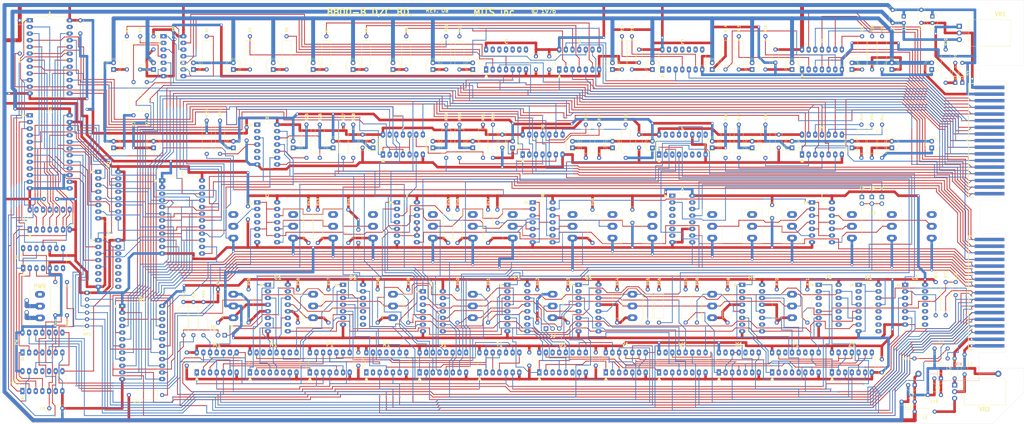
<source format=kicad_pcb>
(kicad_pcb (version 20221018) (generator pcbnew)
  (layers (0 "F.Cu" signal) (31 "B.Cu" signal) (34 "B.Paste" user) (35 "F.Paste" user) (36 "B.SilkS" user "B.Silkscreen") (37 "F.SilkS" user "F.Silkscreen") (38 "B.Mask" user) (39 "F.Mask" user) (44 "Edge.Cuts" user))
  (net 0 "")
  (net 1 "-9V")
  (net 2 "GND")
  (net 3 "-18V")
  (net 4 "Net-(C5-Pad2)")
  (net 5 "Net-(C6-Pad2)")
  (net 6 "Net-(RP1A-R1.2)")
  (net 7 "+5V")
  (net 8 "+8V")
  (net 9 "Net-(D1-K)")
  (net 10 "Net-(D1-A)")
  (net 11 "Net-(J1-Pin_1)")
  (net 12 "Net-(J1-Pin_2)")
  (net 13 "Net-(JP1-A)")
  (net 14 "Net-(JP1-B)")
  (net 15 "Net-(JP2-A)")
  (net 16 "Net-(JP3-A)")
  (net 17 "{slash}CMD")
  (net 18 "Net-(VR2-IN)")
  (net 19 "Net-(VR2-OUT)")
  (net 20 "Net-(VR2-GND)")
  (net 21 "Net-(LED1-K)")
  (net 22 "Net-(LED2-K)")
  (net 23 "Net-(LED3-K)")
  (net 24 "Net-(LED4-K)")
  (net 25 "Net-(LED5-K)")
  (net 26 "Net-(LED6-K)")
  (net 27 "Net-(LED8-K)")
  (net 28 "Net-(LED9-K)")
  (net 29 "Net-(LED10-K)")
  (net 30 "Net-(LED11-K)")
  (net 31 "Net-(LED12-K)")
  (net 32 "Net-(LED13-K)")
  (net 33 "Net-(LED14-K)")
  (net 34 "Net-(LED15-K)")
  (net 35 "Net-(LED16-K)")
  (net 36 "Net-(LED17-K)")
  (net 37 "Net-(LED18-K)")
  (net 38 "Net-(LED19-K)")
  (net 39 "Net-(LED20-K)")
  (net 40 "Net-(LED21-K)")
  (net 41 "Net-(LED22-K)")
  (net 42 "Net-(LED23-K)")
  (net 43 "Net-(LED24-K)")
  (net 44 "Net-(LED25-K)")
  (net 45 "Net-(LED26-K)")
  (net 46 "Net-(LED27-K)")
  (net 47 "Net-(LED28-K)")
  (net 48 "Net-(LED29-K)")
  (net 49 "Net-(LED30-K)")
  (net 50 "Net-(LED31-K)")
  (net 51 "Net-(LED32-K)")
  (net 52 "Net-(LED33-K)")
  (net 53 "Net-(LED34-K)")
  (net 54 "Net-(LED35-K)")
  (net 55 "Net-(LED36-K)")
  (net 56 "Net-(U1-MD)")
  (net 57 "Net-(R2-Pad1)")
  (net 58 "Net-(R3-Pad1)")
  (net 59 "Net-(R4-Pad1)")
  (net 60 "Net-(R5-Pad1)")
  (net 61 "Net-(R6-Pad1)")
  (net 62 "Net-(R7-Pad1)")
  (net 63 "Net-(R8-Pad1)")
  (net 64 "Net-(R9-Pad1)")
  (net 65 "Net-(R10-Pad1)")
  (net 66 "Net-(R11-Pad1)")
  (net 67 "Net-(R12-Pad1)")
  (net 68 "Net-(R13-Pad1)")
  (net 69 "Net-(R14-Pad1)")
  (net 70 "Net-(R15-Pad1)")
  (net 71 "Net-(R16-Pad1)")
  (net 72 "Net-(R17-Pad1)")
  (net 73 "Net-(R18-Pad1)")
  (net 74 "Net-(R19-Pad1)")
  (net 75 "Net-(R21-Pad1)")
  (net 76 "Net-(R22-Pad1)")
  (net 77 "{slash}FDI6")
  (net 78 "Net-(R24-Pad1)")
  (net 79 "Net-(R25-Pad1)")
  (net 80 "Net-(R26-Pad1)")
  (net 81 "Net-(R27-Pad2)")
  (net 82 "Net-(R28-Pad1)")
  (net 83 "Net-(R29-Pad1)")
  (net 84 "Net-(R30-Pad1)")
  (net 85 "Net-(R31-Pad2)")
  (net 86 "Net-(R32-Pad1)")
  (net 87 "Net-(R33-Pad1)")
  (net 88 "Net-(R34-Pad1)")
  (net 89 "Net-(R35-Pad1)")
  (net 90 "Net-(R36-Pad1)")
  (net 91 "Net-(R37-Pad1)")
  (net 92 "Net-(R38-Pad1)")
  (net 93 "Net-(R39-Pad1)")
  (net 94 "Net-(R40-Pad1)")
  (net 95 "Net-(R41-Pad1)")
  (net 96 "{slash}FDI7")
  (net 97 "{slash}FDI4")
  (net 98 "{slash}FDI5")
  (net 99 "{slash}FDI2")
  (net 100 "{slash}FDI3")
  (net 101 "{slash}FDI0")
  (net 102 "{slash}FDI1")
  (net 103 "Net-(U14-RO2)")
  (net 104 "Net-(R50-Pad1)")
  (net 105 "{slash}POC")
  (net 106 "Net-(U35B-D)")
  (net 107 "Net-(U26-D1)")
  (net 108 "Net-(SW17-4)")
  (net 109 "Net-(SW18-4)")
  (net 110 "Net-(SW19-4)")
  (net 111 "Net-(SW20-4)")
  (net 112 "Net-(U29-D2)")
  (net 113 "Net-(SW23-4)")
  (net 114 "Net-(SW24-4)")
  (net 115 "Net-(U30-D2)")
  (net 116 "Net-(U26-~{Mr})")
  (net 117 "Net-(R67-Pad1)")
  (net 118 "Net-(SW21-4)")
  (net 119 "Net-(SW22-4)")
  (net 120 "Net-(U31-D2)")
  (net 121 "Net-(U34A-D)")
  (net 122 "POC")
  (net 123 "Net-(U17-{slash}CLR)")
  (net 124 "{slash}Φ2")
  (net 125 "RA4")
  (net 126 "RA5")
  (net 127 "RA6")
  (net 128 "RA7")
  (net 130 "Net-(SW1-B)")
  (net 132 "Net-(SW2-B)")
  (net 134 "Net-(SW3-B)")
  (net 136 "Net-(SW4-B)")
  (net 138 "Net-(SW5-B)")
  (net 140 "Net-(SW6-B)")
  (net 142 "Net-(SW7-B)")
  (net 144 "Net-(SW8-B)")
  (net 146 "Net-(SW9-B)")
  (net 148 "Net-(SW10-B)")
  (net 150 "Net-(SW11-B)")
  (net 152 "Net-(SW12-B)")
  (net 154 "Net-(SW13-B)")
  (net 156 "Net-(SW14-B)")
  (net 158 "Net-(SW15-B)")
  (net 160 "Net-(SW16-B)")
  (net 161 "/RA0")
  (net 162 "/RDO0")
  (net 163 "S8")
  (net 164 "/RDO1")
  (net 165 "S7")
  (net 166 "/RDO2")
  (net 167 "S6")
  (net 168 "/RDO3")
  (net 169 "S5")
  (net 170 "CS")
  (net 171 "S4")
  (net 172 "/RDO4")
  (net 173 "S3")
  (net 174 "/RDO5")
  (net 175 "S2")
  (net 176 "/RDO6")
  (net 177 "S1")
  (net 178 "/RDO7")
  (net 180 "{slash}PINTE")
  (net 181 "{slash}PWAIT")
  (net 182 "{slash}PHLDA")
  (net 183 "{slash}SMEMR")
  (net 184 "Net-(U2-Pad11)")
  (net 185 "Net-(U2-Pad13)")
  (net 186 "SWO")
  (net 187 "PS")
  (net 188 "Net-(U19-Pad4)")
  (net 195 "{slash}SSTACK")
  (net 196 "{slash}SHLTA")
  (net 197 "{slash}SOUT")
  (net 198 "{slash}SINP")
  (net 199 "{slash}SMI")
  (net 200 "{slash}SINTA")
  (net 203 "{slash}LD7")
  (net 204 "{slash}LD6")
  (net 211 "{slash}LD4")
  (net 212 "{slash}LD3")
  (net 213 "{slash}LD5")
  (net 214 "{slash}LD2")
  (net 215 "{slash}LD1")
  (net 216 "{slash}LD0")
  (net 219 "{slash}A15")
  (net 222 "{slash}A12")
  (net 223 "{slash}A14")
  (net 224 "{slash}A13")
  (net 225 "Net-(U19-Pad3)")
  (net 226 "{slash}DEP")
  (net 227 "{slash}SB")
  (net 228 "{slash}A11")
  (net 229 "{slash}A10")
  (net 230 "{slash}A9")
  (net 231 "{slash}A6")
  (net 232 "{slash}A8")
  (net 233 "{slash}A7")
  (net 234 "Net-(U11-Q11)")
  (net 235 "Net-(U11-Q5)")
  (net 237 "Net-(U11-Q6)")
  (net 242 "Net-(U11-CLK)")
  (net 244 "Net-(U11-Q7)")
  (net 247 "{slash}A3")
  (net 248 "{slash}A4")
  (net 249 "{slash}A5")
  (net 250 "{slash}A0")
  (net 251 "{slash}A1")
  (net 252 "{slash}A2")
  (net 253 "Net-(U13-Pad1)")
  (net 254 "Net-(U13-Pad8)")
  (net 255 "Net-(U14-RO1)")
  (net 259 "/RA2")
  (net 260 "/RA1")
  (net 261 "/RA3")
  (net 263 "P_CKA")
  (net 264 "Net-(U15-OEa)")
  (net 273 "AL_STB")
  (net 275 "Net-(U18-Pad1)")
  (net 279 "Net-(U19-Pad1)")
  (net 280 "Net-(U19-Pad2)")
  (net 281 "Net-(U19-Pad10)")
  (net 282 "{slash}FDIG2")
  (net 283 "Net-(U19-Pad12)")
  (net 284 "Net-(U19-Pad13)")
  (net 291 "Net-(U21-Q0)")
  (net 294 "Net-(U23-Pad1)")
  (net 295 "Net-(U23-Pad3)")
  (net 296 "C8")
  (net 297 "Net-(U23-Pad9)")
  (net 298 "{slash}SSWI")
  (net 299 "{slash}RC_CLR")
  (net 304 "Net-(U26-~{Q0})")
  (net 305 "Net-(U26-~{Q1})")
  (net 307 "SW_IN_CLK")
  (net 309 "Net-(U26-~{Q2})")
  (net 310 "Net-(U26-~{Q3})")
  (net 312 "Net-(U36-~{Q2})")
  (net 313 "Net-(U27-Pad2)")
  (net 314 "Net-(U27-Pad4)")
  (net 315 "STSTB")
  (net 316 "Net-(U27-Pad6)")
  (net 321 "Net-(U35B-C)")
  (net 322 "Net-(U28-Pad3)")
  (net 323 "C13")
  (net 324 "Net-(U28-Pad9)")
  (net 325 "C18")
  (net 326 "Net-(U28-Pad11)")
  (net 327 "{slash}C6")
  (net 329 "Net-(U29-~{Q0})")
  (net 330 "Net-(U29-~{Q1})")
  (net 333 "Net-(U29-~{Q2})")
  (net 334 "Net-(U29-~{Q3})")
  (net 337 "Net-(U30-~{Q0})")
  (net 338 "Net-(U30-~{Q1})")
  (net 341 "Net-(U30-~{Q2})")
  (net 342 "Net-(U30-~{Q3})")
  (net 345 "Net-(U31-~{Q0})")
  (net 346 "Net-(U31-~{Q1})")
  (net 349 "Net-(U31-~{Q2})")
  (net 350 "Net-(U31-~{Q3})")
  (net 352 "Net-(U32-Pad1)")
  (net 353 "Net-(U35B-~{R})")
  (net 360 "Net-(U33-I3)")
  (net 363 "SW_OUT_CLK")
  (net 368 "Net-(JP4-C)")
  (net 369 "Net-(U34A-C)")
  (net 376 "Net-(U35A-~{R})")
  (net 377 "Net-(U35A-D)")
  (net 378 "Net-(U35A-C)")
  (net 379 "{slash}RUN")
  (net 380 "M1_Q_LOW")
  (net 381 "{slash}SS")
  (net 383 "Net-(U36-Q0)")
  (net 388 "Net-(U36-Q3)")
  (net 389 "Net-(U37-Pad11)")
  (net 392 "{slash}PSYNC")
  (net 393 "{slash}DO5")
  (net 394 "Net-(U38-Pad8)")
  (net 397 "{slash}FRDY")
  (net 398 "Net-(U40-Pad12)")
  (net 399 "Net-(U40-Pad4)")
  (net 400 "Net-(U41-Q0)")
  (net 403 "Net-(U41-Q1)")
  (net 404 "Net-(U41-Q2)")
  (net 407 "Net-(U41-Q3)")
  (net 408 "Net-(U45-Q1)")
  (net 410 "{slash}EXT_CLR")
  (net 412 "PRESET")
  (net 413 "{slash}PROTECT")
  (net 414 "{slash}UNPROTECT")
  (net 417 "Net-(U45-Q0)")
  (net 419 "{slash}ACC_DSP")
  (net 420 "Net-(U45-Q2)")
  (net 423 "Net-(U45-Q3)")
  (net 424 "Net-(LED7-K)")
  (net 425 "Net-(U26-D2)")
  (net 426 "Net-(U29-D1)")
  (net 427 "Net-(U31-D1)")
  (net 428 "Net-(U30-D1)")
  (net 430 "AC_LIVE_IN")
  (net 431 "AC_LIVE_OUT")
  (footprint "Resistor_THT:R_Axial_DIN0309_L9.0mm_D3.2mm_P12.70mm_Horizontal" (layer "F.Cu") (at 174.668 108.074 -90)
    (fp_text reference "R60")
    (fp_text value "2.2K")
  )
  (footprint "Resistor_THT:R_Axial_DIN0309_L9.0mm_D3.2mm_P12.70mm_Horizontal" (layer "F.Cu") (at 216.832 108.074 -90)
    (fp_text reference "R63")
    (fp_text value "2.2K")
  )
  (footprint "Resistor_THT:R_Axial_DIN0309_L9.0mm_D3.2mm_P12.70mm_Horizontal" (layer "F.Cu") (at 124.63 11.3 -90)
    (fp_text reference "R7")
    (fp_text value "220")
  )
  (footprint "Capacitor_THT_Custom:C_Disc_D7.0mm_W2.3mm_P5.00mm" (layer "F.Cu") (at 204.64 19 -90)
    (fp_text reference "C14" hide)
    (fp_text value "0.1uF / 16V")
  )
  (footprint "Package_DIP:DIP-16_W7.62mm_LongPads" (layer "F.Cu") (at 220.896 106.291)
    (fp_text reference "U30" hide)
    (fp_text value "74LS175 (G1)")
  )
  (footprint "LED_THT:LED_D5.0mm" (layer "F.Cu") (at 218.61 53.972 90)
    (fp_text reference "LED5" hide)
    (fp_text value "LED")
  )
  (footprint "Capacitor_THT_Custom:C_Disc_D7.0mm_W2.3mm_P5.00mm" (layer "F.Cu") (at 58.59 11.34 -90)
    (fp_text reference "C13")
    (fp_text value "0.1uF / 16V")
  )
  (footprint "Capacitor_THT_Custom:C_Disc_D7.0mm_W2.3mm_P5.00mm" (layer "F.Cu") (at 336.72 134.824 -90)
    (fp_text reference "C33" hide)
    (fp_text value "0.1uF / 16V")
  )
  (footprint "Package_DIP:DIP-16_W7.62mm_LongPads" (layer "F.Cu") (at 37.508 63.116)
    (fp_text reference "U15" hide)
    (fp_text value "74LS368 (R)")
  )
  (footprint "Package_DIP:DIP-14_W7.62mm_LongPads" (layer "F.Cu") (at 306.24 24 90)
    (fp_text reference "U6" hide)
    (fp_text value "74LS07 (F)")
  )
  (footprint "LED_THT:LED_D5.0mm" (layer "F.Cu") (at 89.07 54 90)
    (fp_text reference "LED1" hide)
    (fp_text value "LED")
  )
  (footprint "LED_THT:LED_D5.0mm" (layer "F.Cu") (at 180.51 53.972 90)
    (fp_text reference "LED27" hide)
    (fp_text value "LED")
  )
  (footprint "Diode_THT:D_DO-35_SOD27_P7.62mm_Horizontal" (layer "F.Cu") (at 367.454 29.08 90)
    (fp_text reference "D2")
    (fp_text value "1N914")
  )
  (footprint "Connector_Custom:Altair_8800B_Display_Control_Card_Edge" (layer "F.Cu") (at 377.868 51.178 90)
    (fp_text reference "P1")
    (fp_text value "D/C Card Edge")
  )
  (footprint "Capacitor_THT_Custom:C_Disc_D7.0mm_W2.3mm_P5.00mm" (layer "F.Cu") (at 94.15 46.138 -90)
    (fp_text reference "C18" hide)
    (fp_text value "0.1uF / 16V")
  )
  (footprint "LED_THT:LED_D5.0mm" (layer "F.Cu") (at 271.95 53.972 90)
    (fp_text reference "LED29" hide)
    (fp_text value "LED")
  )
  (footprint "Switch_Custom:Altair_Toggle_Switch_Momentary" (layer "F.Cu") (at 180.51 114.424)
    (fp_text reference "SW20" hide)
    (fp_text value "DEPOSIT_NEXT")
  )
  (footprint "Package_DIP:DIP-14_W7.62mm_LongPads" (layer "F.Cu") (at 312.59 106.296)
    (fp_text reference "U32" hide)
    (fp_text value "74LS04 (J1)")
  )
  (footprint "Resistor_THT:R_Axial_DIN0309_L9.0mm_D3.2mm_P12.70mm_Horizontal" (layer "F.Cu") (at 361.104 117.98 90)
    (fp_text reference "R73")
    (fp_text value "220")
  )
  (footprint "Package_DIP:DIP-14_W7.62mm_LongPads" (layer "F.Cu") (at 203.37 74.8)
    (fp_text reference "U20" hide)
    (fp_text value "74LS05 (W)")
  )
  (footprint "Inductor_THT:L_Axial_L5.3mm_D2.2mm_P7.62mm_Horizontal_Vishay_IM-1" (layer "F.Cu") (at 368.32 140.586 90)
    (fp_text reference "L2")
    (fp_text value "L")
  )
  (footprint "Resistor_THT:R_Axial_DIN0309_L9.0mm_D3.2mm_P12.70mm_Horizontal" (layer "F.Cu") (at 277.03 24 90)
    (fp_text reference "R14")
    (fp_text value "220")
  )
  (footprint "Package_DIP:DIP-14_W7.62mm_LongPads" (layer "F.Cu") (at 274.49 139.824 90)
    (fp_text reference "U44" hide)
    (fp_text value "74LS30 (X1)")
  )
  (footprint "Resistor_THT:R_Axial_DIN0309_L9.0mm_D3.2mm_P12.70mm_Horizontal" (layer "F.Cu") (at 170.35 11.3 -90)
    (fp_text reference "R10")
    (fp_text value "220")
  )
  (footprint "Resistor_THT:R_Axial_DIN0309_L9.0mm_D3.2mm_P12.70mm_Horizontal" (layer "F.Cu") (at 95.42 11.3 -90)
    (fp_text reference "R5")
    (fp_text value "220")
  )
  (footprint "Resistor_THT:R_Axial_DIN0309_L9.0mm_D3.2mm_P12.70mm_Horizontal" (layer "F.Cu") (at 282.11 11.3 -90)
    (fp_text reference "R15")
    (fp_text value "220")
  )
  (footprint "Resistor_THT:R_Axial_DIN0309_L9.0mm_D3.2mm_P12.70mm_Horizontal" (layer "F.Cu") (at 144.188 108.074 -90)
    (fp_text reference "R58")
    (fp_text value "2.2K")
  )
  (footprint "Switch_Custom:Altair_Toggle_Switch" (layer "F.Cu") (at 287.19 83.944)
    (fp_text reference "SW5" hide)
    (fp_text value "A4")
  )
  (footprint "Capacitor_THT_Custom:C_Disc_D7.0mm_W2.3mm_P5.00mm" (layer "F.Cu") (at 227.5 132.204 -90)
    (fp_text reference "C32" hide)
    (fp_text value "0.1uF / 16V")
  )
  (footprint "Resistor_THT:R_Axial_DIN0309_L9.0mm_D3.2mm_P12.70mm_Horizontal" (layer "F.Cu") (at 277.03 57.782 90)
    (fp_text reference "R36")
    (fp_text value "220")
  )
  (footprint "Resistor_THT:R_Axial_DIN0309_L9.0mm_D3.2mm_P12.70mm_Horizontal" (layer "F.Cu") (at 134.874 57.782 90)
    (fp_text reference "R28")
    (fp_text value "220")
  )
  (footprint "Package_DIP:DIP-16_W7.62mm_LongPads" (layer "F.Cu") (at 294.81 139.824 90)
    (fp_text reference "U45" hide)
    (fp_text value "74LS175 (Y1)")
  )
  (footprint "Switch_Custom:Altair_Toggle_Switch" (layer "F.Cu") (at 195.75 83.944)
    (fp_text reference "SW10" hide)
    (fp_text value "A9")
  )
  (footprint "LED_THT:LED_D5.0mm" (layer "F.Cu") (at 249.09 53.972 90)
    (fp_text reference "LED28" hide)
    (fp_text value "LED")
  )
  (footprint "Package_DIP:DIP-14_W7.62mm_LongPads" (layer "F.Cu") (at 146.22 56.512 90)
    (fp_text reference "U9")
    (fp_text value "74LS10 (J)")
  )
  (footprint "Capacitor_THT_Custom:C_Disc_D7.0mm_W2.3mm_P5.00mm" (layer "F.Cu") (at 209.72 19 -90)
    (fp_text reference "C15" hide)
    (fp_text value "0.1uF / 16V")
  )
  (footprint "Resistor_THT:R_Axial_DIN0309_L9.0mm_D3.2mm_P12.70mm_Horizontal" (layer "F.Cu") (at 122.09 57.782 90)
    (fp_text reference "R26")
    (fp_text value "220")
  )
  (footprint "Switch_Custom:Altair_Toggle_Switch" (layer "F.Cu") (at 127.17 83.944)
    (fp_text reference "SW14" hide)
    (fp_text value "A13")
  )
  (footprint "Capacitor_THT_Custom:C_Disc_D7.0mm_W2.3mm_P5.00mm" (layer "F.Cu") (at 16.76 73.53)
    (fp_text reference "C23" hide)
    (fp_text value "0.1uF / 16V")
  )
  (footprint "Connector_PinHeader_2.54mm:PinHeader_1x02_P2.54mm_Vertical" (layer "F.Cu") (at 329.1 72.768)
    (fp_text reference "JP1" hide)
    (fp_text value "JA")
  )
  (footprint "Resistor_THT:R_Axial_DIN0309_L9.0mm_D3.2mm_P12.70mm_Horizontal" (layer "F.Cu") (at 155.11 11.3 -90)
    (fp_text reference "R9")
    (fp_text value "220")
  )
  (footprint "Capacitor_THT_Custom:C_Disc_D7.0mm_W2.3mm_P5.00mm" (layer "F.Cu") (at 297.35 48.892 -90)
    (fp_text reference "C22" hide)
    (fp_text value "0.1uF / 16V")
  )
  (footprint "Switch_Custom:Altair_Toggle_Switch_Momentary" (layer "F.Cu") (at 241.47 114.424)
    (fp_text reference "SW24" hide)
    (fp_text value "PROT_UNPROT")
  )
  (footprint "LED_THT:LED_D5.0mm" (layer "F.Cu") (at 73.83 24 90)
    (fp_text reference "LED36")
    (fp_text value "LED")
  )
  (footprint "Package_DIP:DIP-14_W7.62mm_LongPads" (layer "F.Cu") (at 118.28 139.824 90)
    (fp_text reference "U37" hide)
    (fp_text value "74LS00 (P1)")
  )
  (footprint "Resistor_THT:R_Axial_DIN0309_L9.0mm_D3.2mm_P12.70mm_Horizontal" (layer "F.Cu") (at 77.64 125.6 90)
    (fp_text reference "R53")
    (fp_text value "2.2K")
  )
  (footprint "Resistor_THT:R_Axial_DIN0309_L9.0mm_D3.2mm_P12.70mm_Horizontal" (layer "F.Cu") (at 266.108 120.774 90)
    (fp_text reference "R68")
    (fp_text value "2.2K")
  )
  (footprint "Resistor_THT:R_Axial_DIN0309_L9.0mm_D3.2mm_P12.70mm_Horizontal" (layer "F.Cu") (at 308.272 120.774 90)
    (fp_text reference "R71")
    (fp_text value "2.2K")
  )
  (footprint "Capacitor_THT_Custom:C_Disc_D7.0mm_W2.3mm_P5.00mm" (layer "F.Cu") (at 136.822 85.254 -90)
    (fp_text reference "C25" hide)
    (fp_text value "0.1uF / 16V")
  )
  (footprint "Package_DIP:DIP-14_W7.62mm_LongPads" (layer "F.Cu") (at 213.53 24 90)
    (fp_text reference "U4" hide)
    (fp_text value "74LS07 (D)")
  )
  (footprint "Package_DIP:DIP-14_W7.62mm_LongPads" (layer "F.Cu") (at 310.05 74.8)
    (fp_text reference "U22" hide)
    (fp_text value "74LS05 (Y)")
  )
  (footprint "Capacitor_THT_Custom:C_Disc_D7.0mm_W2.3mm_P5.00mm" (layer "F.Cu") (at 356.866 130.68)
    (fp_text reference "C7")
    (fp_text value "0.001uF")
  )
  (footprint "Resistor_THT:R_Axial_DIN0309_L9.0mm_D3.2mm_P12.70mm_Horizontal" (layer "F.Cu") (at 170.35 57.782 90)
    (fp_text reference "R29")
    (fp_text value "220")
  )
  (footprint "Resistor_THT:R_Axial_DIN0309_L9.0mm_D3.2mm_P12.70mm_Horizontal" (layer "F.Cu") (at 171.112 90.294 90)
    (fp_text reference "R45")
    (fp_text value "2.2K")
  )
  (footprint "Capacitor_THT_Custom:C_Disc_D7.0mm_W2.3mm_P5.00mm" (layer "F.Cu") (at 244.01 16.38 -90)
    (fp_text reference "C16" hide)
    (fp_text value "0.1uF / 16V")
  )
  (footprint "Capacitor_THT_Custom:C_Disc_D7.0mm_W2.3mm_P5.00mm" (layer "F.Cu") (at 136.822 132.204 -90)
    (fp_text reference "C30" hide)
    (fp_text value "0.1uF / 16V")
  )
  (footprint "Switch_Custom:Altair_Toggle_Switch" (layer "F.Cu") (at 111.93 83.944)
    (fp_text reference "SW15" hide)
    (fp_text value "A14")
  )
  (footprint "Resistor_THT:R_Axial_DIN0309_L9.0mm_D3.2mm_P12.70mm_Horizontal" (layer "F.Cu") (at 109.39 11.3 -90)
    (fp_text reference "R6")
    (fp_text value "220")
  )
  (footprint "Resistor_THT:R_Axial_DIN0309_L9.0mm_D3.2mm_P12.70mm_Horizontal" (layer "F.Cu") (at 113.708 108.074 -90)
    (fp_text reference "R56")
    (fp_text value "2.2K")
  )
  (footprint "Switch_Custom:Altair_Toggle_Switch" (layer "F.Cu") (at 302.43 83.944)
    (fp_text reference "SW4" hide)
    (fp_text value "A3")
  )
  (footprint "Resistor_THT:R_Axial_DIN0309_L9.0mm_D3.2mm_P12.70mm_Horizontal" (layer "F.Cu") (at 349.166 134.49)
    (fp_text reference "R75")
    (fp_text value "100")
  )
  (footprint "Resistor_THT:R_Axial_DIN0309_L9.0mm_D3.2mm_P12.70mm_Horizontal" (layer "F.Cu") (at 188.214 45.082 -90)
    (fp_text reference "R32")
    (fp_text value "220")
  )
  (footprint "Package_DIP:DIP-14_W7.62mm_LongPads" (layer "F.Cu") (at 98.199 74.8)
    (fp_text reference "U18" hide)
    (fp_text value "74LS05 (U)")
  )
  (footprint "LED_THT:LED_D5.0mm" (layer "F.Cu") (at 302.43 24 90)
    (fp_text reference "LED21" hide)
    (fp_text value "LED")
  )
  (footprint "Resistor_THT:R_Axial_DIN0309_L9.0mm_D3.2mm_P12.70mm_Horizontal" (layer "F.Cu") (at 117.772 77.594 -90)
    (fp_text reference "R42")
    (fp_text value "2.2K")
  )
  (footprint "Package_DIP:DIP-14_W7.62mm_LongPads" (layer "F.Cu") (at 139.87 139.824 90)
    (fp_text reference "U38" hide)
    (fp_text value "74LS04 (R1)")
  )
  (footprint "LED_THT:LED_D5.0mm" (layer "F.Cu") (at 249.09 24 90)
    (fp_text reference "LED18" hide)
    (fp_text value "LED")
  )
  (footprint "Resistor_THT:R_Axial_DIN0309_L9.0mm_D3.2mm_P12.70mm_Horizontal" (layer "F.Cu") (at 251.63 108.074 -90)
    (fp_text reference "R66")
    (fp_text value "470")
  )
  (footprint "Package_DIP:DIP-16_W7.62mm_LongPads" (layer "F.Cu") (at 251.63 139.824 90)
    (fp_text reference "U43" hide)
    (fp_text value "74LS175 (W1)")
  )
  (footprint "Resistor_THT:R_Axial_DIN0309_L9.0mm_D3.2mm_P12.70mm_Horizontal" (layer "F.Cu") (at 125.392 120.774 90)
    (fp_text reference "R57")
    (fp_text value "2.2K")
  )
  (footprint "Switch_Custom:Altair_Toggle_Switch" (layer "F.Cu") (at 355.77 83.944)
    (fp_text reference "SW1" hide)
    (fp_text value "A0")
  )
  (footprint "Resistor_THT:R_Axial_DIN0309_L9.0mm_D3.2mm_P12.70mm_Horizontal" (layer "F.Cu") (at 336.804 11.3 -90)
    (fp_text reference "R19")
    (fp_text value "220")
  )
  (footprint "LED_THT:LED_D5.0mm" (layer "F.Cu") (at 119.55 24 90)
    (fp_text reference "LED12" hide)
    (fp_text value "LED")
  )
  (footprint "LED_THT:LED_D5.0mm" (layer "F.Cu") (at 325.29 53.972 90)
    (fp_text reference "LED7" hide)
    (fp_text value "LED")
  )
  (footprint "LED_THT:LED_D5.0mm" (layer "F.Cu") (at 233.85 24 90)
    (fp_text reference "LED17" hide)
    (fp_text value "LED")
  )
  (footprint "LED_THT:LED_D5.0mm" (layer "F.Cu") (at 43.35 54 90)
    (fp_text reference "LED13" hide)
    (fp_text value "LED")
  )
  (footprint "Switch_Custom:Altair_Toggle_Switch" (layer "F.Cu") (at 15.24 114.482)
    (fp_text reference "SW25" hide)
    (fp_text value "A13")
  )
  (footprint "Package_DIP:DIP-14_W7.62mm_LongPads" (layer "F.Cu") (at 11.346 85.214 90)
    (fp_text reference "U13" hide)
    (fp_text value "74LS30 (N)")
  )
  (footprint "Package_DIP:DIP-14_W7.62mm_LongPads" (layer "F.Cu") (at 8.806 99.946 90)
    (fp_text reference "U14" hide)
    (fp_text value "7493 (P)")
  )
  (footprint "Package_DIP:DIP-16_W7.62mm_LongPads" (layer "F.Cu") (at 256.71 72.26)
    (fp_text reference "U21" hide)
    (fp_text value "4040 (X)")
  )
  (footprint "Resistor_THT:R_Axial_DIN0309_L9.0mm_D3.2mm_P12.70mm_Horizontal" (layer "F.Cu") (at 328.93 45.082 -90)
    (fp_text reference "R40")
    (fp_text value "220")
  )
  (footprint "Resistor_THT:R_Axial_DIN0309_L9.0mm_D3.2mm_P12.70mm_Horizontal" (layer "F.Cu") (at 357.294 117.98 90)
    (fp_text reference "R72")
    (fp_text value "2.2K")
  )
  (footprint "Package_DIP:DIP-24_W15.24mm_LongPads" (layer "F.Cu") (at 61.892 66.418)
    (fp_text reference "U17" hide)
    (fp_text value "8212 (T)")
  )
  (footprint "LED_THT:LED_D5.0mm" (layer "F.Cu") (at 58.59 24 90)
    (fp_text reference "LED15" hide)
    (fp_text value "LED")
  )
  (footprint "Resistor_THT:R_Axial_DIN0309_L9.0mm_D3.2mm_P12.70mm_Horizontal" (layer "F.Cu") (at 329.184 11.3 -90)
    (fp_text reference "R17")
    (fp_text value "220")
  )
  (footprint "LED_THT:LED_D5.0mm" (layer "F.Cu") (at 127.17 53.972 90)
    (fp_text reference "LED3" hide)
    (fp_text value "LED")
  )
  (footprint "Resistor_THT:R_Axial_DIN0309_L9.0mm_D3.2mm_P12.70mm_Horizontal" (layer "F.Cu") (at 336.804 45.082 -90)
    (fp_text reference "R41")
    (fp_text value "220")
  )
  (footprint "LED_THT:LED_D5.0mm" (layer "F.Cu") (at 271.95 24 90)
    (fp_text reference "LED19" hide)
    (fp_text value "LED")
  )
  (footprint "Resistor_THT:R_Axial_DIN0309_L9.0mm_D3.2mm_P12.70mm_Horizontal" (layer "F.Cu") (at 117.01 57.782 90)
    (fp_text reference "R25")
    (fp_text value "220")
  )
  (footprint "Resistor_THT:R_Axial_DIN0309_L9.0mm_D3.2mm_P12.70mm_Horizontal" (layer "F.Cu") (at 121.328 77.594 -90)
    (fp_text reference "R43")
    (fp_text value "2.2K")
  )
  (footprint "Capacitor_THT_Custom:C_Disc_D7.0mm_W2.3mm_P5.00mm" (layer "F.Cu") (at 23.792 153.54 180)
    (fp_text reference "C6")
    (fp_text value "0.001uF")
  )
  (footprint "Capacitor_THT:CP_Radial_Tantal_D4.5mm_P2.50mm" (layer "F.Cu") (at 349.27 144.65 180)
    (fp_text reference "C9")
    (fp_text value "47uF / 16V")
  )
  (footprint "LED_THT:LED_D5.0mm" (layer "F.Cu") (at 195.75 53.972 90)
    (fp_text reference "LED4" hide)
    (fp_text value "LED")
  )
  (footprint "LED_THT:LED_D5.0mm" (layer "F.Cu") (at 340.53 53.972 90)
    (fp_text reference "LED9" hide)
    (fp_text value "LED")
  )
  (footprint "Capacitor_THT_Custom:C_Disc_D7.0mm_W2.3mm_P5.00mm" (layer "F.Cu") (at 30.65 5.204 -90)
    (fp_text reference "C12" hide)
    (fp_text value "0.1uF / 16V")
  )
  (footprint "Capacitor_THT_Custom:C_Disc_D7.0mm_W2.3mm_P5.00mm" (layer "F.Cu") (at 349.27 151 180)
    (fp_text reference "C11")
    (fp_text value "0.1uF / 16V")
  )
  (footprint "Resistor_THT:R_Axial_DIN0309_L9.0mm_D3.2mm_P12.70mm_Horizontal" (layer "F.Cu") (at 56.05 28.826 -90)
    (fp_text reference "R22")
    (fp_text value "220")
  )
  (footprint "Resistor_THT:R_Axial_DIN0309_L9.0mm_D3.2mm_P12.70mm_Horizontal" (layer "F.Cu") (at 241.3 11.3 -90)
    (fp_text reference "R13")
    (fp_text value "220")
  )
  (footprint "Resistor_THT:R_Axial_DIN0309_L9.0mm_D3.2mm_P12.70mm_Horizontal" (layer "F.Cu") (at 292.27 11.3 -90)
    (fp_text reference "R16")
    (fp_text value "220")
  )
  (footprint "Package_DIP:DIP-14_W7.62mm_LongPads" (layer "F.Cu") (at 8.552 146.936 90)
    (fp_text reference "U24" hide)
    (fp_text value "74LS14 (A1)")
  )
  (footprint "Resistor_THT:R_Axial_DIN0309_L9.0mm_D3.2mm_P12.70mm_Horizontal" (layer "F.Cu") (at 131.064 45.082 -90)
    (fp_text reference "R27")
    (fp_text value "2.2K")
  )
  (footprint "LED_THT:LED_D5.0mm" (layer "F.Cu") (at 233.85 53.972 90)
    (fp_text reference "LED6" hide)
    (fp_text value "LED")
  )
  (footprint "Package_DIP:DIP-14_W7.62mm_LongPads" (layer "F.Cu") (at 62.4 11.3)
    (fp_text reference "U2" hide)
    (fp_text value "74LS07 (B)")
  )
  (footprint "Resistor_THT:R_Axial_DIN0309_L9.0mm_D3.2mm_P12.70mm_Horizontal" (layer "F.Cu") (at 175.43 57.782 90)
    (fp_text reference "R30")
    (fp_text value "220")
  )
  (footprint "Resistor_THT:R_Axial_DIN0309_L9.0mm_D3.2mm_P12.70mm_Horizontal" (layer "F.Cu") (at 155.872 120.774 90)
    (fp_text reference "R59")
    (fp_text value "2.2K")
  )
  (footprint "Inductor_THT:L_Axial_L5.3mm_D2.2mm_P7.62mm_Horizontal_Vishay_IM-1" (layer "F.Cu") (at 364.51 134.49 -90)
    (fp_text reference "L1")
    (fp_text value "L")
  )
  (footprint "Switch_Custom:Altair_Toggle_Switch_Momentary" (layer "F.Cu") (at 89.07 114.424)
    (fp_text reference "SW17" hide)
    (fp_text value "STOP_RUN")
  )
  (footprint "Resistor_THT:R_Axial_DIN0309_L9.0mm_D3.2mm_P12.70mm_Horizontal" (layer "F.Cu") (at 277.792 108.074 -90)
    (fp_text reference "R69")
    (fp_text value "2.2K")
  )
  (footprint "Resistor_THT:R_Axial_DIN0309_L9.0mm_D3.2mm_P12.70mm_Horizontal" (layer "F.Cu") (at 223.69 45.082 -90)
    (fp_text reference "R33")
    (fp_text value "220")
  )
  (footprint "Resistor_THT:R_Axial_DIN0309_L9.0mm_D3.2mm_P12.70mm_Horizontal" (layer "F.Cu") (at 70.02 125.6 90)
    (fp_text reference "R51")
    (fp_text value "2.2K")
  )
  (footprint "Package_DIP:DIP-16_W7.62mm_LongPads" (layer "F.Cu") (at 193.718 106.291)
    (fp_text reference "U29" hide)
    (fp_text value "74LS175 (F1)")
  )
  (footprint "Inductor_THT:L_Axial_L5.3mm_D2.2mm_P7.62mm_Horizontal_Vishay_IM-1" (layer "F.Cu") (at 356.89 154.81 180)
    (fp_text reference "L3")
    (fp_text value "L")
  )
  (footprint "LED_THT:LED_D5.0mm" (layer "F.Cu") (at 104.31 24 90)
    (fp_text reference "LED34" hide)
    (fp_text value "LED")
  )
  (footprint "Capacitor_THT:CP_Radial_Tantal_D4.5mm_P2.50mm" (layer "F.Cu") (at 359.286 142.11 180)
    (fp_text reference "C8")
    (fp_text value "47uF / 16V")
  )
  (footprint "Resistor_THT:R_Axial_DIN0309_L9.0mm_D3.2mm_P12.70mm_Horizontal" (layer "F.Cu") (at 292.27 57.782 90)
    (fp_text reference "R38")
    (fp_text value "220")
  )
  (footprint "Package_DIP:DIP-14_W7.62mm_LongPads" (layer "F.Cu") (at 317.67 139.824 90)
    (fp_text reference "U46" hide)
    (fp_text value "74LS05 (Z1)")
  )
  (footprint "LED_THT:LED_D5.0mm" (layer "F.Cu") (at 43.35 24 90)
    (fp_text reference "LED33" hide)
    (fp_text value "LED")
  )
  (footprint "LED_THT:LED_D5.0mm" (layer "F.Cu") (at 302.43 53.972 90)
    (fp_text reference "LED8" hide)
    (fp_text value "LED")
  )
  (footprint "Switch_Custom:Altair_Toggle_Switch" (layer "F.Cu") (at 218.61 83.944)
    (fp_text reference "SW9" hide)
    (fp_text value "A8")
  )
  (footprint "LED_THT:LED_D5.0mm" (layer "F.Cu") (at 111.93 53.972 90)
    (fp_text reference "LED2" hide)
    (fp_text value "LED")
  )
  (footprint "Switch_Custom:Altair_Toggle_Switch_Momentary" (layer "F.Cu") (at 150.03 114.424)
    (fp_text reference "SW19" hide)
    (fp_text value "EXAMINE_NEXT")
  )
  (footprint "Package_DIP:DIP-14_W7.62mm_LongPads" (layer "F.Cu") (at 185.59 24 90)
    (fp_text reference "U3" hide)
    (fp_text value "74LS04 (C)")
  )
  (footprint "Resistor_THT:R_Axial_DIN0309_L9.0mm_D3.2mm_P12.70mm_Horizontal" (layer "F.Cu") (at 205.148 120.774 90)
    (fp_text reference "R62")
    (fp_text value "2.2K")
  )
  (footprint "Package_DIP:DIP-14_W7.62mm_LongPads" (layer "F.Cu") (at 130.965 106.291)
    (fp_text reference "U27" hide)
    (fp_text value "74LS10 (D1)")
  )
  (footprint "Switch_Custom:Altair_Toggle_Switch_Momentary" (layer "F.Cu") (at 302.43 114.424)
    (fp_text reference "SW22" hide)
    (fp_text value "IN_OUT")
  )
  (footprint "Package_DIP:DIP-16_W7.62mm_LongPads" (layer "F.Cu") (at 251.645 56.527 90)
    (fp_text reference "U11" hide)
    (fp_text value "4040 (L)")
  )
  (footprint "LED_THT:LED_D5.0mm" (layer "F.Cu") (at 180.51 24 90)
    (fp_text reference "LED31" hide)
    (fp_text value "LED")
  )
  (footprint "Package_DIP:DIP-24_W15.24mm_LongPads" (layer "F.Cu") (at 11.346 5.204)
    (fp_text reference "U1" hide)
    (fp_text value "8212 (A)")
  )
  (footprint "Resistor_THT:R_Axial_DIN0309_L9.0mm_D3.2mm_P12.70mm_Horizontal" (layer "F.Cu") (at 332.91 45.082 -90)
    (fp_text reference "R39")
    (fp_text value "220")
  )
  (footprint "Switch_Custom:Altair_Toggle_Switch" (layer "F.Cu") (at 340.53 83.944)
    (fp_text reference "SW2" hide)
    (fp_text value "A1")
  )
  (footprint "Resistor_THT:R_Axial_DIN0309_L9.0mm_D3.2mm_P12.70mm_Horizontal" (layer "F.Cu") (at 184.404 45.082 -90)
    (fp_text reference "R31")
    (fp_text value "2.2K")
  )
  (footprint "Resistor_THT:R_Axial_DIN0309_L9.0mm_D3.2mm_P12.70mm_Horizontal" (layer "F.Cu") (at 53.51 11.3 -90)
    (fp_text reference "R3")
    (fp_text value "220")
  )
  (footprint "Resistor_THT:R_Axial_DIN0309_L9.0mm_D3.2mm_P12.70mm_Horizontal" (layer "F.Cu") (at 228.77 45.082 -90)
    (fp_text reference "R34")
    (fp_text value "220")
  )
  (footprint "Switch_Custom:Altair_Toggle_Switch" (layer "F.Cu") (at 249.09 83.944)
    (fp_text reference "SW7" hide)
    (fp_text value "A6")
  )
  (footprint "Package_TO_SOT_THT:TO-220-3_Horizontal_TabDown" (layer "F.Cu") (at 366.288 7.49 -90)
    (fp_text reference "VR1")
    (fp_text value "LM320T")
  )
  (footprint "Switch_Custom:Altair_Toggle_Switch_Momentary" (layer "F.Cu") (at 119.55 114.424)
    (fp_text reference "SW18" hide)
    (fp_text value "STEP_SLOW")
  )
  (footprint "LED_THT:LED_D5.0mm" (layer "F.Cu") (at 150.03 24 90)
    (fp_text reference "LED10" hide)
    (fp_text value "LED")
  )
  (footprint "Package_DIP:DIP-16_W7.62mm_LongPads" (layer "F.Cu") (at 95.42 139.824 90)
    (fp_text reference "U36" hide)
    (fp_text value "74LS175 (N1)")
  )
  (footprint "Package_DIP:DIP-14_W7.62mm_LongPads" (layer "F.Cu") (at 306.235 56.522 90)
    (fp_text reference "U12" hide)
    (fp_text value "74LS07 (M)")
  )
  (footprint "Package_DIP:DIP-14_W7.62mm_LongPads" (layer "F.Cu") (at 151.554 74.8)
    (fp_text reference "U19" hide)
    (fp_text value "74LS10 (V)")
  )
  (footprint "Switch_Custom:Altair_Toggle_Switch" (layer "F.Cu") (at 89.07 83.944)
    (fp_text reference "SW16" hide)
    (fp_text value "A15")
  )
  (footprint "Switch_Custom:Altair_Toggle_Switch" (layer "F.Cu") (at 142.41 83.944)
    (fp_text reference "SW13" hide)
    (fp_text value "A12")
  )
  (footprint "Package_DIP:DIP-16_W7.62mm_LongPads" (layer "F.Cu") (at 160.19 139.824 90)
    (fp_text reference "U39" hide)
    (fp_text value "4009 (S1)")
  )
  (footprint "Package_DIP:DIP-14_W7.62mm_LongPads" (layer "F.Cu") (at 98.199 45.077)
    (fp_text reference "U8" hide)
    (fp_text value "74LS07 (H)")
  )
  (footprint "Resistor_THT:R_Axial_DIN0309_L9.0mm_D3.2mm_P12.70mm_Horizontal" (layer "F.Cu") (at 83.228 108.074 -90)
    (fp_text reference "R54")
    (fp_text value "2.2K")
  )
  (footprint "Resistor_THT:R_Axial_DIN0309_L9.0mm_D3.2mm_P12.70mm_Horizontal" (layer "F.Cu") (at 49.192 148.46)
    (fp_text reference "R74")
    (fp_text value "2.2K")
  )
  (footprint "Package_DIP:DIP-24_W15.24mm_LongPads" (layer "F.Cu") (at 46.652 114.424)
    (fp_text reference "U25" hide)
    (fp_text value "8212 (B1)")
  )
  (footprint "Capacitor_THT_Custom:C_Disc_D7.0mm_W2.3mm_P5.00mm" (layer "F.Cu") (at 244.01 48.892 -90)
    (fp_text reference "C21" hide)
    (fp_text value "0.1uF / 16V")
  )
  (footprint "Resistor_THT:R_Axial_DIN0309_L9.0mm_D3.2mm_P12.70mm_Horizontal" (layer "F.Cu") (at 282.11 57.782 90)
    (fp_text reference "R37")
    (fp_text value "220")
  )
  (footprint "LED_THT:LED_D5.0mm" (layer "F.Cu") (at 287.19 53.972 90)
    (fp_text reference "LED30" hide)
    (fp_text value "LED")
  )
  (footprint "Package_DIP:DIP-14_W7.62mm_LongPads" (layer "F.Cu") (at 252.9 24 90)
    (fp_text reference "U5" hide)
    (fp_text value "74LS07 (E)")
  )
  (footprint "Resistor_THT:R_Axial_DIN0309_L9.0mm_D3.2mm_P12.70mm_Horizontal" (layer "F.Cu") (at 226.23 90.294 90)
    (fp_text reference "R48")
    (fp_text value "2.2K")
  )
  (footprint "Capacitor_THT_Custom:C_Disc_D7.0mm_W2.3mm_P5.00mm" (layer "F.Cu") (at 351.79 6.18 90)
    (fp_text reference "C3")
    (fp_text value "0.1uF / 16V")
  )
  (footprint "Resistor_THT:R_Axial_DIN0309_L9.0mm_D3.2mm_P12.70mm_Horizontal" (layer "F.Cu") (at 83.99 56.258 90)
    (fp_text reference "R24")
    (fp_text value "220")
  )
  (footprint "Package_DIP:DIP-24_W15.24mm_LongPads" (layer "F.Cu") (at 11.346 41.526)
    (fp_text reference "UA7" hide)
    (fp_text value "1702 (G)")
  )
  (footprint "Package_DIP:DIP-16_W7.62mm_LongPads" (layer "F.Cu") (at 327.83 106.296)
    (fp_text reference "U33" hide)
    (fp_text value "74LS367 (K1)")
  )
  (footprint "LED_THT:LED_D5.0mm" (layer "F.Cu") (at 142.41 53.972 90)
    (fp_text reference "LED26" hide)
    (fp_text value "LED")
  )
  (footprint "Resistor_THT:R_Axial_DIN0309_L9.0mm_D3.2mm_P12.70mm_Horizontal" (layer "F.Cu") (at 78.91 11.3 -90)
    (fp_text reference "R4")
    (fp_text value "220")
  )
  (footprint "Resistor_THT:R_Axial_DIN0309_L9.0mm_D3.2mm_P12.70mm_Horizontal" (layer "F.Cu") (at 332.994 11.3 -90)
    (fp_text reference "R18")
    (fp_text value "220")
  )
  (footprint "Resistor_THT:R_Axial_DIN0309_L9.0mm_D3.2mm_P12.70mm_Horizontal" (layer "F.Cu") (at 73.83 112.9 -90)
    (fp_text reference "R52")
    (fp_text value "2.2K")
  )
  (footprint "Package_DIP:DIP-14_W7.62mm_LongPads" (layer "F.Cu") (at 8.552 132.204 90)
    (fp_text reference "U23" hide)
    (fp_text value "74LS00 (Z)")
  )
  (footprint "LED_THT:LED_D5.0mm" (layer "F.Cu") (at 165.27 53.972 90)
    (fp_text reference "LED25" hide)
    (fp_text value "LED")
  )
  (footprint "Resistor_THT:R_Axial_DIN0309_L9.0mm_D3.2mm_P12.70mm_Horizontal" (layer "F.Cu") (at 78.91 43.558 -90)
    (fp_text reference "R23")
    (fp_text value "2.2K")
  )
  (footprint "LED_THT:LED_D5.0mm" (layer "F.Cu") (at 165.27 24 90)
    (fp_text reference "LED14" hide)
    (fp_text value "LED")
  )
  (footprint "Capacitor_THT:CP_Radial_Tantal_D4.5mm_P2.50mm" (layer "F.Cu") (at 356.024 3.72 -90)
    (fp_text reference "C4")
    (fp_text value "47uF / 16V")
  )
  (footprint "Capacitor_THT_Custom:C_Disc_D7.0mm_W2.3mm_P5.00mm" (layer "F.Cu") (at 94.658 76.324 -90)
    (fp_text reference "C24" hide)
    (fp_text value "0.1uF / 16V")
  )
  (footprint "Switch_Custom:Altair_Toggle_Switch" (layer "F.Cu") (at 233.85 83.944)
    (fp_text reference "SW8" hide)
    (fp_text value "A7")
  )
  (footprint "Resistor_THT:R_Axial_DIN0309_L9.0mm_D3.2mm_P12.70mm_Horizontal" (layer "F.Cu") (at 175.43 11.3 -90)
    (fp_text reference "R11")
    (fp_text value "220")
  )
  (footprint "Resistor_THT:R_Axial_DIN0309_L9.0mm_D3.2mm_P12.70mm_Horizontal" (layer "F.Cu") (at 186.352 120.774 90)
    (fp_text reference "R61")
    (fp_text value "2.2K")
  )
  (footprint "Capacitor_THT_Custom:C_Disc_D7.0mm_W2.3mm_P5.00mm" (layer "F.Cu") (at 191.77 48.892 -90)
    (fp_text reference "C20" hide)
    (fp_text value "0.1uF / 16V")
  )
  (footprint "Switch_Custom:Altair_Toggle_Switch" (layer "F.Cu") (at 271.95 83.944)
    (fp_text reference "SW6" hide)
    (fp_text value "A5")
  )
  (footprint "LED_THT:LED_D5.0mm" (layer "F.Cu") (at 134.79 24 90)
    (fp_text reference "LED11" hide)
    (fp_text value "LED")
  )
  (footprint "Capacitor_THT:CP_Radial_Tantal_D4.5mm_P2.50mm" (layer "F.Cu") (at 345.102 3.721144 -90)
    (fp_text reference "C2")
    (fp_text value "47uF / 16V")
  )
  (footprint "Diode_THT:D_DO-35_SOD27_P7.62mm_Horizontal" (layer "F.Cu") (at 364.764 29.08 90)
    (fp_text reference "D1")
    (fp_text value "1N914")
  )
  (footprint "Capacitor_THT_Custom:C_Disc_D7.0mm_W2.3mm_P5.00mm" (layer "F.Cu") (at 294.81 75.816 -90)
    (fp_text reference "C28" hide)
    (fp_text value "0.1uF / 16V")
  )
  (footprint "Capacitor_THT_Custom:C_Disc_D7.0mm_W2.3mm_P5.00mm" (layer "F.Cu") (at 359.286 148.46 180)
    (fp_text reference "C10")
    (fp_text value "0.1uF / 16V")
  )
  (footprint "Connector_PinHeader_2.54mm:PinHeader_1x02_P2.54mm_Vertical" (layer "F.Cu") (at 336.72 72.768)
    (fp_text reference "JP3" hide)
    (fp_text value "JC")
  )
  (footprint "LED_THT:LED_D5.0mm" (layer "F.Cu") (at 355.77 53.972 90)
    (fp_text reference "LED32" hide)
    (fp_text value "LED")
  )
  (footprint "Resistor_THT:R_Axial_DIN0309_L9.0mm_D3.2mm_P12.70mm_Horizontal" (layer "F.Cu") (at 50.97 28.826 -90)
    (fp_text reference "R21")
    (fp_text value "220")
  )
  (footprint "Resistor_THT:R_Axial_DIN0309_L9.0mm_D3.2mm_P12.70mm_Horizontal" (layer "F.Cu") (at 7.536 5.204 -90)
    (fp_text reference "R1")
    (fp_text value "2.2K")
  )
  (footprint "LED_THT:LED_D5.0mm" (layer "F.Cu") (at 89.07 24 90)
    (fp_text reference "LED35" hide)
    (fp_text value "LED")
  )
  (footprint "Connector_PinHeader_2.54mm:PinHeader_1x02_P2.54mm_Vertical" (layer "F.Cu") (at 332.91 72.763)
    (fp_text reference "JP2" hide)
    (fp_text value "JB")
  )
  (footprint "Capacitor_THT_Custom:C_Disc_D7.0mm_W2.3mm_P5.00mm" (layer "F.Cu") (at 364.914 110.28 90)
    (fp_text reference "C5")
    (fp_text value "0.001uF")
  )
  (footprint "Resistor_THT:R_Axial_DIN0309_L9.0mm_D3.2mm_P12.70mm_Horizontal" (layer "F.Cu") (at 296.588 108.074 -90)
    (fp_text reference "R70")
    (fp_text value "2.2K")
  )
  (footprint "Connector_PinHeader_2.54mm:PinHeader_1x03_P2.54mm_Vertical" (layer "F.Cu") (at 208.465 123.06 90)
    (fp_text reference "JP4" hide)
    (fp_text value "G_H_J")
  )
  (footprint "Capacitor_THT_Custom:C_Disc_D7.0mm_W2.3mm_P5.00mm" (layer "F.Cu") (at 296.08 16.38 -90)
    (fp_text reference "C17" hide)
    (fp_text value "0.1uF / 16V")
  )
  (footprint "Capacitor_THT_Custom:C_Disc_D7.0mm_W2.3mm_P5.00mm" (layer "F.Cu") (at 189.908 77.594 -90)
    (fp_text reference "C26" hide)
    (fp_text value "0.1uF / 16V")
  )
  (footprint "Package_DIP:DIP-14_W7.62mm_LongPads" (layer "F.Cu") (at 231.31 139.824 90)
    (fp_text reference "U42" hide)
    (fp_text value "74LS05 (V1)")
  )
  (footprint "Capacitor_THT_Custom:C_Disc_D7.0mm_W2.3mm_P5.00mm" (layer "F.Cu") (at 202.1 132.204 -90)
    (fp_text reference "C31" hide)
    (fp_text value "0.1uF / 16V")
  )
  (footprint "Package_DIP:DIP-16_W7.62mm_LongPads" (layer "F.Cu") (at 283.365 106.291)
    (fp_text reference "U31" hide)
    (fp_text value "74LS175 (H1)")
  )
  (footprint "LED_THT:LED_D5.0mm" (layer "F.Cu") (at 340.53 24 90)
    (fp_text reference "LED23" hide)
    (fp_text value "LED")
  )
  (footprint "Connector_Custom:Altair_8800B_Display_Control_Card_Edge" (layer "F.Cu") (at 377.868 109.344 90)
    (fp_text reference "P2")
    (fp_text value "D/C Card Edge")
  )
  (footprint "Resistor_THT:R_Axial_DIN0309_L9.0mm_D3.2mm_P12.70mm_Horizontal" (layer "F.Cu") (at 133.012 77.594 -90)
    (fp_text reference "R44")
    (fp_text value "2.2K")
  )
  (footprint "Resistor_THT:R_Axial_DIN0309_L9.0mm_D3.2mm_P12.70mm_Horizontal" (layer "F.Cu") (at 361.104 29.08 90)
    (fp_text reference "R20")
    (fp_text value "1K")
  )
  (footprint "Package_DIP:DIP-16_W7.62mm_LongPads" (layer "F.Cu") (at 37.508 89.278)
    (fp_text reference "U16" hide)
    (fp_text value "74LS368 (S)")
  )
  (footprint "Resistor_THT:R_Axial_DIN0309_L9.0mm_D3.2mm_P12.70mm_Horizontal" (layer "F.Cu") (at 237.49 11.3 -90)
    (fp_text reference "R12")
    (fp_text value "220")
  )
  (footprint "Package_DIP:DIP-16_W7.62mm_LongPads" (layer "F.Cu") (at 102.278 106.296)
    (fp_text reference "U26" hide)
    (fp_text value "74LS175 (C1)")
  )
  (footprint "Connector_PinHeader_2.54mm:PinHeader_1x02_P2.54mm_Vertical" (layer "F.Cu") (at 85.773 125.6 -90)
    (fp_text reference "J1" hide)
    (fp_text value "JF_JE")
  )
  (footprint "Resistor_THT:R_Axial_DIN0309_L9.0mm_D3.2mm_P12.70mm_Horizontal" (layer "F.Cu") (at 25.57 105.28 -90)
    (fp_text reference "R50")
    (fp_text value "100")
  )
  (footprint "LED_THT:LED_D5.0mm" (layer "F.Cu") (at 325.29 24 90)
    (fp_text reference "LED22" hide)
    (fp_text value "LED")
  )
  (footprint "Resistor_THT:R_Axial_DIN0309_L9.0mm_D3.2mm_P12.70mm_Horizontal" (layer "F.Cu") (at 247.312 120.774 90)
    (fp_text reference "R65")
    (fp_text value "2.2K")
  )
  (footprint "Resistor_THT:R_Axial_DIN0309_L9.0mm_D3.2mm_P12.70mm_Horizontal" (layer "F.Cu") (at 238.93 45.082 -90)
    (fp_text reference "R35")
    (fp_text value "220")
  )
  (footprint "Capacitor_THT_Custom:C_Disc_D7.0mm_W2.3mm_P5.00mm" (layer "F.Cu") (at 138.43 48.892 -90)
    (fp_text reference "C19" hide)
    (fp_text value "0.1uF / 16V")
  )
  (footprint "LED_THT:LED_D5.0mm" (layer "F.Cu") (at 287.19 24 90)
    (fp_text reference "LED20" hide)
    (fp_text value "LED")
  )
  (footprint "Package_DIP:DIP-14_W7.62mm_LongPads" (layer "F.Cu") (at 345.61 106.291)
    (fp_text reference "U34" hide)
    (fp_text value "74LS74 (L1)")
  )
  (footprint "Resistor_THT:R_Axial_DIN0309_L9.0mm_D3.2mm_P12.70mm_Horizontal" (layer "F.Cu") (at 21.082 117.98 90)
    (fp_text reference "R49")
    (fp_text value "2.2K")
  )
  (footprint "Resistor_THT:R_Axial_DIN0309_L9.0mm_D3.2mm_P12.70mm_Horizontal" (layer "F.Cu") (at 139.87 11.3 -90)
    (fp_text reference "R8")
    (fp_text value "220")
  )
  (footprint "Capacitor_THT_Custom:C_Disc_D7.0mm_W2.3mm_P5.00mm" (layer "F.Cu") (at 241.47 77.594 -90)
    (fp_text reference "C27" hide)
    (fp_text value "0.1uF / 16V")
  )
  (footprint "Capacitor_THT_Custom:C_Disc_D7.0mm_W2.3mm_P5.00mm" (layer "F.Cu") (at 340.868 6.22 90)
    (fp_text reference "C1")
    (fp_text value "0.1uF / 16V")
  )
  (footprint "Package_DIP:DIP-16_W7.62mm_LongPads" (layer "F.Cu") (at 205.91 139.824 90)
    (fp_text reference "U41" hide)
    (fp_text value "74LS175 (U1)")
  )
  (footprint "Package_DIP:DIP-14_W7.62mm_LongPads" (layer "F.Cu") (at 199.56 56.512 90)
    (fp_text reference "U10" hide)
    (fp_text value "74LS07 (K)")
  )
  (footprint "Package_TO_SOT_THT:TO-220-3_Horizontal_TabDown" (layer "F.Cu") (at 364.51 144.65 -90)
    (fp_text reference "VR2")
    (fp_text value "L7805")
  )
  (footprint "Resistor_THT:R_Axial_DIN0309_L9.0mm_D3.2mm_P12.70mm_Horizontal" (layer "F.Cu") (at 48.43 11.3 -90)
    (fp_text reference "R2")
    (fp_text value "220")
  )
  (footprint "Switch_Custom:Altair_Toggle_Switch_Momentary" (layer "F.Cu") (at 271.95 114.424)
    (fp_text reference "SW21" hide)
    (fp_text value "ACC_DIS_DEP")
  )
  (footprint "Capacitor_THT_Custom:C_Disc_D7.0mm_W2.3mm_P5.00mm" (layer "F.Cu") (at 71.29 132.204 -90)
    (fp_text reference "C29" hide)
    (fp_text value "0.1uF / 16V")
  )
  (footprint "LED_THT:LED_D5.0mm" (layer "F.Cu") (at 355.77 24 90)
    (fp_text reference "LED24" hide)
    (fp_text value "LED")
  )
  (footprint "Package_DIP:DIP-14_W7.62mm_LongPads" (layer "F.Cu") (at 75.1 139.824 90)
    (fp_text reference "U35" hide)
    (fp_text value "74LS74 (M1)")
  )
  (footprint "Resistor_THT:R_Axial_DIN0309_L9.0mm_D3.2mm_P12.70mm_Horizontal" (layer "F.Cu") (at 174.668 90.294 90)
    (fp_text reference "R46")
    (fp_text value "2.2K")
  )
  (footprint "Switch_Custom:Altair_Toggle_Switch" (layer "F.Cu") (at 165.27 83.944)
    (fp_text reference "SW12" hide)
    (fp_text value "A11")
  )
  (footprint "Switch_Custom:Altair_Toggle_Switch" (layer "F.Cu") (at 325.29 83.944)
    (fp_text reference "SW3" hide)
    (fp_text value "A2")
  )
  (footprint "LED_THT:LED_D5.0mm" (layer "F.Cu") (at 58.59 53.972 90)
    (fp_text reference "LED16" hide)
    (fp_text value "LED")
  )
  (footprint "Resistor_THT:R_Axial_DIN0309_L9.0mm_D3.2mm_P12.70mm_Horizontal" (layer "F.Cu") (at 186.352 90.294 90)
    (fp_text reference "R47")
    (fp_text value "2.2K")
  )
  (footprint "Package_DIP:DIP-14_W7.62mm_LongPads" (layer "F.Cu") (at 183.05 139.824 90)
    (fp_text reference "U40" hide)
    (fp_text value "74LS10 (T1)")
  )
  (footprint "Resistor_THT:R_Axial_DIN0309_L9.0mm_D3.2mm_P12.70mm_Horizontal" (layer "F.Cu") (at 261.79 120.774 90)
    (fp_text reference "R67")
    (fp_text value "2.2K")
  )
  (footprint "Switch_Custom:Altair_Toggle_Switch_Momentary" (layer "F.Cu") (at 210.99 114.424)
    (fp_text reference "SW23" hide)
    (fp_text value "RESET_CLR")
  )
  (footprint "Package_DIP:DIP-14_W7.62mm_LongPads" (layer "F.Cu") (at 161.46 108.836)
    (fp_text reference "U28" hide)
    (fp_text value "74LS04 (E1)")
  )
  (footprint "Resistor_THT:R_Array_SIP6" (layer "F.Cu") (at 33.19 109.344 -90)
    (fp_text reference "RP1")
    (fp_text value "4.7K")
  )
  (footprint "Resistor_THT:R_Axial_DIN0309_L9.0mm_D3.2mm_P12.70mm_Horizontal" (layer "F.Cu") (at 235.628 108.074 -90)
    (fp_text reference "R64")
    (fp_text value "2.2K")
  )
  (footprint "Resistor_THT:R_Axial_DIN0309_L9.0mm_D3.2mm_P12.70mm_Horizontal" (layer "F.Cu") (at 94.912 120.774 90)
    (fp_text reference "R55")
    (fp_text value "2.2K")
  )
  (footprint "Switch_Custom:Altair_Toggle_Switch" (layer "F.Cu") (at 180.51 83.944)
    (fp_text reference "SW11" hide)
    (fp_text value "A10")
  )
  (footprint "Resistor_THT:R_Axial_DIN0516_L15.5mm_D5.0mm_P30.48mm_Horizontal" (layer "B.Cu") (at 381.175 140.332 180)
    (fp_text reference "R76")
    (fp_text value "5 Ohm / 4W")
  )
  (gr_poly (pts (xy 160.237714 141.478) (xy 160.782 142.748) (xy 159.693428 142.748)) (stroke (width 0.2)) (fill solid) (layer "F.SilkS"))
  (gr_poly (pts (xy 251.677714 141.478) (xy 252.222 142.748) (xy 251.133428 142.748)) (stroke (width 0.2)) (fill solid) (layer "F.SilkS"))
  (gr_poly (pts (xy 60.96 11.393714) (xy 59.69 11.938) (xy 59.69 10.849428)) (stroke (width 0.2)) (fill solid) (layer "F.SilkS"))
  (gr_poly (pts (xy 8.853714 101.6) (xy 9.398 102.87) (xy 8.309428 102.87)) (stroke (width 0.2)) (fill solid) (layer "F.SilkS"))
  (gr_line (start 369.824 72.898) (end 371.856 72.898) (stroke (width 0.3)) (layer "F.SilkS"))
  (gr_poly (pts (xy 183.097714 141.478) (xy 183.642 142.748) (xy 182.553428 142.748)) (stroke (width 0.2)) (fill solid) (layer "F.SilkS"))
  (gr_poly (pts (xy 205.957714 141.478) (xy 206.502 142.748) (xy 205.413428 142.748)) (stroke (width 0.2)) (fill solid) (layer "F.SilkS"))
  (gr_poly (pts (xy 75.147714 141.478) (xy 75.692 142.748) (xy 74.603428 142.748)) (stroke (width 0.2)) (fill solid) (layer "F.SilkS"))
  (gr_poly (pts (xy 201.676 74.893714) (xy 200.406 75.438) (xy 200.406 74.349428)) (stroke (width 0.2)) (fill solid) (layer "F.SilkS"))
  (gr_poly (pts (xy 139.917714 141.478) (xy 140.462 142.748) (xy 139.373428 142.748)) (stroke (width 0.2)) (fill solid) (layer "F.SilkS"))
  (gr_poly (pts (xy 231.357714 141.478) (xy 231.902 142.748) (xy 230.813428 142.748)) (stroke (width 0.2)) (fill solid) (layer "F.SilkS"))
  (gr_poly (pts (xy 8.599714 148.59) (xy 9.144 149.86) (xy 8.055428 149.86)) (stroke (width 0.2)) (fill solid) (layer "F.SilkS"))
  (gr_poly (pts (xy 11.393714 86.868) (xy 11.938 88.138) (xy 10.849428 88.138)) (stroke (width 0.2)) (fill solid) (layer "F.SilkS"))
  (gr_line (start 369.824 131.191) (end 371.856 131.191) (stroke (width 0.3)) (layer "F.SilkS"))
  (gr_poly (pts (xy 35.814 89.371714) (xy 34.544 89.916) (xy 34.544 88.827428)) (stroke (width 0.2)) (fill solid) (layer "F.SilkS"))
  (gr_poly (pts (xy 159.766 108.929714) (xy 158.496 109.474) (xy 158.496 108.385428)) (stroke (width 0.2)) (fill solid) (layer "F.SilkS"))
  (gr_poly (pts (xy 326.136 106.389714) (xy 324.866 106.934) (xy 324.866 105.845428)) (stroke (width 0.2)) (fill solid) (layer "F.SilkS"))
  (gr_poly (pts (xy 252.947714 25.654) (xy 253.492 26.924) (xy 252.403428 26.924)) (stroke (width 0.2)) (fill solid) (layer "F.SilkS"))
  (gr_poly (pts (xy 306.287714 58.166) (xy 306.832 59.436) (xy 305.743428 59.436)) (stroke (width 0.2)) (fill solid) (layer "F.SilkS"))
  (gr_poly (pts (xy 9.652 41.619714) (xy 8.382 42.164) (xy 8.382 41.075428)) (stroke (width 0.2)) (fill solid) (layer "F.SilkS"))
  (gr_poly (pts (xy 294.857714 141.478) (xy 295.402 142.748) (xy 294.313428 142.748)) (stroke (width 0.2)) (fill solid) (layer "F.SilkS"))
  (gr_poly (pts (xy 95.467714 141.478) (xy 96.012 142.748) (xy 94.923428 142.748)) (stroke (width 0.2)) (fill solid) (layer "F.SilkS"))
  (gr_poly (pts (xy 308.356 74.893714) (xy 307.086 75.438) (xy 307.086 74.349428)) (stroke (width 0.2)) (fill solid) (layer "F.SilkS"))
  (gr_line (start 369.824 108.204) (end 369.824 87.63) (stroke (width 0.3)) (layer "F.SilkS"))
  (gr_poly (pts (xy 9.546897 5.297714) (xy 8.276897 5.842) (xy 8.276897 4.753428)) (stroke (width 0.2)) (fill solid) (layer "F.SilkS"))
  (gr_poly (pts (xy 317.717714 141.478) (xy 318.262 142.748) (xy 317.173428 142.748)) (stroke (width 0.2)) (fill solid) (layer "F.SilkS"))
  (gr_poly (pts (xy 251.677714 58.166) (xy 252.222 59.436) (xy 251.133428 59.436)) (stroke (width 0.2)) (fill solid) (layer "F.SilkS"))
  (gr_poly (pts (xy 8.599714 133.858) (xy 9.144 135.128) (xy 8.055428 135.128)) (stroke (width 0.2)) (fill solid) (layer "F.SilkS"))
  (gr_poly (pts (xy 343.916 106.389714) (xy 342.646 106.934) (xy 342.646 105.845428)) (stroke (width 0.2)) (fill solid) (layer "F.SilkS"))
  (gr_poly (pts (xy 213.577714 25.908) (xy 214.122 27.178) (xy 213.033428 27.178)) (stroke (width 0.2)) (fill solid) (layer "F.SilkS"))
  (gr_line (start 369.824 87.63) (end 371.856 87.63) (stroke (width 0.3)) (layer "F.SilkS"))
  (gr_poly (pts (xy 219.202 106.389714) (xy 217.932 106.934) (xy 217.932 105.845428)) (stroke (width 0.2)) (fill solid) (layer "F.SilkS"))
  (gr_poly (pts (xy 255.016 72.426286) (xy 253.746 72.970572) (xy 253.746 71.882)) (stroke (width 0.2)) (fill solid) (layer "F.SilkS"))
  (gr_line (start 369.824 110.617) (end 369.824 131.191) (stroke (width 0.3)) (layer "F.SilkS"))
  (gr_line (start 369.824 52.324) (end 369.824 72.898) (stroke (width 0.3)) (layer "F.SilkS"))
  (gr_poly (pts (xy 281.686 106.389714) (xy 280.416 106.934) (xy 280.416 105.845428)) (stroke (width 0.2)) (fill solid) (layer "F.SilkS"))
  (gr_poly (pts (xy 199.607714 58.166) (xy 200.152 59.436) (xy 199.063428 59.436)) (stroke (width 0.2)) (fill solid) (layer "F.SilkS"))
  (gr_poly (pts (xy 192.024 106.389714) (xy 190.754 106.934) (xy 190.754 105.845428)) (stroke (width 0.2)) (fill solid) (layer "F.SilkS"))
  (gr_line (start 369.824 29.337) (end 371.856 29.337) (stroke (width 0.3)) (layer "F.SilkS"))
  (gr_poly (pts (xy 35.814 63.209714) (xy 34.544 63.754) (xy 34.544 62.665428)) (stroke (width 0.2)) (fill solid) (layer "F.SilkS"))
  (gr_poly (pts (xy 185.674 25.654) (xy 186.218286 26.924) (xy 185.129714 26.924)) (stroke (width 0.2)) (fill solid) (layer "F.SilkS"))
  (gr_poly (pts (xy 306.287714 25.654) (xy 306.832 26.924) (xy 305.743428 26.924)) (stroke (width 0.2)) (fill solid) (layer "F.SilkS"))
  (gr_poly (pts (xy 100.584 106.389714) (xy 99.314 106.934) (xy 99.314 105.845428)) (stroke (width 0.2)) (fill solid) (layer "F.SilkS"))
  (gr_poly (pts (xy 274.537714 141.478) (xy 275.082 142.748) (xy 273.993428 142.748)) (stroke (width 0.2)) (fill solid) (layer "F.SilkS"))
  (gr_poly (pts (xy 44.958 114.517714) (xy 43.688 115.062) (xy 43.688 113.973428)) (stroke (width 0.2)) (fill solid) (layer "F.SilkS"))
  (gr_poly (pts (xy 96.52 74.893714) (xy 95.25 75.438) (xy 95.25 74.349428)) (stroke (width 0.2)) (fill solid) (layer "F.SilkS"))
  (gr_poly (pts (xy 60.198 66.511714) (xy 58.928 67.056) (xy 58.928 65.967428)) (stroke (width 0.2)) (fill solid) (layer "F.SilkS"))
  (gr_poly (pts (xy 310.896 106.389714) (xy 309.626 106.934) (xy 309.626 105.845428)) (stroke (width 0.2)) (fill solid) (layer "F.SilkS"))
  (gr_poly (pts (xy 129.286 106.389714) (xy 128.016 106.934) (xy 128.016 105.845428)) (stroke (width 0.2)) (fill solid) (layer "F.SilkS"))
  (gr_poly (pts (xy 96.52 45.175714) (xy 95.25 45.72) (xy 95.25 44.631428)) (stroke (width 0.2)) (fill solid) (layer "F.SilkS"))
  (gr_poly (pts (xy 118.327714 141.478) (xy 118.872 142.748) (xy 117.783428 142.748)) (stroke (width 0.2)) (fill solid) (layer "F.SilkS"))
  (gr_poly (pts (xy 146.267714 58.166) (xy 146.812 59.436) (xy 145.723428 59.436)) (stroke (width 0.2)) (fill solid) (layer "F.SilkS"))
  (gr_line (start 369.824 49.911) (end 369.824 29.337) (stroke (width 0.3)) (layer "F.SilkS"))
  (gr_poly (pts (xy 149.86 74.893714) (xy 148.59 75.438) (xy 148.59 74.349428)) (stroke (width 0.2)) (fill solid) (layer "F.SilkS"))
  (gr_line (start 383.492 73.96) (end 374.508 73.96) (stroke (width 0.05)) (layer "Edge.Cuts"))
  (gr_line (start 379 159.46) (end 12 159.46) (stroke (width 0.05)) (layer "Edge.Cuts"))
  (gr_arc (start 374 22.968) (mid 374.14879 22.60879) (end 374.508 22.46) (stroke (width 0.05)) (layer "Edge.Cuts"))
  (gr_line (start 374 27.952) (end 374 22.968) (stroke (width 0.05)) (layer "Edge.Cuts"))
  (gr_line (start 374.508 138.16) (end 391 138.16) (stroke (width 0.05)) (layer "Edge.Cuts"))
  (gr_line (start 0 147.46) (end 12 159.46) (stroke (width 0.05)) (layer "Edge.Cuts"))
  (gr_arc (start 383.492 86.66) (mid 383.85121 86.80879) (end 384 87.168) (stroke (width 0.05)) (layer "Edge.Cuts"))
  (gr_line (start 391 147.46) (end 391 138.16) (stroke (width 0.05)) (layer "Edge.Cuts"))
  (gr_arc (start 374 132.668) (mid 374.14879 132.30879) (end 374.508 132.16) (stroke (width 0.05)) (layer "Edge.Cuts"))
  (gr_arc (start 374.508 86.66) (mid 374.14879 86.51121) (end 374 86.152) (stroke (width 0.05)) (layer "Edge.Cuts"))
  (gr_line (start 374 137.652) (end 374 132.668) (stroke (width 0.05)) (layer "Edge.Cuts"))
  (gr_line (start 374.508 22.46) (end 391 22.46) (stroke (width 0.05)) (layer "Edge.Cuts"))
  (gr_line (start 383.492 132.16) (end 374.508 132.16) (stroke (width 0.05)) (layer "Edge.Cuts"))
  (gr_arc (start 384 131.652) (mid 383.85121 132.01121) (end 383.492 132.16) (stroke (width 0.05)) (layer "Edge.Cuts"))
  (gr_line (start 383.492 28.46) (end 374.508 28.46) (stroke (width 0.05)) (layer "Edge.Cuts"))
  (gr_line (start 379 159.46) (end 391 147.46) (stroke (width 0.05)) (layer "Edge.Cuts"))
  (gr_arc (start 383.492 28.46) (mid 383.85121 28.60879) (end 384 28.968) (stroke (width 0.05)) (layer "Edge.Cuts"))
  (gr_arc (start 374.508 28.46) (mid 374.14879 28.31121) (end 374 27.952) (stroke (width 0.05)) (layer "Edge.Cuts"))
  (gr_line (start 0 147.46) (end 0 -2.54) (stroke (width 0.05)) (layer "Edge.Cuts"))
  (gr_line (start 384 131.652) (end 384 87.168) (stroke (width 0.05)) (layer "Edge.Cuts"))
  (gr_line (start 383.492 86.66) (end 374.508 86.66) (stroke (width 0.05)) (layer "Edge.Cuts"))
  (gr_arc (start 384 73.452) (mid 383.85121 73.81121) (end 383.492 73.96) (stroke (width 0.05)) (layer "Edge.Cuts"))
  (gr_line (start 384 73.452) (end 384 28.968) (stroke (width 0.05)) (layer "Edge.Cuts"))
  (gr_line (start 391 22.46) (end 391 -2.54) (stroke (width 0.05)) (layer "Edge.Cuts"))
  (gr_line (start 374 86.152) (end 374 74.468) (stroke (width 0.05)) (layer "Edge.Cuts"))
  (gr_line (start 0 -2.54) (end 391 -2.54) (stroke (width 0.05)) (layer "Edge.Cuts"))
  (gr_arc (start 374.508 138.16) (mid 374.14879 138.01121) (end 374 137.652) (stroke (width 0.05)) (layer "Edge.Cuts"))
  (gr_arc (start 374 74.468) (mid 374.14879 74.10879) (end 374.508 73.96) (stroke (width 0.05)) (layer "Edge.Cuts"))
  (gr_text "F1" (at 197.528 104.394) (layer "F.SilkS") (effects (font (size 1.5 1.5) (thickness 0.3) bold) (justify bottom)))
  (gr_text "R1" (at 147.574 130.048) (layer "F.SilkS") (effects (font (size 1.5 1.5) (thickness 0.3) bold) (justify bottom)))
  (gr_text "JJ" (at 211.074 126.746) (layer "F.SilkS") (effects (font (size 1.5 1.5) (thickness 0.3) bold) (justify bottom)))
  (gr_text "H1" (at 287.175 104.394) (layer "F.SilkS") (effects (font (size 1.5 1.5) (thickness 0.3) bold) (justify bottom)))
  (gr_text "M1" (at 82.804 130.048) (layer "F.SilkS") (effects (font (size 1.5 1.5) (thickness 0.3) bold) (justify bottom)))
  (gr_text "A" (at 18.966 3.556) (layer "F.SilkS") (effects (font (size 1.5 1.5) (thickness 0.3) bold) (justify bottom)))
  (gr_text "D" (at 221.234 14.224) (layer "F.SilkS") (effects (font (size 1.5 1.5) (thickness 0.3) bold) (justify bottom)))
  (gr_text "W1" (at 260.604 130.048) (layer "F.SilkS") (effects (font (size 1.5 1.5) (thickness 0.3) bold) (justify bottom)))
  (gr_text "X" (at 260.52 70.358) (layer "F.SilkS") (effects (font (size 1.5 1.5) (thickness 0.3) bold) (justify bottom)))
  (gr_text "REV. 0a" (at 162.306 2.286) (layer "F.SilkS") (effects (font (size 1.5 1.5) (thickness 0.3) bold) (justify left bottom)))
  (gr_text "X1" (at 282.194 130.048) (layer "F.SilkS") (effects (font (size 1.5 1.5) (thickness 0.3) bold) (justify bottom)))
  (gr_text "JD" (at 332.994 79.756) (layer "F.SilkS") (effects (font (size 1.5 1.5) (thickness 0.3) bold) (justify bottom)))
  (gr_text "JC" (at 336.72 70.358) (layer "F.SilkS") (effects (font (size 1.5 1.5) (thickness 0.3) bold) (justify bottom)))
  (gr_text "Z" (at 6.096 129.286) (layer "F.SilkS") (effects (font (size 1.5 1.5) (thickness 0.3) bold) (justify bottom)))
  (gr_text "E1" (at 165.27 106.934) (layer "F.SilkS") (effects (font (size 1.5 1.5) (thickness 0.3) bold) (justify bottom)))
  (gr_text "K1" (at 331.64 104.394) (layer "F.SilkS") (effects (font (size 1.5 1.5) (thickness 0.3) bold) (justify bottom)))
  (gr_text "J" (at 153.924 46.736) (layer "F.SilkS") (effects (font (size 1.5 1.5) (thickness 0.3) bold) (justify bottom)))
  (gr_text "S1" (at 169.164 130.048) (layer "F.SilkS") (effects (font (size 1.5 1.5) (thickness 0.3) bold) (justify bottom)))
  (gr_text "N1" (at 104.394 130.048) (layer "F.SilkS") (effects (font (size 1.5 1.5) (thickness 0.3) bold) (justify bottom)))
  (gr_text "JB" (at 332.91 70.358) (layer "F.SilkS") (effects (font (size 1.5 1.5) (thickness 0.3) bold) (justify bottom)))
  (gr_text "8800-B D/C BD." (at 124.46 3.556) (layer "F.SilkS") (effects (font (size 2.5 2.5) (thickness 0.5) bold) (justify left bottom)))
  (gr_text "Z1" (at 325.374 130.048) (layer "F.SilkS") (effects (font (size 1.5 1.5) (thickness 0.3) bold) (justify bottom)))
  (gr_text "B" (at 66.21 9.398) (layer "F.SilkS") (effects (font (size 1.5 1.5) (thickness 0.3) bold) (justify bottom)))
  (gr_text "J1" (at 316.4 104.14) (layer "F.SilkS") (effects (font (size 1.5 1.5) (thickness 0.3) bold) (justify bottom)))
  (gr_text "V" (at 155.364 72.898) (layer "F.SilkS") (effects (font (size 1.5 1.5) (thickness 0.3) bold) (justify bottom)))
  (gr_text "P1" (at 125.984 130.048) (layer "F.SilkS") (effects (font (size 1.5 1.5) (thickness 0.3) bold) (justify bottom)))
  (gr_text "B1" (at 54.272 112.776) (layer "F.SilkS") (effects (font (size 1.5 1.5) (thickness 0.3) bold) (justify bottom)))
  (gr_text "© 1976" (at 202.692 2.54) (layer "F.SilkS") (effects (font (size 1.5 1.5) (thickness 0.3) bold) (justify left bottom)))
  (gr_text "JA" (at 329.1 70.358) (layer "F.SilkS") (effects (font (size 1.5 1.5) (thickness 0.3) bold) (justify bottom)))
  (gr_text "T1" (at 190.754 130.048) (layer "F.SilkS") (effects (font (size 1.5 1.5) (thickness 0.3) bold) (justify bottom)))
  (gr_text "V1" (at 238.76 130.048) (layer "F.SilkS") (effects (font (size 1.5 1.5) (thickness 0.3) bold) (justify bottom)))
  (gr_text "D1" (at 134.775 104.394) (layer "F.SilkS") (effects (font (size 1.5 1.5) (thickness 0.3) bold) (justify bottom)))
  (gr_text "L" (at 260.604 46.99) (layer "F.SilkS") (effects (font (size 1.5 1.5) (thickness 0.3) bold) (justify bottom)))
  (gr_text "M" (at 313.944 46.99) (layer "F.SilkS") (effects (font (size 1.5 1.5) (thickness 0.3) bold) (justify bottom)))
  (gr_text "MITS inc" (at 180.34 3.556) (layer "F.SilkS") (effects (font (size 2.5 2.5) (thickness 0.5) bold) (justify left bottom)))
  (gr_text "S" (at 41.318 87.376) (layer "F.SilkS") (effects (font (size 1.5 1.5) (thickness 0.3) bold) (justify bottom)))
  (gr_text "JF" (at 87.884 123.698) (layer "F.SilkS") (effects (font (size 1.5 1.5) (thickness 0.3) bold) (justify bottom)))
  (gr_text "JE" (at 81.28 123.698) (layer "F.SilkS") (effects (font (size 1.5 1.5) (thickness 0.3) bold) (justify bottom)))
  (gr_text "G1" (at 224.706 104.394) (layer "F.SilkS") (effects (font (size 1.5 1.5) (thickness 0.3) bold) (justify bottom)))
  (gr_text "Y1" (at 303.784 130.048) (layer "F.SilkS") (effects (font (size 1.5 1.5) (thickness 0.3) bold) (justify bottom)))
  (gr_text "R" (at 41.318 61.214) (layer "F.SilkS") (effects (font (size 1.5 1.5) (thickness 0.3) bold) (justify bottom)))
  (gr_text "W" (at 207.18 72.898) (layer "F.SilkS") (effects (font (size 1.5 1.5) (thickness 0.3) bold) (justify bottom)))
  (gr_text "K" (at 207.264 46.736) (layer "F.SilkS") (effects (font (size 1.5 1.5) (thickness 0.3) bold) (justify bottom)))
  (gr_text "Y" (at 313.86 72.898) (layer "F.SilkS") (effects (font (size 1.5 1.5) (thickness 0.3) bold) (justify bottom)))
  (gr_text "C" (at 193.294 14.224) (layer "F.SilkS") (effects (font (size 1.5 1.5) (thickness 0.3) bold) (justify bottom)))
  (gr_text "G" (at 18.966 39.878) (layer "F.SilkS") (effects (font (size 1.5 1.5) (thickness 0.3) bold) (justify bottom)))
  (gr_text "N" (at 8.89 82.296) (layer "F.SilkS") (effects (font (size 1.5 1.5) (thickness 0.3) bold) (justify bottom)))
  (gr_text "P" (at 6.35 97.028) (layer "F.SilkS") (effects (font (size 1.5 1.5) (thickness 0.3) bold) (justify bottom)))
  (gr_text "C1" (at 106.088 104.394) (layer "F.SilkS") (effects (font (size 1.5 1.5) (thickness 0.3) bold) (justify bottom)))
  (gr_text "L1" (at 349.42 104.394) (layer "F.SilkS") (effects (font (size 1.5 1.5) (thickness 0.3) bold) (justify bottom)))
  (gr_text "F" (at 313.944 14.224) (layer "F.SilkS") (effects (font (size 1.5 1.5) (thickness 0.3) bold) (justify bottom)))
  (gr_text "E" (at 260.604 14.224) (layer "F.SilkS") (effects (font (size 1.5 1.5) (thickness 0.3) bold) (justify bottom)))
  (gr_text "H" (at 102.009 43.434) (layer "F.SilkS") (effects (font (size 1.5 1.5) (thickness 0.3) bold) (justify bottom)))
  (gr_text "A1" (at 5.588 144.018) (layer "F.SilkS") (effects (font (size 1.5 1.5) (thickness 0.3) bold) (justify bottom)))
  (gr_text "U" (at 102.009 72.898) (layer "F.SilkS") (effects (font (size 1.5 1.5) (thickness 0.3) bold) (justify bottom)))
  (gr_text "PWR" (at 15.24 107.696) (layer "F.SilkS") (effects (font (size 1.5 1.5) (thickness 0.3) bold) (justify bottom)))
  (gr_text "U1" (at 214.884 130.048) (layer "F.SilkS") (effects (font (size 1.5 1.5) (thickness 0.3) bold) (justify bottom)))
  (gr_text "T" (at 69.512 64.516) (layer "F.SilkS") (effects (font (size 1.5 1.5) (thickness 0.3) bold) (justify bottom)))
  (segment (start 26.586 38.986) (end 26.586 41.526) (width 1) (layer "F.Cu") (net 1))
  (segment (start 5.758 38.986) (end 26.586 38.986) (width 1) (layer "F.Cu") (net 1))
  (via (at 5.758 38.986) (size 1) (drill 0.6) (layers "F.Cu" "B.Cu") (net 1))
  (segment (start 340.868 6.22) (end 340.868 6.096) (width 1.5) (layer "B.Cu") (net 1))
  (segment (start 4.742 31.112) (end 5.758 32.128) (width 1.5) (layer "B.Cu") (net 1))
  (segment (start 336.674 1.902) (end 4.742 1.902) (width 1.5) (layer "B.Cu") (net 1))
  (segment (start 340.868 6.22) (end 345.102 6.22) (width 1) (layer "B.Cu") (net 1))
  (segment (start 345.102 6.22) (end 345.102 12.57) (width 1) (layer "B.Cu") (net 1))
  (segment (start 5.758 32.128) (end 5.758 38.986) (width 1.5) (layer "B.Cu") (net 1))
  (segment (start 340.868 6.096) (end 336.674 1.902) (width 1.5) (layer "B.Cu") (net 1))
  (segment (start 4.742 1.902) (end 4.742 31.112) (width 1.5) (layer "B.Cu") (net 1))
  (segment (start 345.102 12.57) (end 366.288 12.57) (width 1) (layer "B.Cu") (net 1))
  (segment (start 24.3 41.526) (end 26.586 41.526) (width 0.3) (layer "B.Cu") (net 1))
  (segment (start 24.3 61.846) (end 24.3 41.526) (width 0.3) (layer "B.Cu") (net 1))
  (segment (start 361.104 16.38) (end 361.104 12.57) (width 1) (layer "B.Cu") (net 1))
  (segment (start 26.586 61.846) (end 24.3 61.846) (width 0.3) (layer "B.Cu") (net 1))
  (segment (start 268.14 24) (end 268.14 18.92) (width 1) (layer "F.Cu") (net 2))
  (segment (start 28.872 85.214) (end 26.586 85.214) (width 1) (layer "F.Cu") (net 2))
  (segment (start 325.29 13.84) (end 343.07 13.84) (width 1) (layer "F.Cu") (net 2))
  (segment (start 33.19 101.47) (end 28.872 97.152) (width 1) (layer "F.Cu") (net 2))
  (segment (start 297.35 59.56) (end 269.41 59.56) (width 1) (layer "F.Cu") (net 2))
  (segment (start 209.72 26.54) (end 228.77 26.54) (width 1) (layer "F.Cu") (net 2))
  (segment (start 236.22 21.38) (end 244.01 21.38) (width 1) (layer "F.Cu") (net 2))
  (segment (start 66.845 12.443) (end 66.21 13.078) (width 1) (layer "F.Cu") (net 2))
  (segment (start 37.508 107.058) (end 33.19 107.058) (width 1) (layer "F.Cu") (net 2))
  (segment (start 94.15 59.052) (end 95.415 60.317) (width 1) (layer "F.Cu") (net 2))
  (segment (start 31.412 35.176) (end 31.412 41.78) (width 1) (layer "F.Cu") (net 2))
  (segment (start 82.212 96.39) (end 73.83 96.39) (width 1) (layer "F.Cu") (net 2))
  (segment (start 203.37 92.072) (end 151.554 92.072) (width 1) (layer "F.Cu") (net 2))
  (segment (start 337.741 121.531) (end 337.736 121.536) (width 1) (layer "F.Cu") (net 2))
  (segment (start 227.5 137.204) (end 227.5 142.364) (width 1) (layer "F.Cu") (net 2))
  (segment (start 214.8 56.512) (end 218.61 56.512) (width 1) (layer "F.Cu") (net 2))
  (segment (start 283.365 124.071) (end 283.365 126.601) (width 1) (layer "F.Cu") (net 2))
  (segment (start 203.37 90.04) (end 203.37 92.072) (width 1) (layer "F.Cu") (net 2))
  (segment (start 28.872 97.152) (end 28.872 95.12) (width 1) (layer "F.Cu") (net 2))
  (segment (start 54.018 116.964) (end 46.652 116.964) (width 0.3) (layer "F.Cu") (net 2))
  (segment (start 113.2 139.824) (end 113.2 142.364) (width 1) (layer "F.Cu") (net 2))
  (segment (start 56.05 18.88) (end 58.59 16.34) (width 1) (layer "F.Cu") (net 2))
  (segment (start 11.346 33.144) (end 3.472 33.144) (width 1) (layer "F.Cu") (net 2))
  (segment (start 269.425 52.702) (end 269.425 56.527) (width 1) (layer "F.Cu") (net 2))
  (segment (start 269.425 56.527) (end 269.425 59.545) (width 1) (layer "F.Cu") (net 2))
  (segment (start 28.872 73.53) (end 28.872 85.214) (width 1) (layer "F.Cu") (net 2))
  (segment (start 227.5 142.364) (end 223.69 142.364) (width 1) (layer "F.Cu") (net 2))
  (segment (start 312.59 126.616) (end 283.38 126.616) (width 1) (layer "F.Cu") (net 2))
  (segment (start 289.73 142.364) (end 269.41 142.364) (width 1) (layer "F.Cu") (net 2))
  (segment (start 271.95 18.92) (end 271.95 13.84) (width 1) (layer "F.Cu") (net 2))
  (segment (start 136.06 60.83) (end 110.66 60.83) (width 1) (layer "F.Cu") (net 2))
  (segment (start 371.01 129.664) (end 377.868 129.664) (width 1) (layer "F.Cu") (net 2))
  (segment (start 110.66 60.83) (end 109.39 62.1) (width 1) (layer "F.Cu") (net 2))
  (segment (start 11.346 35.176) (end 11.346 33.144) (width 1) (layer "F.Cu") (net 2))
  (segment (start 130.98 126.616) (end 102.278 126.616) (width 1) (layer "F.Cu") (net 2))
  (segment (start 269.41 59.56) (end 244.01 59.56) (width 1) (layer "F.Cu") (net 2))
  (segment (start 264.345 52.702) (end 269.425 52.702) (width 1) (layer "F.Cu") (net 2))
  (segment (start 264.345 48.907) (end 264.345 52.702) (width 1) (layer "F.Cu") (net 2))
  (segment (start 202.1 142.364) (end 198.29 142.364) (width 1) (layer "F.Cu") (net 2))
  (segment (start 220.896 126.616) (end 193.718 126.616) (width 1) (layer "F.Cu") (net 2))
  (segment (start 349.42 121.531) (end 349.42 123.06) (width 0.3) (layer "F.Cu") (net 2))
  (segment (start 113.2 142.364) (end 90.34 142.364) (width 1) (layer "F.Cu") (net 2))
  (segment (start 310.05 90.04) (end 310.05 92.072) (width 1) (layer "F.Cu") (net 2))
  (segment (start 327.83 126.616) (end 312.59 126.616) (width 1) (layer "F.Cu") (net 2))
  (segment (start 332.91 142.364) (end 312.59 142.364) (width 1) (layer "F.Cu") (net 2))
  (segment (start 177.97 139.824) (end 177.97 142.364) (width 1) (layer "F.Cu") (net 2))
  (segment (start 136.822 90.254) (end 136.822 92.072) (width 1) (layer "F.Cu") (net 2))
  (segment (start 228.77 18.92) (end 233.85 18.92) (width 1) (layer "F.Cu") (net 2))
  (segment (start 33.19 35.176) (end 11.346 35.176) (width 1) (layer "F.Cu") (net 2))
  (segment (start 345.61 121.531) (end 349.42 121.531) (width 0.3) (layer "F.Cu") (net 2))
  (segment (start 356.786 142.11) (end 356.786 148.46) (width 1) (layer "F.Cu") (net 2))
  (segment (start 161.46 56.512) (end 161.46 59.56) (width 1) (layer "F.Cu") (net 2))
  (segment (start 136.822 137.204) (end 136.822 142.364) (width 1) (layer "F.Cu") (net 2))
  (segment (start 321.475 56.522) (end 321.475 59.555) (width 1) (layer "F.Cu") (net 2))
  (segment (start 297.35 53.892) (end 297.35 59.56) (width 1) (layer "F.Cu") (net 2))
  (segment (start 95.415 60.317) (end 98.199 60.317) (width 1) (layer "F.Cu") (net 2))
  (segment (start 368.32 131.338) (end 368.32 132.966) (width 1) (layer "F.Cu") (net 2))
  (segment (start 193.718 124.071) (end 193.718 126.616) (width 1) (layer "F.Cu") (net 2))
  (segment (start 33.19 107.058) (end 33.19 101.47) (width 1) (layer "F.Cu") (net 2))
  (segment (start 312.59 121.536) (end 312.59 126.616) (width 1) (layer "F.Cu") (net 2))
  (segment (start 28.872 66.926) (end 26.586 66.926) (width 1) (layer "F.Cu") (net 2))
  (segment (start 271.95 13.84) (end 271.95 7.744) (width 1) (layer "F.Cu") (net 2))
  (segment (start 102.278 126.616) (end 89.07 126.616) (width 1) (layer "F.Cu") (net 2))
  (segment (start 336.72 139.824) (end 332.91 139.824) (width 1) (layer "F.Cu") (net 2))
  (segment (start 356.786 148.46) (end 354.286 148.46) (width 1) (layer "F.Cu") (net 2))
  (segment (start 23.792 153.54) (end 46.652 153.54) (width 1) (layer "F.Cu") (net 2))
  (segment (start 161.46 126.616) (end 130.98 126.616) (width 1) (layer "F.Cu") (net 2))
  (segment (start 246.55 142.364) (end 227.5 142.364) (width 1) (layer "F.Cu") (net 2))
  (segment (start 167.048 61.338) (end 165.27 59.56) (width 1) (layer "F.Cu") (net 2))
  (segment (start 344.27 151) (end 346.77 151) (width 1) (layer "F.Cu") (net 2))
  (segment (start 310.05 92.072) (end 203.37 92.072) (width 1) (layer "F.Cu") (net 2))
  (segment (start 249.09 8.76) (end 249.09 13.84) (width 1) (layer "F.Cu") (net 2))
  (segment (start 223.69 142.364) (end 202.1 142.364) (width 1) (layer "F.Cu") (net 2))
  (segment (start 269.41 139.824) (end 269.41 142.364) (width 1) (layer "F.Cu") (net 2))
  (segment (start 332.91 139.824) (end 332.91 142.364) (width 1) (layer "F.Cu") (net 2))
  (segment (start 269.425 59.545) (end 269.41 59.56) (width 1) (layer "F.Cu") (net 2))
  (segment (start 151.554 90.04) (end 151.554 92.072) (width 1) (layer "F.Cu") (net 2))
  (segment (start 94.658 92.072) (end 86.53 92.072) (width 1) (layer "F.Cu") (net 2))
  (segment (start 260.52 84.96) (end 264.33 84.96) (width 1) (layer "F.Cu") (net 2))
  (segment (start 336.466 126.616) (end 327.83 126.616) (width 1) (layer "F.Cu") (net 2))
  (segment (start 18.966 95.12) (end 28.872 95.12) (width 1) (layer "F.Cu") (net 2))
  (segment (start 66.21 26.54) (end 62.4 26.54) (width 1) (layer "F.Cu") (net 2))
  (segment (start 136.822 142.364) (end 133.52 142.364) (width 1) (layer "F.Cu") (net 2))
  (segment (start 244.01 59.56) (end 218.61 59.56) (width 1) (layer "F.Cu") (net 2))
  (segment (start 327.83 124.076) (end 327.83 126.616) (width 1) (layer "F.Cu") (net 2))
  (segment (start 40.048 106.296) (end 40.048 80.896) (width 1) (layer "F.Cu") (net 2))
  (segment (start 268.14 18.92) (end 271.95 18.92) (width 1) (layer "F.Cu") (net 2))
  (segment (start 86.53 92.072) (end 82.212 96.39) (width 1) (layer "F.Cu") (net 2))
  (segment (start 228.77 24) (end 228.77 18.92) (width 1) (layer "F.Cu") (net 2))
  (segment (start 233.85 18.92) (end 233.85 8.76) (width 1) (layer "F.Cu") (net 2))
  (segment (start 119.55 92.072) (end 136.822 92.072) (width 1) (layer "F.Cu") (net 2))
  (segment (start 46.652 116.964) (end 46.652 114.424) (width 1) (layer "F.Cu") (net 2))
  (segment (start 345.61 121.531) (end 337.741 121.531) (width 1) (layer "F.Cu") (net 2))
  (segment (start 61.892 94.358) (end 73.83 94.358) (width 1) (layer "F.Cu") (net 2))
  (segment (start 198.29 139.824) (end 198.29 142.364) (width 1) (layer "F.Cu") (net 2))
  (segment (start 337.736 121.536) (end 337.736 125.346) (width 1) (layer "F.Cu") (net 2))
  (segment (start 155.11 142.364) (end 136.822 142.364) (width 1) (layer "F.Cu") (net 2))
  (segment (start 283.365 126.601) (end 283.38 126.616) (width 1) (layer "F.Cu") (net 2))
  (segment (start 256.71 90.04) (end 260.52 90.04) (width 1) (layer "F.Cu") (net 2))
  (segment (start 177.97 142.364) (end 155.11 142.364) (width 1) (layer "F.Cu") (net 2))
  (segment (start 349.42 123.06) (end 362.374 123.06) (width 0.3) (layer "F.Cu") (net 2))
  (segment (start 43.35 59.052) (end 94.15 59.052) (width 1) (layer "F.Cu") (net 2))
  (segment (start 193.718 126.616) (end 161.46 126.616) (width 1) (layer "F.Cu") (net 2))
  (segment (start 155.11 139.824) (end 155.11 142.364) (width 1) (layer "F.Cu") (net 2))
  (segment (start 37.508 107.058) (end 39.286 107.058) (width 1) (layer "F.Cu") (net 2))
  (segment (start 202.1 137.204) (end 202.1 142.364) (width 1) (layer "F.Cu") (net 2))
  (segment (start 283.38 126.616) (end 220.896 126.616) (width 1) (layer "F.Cu") (net 2))
  (segment (start 191.77 61.338) (end 167.048 61.338) (width 1) (layer "F.Cu") (net 2))
  (segment (start 130.965 126.601) (end 130.98 126.616) (width 1) (layer "F.Cu") (net 2))
  (segment (start 90.34 142.364) (end 71.29 142.364) (width 1) (layer "F.Cu") (net 2))
  (segment (start 119.55 92.072) (end 98.722 92.072) (width 1) (layer "F.Cu") (net 2))
  (segment (start 39.286 107.058) (end 40.048 106.296) (width 1) (layer "F.Cu") (net 2))
  (segment (start 28.872 73.53) (end 28.872 66.926) (width 1) (layer "F.Cu") (net 2))
  (segment (start 40.048 80.896) (end 37.508 80.896) (width 1) (layer "F.Cu") (net 2))
  (segment (start 56.05 26.54) (end 56.05 18.88) (width 1) (layer "F.Cu") (net 2))
  (segment (start 346.77 151) (end 346.77 144.65) (width 1) (layer "F.Cu") (net 2))
  (segment (start 90.34 139.824) (end 90.34 142.364) (width 1) (layer "F.Cu") (net 2))
  (segment (start 369.994 129.664) (end 368.32 131.338) (width 1) (layer "F.Cu") (net 2))
  (segment (start 18.966 92.326) (end 18.966 95.12) (width 1) (layer "F.Cu") (net 2))
  (segment (start 137.33 59.56) (end 136.06 60.83) (width 1) (layer "F.Cu") (net 2))
  (segment (start 289.73 139.824) (end 289.73 142.364) (width 1) (layer "F.Cu") (net 2))
  (segment (start 73.83 94.358) (end 73.83 96.39) (width 1) (layer "F.Cu") (net 2))
  (segment (start 233.85 8.76) (end 249.09 8.76) (width 1) (layer "F.Cu") (net 2))
  (segment (start 362.374 123.06) (end 364.914 120.52) (width 0.3) (layer "F.Cu") (net 2))
  (segment (start 46.652 153.54) (end 46.652 142.364) (width 1) (layer "F.Cu") (net 2))
  (segment (start 165.27 59.56) (end 161.46 59.56) (width 1) (layer "F.Cu") (net 2))
  (segment (start 204.64 24) (end 204.64 26.54) (width 1) (layer "F.Cu") (net 2))
  (segment (start 62.4 26.54) (end 56.05 26.54) (width 1) (layer "F.Cu") (net 2))
  (segment (start 198.29 142.364) (end 177.97 142.364) (width 1) (layer "F.Cu") (net 2))
  (segment (start 228.77 26.54) (end 228.77 24) (width 1) (layer "F.Cu") (net 2))
  (segment (start 220.896 124.071) (end 220.896 126.616) (width 1) (layer "F.Cu") (net 2))
  (segment (start 223.69 139.824) (end 223.69 142.364) (width 1) (layer "F.Cu") (net 2))
  (segment (start 209.72 24) (end 209.72 26.54) (width 1) (layer "F.Cu") (net 2))
  (segment (start 204.64 26.54) (end 209.72 26.54) (width 1) (layer "F.Cu") (net 2))
  (segment (start 244.01 53.892) (end 244.01 59.56) (width 1) (layer "F.Cu") (net 2))
  (segment (start 371.01 129.664) (end 369.994 129.664) (width 1) (layer "F.Cu") (net 2))
  (segment (start 66.21 13.078) (end 66.21 26.54) (width 1) (layer "F.Cu") (net 2))
  (segment (start 271.95 7.744) (end 289.73 7.744) (width 1) (layer "F.Cu") (net 2))
  (segment (start 33.19 48.892) (end 43.35 59.052) (width 1) (layer "F.Cu") (net 2))
  (segment (start 94.658 81.324) (end 94.658 92.072) (width 1) (layer "F.Cu") (net 2))
  (segment (start 218.61 56.512) (end 218.61 59.56) (width 1) (layer "F.Cu") (net 2))
  (segment (start 249.09 13.84) (end 271.95 13.84) (width 1) (layer "F.Cu") (net 2))
  (segment (start 151.554 92.072) (end 136.822 92.072) (width 1) (layer "F.Cu") (net 2))
  (segment (start 99.982 62.1) (end 98.199 60.317) (width 1) (layer "F.Cu") (net 2))
  (segment (start 321.48 59.56) (end 297.35 59.56) (width 1) (layer "F.Cu") (net 2))
  (segment (start 109.39 62.1) (end 99.982 62.1) (width 1) (layer "F.Cu") (net 2))
  (segment (start 269.41 142.364) (end 246.55 142.364) (width 1) (layer "F.Cu") (net 2))
  (segment (start 208.465 123.06) (end 208.45 123.075) (width 1) (layer "F.Cu") (net 2))
  (segment (start 84.498 6.982) (end 84.498 26.54) (width 1) (layer "F.Cu") (net 2))
  (segment (start 233.85 18.92) (end 236.22 18.92) (width 1) (layer "F.Cu") (net 2))
  (segment (start 312.59 139.824) (end 312.59 142.364) (width 1) (layer "F.Cu") (net 2))
  (segment (start 161.46 124.076) (end 161.46 126.616) (width 1) (layer "F.Cu") (net 2))
  (segment (start 130.965 121.531) (end 130.965 126.601) (width 1) (layer "F.Cu") (net 2))
  (segment (start 133.52 142.364) (end 113.2 142.364) (width 1) (layer "F.Cu") (net 2))
  (segment (start 161.46 59.56) (end 137.33 59.56) (width 1) (layer "F.Cu") (net 2))
  (segment (start 133.52 139.824) (end 133.52 142.364) (width 1) (layer "F.Cu") (net 2))
  (segment (start 200.83 26.54) (end 200.83 24) (width 1) (layer "F.Cu") (net 2))
  (segment (start 33.19 35.176) (end 31.412 35.176) (width 1) (layer "F.Cu") (net 2))
  (segment (start 31.412 41.78) (end 33.19 41.78) (width 1) (layer "F.Cu") (net 2))
  (segment (start 84.498 26.54) (end 200.83 26.54) (width 1) (layer "F.Cu") (net 2))
  (segment (start 33.19 41.78) (end 33.19 48.892) (width 1) (layer "F.Cu") (net 2))
  (segment (start 364.914 120.52) (end 364.914 110.28) (width 0.3) (layer "F.Cu") (net 2))
  (segment (start 102.278 124.076) (end 102.278 126.616) (width 1) (layer "F.Cu") (net 2))
  (segment (start 256.71 92.072) (end 256.71 90.04) (width 1) (layer "F.Cu") (net 2))
  (segment (start 98.199 90.04) (end 98.199 91.549) (width 1) (layer "F.Cu") (net 2))
  (segment (start 337.736 125.346) (end 336.466 126.616) (width 1) (layer "F.Cu") (net 2))
  (segment (start 321.475 59.555) (end 321.48 59.56) (width 1) (layer "F.Cu") (net 2))
  (segment (start 71.29 142.364) (end 71.29 137.204) (width 1) (layer "F.Cu") (net 2))
  (segment (start 260.52 90.04) (end 260.52 84.96) (width 1) (layer "F.Cu") (net 2))
  (segment (start 246.55 139.824) (end 246.55 142.364) (width 1) (layer "F.Cu") (net 2))
  (segment (start 191.77 61.338) (end 214.8 61.338) (width 1) (layer "F.Cu") (net 2))
  (segment (start 98.722 92.072) (end 94.658 92.072) (width 1) (layer "F.Cu") (net 2))
  (segment (start 28.872 95.12) (end 28.872 85.214) (width 1) (layer "F.Cu") (net 2))
  (segment (start 236.22 18.92) (end 236.22 21.38) (width 1) (layer "F.Cu") (net 2))
  (segment (start 138.43 53.892) (end 138.43 59.56) (width 1) (layer "F.Cu") (net 2))
  (segment (start 200.83 26.54) (end 204.64 26.54) (width 1) (layer "F.Cu") (net 2))
  (segment (start 23.792 153.54) (end 23.792 146.936) (width 1) (layer "F.Cu") (net 2))
  (segment (start 214.8 61.338) (end 214.8 56.512) (width 1) (layer "F.Cu") (net 2))
  (segment (start 312.59 142.364) (end 289.73 142.364) (width 1) (layer "F.Cu") (net 2))
  (via (at 214.376 126.616) (size 0.5) (drill 0.3) (layers "F.Cu" "B.Cu") (net 2))
  (via (at 119.55 92.072) (size 1) (drill 0.6) (layers "F.Cu" "B.Cu") (net 2))
  (via (at 89.07 126.616) (size 1) (drill 0.6) (layers "F.Cu" "B.Cu") (net 2))
  (via (at 191.77 61.338) (size 1) (drill 0.6) (layers "F.Cu" "B.Cu") (net 2))
  (via (at 3.472 33.144) (size 1) (drill 0.6) (layers "F.Cu" "B.Cu") (net 2))
  (via (at 241.47 92.072) (size 1) (drill 0.6) (layers "F.Cu" "B.Cu") (net 2))
  (via (at 54.018 116.964) (size 0.5) (drill 0.3) (layers "F.Cu" "B.Cu") (net 2))
  (via (at 294.81 92.072) (size 1) (drill 0.6) (layers "F.Cu" "B.Cu") (net 2))
  (via (at 289.73 7.744) (size 1) (drill 0.6) (layers "F.Cu" "B.Cu") (net 2))
  (via (at 65.194 59.052) (size 1) (drill 0.6) (layers "F.Cu" "B.Cu") (net 2))
  (via (at 33.19 35.176) (size 1) (drill 0.6) (layers "F.Cu" "B.Cu") (net 2))
  (via (at 371.01 129.664) (size 1) (drill 0.6) (layers "F.Cu" "B.Cu") (net 2))
  (via (at 28.872 73.53) (size 1) (drill 0.6) (layers "F.Cu" "B.Cu") (net 2))
  (via (at 325.29 13.84) (size 1) (drill 0.6) (layers "F.Cu" "B.Cu") (net 2))
  (via (at 343.07 13.84) (size 1) (drill 0.6) (layers "F.Cu" "B.Cu") (net 2))
  (via (at 66.845 12.443) (size 1) (drill 0.6) (layers "F.Cu" "B.Cu") (net 2))
  (via (at 84.498 6.982) (size 1) (drill 0.6) (layers "F.Cu" "B.Cu") (net 2))
  (segment (start 377.868 129.664) (end 371.01 129.664) (width 1) (layer "B.Cu") (net 2))
  (segment (start 61.892 66.418) (end 61.892 68.958) (width 1) (layer "B.Cu") (net 2))
  (segment (start 339.26 126.616) (end 327.83 126.616) (width 1) (layer "B.Cu") (net 2))
  (segment (start 294.81 80.816) (end 294.81 92.072) (width 1) (layer "B.Cu") (net 2))
  (segment (start 368.32 132.966) (end 368.32 138.3) (width 1) (layer "B.Cu") (net 2))
  (segment (start 339.01 -0.638) (end 1.694 -0.638) (width 1.5) (layer "B.Cu") (net 2))
  (segment (start 54.018 142.364) (end 46.652 142.364) (width 0.3) (layer "B.Cu") (net 2))
  (segment (start 47.414 109.344) (end 49.192 107.566) (width 1) (layer "B.Cu") (net 2))
  (segment (start 49.192 107.566) (end 49.192 96.136) (width 1) (layer "B.Cu") (net 2))
  (segment (start 3.472 33.144) (end 1.948 33.144) (width 1) (layer "B.Cu") (net 2))
  (segment (start 346.77 148.46) (end 346.77 144.65) (width 1) (layer "B.Cu") (net 2))
  (segment (start 327.83 126.616) (end 327.83 124.076) (width 1) (layer "B.Cu") (net 2))
  (segment (start 50.97 94.358) (end 61.892 94.358) (width 1) (layer "B.Cu") (net 2))
  (segment (start 86.022 114.424) (end 89.07 114.424) (width 1) (layer "B.Cu") (net 2))
  (segment (start 372.28 21.46) (end 367.454 21.46) (width 1) (layer "B.Cu") (net 2))
  (segment (start 30.65 10.204) (end 30.65 18.92) (width 1) (layer "B.Cu") (net 2))
  (segment (start 289.73 19.174) (end 291.936 21.38) (width 1) (layer "B.Cu") (net 2))
  (segment (start 22.522 141.856) (end 23.792 143.126) (width 0.3) (layer "B.Cu") (net 2))
  (segment (start 37.508 107.058) (end 37.508 109.344) (width 1) (layer "B.Cu") (net 2))
  (segment (start 23.792 134.998) (end 22.522 136.268) (width 0.3) (layer "B.Cu") (net 2))
  (segment (start 33.19 18.92) (end 33.19 35.176) (width 1) (layer "B.Cu") (net 2))
  (segment (start 372.28 18.92) (end 372.28 21.46) (width 1) (layer "B.Cu") (net 2))
  (segment (start 95.415 60.317) (end 98.199 60.317) (width 1) (layer "B.Cu") (net 2))
  (segment (start 23.792 132.204) (end 23.792 134.998) (width 0.3) (layer "B.Cu") (net 2))
  (segment (start 330.37 106.296) (end 330.37 108.836) (width 0.3) (layer "B.Cu") (net 2))
  (segment (start 193.718 81.658) (end 192.782 82.594) (width 0.3) (layer "B.Cu") (net 2))
  (segment (start 321.48 26.032) (end 321.48 24) (width 1) (layer "B.Cu") (net 2))
  (segment (start 340.868 1.22) (end 340.908 1.18) (width 1) (layer "B.Cu") (net 2))
  (segment (start 28.872 73.53) (end 21.76 73.53) (width 1) (layer "B.Cu") (net 2))
  (segment (start 37.508 109.344) (end 46.652 109.344) (width 1) (layer "B.Cu") (net 2))
  (segment (start 327.83 106.296) (end 330.37 106.296) (width 0.3) (layer "B.Cu") (net 2))
  (segment (start 335.45 108.836) (end 330.624 108.836) (width 0.3) (layer "B.Cu") (net 2))
  (segment (start 205.91 81.15) (end 201.338 81.15) (width 0.3) (layer "B.Cu") (net 2))
  (segment (start 1.694 32.89) (end 1.694 147.19) (width 1.5) (layer "B.Cu") (net 2))
  (segment (start 356.866 130.68) (end 356.866 138.126) (width 1) (layer "B.Cu") (net 2))
  (segment (start 205.91 90.04) (end 205.91 81.15) (width 0.3) (layer "B.Cu") (net 2))
  (segment (start 1.948 33.144) (end 1.694 32.89) (width 1) (layer "B.Cu") (net 2))
  (segment (start 89.07 126.616) (end 89.07 125.092) (width 1) (layer "B.Cu") (net 2))
  (segment (start 12.614 158.11) (end 23.792 158.11) (width 1.5) (layer "B.Cu") (net 2))
  (segment (start 340.868 1.22) (end 339.01 -0.638) (width 1.5) (layer "B.Cu") (net 2))
  (segment (start 339.26 137.284) (end 339.26 126.616) (width 1) (layer "B.Cu") (net 2))
  (segment (start 94.15 51.138) (end 94.15 59.052) (width 1) (layer "B.Cu") (net 2))
  (segment (start 289.73 7.744) (end 289.73 19.174) (width 1) (layer "B.Cu") (net 2))
  (segment (start 30.65 18.92) (end 33.19 18.92) (width 1) (layer "B.Cu") (net 2))
  (segment (start 46.652 109.344) (end 47.414 109.344) (width 1) (layer "B.Cu") (net 2))
  (segment (start 358.31 16.38) (end 358.31 18.92) (width 1) (layer "B.Cu") (net 2))
  (segment (start 344.27 158.11) (end 344.27 151) (width 1.5) (layer "B.Cu") (net 2))
  (segment (start 119.55 92.072) (end 119.55 101.47) (width 1) (layer "B.Cu") (net 2))
  (segment (start 340.908 1.18) (end 372.28 1.18) (width 1) (layer "B.Cu") (net 2))
  (segment (start 89.07 125.092) (end 92.118 122.044) (width 1) (layer "B.Cu") (net 2))
  (segment (start 358.31 18.92) (end 372.28 18.92) (width 1) (layer "B.Cu") (net 2))
  (segment (start 203.37 90.04) (end 205.91 90.04) (width 0.3) (layer "B.Cu") (net 2))
  (segment (start 321.48 19.936) (end 325.29 16.126) (width 1) (layer "B.Cu") (net 2))
  (segment (start 66.21 6.982) (end 84.498 6.982) (width 1) (layer "B.Cu") (net 2))
  (segment (start 61.892 66.418) (end 61.892 63.624) (width 1) (layer "B.Cu") (net 2))
  (segment (start 268.14 24) (end 268.14 26.032) (width 1) (layer "B.Cu") (net 2))
  (segment (start 1.694 -0.638) (end 1.694 32.89) (width 1.5) (layer "B.Cu") (net 2))
  (segment (start 92.118 122.044) (end 92.118 114.424) (width 1) (layer "B.Cu") (net 2))
  (segment (start 92.118 114.424) (end 89.07 114.424) (width 1) (layer "B.Cu") (net 2))
  (segment (start 65.194 63.624) (end 65.194 59.052) (width 1) (layer "B.Cu") (net 2))
  (segment (start 66.845 12.443) (end 66.21 11.808) (width 1) (layer "B.Cu") (net 2))
  (segment (start 296.08 26.032) (end 321.48 26.032) (width 1) (layer "B.Cu") (net 2))
  (segment (start 49.192 96.136) (end 50.97 94.358) (width 1) (layer "B.Cu") (net 2))
  (segment (start 23.792 143.126) (end 23.792 146.936) (width 0.3) (layer "B.Cu") (net 2))
  (segment (start 1.694 147.19) (end 12.614 158.11) (width 1.5) (layer "B.Cu") (net 2))
  (segment (start 325.29 16.126) (end 325.29 13.84) (width 1) (layer "B.Cu") (net 2))
  (segment (start 66.21 11.808) (end 66.21 6.982) (width 1) (layer "B.Cu") (net 2))
  (segment (start 296.08 26.032) (end 296.08 21.38) (width 1) (layer "B.Cu") (net 2))
  (segment (start 23.792 158.11) (end 344.27 158.11) (width 1.5) (layer "B.Cu") (net 2))
  (segment (start 22.522 136.268) (end 22.522 141.856) (width 0.3) (layer "B.Cu") (net 2))
  (segment (start 54.018 116.964) (end 54.018 142.364) (width 0.3) (layer "B.Cu") (net 2))
  (segment (start 330.37 124.076) (end 327.83 124.076) (width 0.3) (layer "B.Cu") (net 2))
  (segment (start 191.77 61.338) (end 191.77 53.892) (width 1) (layer "B.Cu") (net 2))
  (segment (start 268.14 26.032) (end 296.08 26.032) (width 1) (layer "B.Cu") (net 2))
  (segment (start 330.37 109.09) (end 330.37 124.076) (width 0.3) (layer "B.Cu") (net 2))
  (segment (start 345.102 1.18) (end 345.102 3.721144) (width 1) (layer "B.Cu") (net 2))
  (segment (start 94.15 59.052) (end 95.415 60.317) (width 1) (layer "B.Cu") (net 2))
  (segment (start 241.47 82.594) (end 241.47 92.072) (width 1) (layer "B.Cu") (net 2))
  (segment (start 343.07 16.38) (end 358.31 16.38) (width 1) (layer "B.Cu") (net 2))
  (segment (start 330.624 108.836) (end 330.37 108.836) (width 0.3) (layer "B.Cu") (net 2))
  (segment (start 119.55 101.47) (end 86.022 101.47) (width 1) (layer "B.Cu") (net 2))
  (segment (start 61.892 63.624) (end 65.194 63.624) (width 1) (layer "B.Cu") (net 2))
  (segment (start 321.48 24) (end 321.48 19.936) (width 1) (layer "B.Cu") (net 2))
  (segment (start 368.32 138.3) (end 354.286 138.3) (width 1) (layer "B.Cu") (net 2))
  (segment (start 372.28 1.18) (end 372.28 18.92) (width 1) (layer "B.Cu") (net 2))
  (segment (start 291.936 21.38) (end 296.08 21.38) (width 1) (layer "B.Cu") (net 2))
  (segment (start 214.376 126.616) (end 210.736 126.616) (width 0.3) (layer "B.Cu") (net 2))
  (segment (start 208.45 124.33) (end 208.45 123.075) (width 0.3) (layer "B.Cu") (net 2))
  (segment (start 336.72 139.824) (end 339.26 137.284) (width 1) (layer "B.Cu") (net 2))
  (segment (start 86.022 101.47) (end 86.022 114.424) (width 1) (layer "B.Cu") (net 2))
  (segment (start 354.286 138.3) (end 354.286 148.46) (width 1) (layer "B.Cu") (net 2))
  (segment (start 201.338 81.15) (end 200.83 81.658) (width 0.3) (layer "B.Cu") (net 2))
  (segment (start 46.652 109.344) (end 46.652 114.424) (width 1) (layer "B.Cu") (net 2))
  (segment (start 192.782 82.594) (end 189.908 82.594) (width 0.3) (layer "B.Cu") (net 2))
  (segment (start 343.07 13.84) (end 343.07 16.38) (width 1) (layer "B.Cu") (net 2))
  (segment (start 200.83 81.658) (end 193.718 81.658) (width 0.3) (layer "B.Cu") (net 2))
  (segment (start 356.024 1.18) (end 356.024 3.72) (width 1) (layer "B.Cu") (net 2))
  (segment (start 354.286 148.46) (end 346.77 148.46) (width 1) (layer "B.Cu") (net 2))
  (segment (start 330.37 108.836) (end 330.37 109.09) (width 0.3) (layer "B.Cu") (net 2))
  (segment (start 369.486 21.46) (end 369.486 33.398) (width 1) (layer "B.Cu") (net 2))
  (segment (start 369.486 33.398) (end 377.868 33.398) (width 1) (layer "B.Cu") (net 2))
  (segment (start 23.792 153.54) (end 23.792 158.11) (width 1) (layer "B.Cu") (net 2))
  (segment (start 210.736 126.616) (end 208.45 124.33) (width 0.3) (layer "B.Cu") (net 2))
  (segment (start 371.264 30.858) (end 377.868 30.858) (width 1) (layer "F.Cu") (net 3))
  (segment (start 360.85 10.03) (end 360.85 6.22) (width 1) (layer "F.Cu") (net 3))
  (segment (start 366.288 10.03) (end 360.85 10.03) (width 1) (layer "F.Cu") (net 3))
  (segment (start 371.264 10.03) (end 366.288 10.03) (width 1) (layer "F.Cu") (net 3))
  (segment (start 371.264 27.556) (end 371.264 10.03) (width 1) (layer "F.Cu") (net 3))
  (segment (start 360.85 6.22) (end 351.83 6.22) (width 1) (layer "F.Cu") (net 3))
  (segment (start 351.83 6.22) (end 351.79 6.18) (width 1) (layer "F.Cu") (net 3))
  (segment (start 371.264 27.556) (end 371.264 30.858) (width 1) (layer "F.Cu") (net 3))
  (via (at 371.264 27.556) (size 1) (drill 0.6) (layers "F.Cu" "B.Cu") (net 3))
  (segment (start 371.264 30.858) (end 377.868 30.858) (width 1) (layer "B.Cu") (net 3))
  (segment (start 371.264 27.556) (end 371.264 30.858) (width 1) (layer "B.Cu") (net 3))
  (segment (start 350.69 112.646) (end 356.913 112.646) (width 0.3) (layer "F.Cu") (net 4))
  (segment (start 364.914 105.28) (end 361.104 105.28) (width 0.3) (layer "F.Cu") (net 4))
  (segment (start 317.67 116.456) (end 317.67 115.186) (width 0.3) (layer "F.Cu") (net 4))
  (segment (start 350.69 115.186) (end 350.69 112.646) (width 0.3) (layer "F.Cu") (net 4))
  (segment (start 317.67 115.186) (end 350.69 115.186) (width 0.3) (layer "F.Cu") (net 4))
  (segment (start 361.104 108.455) (end 361.104 105.28) (width 0.3) (layer "F.Cu") (net 4))
  (segment (start 312.59 116.456) (end 317.67 116.456) (width 0.3) (layer "F.Cu") (net 4))
  (segment (start 356.913 112.646) (end 361.104 108.455) (width 0.3) (layer "F.Cu") (net 4))
  (segment (start 25.57 121.79) (end 25.57 117.98) (width 0.3) (layer "F.Cu") (net 5))
  (segment (start 17.442 127.886) (end 19.982 127.886) (width 0.3) (layer "F.Cu") (net 5))
  (segment (start 19.982 121.79) (end 25.57 121.79) (width 0.3) (layer "F.Cu") (net 5))
  (segment (start 19.982 136.014) (end 17.442 136.014) (width 0.3) (layer "F.Cu") (net 5))
  (segment (start 19.982 143.634) (end 19.982 136.014) (width 0.3) (layer "F.Cu") (net 5))
  (segment (start 18.792 153.54) (end 18.792 147.016) (width 0.3) (layer "F.Cu") (net 5))
  (segment (start 18.712 146.936) (end 18.712 143.634) (width 0.3) (layer "F.Cu") (net 5))
  (segment (start 17.442 136.014) (end 17.442 127.886) (width 0.3) (layer "F.Cu") (net 5))
  (segment (start 18.792 147.016) (end 18.712 146.936) (width 0.3) (layer "F.Cu") (net 5))
  (segment (start 18.712 143.634) (end 19.982 143.634) (width 0.3) (layer "F.Cu") (net 5))
  (segment (start 19.982 127.886) (end 19.982 121.79) (width 0.3) (layer "F.Cu") (net 5))
  (segment (start 117.518 116.456) (end 111.168 110.106) (width 0.3) (layer "F.Cu") (net 6))
  (segment (start 54.78 141.094) (end 43.096 141.094) (width 0.3) (layer "F.Cu") (net 6))
  (segment (start 43.096 138.554) (end 43.096 136.014) (width 0.3) (layer "F.Cu") (net 6))
  (segment (start 54.78 156.334) (end 54.78 141.094) (width 0.3) (layer "F.Cu") (net 6))
  (segment (start 125.646 116.456) (end 117.518 116.456) (width 0.3) (layer "F.Cu") (net 6))
  (segment (start 65.448 138.554) (end 43.096 138.554) (width 0.3) (layer "F.Cu") (net 6))
  (segment (start 341.8 145.92) (end 341.8 156.334) (width 0.3) (layer "F.Cu") (net 6))
  (segment (start 141.14 115.186) (end 126.916 115.186) (width 0.3) (layer "F.Cu") (net 6))
  (segment (start 66.718 134.236) (end 65.448 135.506) (width 0.3) (layer "F.Cu") (net 6))
  (segment (start 151.046 122.298) (end 141.14 122.298) (width 0.3) (layer "F.Cu") (net 6))
  (segment (start 347.388 134.49) (end 347.388 140.332) (width 0.3) (layer "F.Cu") (net 6))
  (segment (start 111.168 110.106) (end 99.992 110.106) (width 0.3) (layer "F.Cu") (net 6))
  (segment (start 65.448 135.506) (end 65.448 138.554) (width 0.3) (layer "F.Cu") (net 6))
  (segment (start 66.718 117.218) (end 66.718 134.236) (width 0.3) (layer "F.Cu") (net 6))
  (segment (start 85.006 112.138) (end 85.006 117.218) (width 0.3) (layer "F.Cu") (net 6))
  (segment (start 349.166 134.49) (end 347.388 134.49) (width 0.3) (layer "F.Cu") (net 6))
  (segment (start 358.056 134.49) (end 349.166 134.49) (width 0.3) (layer "F.Cu") (net 6))
  (segment (start 347.388 140.332) (end 341.8 145.92) (width 0.3) (layer "F.Cu") (net 6))
  (segment (start 99.992 110.106) (end 99.992 112.138) (width 0.3) (layer "F.Cu") (net 6))
  (segment (start 85.006 117.218) (end 66.718 117.218) (width 0.3) (layer "F.Cu") (net 6))
  (segment (start 361.866 130.68) (end 358.056 134.49) (width 0.3) (layer "F.Cu") (net 6))
  (segment (start 341.8 156.334) (end 54.78 156.334) (width 0.3) (layer "F.Cu") (net 6))
  (segment (start 141.14 122.298) (end 141.14 115.186) (width 0.3) (layer "F.Cu") (net 6))
  (segment (start 126.916 115.186) (end 125.646 116.456) (width 0.3) (layer "F.Cu") (net 6))
  (segment (start 43.096 141.094) (end 43.096 138.554) (width 0.3) (layer "F.Cu") (net 6))
  (segment (start 99.992 112.138) (end 85.006 112.138) (width 0.3) (layer "F.Cu") (net 6))
  (via (at 43.096 136.014) (size 0.5) (drill 0.3) (layers "F.Cu" "B.Cu") (net 6))
  (via (at 151.046 122.298) (size 0.5) (drill 0.3) (layers "F.Cu" "B.Cu") (net 6))
  (segment (start 151.046 121.282) (end 152.824 121.282) (width 0.3) (layer "B.Cu") (net 6))
  (segment (start 159.428 127.886) (end 164 127.886) (width 0.3) (layer "B.Cu") (net 6))
  (segment (start 43.096 111.884) (end 43.096 136.014) (width 0.3) (layer "B.Cu") (net 6))
  (segment (start 164 134.236) (end 165.27 134.236) (width 0.3) (layer "B.Cu") (net 6))
  (segment (start 164 127.886) (end 164 134.236) (width 0.3) (layer "B.Cu") (net 6))
  (segment (start 151.046 122.298) (end 151.046 121.282) (width 0.3) (layer "B.Cu") (net 6))
  (segment (start 152.824 121.282) (end 159.428 127.886) (width 0.3) (layer "B.Cu") (net 6))
  (segment (start 33.19 111.884) (end 43.096 111.884) (width 0.3) (layer "B.Cu") (net 6))
  (segment (start 165.27 134.236) (end 165.27 139.824) (width 0.3) (layer "B.Cu") (net 6))
  (segment (start 155.872 108.074) (end 155.872 104.264) (width 1) (layer "F.Cu") (net 7))
  (segment (start 105.819 74.8) (end 105.819 72.275) (width 1) (layer "F.Cu") (net 7))
  (segment (start 210.99 74.8) (end 210.99 72.26) (width 1) (layer "F.Cu") (net 7))
  (segment (start 29.38 44.066) (end 26.586 44.066) (width 1) (layer "F.Cu") (net 7))
  (segment (start 131.064 45.082) (end 131.064 47.368) (width 1) (layer "F.Cu") (net 7))
  (segment (start 290.985 104.279) (end 291 104.264) (width 1) (layer "F.Cu") (net 7))
  (segment (start 184.404 47.114) (end 184.404 45.082) (width 1) (layer "F.Cu") (net 7))
  (segment (start 353.23 104.264) (end 341.292 104.264) (width 1) (layer "F.Cu") (net 7))
  (segment (start 271.95 46.606) (end 274.236 48.892) (width 1) (layer "F.Cu") (net 7))
  (segment (start 341.546 70.736) (end 343.07 72.26) (width 1) (layer "F.Cu") (net 7))
  (segment (start 251.63 48.892) (end 251.645 48.907) (width 1) (layer "F.Cu") (net 7))
  (segment (start 174.668 108.074) (end 174.668 104.264) (width 1) (layer "F.Cu") (net 7))
  (segment (start 231.31 129.664) (end 227.5 129.664) (width 1) (layer "F.Cu") (net 7))
  (segment (start 317.67 129.664) (end 294.81 129.664) (width 1) (layer "F.Cu") (net 7))
  (segment (start 33.19 109.344) (end 30.65 109.344) (width 1) (layer "F.Cu") (net 7))
  (segment (start 72.052 63.37) (end 72.052 61.084) (width 1) (layer "F.Cu") (net 7))
  (segment (start 159.174 74.8) (end 159.174 72.26) (width 1) (layer "F.Cu") (net 7))
  (segment (start 284.904 129.664) (end 284.904 128.394) (width 1) (layer "F.Cu") (net 7))
  (segment (start 241.47 72.26) (end 226.23 72.26) (width 1) (layer "F.Cu") (net 7))
  (segment (start 49.192 148.46) (end 49.192 158.112) (width 1) (layer "F.Cu") (net 7))
  (segment (start 296.08 16.38) (end 306.24 16.38) (width 1) (layer "F.Cu") (net 7))
  (segment (start 356.278 104.264) (end 353.23 104.264) (width 1) (layer "F.Cu") (net 7))
  (segment (start 235.628 108.074) (end 235.628 104.264) (width 1) (layer "F.Cu") (net 7))
  (segment (start 49.192 158.112) (end 349.27 158.112) (width 1.5) (layer "F.Cu") (net 7))
  (segment (start 340.784 125.6) (end 340.784 123.314) (width 1) (layer "F.Cu") (net 7))
  (segment (start 186.352 72.26) (end 174.668 72.26) (width 1) (layer "F.Cu") (net 7))
  (segment (start 95.42 132.204) (end 95.42 129.664) (width 1) (layer "F.Cu") (net 7))
  (segment (start 291 104.264) (end 277.792 104.264) (width 1) (layer "F.Cu") (net 7))
  (segment (start 349.27 158.112) (end 349.27 154.81) (width 1.5) (layer "F.Cu") (net 7))
  (segment (start 185.59 13.84) (end 204.64 13.84) (width 1) (layer "F.Cu") (net 7))
  (segment (start 118.28 132.204) (end 118.28 129.664) (width 1) (layer "F.Cu") (net 7))
  (segment (start 1.694 36.954) (end 29.38 36.954) (width 1) (layer "F.Cu") (net 7))
  (segment (start 308.272 104.264) (end 296.588 104.264) (width 1) (layer "F.Cu") (net 7))
  (segment (start 94.658 63.37) (end 72.052 63.37) (width 1) (layer "F.Cu") (net 7))
  (segment (start 357.294 105.28) (end 356.278 104.264) (width 1) (layer "F.Cu") (net 7))
  (segment (start 205.91 132.204) (end 205.91 129.664) (width 1) (layer "F.Cu") (net 7))
  (segment (start 12.616 158.112) (end 49.192 158.112) (width 1.5) (layer "F.Cu") (net 7))
  (segment (start 138.6 104.264) (end 125.392 104.264) (width 1) (layer "F.Cu") (net 7))
  (segment (start 185.59 16.38) (end 185.59 13.84) (width 1) (layer "F.Cu") (net 7))
  (segment (start 67.988 11.3) (end 70.02 11.3) (width 1) (layer "F.Cu") (net 7))
  (segment (start 155.872 104.264) (end 144.188 104.264) (width 1) (layer "F.Cu") (net 7))
  (segment (start 42.588 61.084) (end 31.158 49.654) (width 1) (layer "F.Cu") (net 7))
  (segment (start 320.21 104.264) (end 308.272 104.264) (width 1) (layer "F.Cu") (net 7))
  (segment (start 202.1 132.204) (end 202.1 129.664) (width 1) (layer "F.Cu") (net 7))
  (segment (start 165.016 46.352) (end 165.778 47.114) (width 1) (layer "F.Cu") (net 7))
  (segment (start 71.29 132.204) (end 75.1 132.204) (width 1) (layer "F.Cu") (net 7))
  (segment (start 261.79 108.074) (end 261.79 104.264) (width 1) (layer "F.Cu") (net 7))
  (segment (start 171.112 72.26) (end 159.174 72.26) (width 1) (layer "F.Cu") (net 7))
  (segment (start 70.02 -0.638) (end 26.586 -0.638) (width 1.5) (layer "F.Cu") (net 7))
  (segment (start 231.31 132.204) (end 231.31 129.664) (width 1) (layer "F.Cu") (net 7))
  (segment (start 205.91 129.664) (end 202.1 129.664) (width 1) (layer "F.Cu") (net 7))
  (segment (start 183.05 129.664) (end 160.19 129.664) (width 1) (layer "F.Cu") (net 7))
  (segment (start 306.24 -0.638) (end 230.548 -0.638) (width 1.5) (layer "F.Cu") (net 7))
  (segment (start 324.274 70.736) (end 341.546 70.736) (width 1) (layer "F.Cu") (net 7))
  (segment (start 238.93 128.394) (end 237.66 129.664) (width 1) (layer "F.Cu") (net 7))
  (segment (start 47.414 63.116) (end 47.414 89.278) (width 1) (layer "F.Cu") (net 7))
  (segment (start 139.87 129.664) (end 136.822 129.664) (width 1) (layer "F.Cu") (net 7))
  (segment (start 336.72 129.664) (end 340.784 125.6) (width 1) (layer "F.Cu") (net 7))
  (segment (start 7.536 -0.638) (end 7.536 5.204) (width 1.5) (layer "F.Cu") (net 7))
  (segment (start 70.274 106.55) (end 83.228 106.55) (width 1) (layer "F.Cu") (net 7))
  (segment (start 199.56 46.352) (end 219.118 46.352) (width 1) (layer "F.Cu") (net 7))
  (segment (start 11.346 77.594) (end 11.346 73.53) (width 1) (layer "F.Cu") (net 7))
  (segment (start 317.67 74.8) (end 317.67 72.26) (width 1) (layer "F.Cu") (net 7))
  (segment (start 343.07 72.26) (end 350.69 72.26) (width 1) (layer "F.Cu") (net 7))
  (segment (start 290.985 106.291) (end 290.985 104.279) (width 1) (layer "F.Cu") (net 7))
  (segment (start 254.17 70.866) (end 254.17 72.26) (width 1) (layer "F.Cu") (net 7))
  (segment (start 94.15 46.138) (end 94.15 42.542) (width 1) (layer "F.Cu") (net 7))
  (segment (start 138.6 104.264) (end 138.585 104.279) (width 0.2) (layer "F.Cu") (net 7))
  (segment (start 204.64 19) (end 204.64 16.38) (width 1) (layer "F.Cu") (net 7))
  (segment (start 45.128 61.084) (end 42.588 61.084) (width 1) (layer "F.Cu") (net 7))
  (segment (start 1.694 12.824) (end 1.694 147.19) (width 1.5) (layer "F.Cu") (net 7))
  (segment (start 169.08 108.836) (end 169.08 104.264) (width 1) (layer "F.Cu") (net 7))
  (segment (start 139.87 132.204) (end 139.87 129.664) (width 1) (layer "F.Cu") (net 7))
  (segment (start 83.228 106.55) (end 83.228 108.074) (width 1) (layer "F.Cu") (net 7))
  (segment (start 335.45 104.264) (end 320.21 104.264) (width 1) (layer "F.Cu") (net 7))
  (segment (start 144.188 108.074) (end 144.188 104.264) (width 1) (layer "F.Cu") (net 7))
  (segment (start 336.72 134.824) (end 336.72 129.664) (width 1) (layer "F.Cu") (net 7))
  (segment (start 237.66 129.664) (end 231.31 129.664) (width 1) (layer "F.Cu") (net 7))
  (segment (start 189.908 77.594) (end 189.908 72.26) (width 1) (layer "F.Cu") (net 7))
  (segment (start 113.708 104.264) (end 109.898 104.264) (width 1) (layer "F.Cu") (net 7))
  (segment (start 222.42 43.05) (end 241.724 43.05) (width 1) (layer "F.Cu") (net 7))
  (segment (start 165.778 47.114) (end 185.59 47.114) (width 1) (layer "F.Cu") (net 7))
  (segment (start 228.516 104.264) (end 216.832 104.264) (width 1) (layer "F.Cu") (net 7))
  (segment (start 252.9 11.808) (end 252.9 -0.638) (width 1) (layer "F.Cu") (net 7))
  (segment (start 109.898 106.296) (end 109.898 104.264) (width 1) (layer "F.Cu") (net 7))
  (segment (start 105.834 72.26) (end 94.658 72.26) (width 1) (layer "F.Cu") (net 7))
  (segment (start 26.586 5.204) (end 26.586 -0.638) (width 1) (layer "F.Cu") (net 7))
  (segment (start 65.448 8.76) (end 67.988 11.3) (width 1) (layer "F.Cu") (net 7))
  (segment (start 114.47 45.082) (end 114.47 47.368) (width 1) (layer "F.Cu") (net 7))
  (segment (start 160.19 129.664) (end 139.87 129.664) (width 1) (layer "F.Cu") (net 7))
  (segment (start 98.722 104.264) (end 94.912 104.264) (width 1) (layer "F.Cu") (net 7))
  (segment (start 251.63 108.074) (end 251.63 104.264) (width 1) (layer "F.Cu") (net 7))
  (segment (start 144.188 104.264) (end 138.6 104.264) (width 1) (layer "F.Cu") (net 7))
  (segment (start 308.272 108.074) (end 308.272 104.264) (width 1) (layer "F.Cu") (net 7))
  (segment (start 296.588 108.074) (end 296.588 104.264) (width 1) (layer "F.Cu") (net 7))
  (segment (start 70.02 8.76) (end 70.02 11.3) (width 1) (layer "F.Cu") (net 7))
  (segment (start 251.645 48.907) (end 251.645 46.606) (width 1) (layer "F.Cu") (net 7))
  (segment (start 294.81 132.204) (end 294.81 129.664) (width 1) (layer "F.Cu") (net 7))
  (segment (start 7.536 5.204) (end 7.536 12.824) (width 1.5) (layer "F.Cu") (net 7))
  (segment (start 274.236 48.892) (end 297.35 48.892) (width 1) (layer "F.Cu") (net 7))
  (segment (start 174.668 77.594) (end 174.668 72.26) (width 1) (layer "F.Cu") (net 7))
  (segment (start 33.19 39.24) (end 35.476 39.24) (width 1) (layer "F.Cu") (net 7))
  (segment (start 266.108 104.264) (end 261.79 104.264) (width 1) (layer "F.Cu") (net 7))
  (segment (start 26.586 97.66) (end 18.966 97.66) (width 1) (layer "F.Cu") (net 7))
  (segment (start 247.312 104.264) (end 235.628 104.264) (width 1) (layer "F.Cu") (net 7))
  (segment (start 185.59 47.114) (end 185.59 48.892) (width 1) (layer "F.Cu") (net 7))
  (segment (start 114.47 47.368) (end 132.25 47.368) (width 1) (layer "F.Cu") (net 7))
  (segment (start 205.148 108.074) (end 205.148 104.264) (width 1) (layer "F.Cu") (net 7))
  (segment (start 227.5 132.204) (end 227.5 129.664) (width 1) (layer "F.Cu") (net 7))
  (segment (start 228.516 106.291) (end 228.516 104.264) (width 1) (layer "F.Cu") (net 7))
  (segment (start 202.1 129.664) (end 183.05 129.664) (width 1) (layer "F.Cu") (net 7))
  (segment (start 317.67 72.26) (end 322.75 72.26) (width 1) (layer "F.Cu") (net 7))
  (segment (start 205.148 104.264) (end 201.338 104.264) (width 1) (layer "F.Cu") (net 7))
  (segment (start 77.64 112.9) (end 83.228 112.9) (width 1) (layer "F.Cu") (net 7))
  (segment (start 254.17 72.26) (end 241.47 72.26) (width 1) (layer "F.Cu") (net 7))
  (segment (start 230.548 -0.638) (end 70.02 -0.638) (width 1.5) (layer "F.Cu") (net 7))
  (segment (start 335.45 106.296) (end 335.45 104.264) (width 1) (layer "F.Cu") (net 7))
  (segment (start 105.834 42.542) (end 105.834 45.062) (width 1) (layer "F.Cu") (net 7))
  (segment (start 296.588 104.264) (end 291 104.264) (width 1) (layer "F.Cu") (net 7))
  (segment (start 189.908 72.26) (end 186.352 72.26) (width 1) (layer "F.Cu") (net 7))
  (segment (start 94.15 42.542) (end 105.834 42.542) (width 1) (layer "F.Cu") (net 7))
  (segment (start 11.346 73.53) (end 11.346 69.466) (width 1) (layer "F.Cu") (net 7))
  (segment (start 353.23 106.291) (end 353.23 104.264) (width 1) (layer "F.Cu") (net 7))
  (segment (start 210.99 72.26) (end 189.908 72.26) (width 1) (layer "F.Cu") (net 7))
  (segment (start 136.822 132.204) (end 136.822 129.664) (width 1) (layer "F.Cu") (net 7))
  (segment (start 45.128 63.116) (end 45.128 61.084) (width 1) (layer "F.Cu") (net 7))
  (segment (start 226.23 77.594) (end 226.23 72.26) (width 1) (layer "F.Cu") (net 7))
  (segment (start 244.01 16.38) (end 252.9 16.38) (width 1) (layer "F.Cu") (net 7))
  (segment (start 209.72 16.38) (end 213.53 16.38) (width 1) (layer "F.Cu") (net 7))
  (segment (start 227.5 129.664) (end 205.91 129.664) (width 1) (layer "F.Cu") (net 7))
  (segment (start 322.75 72.26) (end 324.274 70.736) (width 1) (layer "F.Cu") (net 7))
  (segment (start 349.27 141.757) (end 350.695 140.332) (width 1) (layer "F.Cu") (net 7))
  (segment (start 29.38 36.954) (end 29.38 44.066) (width 1) (layer "F.Cu") (net 7))
  (segment (start 133.012 72.26) (end 121.328 72.26) (width 1) (layer "F.Cu") (net 7))
  (segment (start 133.012 77.594) (end 133.012 72.26) (width 1) (layer "F.Cu") (net 7))
  (segment (start 113.708 108.074) (end 113.708 104.264) (width 1) (layer "F.Cu") (net 7))
  (segment (start 1.694 147.19) (end 12.616 158.112) (width 1.5) (layer "F.Cu") (net 7))
  (segment (start 136.822 81.404) (end 133.012 77.594) (width 1) (layer "F.Cu") (net 7))
  (segment (start 91.102 106.55) (end 83.228 106.55) (width 1) (layer "F.Cu") (net 7))
  (segment (start 83.228 112.9) (end 83.228 108.074) (width 1) (layer "F.Cu") (net 7))
  (segment (start 125.392 104.264) (end 113.708 104.264) (width 1) (layer "F.Cu") (net 7))
  (segment (start 336.72 129.664) (end 317.67 129.664) (width 1) (layer "F.Cu") (net 7))
  (segment (start 283.634 128.394) (end 238.93 128.394) (width 1) (layer "F.Cu") (net 7))
  (segment (start 121.328 77.594) (end 121.328 72.26) (width 1) (layer "F.Cu") (net 7))
  (segment (start 266.108 108.074) (end 266.108 104.264) (width 1) (layer "F.Cu") (net 7))
  (segment (start 261.79 104.264) (end 251.63 104.264) (width 1) (layer "F.Cu") (net 7))
  (segment (start 72.052 61.084) (end 45.128 61.084) (width 1) (layer "F.Cu") (net 7))
  (segment (start 136.822 129.664) (end 118.28 129.664) (width 1) (layer "F.Cu") (net 7))
  (segment (start 132.25 47.368) (end 132.25 48.892) (width 1) (layer "F.Cu") (net 7))
  (segment (start 118.28 129.664) (end 95.42 129.664) (width 1) (layer "F.Cu") (net 7))
  (segment (start 146.22 48.892) (end 146.22 46.352) (width 1) (layer "F.Cu") (net 7))
  (segment (start 204.64 13.84) (end 204.64 16.38) (width 1) (layer "F.Cu") (net 7))
  (segment (start 77.132 63.37) (end 77.132 66.418) (width 1) (layer "F.Cu") (net 7))
  (segment (start 317.67 132.204) (end 317.67 129.664) (width 1) (layer "F.Cu") (net 7))
  (segment (start 45.128 63.116) (end 47.414 63.116) (width 1) (layer "F.Cu") (net 7))
  (segment (start 31.158 49.654) (end 31.158 44.066) (width 1) (layer "F.Cu") (net 7))
  (segment (start 251.645 46.606) (end 271.95 46.606) (width 1) (layer "F.Cu") (net 7))
  (segment (start 30.65 101.724) (end 26.586 97.66) (width 1) (layer "F.Cu") (net 7))
  (segment (start 306.24 16.38) (end 306.24 -0.638) (width 1.5) (layer "F.Cu") (net 7))
  (segment (start 349.27 154.81) (end 349.27 141.757) (width 1) (layer "F.Cu") (net 7))
  (segment (start 35.476 48.384) (end 94.15 48.384) (width 1) (layer "F.Cu") (net 7))
  (segment (start 109.898 104.264) (end 98.722 104.264) (width 1) (layer "F.Cu") (net 7))
  (segment (start 58.59 8.76) (end 65.448 8.76) (width 1) (layer "F.Cu") (net 7))
  (segment (start 121.328 72.26) (end 117.772 72.26) (width 1) (layer "F.Cu") (net 7))
  (segment (start 159.174 72.26) (end 133.012 72.26) (width 1) (layer "F.Cu") (net 7))
  (segment (start 235.628 104.264) (end 228.516 104.264) (width 1) (layer "F.Cu") (net 7))
  (segment (start 18.966 97.66) (end 18.966 99.946) (width 1) (layer "F.Cu") (net 7))
  (segment (start 31.158 44.066) (end 29.38 44.066) (width 1) (layer "F.Cu") (net 7))
  (segment (start 94.912 104.264) (end 94.912 108.074) (width 1) (layer "F.Cu") (net 7))
  (segment (start 93.388 104.264) (end 91.102 106.55) (width 1) (layer "F.Cu") (net 7))
  (segment (start 185.59 48.892) (end 199.56 48.892) (width 1) (layer "F.Cu") (net 7))
  (segment (start 30.65 109.344) (end 30.65 101.724) (width 1) (layer "F.Cu") (net 7))
  (segment (start 26.586 -0.638) (end 7.536 -0.638) (width 1.5) (layer "F.Cu") (net 7))
  (segment (start 7.536 12.824) (end 1.694 12.824) (width 1.5) (layer "F.Cu") (net 7))
  (segment (start 125.392 108.074) (end 125.392 104.264) (width 1) (layer "F.Cu") (net 7))
  (segment (start 174.668 104.264) (end 169.08 104.264) (width 1) (layer "F.Cu") (net 7))
  (segment (start 138.585 104.279) (end 138.585 106.291) (width 1) (layer "F.Cu") (net 7))
  (segment (start 294.81 75.816) (end 294.81 72.26) (width 1) (layer "F.Cu") (net 7))
  (segment (start 117.772 72.26) (end 105.834 72.26) (width 1) (layer "F.Cu") (net 7))
  (segment (start 297.35 48.892) (end 306.225 48.892) (width 1) (layer "F.Cu") (net 7))
  (segment (start 70.02 8.76) (end 70.02 -0.638) (width 1) (layer "F.Cu") (net 7))
  (segment (start 251.63 104.264) (end 247.312 104.264) (width 1) (layer "F.Cu") (net 7))
  (segment (start 230.548 11.808) (end 230.548 -0.638) (width 1) (layer "F.Cu") (net 7))
  (segment (start 186.352 104.264) (end 174.668 104.264) (width 1) (layer "F.Cu") (net 7))
  (segment (start 277.792 108.074) (end 277.792 104.264) (width 1) (layer "F.Cu") (net 7))
  (segment (start 76.624 63.37) (end 72.052 63.37) (width 1) (layer "F.Cu") (net 7))
  (segment (start 94.658 72.26) (end 94.658 76.324) (width 1) (layer "F.Cu") (net 7))
  (segment (start 47.414 89.278) (end 45.128 89.278) (width 1) (layer "F.Cu") (net 7))
  (segment (start 183.05 132.204) (end 183.05 129.664) (width 1) (layer "F.Cu") (net 7))
  (segment (start 114.465 45.077) (end 114.47 45.082) (width 1) (layer "F.Cu") (net 7))
  (segment (start 105.819 72.275) (end 105.834 72.26) (width 1) (layer "F.Cu") (net 7))
  (segment (start 306.225 48.892) (end 306.235 48.902) (width 1) (layer "F.Cu") (net 7))
  (segment (start 171.112 77.594) (end 171.112 72.26) (width 1) (layer "F.Cu") (net 7))
  (segment (start 199.56 48.892) (end 199.56 46.352) (width 1) (layer "F.Cu") (net 7))
  (segment (start 70.02 112.9) (end 77.64 112.9) (width 1) (layer "F.Cu") (net 7))
  (segment (start 244.01 48.892) (end 251.63 48.892) (width 1) (layer "F.Cu") (net 7))
  (segment (start 160.19 132.204) (end 160.19 129.664) (width 1) (layer "F.Cu") (net 7))
  (segment (start 95.42 129.664) (end 75.1 129.664) (width 1) (layer "F.Cu") (net 7))
  (segment (start 75.1 132.204) (end 75.1 129.664) (width 1) (layer "F.Cu") (net 7))
  (segment (start 35.476 39.24) (end 35.476 48.384) (width 1) (layer "F.Cu") (net 7))
  (segment (start 41.826 89.278) (end 45.128 89.278) (width 1) (layer "F.Cu") (net 7))
  (segment (start 219.118 46.352) (end 222.42 43.05) (width 1) (layer "F.Cu") (net 7))
  (segment (start 146.22 46.352) (end 165.016 46.352) (width 1) (layer "F.Cu") (net 7))
  (segment (start 94.15 48.384) (end 94.15 46.138) (width 1) (layer "F.Cu") (net 7))
  (segment (start 201.338 104.264) (end 186.352 104.264) (width 1) (layer "F.Cu") (net 7))
  (segment (start 209.72 19) (end 209.72 16.38) (width 1) (layer "F.Cu") (net 7))
  (segment (start 241.724 43.05) (end 244.01 45.336) (width 1) (layer "F.Cu") (net 7))
  (segment (start 317.67 72.26) (end 294.81 72.26) (width 1) (layer "F.Cu") (net 7))
  (segment (start 58.59 11.34) (end 58.59 8.76) (width 1) (layer "F.Cu") (net 7))
  (segment (start 26.586 5.204) (end 30.65 5.204) (width 1) (layer "F.Cu") (net 7))
  (segment (start 320.21 106.296) (end 320.21 104.264) (width 1) (layer "F.Cu") (net 7))
  (segment (start 204.64 16.38) (end 209.72 16.38) (width 1) (layer "F.Cu") (net 7))
  (segment (start 277.792 104.264) (end 266.108 104.264) (width 1) (layer "F.Cu") (net 7))
  (segment (start 105.834 45.062) (end 105.819 45.077) (width 1) (layer "F.Cu") (net 7))
  (segment (start 105.819 45.077) (end 114.465 45.077) (width 1) (layer "F.Cu") (net 7))
  (segment (start 294.81 72.26) (end 264.33 72.26) (width 1) (layer "F.Cu") (net 7))
  (segment (start 186.352 108.074) (end 186.352 104.264) (width 1) (layer "F.Cu") (net 7))
  (segment (start 117.772 77.594) (end 117.772 72.26) (width 1) (layer "F.Cu") (net 7))
  (segment (start 186.352 77.594) (end 186.352 72.26) (width 1) (layer "F.Cu") (net 7))
  (segment (start 216.832 108.074) (end 216.832 104.264) (width 1) (layer "F.Cu") (net 7))
  (segment (start 284.904 128.394) (end 283.634 128.394) (width 1) (layer "F.Cu") (net 7))
  (segment (start 1.694 73.53) (end 11.346 73.53) (width 1) (layer "F.Cu") (net 7))
  (segment (start 33.19 109.344) (end 39.413 109.344) (width 1) (layer "F.Cu") (net 7))
  (segment (start 247.312 108.074) (end 247.312 104.264) (width 1) (layer "F.Cu") (net 7))
  (segment (start 244.01 45.336) (end 244.01 48.892) (width 1) (layer "F.Cu") (net 7))
  (segment (start 241.47 77.594) (end 241.47 72.26) (width 1) (layer "F.Cu") (net 7))
  (segment (start 39.413 109.344) (end 41.826 106.931) (width 1) (layer "F.Cu") (net 7))
  (segment (start 341.292 104.264) (end 335.45 104.264) (width 1) (layer "F.Cu") (net 7))
  (segment (start 41.826 106.931) (end 41.826 89.278) (width 1) (layer "F.Cu") (net 7))
  (segment (start 169.08 104.264) (end 155.872 104.264) (width 1) (layer "F.Cu") (net 7))
  (segment (start 201.338 106.291) (end 201.338 104.264) (width 1) (layer "F.Cu") (net 7))
  (segment (start 174.668 72.26) (end 171.112 72.26) (width 1) (layer "F.Cu") (net 7))
  (segment (start 216.832 104.264) (end 205.148 104.264) (width 1) (layer "F.Cu") (net 7))
  (segment (start 94.912 104.264) (end 93.388 104.264) (width 1) (layer "F.Cu") (net 7))
  (segment (start 294.81 129.664) (end 284.904 129.664) (width 1) (layer "F.Cu") (net 7))
  (segment (start 226.23 72.26) (end 210.99 72.26) (width 1) (layer "F.Cu") (net 7))
  (segment (start 132.25 48.892) (end 146.22 48.892) (width 1) (layer "F.Cu") (net 7))
  (via (at 340.784 104.264) (size 1) (drill 0.6) (layers "F.Cu" "B.Cu") (net 7))
  (via (at 94.658 63.37) (size 1) (drill 0.6) (layers "F.Cu" "B.Cu") (net 7))
  (via (at 251.63 128.394) (size 1) (drill 0.6) (layers "F.Cu" "B.Cu") (net 7))
  (via (at 136.822 81.404) (size 1) (drill 0.6) (layers "F.Cu" "B.Cu") (net 7))
  (via (at 70.274 106.55) (size 1) (drill 0.6) (layers "F.Cu" "B.Cu") (net 7))
  (via (at 340.784 123.314) (size 1) (drill 0.6) (layers "F.Cu" "B.Cu") (net 7))
  (via (at 11.346 73.53) (size 1) (drill 0.6) (layers "F.Cu" "B.Cu") (net 7))
  (via (at 33.19 39.24) (size 1) (drill 0.6) (layers "F.Cu" "B.Cu") (net 7))
  (via (at 254.17 70.866) (size 1) (drill 0.6) (layers "F.Cu" "B.Cu") (net 7))
  (via (at 350.69 72.26) (size 1) (drill 0.6) (layers "F.Cu" "B.Cu") (net 7))
  (via (at 78.91 48.384) (size 1) (drill 0.6) (layers "F.Cu" "B.Cu") (net 7))
  (via (at 230.548 11.808) (size 1) (drill 0.6) (layers "F.Cu" "B.Cu") (net 7))
  (via (at 252.9 11.808) (size 1) (drill 0.6) (layers "F.Cu" "B.Cu") (net 7))
  (via (at 353.23 104.264) (size 1) (drill 0.6) (layers "F.Cu" "B.Cu") (net 7))
  (via (at 274.49 128.394) (size 1) (drill 0.6) (layers "F.Cu" "B.Cu") (net 7))
  (segment (start 6.266 139.316) (end 8.552 139.316) (width 1) (layer "B.Cu") (net 7))
  (segment (start 251.63 128.394) (end 251.63 132.204) (width 1) (layer "B.Cu") (net 7))
  (segment (start 94.658 63.37) (end 94.658 76.324) (width 1) (layer "B.Cu") (net 7))
  (segment (start 78.91 48.384) (end 78.91 43.558) (width 1) (layer "B.Cu") (net 7))
  (segment (start 18.966 102.616) (end 18.966 99.946) (width 1) (layer "B.Cu") (net 7))
  (segment (start 67.48 108.836) (end 61.892 114.424) (width 1) (layer "B.Cu") (net 7))
  (segment (start 8.552 124.584) (end 8.552 122.298) (width 1) (layer "B.Cu") (net 7))
  (segment (start 254.17 69.72) (end 264.33 69.72) (width 1) (layer "B.Cu") (net 7))
  (segment (start 23.368 102.616) (end 18.966 102.616) (width 1) (layer "B.Cu") (net 7))
  (segment (start 16.76 73.53) (end 11.346 73.53) (width 1) (layer "B.Cu") (net 7))
  (segment (start 35.476 39.24) (end 35.476 5.204) (width 1) (layer "B.Cu") (net 7))
  (segment (start 17.696 69.466) (end 24.3 69.466) (width 1) (layer "B.Cu") (net 7))
  (segment (start 254.17 70.866) (end 254.17 69.72) (width 1) (layer "B.Cu") (net 7))
  (segment (start 353.23 101.897057) (end 353.23 104.264) (width 1) (layer "B.Cu") (net 7))
  (segment (start 8.552 122.298) (end 21.082 122.298) (width 1) (layer "B.Cu") (net 7))
  (segment (start 35.476 5.204) (end 30.65 5.204) (width 1) (layer "B.Cu") (net 7))
  (segment (start 274.49 128.394) (end 274.49 132.204) (width 1) (layer "B.Cu") (net 7))
  (segment (start 21.082 122.298) (end 21.082 117.98) (width 1) (layer "B.Cu") (net 7))
  (segment (start 24.3 69.466) (end 24.3 64.386) (width 1) (layer "B.Cu") (net 7))
  (segment (start 340.784 123.314) (end 340.784 104.264) (width 1) (layer "B.Cu") (net 7))
  (segment (start 24.3 64.386) (end 26.586 64.386) (width 1) (layer "B.Cu") (net 7))
  (segment (start 230.548 11.808) (end 213.53 11.808) (width 1) (layer "B.Cu") (net 7))
  (segment (start 160.19 132.204) (end 160.19 139.824) (width 0.3) (layer "B.Cu") (net 7))
  (segment (start 213.53 11.808) (end 213.53 16.38) (width 1) (layer "B.Cu") (net 7))
  (segment (start 23.368 117.98) (end 23.368 102.616) (width 1) (layer "B.Cu") (net 7))
  (segment (start 33.19 39.24) (end 35.476 39.24) (width 1) (layer "B.Cu") (net 7))
  (segment (start 136.822 85.254) (end 136.822 81.404) (width 1) (layer "B.Cu") (net 7))
  (segment (start 26.586 69.466) (end 24.3 69.466) (width 1) (layer "B.Cu") (net 7))
  (segment (start 21.082 117.98) (end 23.368 117.98) (width 1) (layer "B.Cu") (net 7))
  (segment (start 26.586 44.066) (end 26.586 46.606) (width 1) (layer "B.Cu") (net 7))
  (segment (start 350.69 99.357057) (end 353.23 101.897057) (width 1) (layer "B.Cu") (net 7))
  (segment (start 264.33 69.72) (end 264.33 72.26) (width 1) (layer "B.Cu") (net 7))
  (segment (start 350.69 72.26) (end 350.69 99.357057) (width 1) (layer "B.Cu") (net 7))
  (segment (start 70.274 108.836) (end 67.48 108.836) (width 1) (layer "B.Cu") (net 7))
  (segment (start 252.9 11.808) (end 252.9 16.38) (width 1) (layer "B.Cu") (net 7))
  (segment (start 8.552 124.584) (end 6.266 124.584) (width 1) (layer "B.Cu") (net 7))
  (segment (start 6.266 124.584) (end 6.266 139.316) (width 1) (layer "B.Cu") (net 7))
  (segment (start 11.346 69.466) (end 17.696 69.466) (width 1) (layer "B.Cu") (net 7))
  (segment (start 70.274 106.55) (end 70.274 108.836) (width 1) (layer "B.Cu") (net 7))
  (segment (start 359.286 138.3) (end 359.286 142.11) (width 1) (layer "F.Cu") (net 8))
  (segment (start 371.01 127.124) (end 377.868 127.124) (width 1) (layer "F.Cu") (net 8))
  (segment (start 353.23 21.46) (end 355.77 21.46) (width 1) (layer "F.Cu") (net 8))
  (segment (start 372.28 140.332) (end 372.28 138.3) (width 1) (layer "F.Cu") (net 8))
  (segment (start 372.28 138.3) (end 364.406 138.3) (width 1) (layer "F.Cu") (net 8))
  (segment (start 218.356 44.828) (end 196.004 44.828) (width 1) (layer "F.Cu") (net 8))
  (segment (start 360.85 33.398) (end 353.23 25.778) (width 1) (layer "F.Cu") (net 8))
  (segment (start 196.004 44.828) (end 195.75 44.574) (width 1) (layer "F.Cu") (net 8))
  (segment (start 89.042 51.432) (end 89.07 51.46) (width 0.3) (layer "F.Cu") (net 8))
  (segment (start 381.175 140.332) (end 372.28 140.332) (width 1) (layer "F.Cu") (net 8))
  (segment (start 364.406 138.3) (end 359.286 138.3) (width 1) (layer "F.Cu") (net 8))
  (segment (start 364.51 138.196) (end 364.406 138.3) (width 1) (layer "F.Cu") (net 8))
  (segment (start 325.29 51.432) (end 340.53 51.432) (width 1) (layer "F.Cu") (net 8))
  (segment (start 233.85 51.432) (end 249.09 51.432) (width 1) (layer "F.Cu") (net 8))
  (segment (start 364.51 134.49) (end 364.51 138.196) (width 1) (layer "F.Cu") (net 8))
  (segment (start 144.95 43.304) (end 194.48 43.304) (width 1) (layer "F.Cu") (net 8))
  (segment (start 371.01 127.124) (end 369.486 127.124) (width 1) (layer "F.Cu") (net 8))
  (segment (start 58.562 51.46) (end 58.59 51.432) (width 0.3) (layer "F.Cu") (net 8))
  (segment (start 377.868 33.398) (end 360.85 33.398) (width 1) (layer "F.Cu") (net 8))
  (segment (start 353.23 25.778) (end 353.23 21.46) (width 1) (layer "F.Cu") (net 8))
  (segment (start 142.664 41.018) (end 144.95 43.304) (width 1) (layer "F.Cu") (net 8))
  (segment (start 113.454 41.018) (end 142.664 41.018) (width 1) (layer "F.Cu") (net 8))
  (segment (start 127.17 51.432) (end 142.41 51.432) (width 1) (layer "F.Cu") (net 8))
  (segment (start 180.51 51.432) (end 195.75 51.432) (width 1) (layer "F.Cu") (net 8))
  (segment (start 364.51 132.1) (end 364.51 134.49) (width 1) (layer "F.Cu") (net 8))
  (segment (start 249.09 44.574) (end 271.95 44.574) (width 1) (layer "F.Cu") (net 8))
  (segment (start 43.35 51.46) (end 58.562 51.46) (width 1) (layer "F.Cu") (net 8))
  (segment (start 359.286 142.11) (end 359.286 148.46) (width 1) (layer "F.Cu") (net 8))
  (segment (start 165.27 51.432) (end 180.51 51.432) (width 1) (layer "F.Cu") (net 8))
  (segment (start 271.95 51.432) (end 302.43 51.432) (width 1) (layer "F.Cu") (net 8))
  (segment (start 194.48 43.304) (end 195.75 44.574) (width 1) (layer "F.Cu") (net 8))
  (segment (start 369.486 127.124) (end 364.51 132.1) (width 1) (layer "F.Cu") (net 8))
  (segment (start 58.59 51.432) (end 89.042 51.432) (width 1) (layer "F.Cu") (net 8))
  (via (at 271.95 44.574) (size 1) (drill 0.6) (layers "F.Cu" "B.Cu") (net 8))
  (via (at 195.75 44.574) (size 1) (drill 0.6) (layers "F.Cu" "B.Cu") (net 8))
  (via (at 371.01 127.124) (size 1) (drill 0.6) (layers "F.Cu" "B.Cu") (net 8))
  (via (at 127.17 41.018) (size 1) (drill 0.6) (layers "F.Cu" "B.Cu") (net 8))
  (via (at 249.09 44.574) (size 1) (drill 0.6) (layers "F.Cu" "B.Cu") (net 8))
  (via (at 218.356 44.828) (size 1) (drill 0.6) (layers "F.Cu" "B.Cu") (net 8))
  (via (at 113.454 41.018) (size 1) (drill 0.6) (layers "F.Cu" "B.Cu") (net 8))
  (segment (start 165.27 21.46) (end 180.51 21.46) (width 1) (layer "B.Cu") (net 8))
  (segment (start 89.07 4.442) (end 73.83 4.442) (width 1.5) (layer "B.Cu") (net 8))
  (segment (start 220.134 43.05) (end 247.566 43.05) (width 1) (layer "B.Cu") (net 8))
  (segment (start 302.43 4.442) (end 287.19 4.442) (width 1.5) (layer "B.Cu") (net 8))
  (segment (start 340.53 21.46) (end 325.29 21.46) (width 1.5) (layer "B.Cu") (net 8))
  (segment (start 104.31 21.46) (end 104.31 4.442) (width 1.5) (layer "B.Cu") (net 8))
  (segment (start 377.868 127.124) (end 371.01 127.124) (width 1) (layer "B.Cu") (net 8))
  (segment (start 340.53 21.46) (end 340.53 9.568) (width 1.5) (layer "B.Cu") (net 8))
  (segment (start 355.77 21.46) (end 340.53 21.46) (width 1.5) (layer "B.Cu") (net 8))
  (segment (start 56.304 4.442) (end 43.35 4.442) (width 1.5) (layer "B.Cu") (net 8))
  (segment (start 271.95 44.574) (end 271.95 51.432) (width 1) (layer "B.Cu") (net 8))
  (segment (start 91.356 51.432) (end 91.328 51.46) (width 1) (layer "B.Cu") (net 8))
  (segment (start 271.95 4.442) (end 249.09 4.442) (width 1.5) (layer "B.Cu") (net 8))
  (segment (start 340.53 51.432) (end 355.77 51.432) (width 1) (layer "B.Cu") (net 8))
  (segment (start 111.93 51.432) (end 111.93 42.542) (width 1) (layer "B.Cu") (net 8))
  (segment (start 150.03 21.46) (end 150.03 4.442) (width 1.5) (layer "B.Cu") (net 8))
  (segment (start 89.07 21.46) (end 89.07 4.442) (width 1.5) (layer "B.Cu") (net 8))
  (segment (start 113.454 41.018) (end 111.93 42.542) (width 1) (layer "B.Cu") (net 8))
  (segment (start 40.048 21.46) (end 43.35 21.46) (width 1) (layer "B.Cu") (net 8))
  (segment (start 127.17 41.018) (end 127.17 51.432) (width 1) (layer "B.Cu") (net 8))
  (segment (start 40.048 51.432) (end 40.048 21.46) (width 1) (layer "B.Cu") (net 8))
  (segment (start 302.43 51.432) (end 325.29 51.432) (width 1) (layer "B.Cu") (net 8))
  (segment (start 43.35 4.442) (end 43.35 21.46) (width 1.5) (layer "B.Cu") (net 8))
  (segment (start 111.93 42.542) (end 91.356 42.542) (width 1) (layer "B.Cu") (net 8))
  (segment (start 104.31 4.442) (end 89.07 4.442) (width 1.5) (layer "B.Cu") (net 8))
  (segment (start 249.09 44.574) (end 249.09 51.432) (width 1) (layer "B.Cu") (net 8))
  (segment (start 150.03 4.442) (end 134.79 4.442) (width 1.5) (layer "B.Cu") (net 8))
  (segment (start 119.55 21.46) (end 119.55 4.442) (width 1.5) (layer "B.Cu") (net 8))
  (segment (start 58.59 21.46) (end 56.304 19.174) (width 1.5) (layer "B.Cu") (net 8))
  (segment (start 195.75 44.574) (end 195.75 51.432) (width 1) (layer "B.Cu") (net 8))
  (segment (start 218.356 44.828) (end 220.134 43.05) (width 1) (layer "B.Cu") (net 8))
  (segment (start 249.09 21.46) (end 249.09 4.442) (width 1.5) (layer "B.Cu") (net 8))
  (segment (start 40.076 51.46) (end 40.048 51.432) (width 1) (layer "B.Cu") (net 8))
  (segment (start 218.61 51.432) (end 233.85 51.432) (width 1) (layer "B.Cu") (net 8))
  (segment (start 119.55 4.442) (end 104.31 4.442) (width 1.5) (layer "B.Cu") (net 8))
  (segment (start 91.328 51.46) (end 89.07 51.46) (width 1) (layer "B.Cu") (net 8))
  (segment (start 165.27 4.442) (end 150.03 4.442) (width 1.5) (layer "B.Cu") (net 8))
  (segment (start 43.35 51.46) (end 40.076 51.46) (width 1) (layer "B.Cu") (net 8))
  (segment (start 134.79 4.442) (end 119.55 4.442) (width 1.5) (layer "B.Cu") (net 8))
  (segment (start 287.19 21.46) (end 287.19 4.442) (width 1.5) (layer "B.Cu") (net 8))
  (segment (start 165.27 21.46) (end 165.27 4.442) (width 1.5) (layer "B.Cu") (net 8))
  (segment (start 247.566 43.05) (end 249.09 44.574) (width 1) (layer "B.Cu") (net 8))
  (segment (start 180.51 4.442) (end 165.27 4.442) (width 1.5) (layer "B.Cu") (net 8))
  (segment (start 271.95 21.46) (end 271.95 4.442) (width 1.5) (layer "B.Cu") (net 8))
  (segment (start 302.43 5.458) (end 302.43 4.442) (width 1.5) (layer "B.Cu") (net 8))
  (segment (start 335.404 4.442) (end 302.43 4.442) (width 1.5) (layer "B.Cu") (net 8))
  (segment (start 287.19 4.442) (end 271.95 4.442) (width 1.5) (layer "B.Cu") (net 8))
  (segment (start 91.356 42.542) (end 91.356 51.432) (width 1) (layer "B.Cu") (net 8))
  (segment (start 56.304 19.174) (end 56.304 4.442) (width 1.5) (layer "B.Cu") (net 8))
  (segment (start 233.85 21.46) (end 233.85 4.442) (width 1.5) (layer "B.Cu") (net 8))
  (segment (start 249.09 4.442) (end 233.85 4.442) (width 1.5) (layer "B.Cu") (net 8))
  (segment (start 340.53 9.568) (end 335.404 4.442) (width 1.5) (layer "B.Cu") (net 8))
  (segment (start 302.43 5.458) (end 302.43 21.46) (width 1.5) (layer "B.Cu") (net 8))
  (segment (start 134.79 21.46) (end 134.79 4.442) (width 1.5) (layer "B.Cu") (net 8))
  (segment (start 73.83 4.442) (end 56.304 4.442) (width 1.5) (layer "B.Cu") (net 8))
  (segment (start 233.85 4.442) (end 180.51 4.442) (width 1.5) (layer "B.Cu") (net 8))
  (segment (start 89.07 21.46) (end 73.83 21.46) (width 1) (layer "B.Cu") (net 8))
  (segment (start 357.294 18.92) (end 364.764 26.39) (width 1) (layer "F.Cu") (net 9))
  (segment (start 357.294 10.284) (end 357.294 18.92) (width 1) (layer "F.Cu") (net 9))
  (segment (start 364.764 26.39) (end 364.764 29.08) (width 1) (layer "F.Cu") (net 9))
  (segment (start 361.104 29.08) (end 364.764 29.08) (width 1) (layer "F.Cu") (net 9))
  (via (at 357.294 10.284) (size 1) (drill 0.6) (layers "F.Cu" "B.Cu") (net 9))
  (segment (start 357.294 7.744) (end 366.288 7.744) (width 1) (layer "B.Cu") (net 9))
  (segment (start 357.294 10.284) (end 357.294 7.744) (width 1) (layer "B.Cu") (net 9))
  (segment (start 364.764 21.46) (end 364.764 23.951) (width 1) (layer "F.Cu") (net 10))
  (segment (start 364.764 23.951) (end 367.454 26.641) (width 1) (layer "F.Cu") (net 10))
  (segment (start 367.454 26.641) (end 367.454 29.08) (width 1) (layer "F.Cu") (net 10))
  (segment (start 87.8 125.6) (end 90.34 123.06) (width 0.3) (layer "F.Cu") (net 11))
  (segment (start 90.34 123.06) (end 97.198 123.06) (width 0.3) (layer "F.Cu") (net 11))
  (segment (start 97.198 123.06) (end 99.992 120.266) (width 0.3) (layer "F.Cu") (net 11))
  (segment (start 85.773 125.6) (end 87.8 125.6) (width 0.3) (layer "F.Cu") (net 11))
  (via (at 99.992 120.266) (size 0.5) (drill 0.3) (layers "F.Cu" "B.Cu") (net 11))
  (segment (start 143.68 134.998) (end 143.68 124.076) (width 0.3) (layer "B.Cu") (net 11))
  (segment (start 104.564 103.756) (end 104.564 107.566) (width 0.3) (layer "B.Cu") (net 11))
  (segment (start 152.57 139.824) (end 152.57 134.998) (width 0.3) (layer "B.Cu") (net 11))
  (segment (start 143.68 124.076) (end 136.568 124.076) (width 0.3) (layer "B.Cu") (net 11))
  (segment (start 136.568 111.376) (end 136.563 111.371) (width 0.3) (layer "B.Cu") (net 11))
  (segment (start 133.012 111.371) (end 130.965 111.371) (width 0.3) (layer "B.Cu") (net 11))
  (segment (start 136.568 124.076) (end 136.568 111.376) (width 0.3) (layer "B.Cu") (net 11))
  (segment (start 152.57 134.998) (end 143.68 134.998) (width 0.3) (layer "B.Cu") (net 11))
  (segment (start 99.992 107.82) (end 99.992 120.266) (width 0.3) (layer "B.Cu") (net 11))
  (segment (start 136.563 111.371) (end 133.012 111.371) (width 0.3) (layer "B.Cu") (net 11))
  (segment (start 133.012 103.756) (end 104.564 103.756) (width 0.3) (layer "B.Cu") (net 11))
  (segment (start 133.012 111.371) (end 133.012 103.756) (width 0.3) (layer "B.Cu") (net 11))
  (segment (start 100.246 107.566) (end 99.992 107.82) (width 0.3) (layer "B.Cu") (net 11))
  (segment (start 104.564 107.566) (end 100.246 107.566) (width 0.3) (layer "B.Cu") (net 11))
  (segment (start 127.932 146.174) (end 183.05 146.174) (width 0.3) (layer "F.Cu") (net 12))
  (segment (start 70.02 125.6) (end 70.02 129.918) (width 0.3) (layer "F.Cu") (net 12))
  (segment (start 83.233 123.573) (end 83.233 125.6) (width 0.3) (layer "F.Cu") (net 12))
  (segment (start 116.502 147.19) (end 127.932 147.19) (width 0.3) (layer "F.Cu") (net 12))
  (segment (start 70.02 129.918) (end 67.734 132.204) (width 0.3) (layer "F.Cu") (net 12))
  (segment (start 70.02 125.6) (end 70.02 123.568) (width 0.3) (layer "F.Cu") (net 12))
  (segment (start 70.02 123.568) (end 83.228 123.568) (width 0.3) (layer "F.Cu") (net 12))
  (segment (start 127.932 147.19) (end 127.932 146.174) (width 0.3) (layer "F.Cu") (net 12))
  (segment (start 116.502 148.206) (end 116.502 147.19) (width 0.3) (layer "F.Cu") (net 12))
  (segment (start 83.228 123.568) (end 83.233 123.573) (width 0.3) (layer "F.Cu") (net 12))
  (segment (start 67.734 148.206) (end 116.502 148.206) (width 0.3) (layer "F.Cu") (net 12))
  (segment (start 67.734 132.204) (end 67.734 148.206) (width 0.3) (layer "F.Cu") (net 12))
  (via (at 183.05 146.174) (size 0.5) (drill 0.3) (layers "F.Cu" "B.Cu") (net 12))
  (segment (start 183.05 139.824) (end 183.05 146.174) (width 0.3) (layer "B.Cu") (net 12))
  (segment (start 329.1 68.958) (end 329.1 72.768) (width 0.3) (layer "B.Cu") (net 13))
  (segment (start 268.394 81.658) (end 277.03 81.658) (width 0.3) (layer "B.Cu") (net 13))
  (segment (start 277.03 68.958) (end 329.1 68.958) (width 0.3) (layer "B.Cu") (net 13))
  (segment (start 256.71 74.8) (end 260.52 74.8) (width 0.3) (layer "B.Cu") (net 13))
  (segment (start 260.52 74.8) (end 260.52 81.15) (width 0.3) (layer "B.Cu") (net 13))
  (segment (start 267.886 81.15) (end 268.394 81.658) (width 0.3) (layer "B.Cu") (net 13))
  (segment (start 260.52 81.15) (end 267.886 81.15) (width 0.3) (layer "B.Cu") (net 13))
  (segment (start 277.03 81.658) (end 277.03 68.958) (width 0.3) (layer "B.Cu") (net 13))
  (segment (start 329.1 75.308) (end 336.72 75.308) (width 0.3) (layer "F.Cu") (net 14))
  (segment (start 179.494 137.538) (end 170.35 137.538) (width 0.3) (layer "F.Cu") (net 14))
  (segment (start 170.35 137.538) (end 170.35 139.824) (width 0.3) (layer "F.Cu") (net 14))
  (via (at 179.494 137.538) (size 0.5) (drill 0.3) (layers "F.Cu" "B.Cu") (net 14))
  (segment (start 179.494 123.314) (end 177.97 121.79) (width 0.3) (layer "B.Cu") (net 14))
  (segment (start 193.972 104.01) (end 196.258 101.724) (width 0.3) (layer "B.Cu") (net 14))
  (segment (start 177.97 121.79) (end 177.97 104.01) (width 0.3) (layer "B.Cu") (net 14))
  (segment (start 179.494 137.538) (end 179.494 123.314) (width 0.3) (layer "B.Cu") (net 14))
  (segment (start 198.544 101.724) (end 198.544 104.01) (width 0.3) (layer "B.Cu") (net 14))
  (segment (start 196.258 101.724) (end 198.544 101.724) (width 0.3) (layer "B.Cu") (net 14))
  (segment (start 332.91 100.708) (end 332.91 75.303) (width 0.3) (layer "B.Cu") (net 14))
  (segment (start 177.97 104.01) (end 193.972 104.01) (width 0.3) (layer "B.Cu") (net 14))
  (segment (start 224.96 100.708) (end 332.91 100.708) (width 0.3) (layer "B.Cu") (net 14))
  (segment (start 198.544 104.01) (end 221.658 104.01) (width 0.3) (layer "B.Cu") (net 14))
  (segment (start 221.658 104.01) (end 224.96 100.708) (width 0.3) (layer "B.Cu") (net 14))
  (segment (start 264.33 79.88) (end 268.14 79.88) (width 0.3) (layer "B.Cu") (net 15))
  (segment (start 332.91 67.942) (end 332.91 72.763) (width 0.3) (layer "B.Cu") (net 15))
  (segment (start 268.14 67.942) (end 332.91 67.942) (width 0.3) (layer "B.Cu") (net 15))
  (segment (start 268.14 79.88) (end 268.14 67.942) (width 0.3) (layer "B.Cu") (net 15))
  (segment (start 266.87 77.34) (end 264.33 77.34) (width 0.3) (layer "B.Cu") (net 16))
  (segment (start 336.72 72.768) (end 336.72 66.926) (width 0.3) (layer "B.Cu") (net 16))
  (segment (start 336.72 66.926) (end 266.87 66.926) (width 0.3) (layer "B.Cu") (net 16))
  (segment (start 266.87 66.926) (end 266.87 77.34) (width 0.3) (layer "B.Cu") (net 16))
  (segment (start 297.858 112.646) (end 276.776 112.646) (width 0.3) (layer "F.Cu") (net 17))
  (segment (start 302.43 114.424) (end 299.636 114.424) (width 0.3) (layer "F.Cu") (net 17))
  (segment (start 185.59 114.424) (end 180.51 114.424) (width 0.3) (layer "F.Cu") (net 17))
  (segment (start 237.914 114.424) (end 241.47 114.424) (width 0.3) (layer "F.Cu") (net 17))
  (segment (start 187.368 112.646) (end 185.59 114.424) (width 0.3) (layer "F.Cu") (net 17))
  (segment (start 206.672 121.267) (end 206.672 115.694) (width 0.3) (layer "F.Cu") (net 17))
  (segment (start 299.636 114.424) (end 297.858 112.646) (width 0.3) (layer "F.Cu") (net 17))
  (segment (start 271.95 114.424) (end 241.47 114.424) (width 0.3) (layer "F.Cu") (net 17))
  (segment (start 172.128 115.186) (end 172.89 114.424) (width 0.3) (layer "F.Cu") (net 17))
  (segment (start 274.998 114.424) (end 271.95 114.424) (width 0.3) (layer "F.Cu") (net 17))
  (segment (start 146.728 114.424) (end 144.95 112.646) (width 0.3) (layer "F.Cu") (net 17))
  (segment (start 172.89 114.424) (end 180.51 114.424) (width 0.3) (layer "F.Cu") (net 17))
  (segment (start 217.34 112.646) (end 236.136 112.646) (width 0.3) (layer "F.Cu") (net 17))
  (segment (start 276.776 112.646) (end 274.998 114.424) (width 0.3) (layer "F.Cu") (net 17))
  (segment (start 206.687 121.282) (end 206.672 121.267) (width 0.3) (layer "F.Cu") (net 17))
  (segment (start 214.546 122.059) (end 213.545 123.06) (width 0.3) (layer "F.Cu") (net 17))
  (segment (start 159.428 106.55) (end 163.492 106.55) (width 0.3) (layer "F.Cu") (net 17))
  (segment (start 236.136 112.646) (end 237.914 114.424) (width 0.3) (layer "F.Cu") (net 17))
  (segment (start 122.598 114.424) (end 119.55 114.424) (width 0.3) (layer "F.Cu") (net 17))
  (segment (start 158.158 107.82) (end 159.428 106.55) (width 0.3) (layer "F.Cu") (net 17))
  (segment (start 155.11 114.424) (end 158.158 111.376) (width 0.3) (layer "F.Cu") (net 17))
  (segment (start 213.545 123.06) (end 211.767 121.282) (width 0.3) (layer "F.Cu") (net 17))
  (segment (start 124.376 112.646) (end 122.598 114.424) (width 0.3) (layer "F.Cu") (net 17))
  (segment (start 158.158 111.376) (end 158.158 107.82) (width 0.3) (layer "F.Cu") (net 17))
  (segment (start 203.624 112.646) (end 187.368 112.646) (width 0.3) (layer "F.Cu") (net 17))
  (segment (start 214.546 121.028) (end 214.546 122.059) (width 0.3) (layer "F.Cu") (net 17))
  (segment (start 167.048 115.186) (end 172.128 115.186) (width 0.3) (layer "F.Cu") (net 17))
  (segment (start 150.03 114.424) (end 155.11 114.424) (width 0.3) (layer "F.Cu") (net 17))
  (segment (start 211.767 121.282) (end 206.687 121.282) (width 0.3) (layer "F.Cu") (net 17))
  (segment (start 163.492 106.55) (end 163.492 111.63) (width 0.3) (layer "F.Cu") (net 17))
  (segment (start 150.03 114.424) (end 146.728 114.424) (width 0.3) (layer "F.Cu") (net 17))
  (segment (start 163.492 111.63) (end 167.048 115.186) (width 0.3) (layer "F.Cu") (net 17))
  (segment (start 206.672 115.694) (end 203.624 112.646) (width 0.3) (layer "F.Cu") (net 17))
  (segment (start 144.95 112.646) (end 124.376 112.646) (width 0.3) (layer "F.Cu") (net 17))
  (via (at 214.546 121.028) (size 0.6) (drill 0.3) (layers "F.Cu" "B.Cu") (net 17))
  (via (at 217.34 112.646) (size 0.6) (drill 0.3) (layers "F.Cu" "B.Cu") (net 17))
  (segment (start 305.732 114.424) (end 302.43 114.424) (width 0.3) (layer "B.Cu") (net 17))
  (segment (start 214.546 117.472) (end 214.546 121.028) (width 0.3) (layer "B.Cu") (net 17))
  (segment (start 337.99 113.916) (end 337.99 104.264) (width 0.3) (layer "B.Cu") (net 17))
  (segment (start 305.732 104.264) (end 305.732 114.424) (width 0.3) (layer "B.Cu") (net 17))
  (segment (start 335.45 113.916) (end 337.99 113.916) (width 0.3) (layer "B.Cu") (net 17))
  (segment (start 217.34 112.646) (end 217.34 114.678) (width 0.3) (layer "B.Cu") (net 17))
  (segment (start 337.99 104.264) (end 305.732 104.264) (width 0.3) (layer "B.Cu") (net 17))
  (segment (start 217.34 114.678) (end 214.546 117.472) (width 0.3) (layer "B.Cu") (net 17))
  (segment (start 364.51 142.11) (end 364.51 144.65) (width 1) (layer "F.Cu") (net 18))
  (segment (start 364.51 154.81) (end 364.51 149.73) (width 1) (layer "F.Cu") (net 19))
  (segment (start 356.89 154.81) (end 364.51 154.81) (width 1) (layer "F.Cu") (net 19))
  (segment (start 368.32 140.586) (end 368.32 147.19) (width 1) (layer "F.Cu") (net 20))
  (segment (start 368.32 147.19) (end 364.51 147.19) (width 1) (layer "F.Cu") (net 20))
  (segment (start 86.812 54) (end 89.07 54) (width 1) (layer "B.Cu") (net 21))
  (segment (start 83.99 51.178) (end 86.812 54) (width 1) (layer "B.Cu") (net 21))
  (segment (start 83.99 43.558) (end 83.99 51.178) (width 1) (layer "B.Cu") (net 21))
  (segment (start 111.93 53.972) (end 117.01 53.972) (width 1) (layer "B.Cu") (net 22))
  (segment (start 117.01 53.972) (end 117.01 45.082) (width 1) (layer "B.Cu") (net 22))
  (segment (start 122.09 53.972) (end 127.17 53.972) (width 1) (layer "B.Cu") (net 23))
  (segment (start 122.09 53.972) (end 122.09 45.082) (width 1) (layer "B.Cu") (net 23))
  (segment (start 195.75 53.972) (end 195.75 57.782) (width 1) (layer "F.Cu") (net 24))
  (segment (start 195.75 57.782) (end 188.13 57.782) (width 1) (layer "F.Cu") (net 24))
  (segment (start 218.61 53.972) (end 223.69 53.972) (width 1) (layer "F.Cu") (net 25))
  (segment (start 223.69 53.972) (end 223.69 57.782) (width 1) (layer "F.Cu") (net 25))
  (segment (start 228.77 53.972) (end 233.85 53.972) (width 1) (layer "F.Cu") (net 26))
  (segment (start 228.77 57.782) (end 228.77 53.972) (width 1) (layer "F.Cu") (net 26))
  (segment (start 292.27 51.432) (end 297.858 51.432) (width 1) (layer "B.Cu") (net 27))
  (segment (start 300.398 53.972) (end 302.43 53.972) (width 1) (layer "B.Cu") (net 27))
  (segment (start 292.27 45.082) (end 292.27 51.432) (width 1) (layer "B.Cu") (net 27))
  (segment (start 297.858 51.432) (end 300.398 53.972) (width 1) (layer "B.Cu") (net 27))
  (segment (start 332.91 53.972) (end 340.53 53.972) (width 1) (layer "F.Cu") (net 28))
  (segment (start 332.91 57.782) (end 332.91 53.972) (width 1) (layer "F.Cu") (net 28))
  (segment (start 150.03 24) (end 155.11 24) (width 1) (layer "F.Cu") (net 29))
  (segment (start 134.79 24) (end 139.87 24) (width 1) (layer "F.Cu") (net 30))
  (segment (start 119.55 24) (end 124.63 24) (width 1) (layer "F.Cu") (net 31))
  (segment (start 47.414 54) (end 43.35 54) (width 1) (layer "F.Cu") (net 32))
  (via (at 47.414 54) (size 1) (drill 0.6) (layers "F.Cu" "B.Cu") (net 32))
  (segment (start 47.414 41.526) (end 50.97 41.526) (width 1) (layer "B.Cu") (net 32))
  (segment (start 47.414 54) (end 47.414 41.526) (width 1) (layer "B.Cu") (net 32))
  (segment (start 165.27 24) (end 170.35 24) (width 1) (layer "F.Cu") (net 33))
  (segment (start 53.51 24) (end 58.59 24) (width 1) (layer "B.Cu") (net 34))
  (segment (start 50.97 53.972) (end 58.59 53.972) (width 1) (layer "F.Cu") (net 35))
  (via (at 50.97 53.972) (size 1) (drill 0.6) (layers "F.Cu" "B.Cu") (net 35))
  (segment (start 56.05 41.526) (end 56.05 44.32) (width 1) (layer "B.Cu") (net 35))
  (segment (start 56.05 44.32) (end 50.97 44.32) (width 1) (layer "B.Cu") (net 35))
  (segment (start 50.97 44.32) (end 50.97 53.972) (width 1) (layer "B.Cu") (net 35))
  (segment (start 233.85 24) (end 237.49 24) (width 1) (layer "F.Cu") (net 36))
  (segment (start 241.3 24) (end 249.09 24) (width 1) (layer "F.Cu") (net 37))
  (segment (start 271.95 24) (end 277.03 18.92) (width 1) (layer "F.Cu") (net 38))
  (segment (start 277.03 18.92) (end 277.03 11.3) (width 1) (layer "F.Cu") (net 38))
  (segment (start 282.11 24) (end 287.19 24) (width 1) (layer "F.Cu") (net 39))
  (segment (start 292.27 24) (end 302.43 24) (width 1) (layer "F.Cu") (net 40))
  (segment (start 325.29 24) (end 329.184 24) (width 1) (layer "F.Cu") (net 41))
  (segment (start 340.53 24) (end 343.832 24) (width 1) (layer "F.Cu") (net 42))
  (segment (start 332.994 19.428) (end 332.994 24) (width 1) (layer "F.Cu") (net 42))
  (segment (start 343.832 19.428) (end 332.994 19.428) (width 1) (layer "F.Cu") (net 42))
  (segment (start 343.832 24) (end 343.832 19.428) (width 1) (layer "F.Cu") (net 42))
  (segment (start 336.804 24) (end 336.804 26.032) (width 1) (layer "B.Cu") (net 43))
  (segment (start 336.804 26.032) (end 355.77 26.032) (width 1) (layer "B.Cu") (net 43))
  (segment (start 355.77 26.032) (end 355.77 24) (width 1) (layer "B.Cu") (net 43))
  (segment (start 170.35 53.972) (end 165.27 53.972) (width 1) (layer "B.Cu") (net 44))
  (segment (start 170.35 45.082) (end 170.35 53.972) (width 1) (layer "B.Cu") (net 44))
  (segment (start 138.43 51.308) (end 141.094 53.972) (width 1) (layer "B.Cu") (net 45))
  (segment (start 134.874 51.308) (end 138.43 51.308) (width 1) (layer "B.Cu") (net 45))
  (segment (start 141.094 53.972) (end 142.41 53.972) (width 1) (layer "B.Cu") (net 45))
  (segment (start 134.874 45.082) (end 134.874 51.308) (width 1) (layer "B.Cu") (net 45))
  (segment (start 175.43 45.082) (end 175.43 53.972) (width 1) (layer "B.Cu") (net 46))
  (segment (start 175.43 53.972) (end 180.51 53.972) (width 1) (layer "B.Cu") (net 46))
  (segment (start 238.93 57.782) (end 249.09 57.782) (width 1) (layer "B.Cu") (net 47))
  (segment (start 249.09 57.782) (end 249.09 53.972) (width 1) (layer "B.Cu") (net 47))
  (segment (start 277.03 53.972) (end 271.95 53.972) (width 1) (layer "F.Cu") (net 48))
  (via (at 277.03 53.972) (size 1) (drill 0.6) (layers "F.Cu" "B.Cu") (net 48))
  (segment (start 277.03 45.082) (end 277.03 53.972) (width 1) (layer "B.Cu") (net 48))
  (segment (start 287.19 53.972) (end 282.11 53.972) (width 1) (layer "B.Cu") (net 49))
  (segment (start 282.11 53.972) (end 282.11 45.082) (width 1) (layer "B.Cu") (net 49))
  (segment (start 175.43 24) (end 180.51 24) (width 1) (layer "F.Cu") (net 50))
  (segment (start 338.582 56.004) (end 355.77 56.004) (width 1) (layer "B.Cu") (net 51))
  (segment (start 355.77 56.004) (end 355.77 53.972) (width 1) (layer "B.Cu") (net 51))
  (segment (start 336.804 57.782) (end 338.582 56.004) (width 1) (layer "B.Cu") (net 51))
  (segment (start 48.43 24) (end 43.35 24) (width 1) (layer "F.Cu") (net 52))
  (segment (start 104.31 24) (end 109.39 24) (width 1) (layer "F.Cu") (net 53))
  (segment (start 89.07 24) (end 95.42 24) (width 1) (layer "F.Cu") (net 54))
  (segment (start 73.83 24) (end 78.91 24) (width 1) (layer "F.Cu") (net 55))
  (segment (start 18.966 30.604) (end 26.586 30.604) (width 0.3) (layer "F.Cu") (net 56))
  (segment (start 11.346 30.604) (end 18.966 30.604) (width 0.3) (layer "F.Cu") (net 56))
  (segment (start 5.758 30.604) (end 11.346 30.604) (width 0.3) (layer "F.Cu") (net 56))
  (segment (start 7.536 17.904) (end 5.758 17.904) (width 0.3) (layer "F.Cu") (net 56))
  (segment (start 5.758 17.904) (end 5.758 30.604) (width 0.3) (layer "F.Cu") (net 56))
  (via (at 18.966 30.604) (size 0.5) (drill 0.3) (layers "F.Cu" "B.Cu") (net 56))
  (segment (start 18.966 7.744) (end 18.966 30.604) (width 0.3) (layer "B.Cu") (net 56))
  (segment (start 11.346 7.744) (end 18.966 7.744) (width 0.3) (layer "B.Cu") (net 56))
  (segment (start 48.43 7.49) (end 48.43 11.3) (width 0.3) (layer "F.Cu") (net 57))
  (segment (start 68.242 8.76) (end 66.972 7.49) (width 0.3) (layer "F.Cu") (net 57))
  (segment (start 66.972 7.49) (end 48.43 7.49) (width 0.3) (layer "F.Cu") (net 57))
  (via (at 68.242 8.76) (size 0.5) (drill 0.3) (layers "F.Cu" "B.Cu") (net 57))
  (segment (start 68.242 8.76) (end 68.242 16.38) (width 0.3) (layer "B.Cu") (net 57))
  (segment (start 68.242 16.38) (end 70.02 16.38) (width 0.3) (layer "B.Cu") (net 57))
  (segment (start 53.51 13.84) (end 62.4 13.84) (width 0.3) (layer "F.Cu") (net 58))
  (segment (start 53.51 11.3) (end 53.51 13.84) (width 0.3) (layer "F.Cu") (net 58))
  (segment (start 78.91 11.3) (end 81.45 11.3) (width 0.3) (layer "F.Cu") (net 59))
  (segment (start 81.45 26.54) (end 70.02 26.54) (width 0.3) (layer "F.Cu") (net 59))
  (segment (start 81.45 11.3) (end 81.45 26.54) (width 0.3) (layer "F.Cu") (net 59))
  (segment (start 180.51 18.412) (end 95.42 18.412) (width 0.3) (layer "F.Cu") (net 60))
  (segment (start 95.42 18.412) (end 95.42 11.3) (width 0.3) (layer "F.Cu") (net 60))
  (segment (start 228.77 8.252) (end 228.77 16.38) (width 0.3) (layer "F.Cu") (net 60))
  (via (at 228.77 8.252) (size 0.5) (drill 0.3) (layers "F.Cu" "B.Cu") (net 60))
  (via (at 180.51 18.412) (size 0.5) (drill 0.3) (layers "F.Cu" "B.Cu") (net 60))
  (segment (start 180.51 12.824) (end 180.51 18.412) (width 0.3) (layer "B.Cu") (net 60))
  (segment (start 228.77 8.252) (end 185.59 8.252) (width 0.3) (layer "B.Cu") (net 60))
  (segment (start 185.59 12.824) (end 180.51 12.824) (width 0.3) (layer "B.Cu") (net 60))
  (segment (start 185.59 8.252) (end 185.59 12.824) (width 0.3) (layer "B.Cu") (net 60))
  (segment (start 182.034 17.396) (end 113.2 17.396) (width 0.3) (layer "F.Cu") (net 61))
  (segment (start 113.2 17.396) (end 113.2 11.3) (width 0.3) (layer "F.Cu") (net 61))
  (segment (start 113.2 11.3) (end 109.39 11.3) (width 0.3) (layer "F.Cu") (net 61))
  (via (at 182.034 17.396) (size 0.5) (drill 0.3) (layers "F.Cu" "B.Cu") (net 61))
  (segment (start 223.69 18.412) (end 223.69 16.38) (width 0.3) (layer "B.Cu") (net 61))
  (segment (start 212.006 20.444) (end 214.038 18.412) (width 0.3) (layer "B.Cu") (net 61))
  (segment (start 202.608 20.444) (end 212.006 20.444) (width 0.3) (layer "B.Cu") (net 61))
  (segment (start 183.558 18.92) (end 201.084 18.92) (width 0.3) (layer "B.Cu") (net 61))
  (segment (start 182.034 17.396) (end 183.558 18.92) (width 0.3) (layer "B.Cu") (net 61))
  (segment (start 214.038 18.412) (end 223.69 18.412) (width 0.3) (layer "B.Cu") (net 61))
  (segment (start 201.084 18.92) (end 202.608 20.444) (width 0.3) (layer "B.Cu") (net 61))
  (segment (start 124.63 11.3) (end 124.63 6.22) (width 0.3) (layer "F.Cu") (net 62))
  (segment (start 224.96 20.19) (end 226.23 21.46) (width 0.3) (layer "F.Cu") (net 62))
  (segment (start 226.23 21.46) (end 226.23 24) (width 0.3) (layer "F.Cu") (net 62))
  (segment (start 124.63 6.22) (end 224.96 6.22) (width 0.3) (layer "F.Cu") (net 62))
  (segment (start 224.96 6.22) (end 224.96 20.19) (width 0.3) (layer "F.Cu") (net 62))
  (segment (start 221.15 19.682) (end 221.15 24) (width 0.3) (layer "F.Cu") (net 63))
  (segment (start 219.88 7.236) (end 219.88 18.412) (width 0.3) (layer "F.Cu") (net 63))
  (segment (start 139.87 7.236) (end 219.88 7.236) (width 0.3) (layer "F.Cu") (net 63))
  (segment (start 219.88 18.412) (end 221.15 19.682) (width 0.3) (layer "F.Cu") (net 63))
  (segment (start 139.87 11.3) (end 139.87 7.236) (width 0.3) (layer "F.Cu") (net 63))
  (segment (start 155.11 11.3) (end 155.11 8.252) (width 0.3) (layer "F.Cu") (net 64))
  (segment (start 155.11 8.252) (end 180.51 8.252) (width 0.3) (layer "F.Cu") (net 64))
  (segment (start 216.07 21.46) (end 216.07 24) (width 0.3) (layer "F.Cu") (net 64))
  (segment (start 180.51 8.252) (end 180.51 9.268) (width 0.3) (layer "F.Cu") (net 64))
  (segment (start 180.51 9.268) (end 214.8 9.268) (width 0.3) (layer "F.Cu") (net 64))
  (segment (start 214.8 9.268) (end 214.8 20.19) (width 0.3) (layer "F.Cu") (net 64))
  (segment (start 214.8 20.19) (end 216.07 21.46) (width 0.3) (layer "F.Cu") (net 64))
  (segment (start 71.544 21.46) (end 70.02 21.46) (width 0.3) (layer "F.Cu") (net 65))
  (segment (start 115.232 15.364) (end 115.232 3.934) (width 0.3) (layer "F.Cu") (net 65))
  (segment (start 115.232 3.934) (end 73.83 3.934) (width 0.3) (layer "F.Cu") (net 65))
  (segment (start 170.35 15.364) (end 115.232 15.364) (width 0.3) (layer "F.Cu") (net 65))
  (segment (start 73.83 3.934) (end 73.83 19.174) (width 0.3) (layer "F.Cu") (net 65))
  (segment (start 73.83 19.174) (end 71.544 21.46) (width 0.3) (layer "F.Cu") (net 65))
  (via (at 170.35 15.364) (size 0.5) (drill 0.3) (layers "F.Cu" "B.Cu") (net 65))
  (segment (start 170.35 15.364) (end 170.35 11.3) (width 0.3) (layer "B.Cu") (net 65))
  (segment (start 218.61 8.252) (end 218.61 16.38) (width 0.3) (layer "F.Cu") (net 66))
  (segment (start 183.05 8.252) (end 218.61 8.252) (width 0.3) (layer "F.Cu") (net 66))
  (via (at 183.05 8.252) (size 0.5) (drill 0.3) (layers "F.Cu" "B.Cu") (net 66))
  (segment (start 175.43 8.252) (end 175.43 11.3) (width 0.3) (layer "B.Cu") (net 66))
  (segment (start 183.05 8.252) (end 175.43 8.252) (width 0.3) (layer "B.Cu") (net 66))
  (segment (start 237.49 19.05) (end 260.52 19.05) (width 0.3) (layer "F.Cu") (net 67))
  (segment (start 260.52 19.05) (end 260.52 24) (width 0.3) (layer "F.Cu") (net 67))
  (segment (start 237.49 11.3) (end 237.49 19.05) (width 0.3) (layer "F.Cu") (net 67))
  (segment (start 241.3 11.3) (end 241.3 18.158) (width 0.3) (layer "F.Cu") (net 68))
  (segment (start 241.3 18.158) (end 265.6 18.158) (width 0.3) (layer "F.Cu") (net 68))
  (segment (start 265.6 18.158) (end 265.6 24) (width 0.3) (layer "F.Cu") (net 68))
  (segment (start 279.57 21.46) (end 279.57 15.364) (width 0.3) (layer "F.Cu") (net 69))
  (segment (start 279.57 9.268) (end 304.208 9.268) (width 0.3) (layer "F.Cu") (net 69))
  (segment (start 277.03 24) (end 279.57 21.46) (width 0.3) (layer "F.Cu") (net 69))
  (segment (start 279.57 15.364) (end 279.57 9.268) (width 0.3) (layer "F.Cu") (net 69))
  (via (at 304.208 9.268) (size 0.5) (drill 0.3) (layers "F.Cu" "B.Cu") (net 69))
  (segment (start 304.208 9.268) (end 304.208 18.412) (width 0.3) (layer "B.Cu") (net 69))
  (segment (start 318.94 18.412) (end 318.94 24) (width 0.3) (layer "B.Cu") (net 69))
  (segment (start 304.208 18.412) (end 318.94 18.412) (width 0.3) (layer "B.Cu") (net 69))
  (segment (start 308.78 19.428) (end 308.78 24) (width 0.3) (layer "F.Cu") (net 70))
  (segment (start 282.11 11.3) (end 282.11 19.428) (width 0.3) (layer "F.Cu") (net 70))
  (segment (start 282.11 19.428) (end 308.78 19.428) (width 0.3) (layer "F.Cu") (net 70))
  (segment (start 313.86 18.412) (end 313.86 24) (width 0.3) (layer "F.Cu") (net 71))
  (segment (start 292.27 11.3) (end 292.27 18.412) (width 0.3) (layer "F.Cu") (net 71))
  (segment (start 292.27 18.412) (end 313.86 18.412) (width 0.3) (layer "F.Cu") (net 71))
  (segment (start 321.48 11.3) (end 329.184 11.3) (width 0.3) (layer "F.Cu") (net 72))
  (segment (start 321.48 16.38) (end 321.48 11.3) (width 0.3) (layer "F.Cu") (net 72))
  (segment (start 316.4 16.38) (end 316.4 9.268) (width 0.3) (layer "B.Cu") (net 73))
  (segment (start 316.4 9.268) (end 332.994 9.268) (width 0.3) (layer "B.Cu") (net 73))
  (segment (start 332.994 9.268) (end 332.994 11.3) (width 0.3) (layer "B.Cu") (net 73))
  (segment (start 311.32 8.252) (end 336.804 8.252) (width 0.3) (layer "B.Cu") (net 74))
  (segment (start 336.804 8.252) (end 336.804 11.3) (width 0.3) (layer "B.Cu") (net 74))
  (segment (start 311.32 16.38) (end 311.32 8.252) (width 0.3) (layer "B.Cu") (net 74))
  (segment (start 60.368 18.92) (end 62.4 18.92) (width 0.3) (layer "F.Cu") (net 75))
  (segment (start 60.368 14.602) (end 60.368 18.92) (width 0.3) (layer "F.Cu") (net 75))
  (segment (start 50.97 28.826) (end 50.97 14.602) (width 0.3) (layer "F.Cu") (net 75))
  (segment (start 50.97 14.602) (end 60.368 14.602) (width 0.3) (layer "F.Cu") (net 75))
  (segment (start 58.082 28.826) (end 56.05 28.826) (width 0.3) (layer "B.Cu") (net 76))
  (segment (start 60.368 26.54) (end 58.082 28.826) (width 0.3) (layer "B.Cu") (net 76))
  (segment (start 60.368 24) (end 60.368 26.54) (width 0.3) (layer "B.Cu") (net 76))
  (segment (start 62.4 24) (end 60.368 24) (width 0.3) (layer "B.Cu") (net 76))
  (segment (start 115.922 88.444) (end 117.772 90.294) (width 1) (layer "F.Cu") (net 77))
  (segment (start 111.93 88.444) (end 115.922 88.444) (width 1) (layer "F.Cu") (net 77))
  (segment (start 249.09 94.612) (end 364.152 94.612) (width 0.3) (layer "F.Cu") (net 77))
  (segment (start 364.152 94.612) (end 368.724 99.184) (width 0.3) (layer "F.Cu") (net 77))
  (segment (start 63.67 98.676) (end 85.514 98.676) (width 0.3) (layer "F.Cu") (net 77))
  (segment (start 85.514 98.676) (end 89.578 94.612) (width 0.3) (layer "F.Cu") (net 77))
  (segment (start 89.578 94.612) (end 111.93 94.612) (width 0.3) (layer "F.Cu") (net 77))
  (segment (start 368.724 99.184) (end 377.868 99.184) (width 0.3) (layer "F.Cu") (net 77))
  (segment (start 249.09 94.612) (end 111.93 94.612) (width 0.3) (layer "F.Cu") (net 77))
  (segment (start 65.194 79.118) (end 61.892 79.118) (width 0.3) (layer "F.Cu") (net 77))
  (via (at 63.67 98.676) (size 0.6) (drill 0.3) (layers "F.Cu" "B.Cu") (net 77))
  (via (at 65.194 79.118) (size 0.5) (drill 0.3) (layers "F.Cu" "B.Cu") (net 77))
  (via (at 249.09 94.612) (size 1) (drill 0.6) (layers "F.Cu" "B.Cu") (net 77))
  (via (at 111.93 94.612) (size 1) (drill 0.6) (layers "F.Cu" "B.Cu") (net 77))
  (segment (start 40.302 73.276) (end 37.508 73.276) (width 0.3) (layer "B.Cu") (net 77))
  (segment (start 54.526 99.438) (end 54.526 106.296) (width 0.3) (layer "B.Cu") (net 77))
  (segment (start 49.954 127.124) (end 46.652 127.124) (width 0.3) (layer "B.Cu") (net 77))
  (segment (start 54.526 106.296) (end 49.954 110.868) (width 0.3) (layer "B.Cu") (net 77))
  (segment (start 55.542 79.118) (end 55.542 74.546) (width 0.3) (layer "B.Cu") (net 77))
  (segment (start 49.954 110.868) (end 49.954 127.124) (width 0.3) (layer "B.Cu") (net 77))
  (segment (start 63.67 98.676) (end 65.194 97.152) (width 0.3) (layer "B.Cu") (net 77))
  (segment (start 55.542 74.546) (end 41.572 74.546) (width 0.3) (layer "B.Cu") (net 77))
  (segment (start 249.09 88.444) (end 249.09 94.612) (width 1) (layer "B.Cu") (net 77))
  (segment (start 62.908 99.438) (end 54.526 99.438) (width 0.3) (layer "B.Cu") (net 77))
  (segment (start 61.892 79.118) (end 55.542 79.118) (width 0.3) (layer "B.Cu") (net 77))
  (segment (start 111.93 88.444) (end 111.93 94.612) (width 1) (layer "B.Cu") (net 77))
  (segment (start 65.194 97.152) (end 65.194 79.118) (width 0.3) (layer "B.Cu") (net 77))
  (segment (start 41.572 74.546) (end 40.302 73.276) (width 0.3) (layer "B.Cu") (net 77))
  (segment (start 63.67 98.676) (end 62.908 99.438) (width 0.3) (layer "B.Cu") (net 77))
  (segment (start 83.99 56.258) (end 90.848 56.258) (width 0.3) (layer "F.Cu") (net 78))
  (segment (start 94.409 52.697) (end 98.199 52.697) (width 0.3) (layer "F.Cu") (net 78))
  (segment (start 90.848 56.258) (end 94.409 52.697) (width 0.3) (layer "F.Cu") (net 78))
  (segment (start 117.01 57.782) (end 111.422 57.782) (width 0.3) (layer "F.Cu") (net 79))
  (segment (start 111.422 57.782) (end 108.877 55.237) (width 0.3) (layer "F.Cu") (net 79))
  (segment (start 108.877 55.237) (end 105.819 55.237) (width 0.3) (layer "F.Cu") (net 79))
  (segment (start 110.406 49.4) (end 121.328 49.4) (width 0.3) (layer "F.Cu") (net 80))
  (segment (start 105.819 50.157) (end 109.649 50.157) (width 0.3) (layer "F.Cu") (net 80))
  (segment (start 109.649 50.157) (end 110.406 49.4) (width 0.3) (layer "F.Cu") (net 80))
  (segment (start 121.328 49.4) (end 122.09 50.162) (width 0.3) (layer "F.Cu") (net 80))
  (segment (start 122.09 50.162) (end 122.09 57.782) (width 0.3) (layer "F.Cu") (net 80))
  (segment (start 151.554 84.96) (end 149.522 84.96) (width 0.3) (layer "B.Cu") (net 81))
  (segment (start 149.522 84.96) (end 148.252 83.69) (width 0.3) (layer "B.Cu") (net 81))
  (segment (start 143.172 62.862) (end 131.064 62.862) (width 0.3) (layer "B.Cu") (net 81))
  (segment (start 148.252 72.514) (end 143.172 72.514) (width 0.3) (layer "B.Cu") (net 81))
  (segment (start 131.064 62.862) (end 131.064 57.782) (width 0.3) (layer "B.Cu") (net 81))
  (segment (start 148.252 83.69) (end 148.252 72.514) (width 0.3) (layer "B.Cu") (net 81))
  (segment (start 143.172 72.514) (end 143.172 62.862) (width 0.3) (layer "B.Cu") (net 81))
  (segment (start 110.152 59.56) (end 109.395 60.317) (width 0.3) (layer "F.Cu") (net 82))
  (segment (start 134.874 57.782) (end 134.874 59.56) (width 0.3) (layer "F.Cu") (net 82))
  (segment (start 109.395 60.317) (end 105.819 60.317) (width 0.3) (layer "F.Cu") (net 82))
  (segment (start 134.874 59.56) (end 110.152 59.56) (width 0.3) (layer "F.Cu") (net 82))
  (segment (start 197.274 59.052) (end 212.26 59.052) (width 0.3) (layer "F.Cu") (net 83))
  (segment (start 212.26 59.052) (end 212.26 56.512) (width 0.3) (layer "F.Cu") (net 83))
  (via (at 197.274 59.052) (size 0.6) (drill 0.3) (layers "F.Cu" "B.Cu") (net 83))
  (segment (start 170.35 62.862) (end 170.35 57.782) (width 0.3) (layer "B.Cu") (net 83))
  (segment (start 197.274 59.052) (end 197.274 62.862) (width 0.3) (layer "B.Cu") (net 83))
  (segment (start 197.274 62.862) (end 170.35 62.862) (width 0.3) (layer "B.Cu") (net 83))
  (segment (start 175.43 60.068) (end 175.43 57.782) (width 0.3) (layer "F.Cu") (net 84))
  (segment (start 207.18 60.068) (end 175.43 60.068) (width 0.3) (layer "F.Cu") (net 84))
  (via (at 207.18 60.068) (size 0.6) (drill 0.3) (layers "F.Cu" "B.Cu") (net 84))
  (segment (start 207.18 56.512) (end 207.18 60.068) (width 0.3) (layer "B.Cu") (net 84))
  (segment (start 158.92 48.892) (end 158.92 53.464) (width 0.3) (layer "F.Cu") (net 85))
  (segment (start 163.492 53.464) (end 163.492 56.004) (width 0.3) (layer "F.Cu") (net 85))
  (segment (start 184.404 55.496) (end 184.404 57.782) (width 0.3) (layer "F.Cu") (net 85))
  (segment (start 163.492 56.004) (end 170.096 56.004) (width 0.3) (layer "F.Cu") (net 85))
  (segment (start 158.92 53.464) (end 163.492 53.464) (width 0.3) (layer "F.Cu") (net 85))
  (segment (start 170.604 55.496) (end 184.404 55.496) (width 0.3) (layer "F.Cu") (net 85))
  (segment (start 170.096 56.004) (end 170.604 55.496) (width 0.3) (layer "F.Cu") (net 85))
  (segment (start 202.1 54.48) (end 202.1 56.512) (width 0.3) (layer "F.Cu") (net 86))
  (segment (start 197.528 54.48) (end 202.1 54.48) (width 0.3) (layer "F.Cu") (net 86))
  (segment (start 197.528 56.258) (end 197.528 54.48) (width 0.3) (layer "F.Cu") (net 86))
  (via (at 197.528 56.258) (size 0.5) (drill 0.3) (layers "F.Cu" "B.Cu") (net 86))
  (segment (start 188.13 51.432) (end 188.13 45.082) (width 0.3) (layer "B.Cu") (net 86))
  (segment (start 194.056 56.258) (end 194.056 51.432) (width 0.3) (layer "B.Cu") (net 86))
  (segment (start 194.056 51.432) (end 188.13 51.432) (width 0.3) (layer "B.Cu") (net 86))
  (segment (start 197.528 56.258) (end 194.056 56.258) (width 0.3) (layer "B.Cu") (net 86))
  (segment (start 217.848 48.384) (end 223.69 48.384) (width 0.3) (layer "F.Cu") (net 87))
  (segment (start 209.72 48.892) (end 209.72 50.924) (width 0.3) (layer "F.Cu") (net 87))
  (segment (start 223.69 48.384) (end 223.69 45.082) (width 0.3) (layer "F.Cu") (net 87))
  (segment (start 209.72 50.924) (end 215.308 50.924) (width 0.3) (layer "F.Cu") (net 87))
  (segment (start 215.308 50.924) (end 217.848 48.384) (width 0.3) (layer "F.Cu") (net 87))
  (segment (start 215.308 51.94) (end 218.102 49.146) (width 0.3) (layer "F.Cu") (net 88))
  (segment (start 204.64 51.94) (end 215.308 51.94) (width 0.3) (layer "F.Cu") (net 88))
  (segment (start 228.77 49.146) (end 228.77 45.082) (width 0.3) (layer "F.Cu") (net 88))
  (segment (start 204.64 48.892) (end 204.64 51.94) (width 0.3) (layer "F.Cu") (net 88))
  (segment (start 218.102 49.146) (end 228.77 49.146) (width 0.3) (layer "F.Cu") (net 88))
  (segment (start 214.8 46.86) (end 238.93 46.86) (width 0.3) (layer "B.Cu") (net 89))
  (segment (start 214.8 48.892) (end 214.8 46.86) (width 0.3) (layer "B.Cu") (net 89))
  (segment (start 238.93 46.86) (end 238.93 45.082) (width 0.3) (layer "B.Cu") (net 89))
  (segment (start 318.935 62.862) (end 318.935 56.522) (width 0.3) (layer "B.Cu") (net 90))
  (segment (start 277.03 57.782) (end 277.03 62.862) (width 0.3) (layer "B.Cu") (net 90))
  (segment (start 277.03 62.862) (end 318.935 62.862) (width 0.3) (layer "B.Cu") (net 90))
  (segment (start 282.11 61.846) (end 313.855 61.846) (width 0.3) (layer "B.Cu") (net 91))
  (segment (start 313.855 61.846) (end 313.855 56.522) (width 0.3) (layer "B.Cu") (net 91))
  (segment (start 282.11 57.782) (end 282.11 61.846) (width 0.3) (layer "B.Cu") (net 91))
  (segment (start 308.775 60.83) (end 292.27 60.83) (width 0.3) (layer "B.Cu") (net 92))
  (segment (start 308.775 56.522) (end 308.775 60.83) (width 0.3) (layer "B.Cu") (net 92))
  (segment (start 292.27 60.83) (end 292.27 57.782) (width 0.3) (layer "B.Cu") (net 92))
  (segment (start 332.91 46.86) (end 332.91 45.082) (width 0.3) (layer "B.Cu") (net 93))
  (segment (start 316.395 48.902) (end 316.395 46.865) (width 0.3) (layer "B.Cu") (net 93))
  (segment (start 316.395 46.865) (end 316.4 46.86) (width 0.3) (layer "B.Cu") (net 93))
  (segment (start 316.4 46.86) (end 332.91 46.86) (width 0.3) (layer "B.Cu") (net 93))
  (segment (start 311.315 45.082) (end 328.93 45.082) (width 0.3) (layer "B.Cu") (net 94))
  (segment (start 311.315 48.902) (end 311.315 45.082) (width 0.3) (layer "B.Cu") (net 94))
  (segment (start 336.794 48.902) (end 336.804 48.892) (width 0.3) (layer "B.Cu") (net 95))
  (segment (start 336.804 48.892) (end 336.804 45.082) (width 0.3) (layer "B.Cu") (net 95))
  (segment (start 321.475 48.902) (end 336.794 48.902) (width 0.3) (layer "B.Cu") (net 95))
  (segment (start 65.194 74.038) (end 61.892 74.038) (width 0.3) (layer "F.Cu") (net 96))
  (segment (start 364.406 93.596) (end 368.47 97.66) (width 0.3) (layer "F.Cu") (net 96))
  (segment (start 89.07 93.85) (end 89.07 93.596) (width 0.3) (layer "F.Cu") (net 96))
  (segment (start 233.85 93.596) (end 364.406 93.596) (width 0.3) (layer "F.Cu") (net 96))
  (segment (start 368.47 97.66) (end 371.01 97.66) (width 0.3) (layer "F.Cu") (net 96))
  (segment (start 85.26 97.66) (end 89.07 93.85) (width 0.3) (layer "F.Cu") (net 96))
  (segment (start 63.162 97.66) (end 85.26 97.66) (width 0.3) (layer "F.Cu") (net 96))
  (segment (start 233.85 93.596) (end 89.07 93.596) (width 0.3) (layer "F.Cu") (net 96))
  (segment (start 66.21 75.054) (end 65.194 74.038) (width 0.3) (layer "F.Cu") (net 96))
  (via (at 371.01 97.66) (size 0.6) (drill 0.3) (layers "F.Cu" "B.Cu") (net 96))
  (via (at 233.85 93.596) (size 1) (drill 0.6) (layers "F.Cu" "B.Cu") (net 96))
  (via (at 89.07 93.596) (size 1) (drill 0.6) (layers "F.Cu" "B.Cu") (net 96))
  (via (at 66.21 75.054) (size 0.5) (drill 0.3) (layers "F.Cu" "B.Cu") (net 96))
  (via (at 63.162 97.66) (size 0.6) (drill 0.3) (layers "F.Cu" "B.Cu") (net 96))
  (segment (start 53.51 98.422) (end 53.51 106.042) (width 0.3) (layer "B.Cu") (net 96))
  (segment (start 88.054 58.036) (end 88.054 75.308) (width 0.3) (layer "B.Cu") (net 96))
  (segment (start 48.938 110.614) (end 48.938 122.044) (width 0.3) (layer "B.Cu") (net 96))
  (segment (start 89.07 88.444) (end 89.07 93.596) (width 1) (layer "B.Cu") (net 96))
  (segment (start 40.81 69.466) (end 57.574 69.466) (width 0.3) (layer "B.Cu") (net 96))
  (segment (start 64.186 77.078) (end 66.21 75.054) (width 0.3) (layer "B.Cu") (net 96))
  (segment (start 78.91 56.258) (end 78.91 58.036) (width 0.3) (layer "B.Cu") (net 96))
  (segment (start 78.91 58.036) (end 88.054 58.036) (width 0.3) (layer "B.Cu") (net 96))
  (segment (start 62.4 98.422) (end 53.51 98.422) (width 0.3) (layer "B.Cu") (net 96))
  (segment (start 57.574 74.038) (end 61.892 74.038) (width 0.3) (layer "B.Cu") (net 96))
  (segment (start 86.276 88.444) (end 89.07 88.444) (width 0.3) (layer "B.Cu") (net 96))
  (segment (start 371.01 97.66) (end 371.01 98.549) (width 0.3) (layer "B.Cu") (net 96))
  (segment (start 88.054 75.308) (end 86.276 77.086) (width 0.3) (layer "B.Cu") (net 96))
  (segment (start 39.54 68.196) (end 40.81 69.466) (width 0.3) (layer "B.Cu") (net 96))
  (segment (start 63.162 97.66) (end 62.4 98.422) (width 0.3) (layer "B.Cu") (net 96))
  (segment (start 63.162 97.66) (end 64.186 96.636) (width 0.3) (layer "B.Cu") (net 96))
  (segment (start 48.938 122.044) (end 46.652 122.044) (width 0.3) (layer "B.Cu") (net 96))
  (segment (start 37.508 68.196) (end 39.54 68.196) (width 0.3) (layer "B.Cu") (net 96))
  (segment (start 86.276 77.086) (end 86.276 88.444) (width 0.3) (layer "B.Cu") (net 96))
  (segment (start 53.51 106.042) (end 48.938 110.614) (width 0.3) (layer "B.Cu") (net 96))
  (segment (start 64.186 96.636) (end 64.186 77.078) (width 0.3) (layer "B.Cu") (net 96))
  (segment (start 233.85 88.444) (end 233.85 93.596) (width 1) (layer "B.Cu") (net 96))
  (segment (start 371.01 98.549) (end 371.645 99.184) (width 0.3) (layer "B.Cu") (net 96))
  (segment (start 371.645 99.184) (end 377.868 99.184) (width 0.3) (layer "B.Cu") (net 96))
  (segment (start 57.574 69.466) (end 57.574 74.038) (width 0.3) (layer "B.Cu") (net 96))
  (segment (start 133.012 90.294) (end 134.862 88.444) (width 1) (layer "F.Cu") (net 97))
  (segment (start 86.022 100.708) (end 90.086 96.644) (width 0.3) (layer "F.Cu") (net 97))
  (segment (start 363.644 96.644) (end 368.724 101.724) (width 0.3) (layer "F.Cu") (net 97))
  (segment (start 64.686 100.708) (end 86.022 100.708) (width 0.3) (layer "F.Cu") (net 97))
  (segment (start 368.724 101.724) (end 377.868 101.724) (width 0.3) (layer "F.Cu") (net 97))
  (segment (start 287.19 96.644) (end 363.644 96.644) (width 0.3) (layer "F.Cu") (net 97))
  (segment (start 287.19 96.644) (end 142.41 96.644) (width 0.3) (layer "F.Cu") (net 97))
  (segment (start 90.086 96.644) (end 142.41 96.644) (width 0.3) (layer "F.Cu") (net 97))
  (segment (start 134.862 88.444) (end 142.41 88.444) (width 1) (layer "F.Cu") (net 97))
  (segment (start 67.226 89.278) (end 61.892 89.278) (width 0.3) (layer "F.Cu") (net 97))
  (via (at 67.226 89.278) (size 0.5) (drill 0.3) (layers "F.Cu" "B.Cu") (net 97))
  (via (at 142.41 96.644) (size 1) (drill 0.6) (layers "F.Cu" "B.Cu") (net 97))
  (via (at 64.686 100.708) (size 0.6) (drill 0.3) (layers "F.Cu" "B.Cu") (net 97))
  (via (at 287.19 96.644) (size 1) (drill 0.6) (layers "F.Cu" "B.Cu") (net 97))
  (segment (start 63.924 101.47) (end 56.558 101.47) (width 0.3) (layer "B.Cu") (net 97))
  (segment (start 56.558 101.47) (end 56.558 106.804) (width 0.3) (layer "B.Cu") (net 97))
  (segment (start 287.19 88.444) (end 287.19 96.644) (width 1) (layer "B.Cu") (net 97))
  (segment (start 51.986 111.376) (end 51.986 137.284) (width 0.3) (layer "B.Cu") (net 97))
  (segment (start 37.508 99.438) (end 40.302 99.438) (width 0.3) (layer "B.Cu") (net 97))
  (segment (start 40.302 95.628) (end 47.414 95.628) (width 0.3) (layer "B.Cu") (net 97))
  (segment (start 40.302 99.438) (end 40.302 95.628) (width 0.3) (layer "B.Cu") (net 97))
  (segment (start 64.686 100.708) (end 67.226 98.168) (width 0.3) (layer "B.Cu") (net 97))
  (segment (start 53.764 89.278) (end 61.892 89.278) (width 0.3) (layer "B.Cu") (net 97))
  (segment (start 47.414 95.628) (end 53.764 89.278) (width 0.3) (layer "B.Cu") (net 97))
  (segment (start 67.226 98.168) (end 67.226 89.278) (width 0.3) (layer "B.Cu") (net 97))
  (segment (start 56.558 106.804) (end 51.986 111.376) (width 0.3) (layer "B.Cu") (net 97))
  (segment (start 64.686 100.708) (end 63.924 101.47) (width 0.3) (layer "B.Cu") (net 97))
  (segment (start 51.986 137.284) (end 46.652 137.284) (width 0.3) (layer "B.Cu") (net 97))
  (segment (start 142.41 88.444) (end 142.41 96.644) (width 1) (layer "B.Cu") (net 97))
  (segment (start 123.178 88.444) (end 121.328 90.294) (width 1) (layer "F.Cu") (net 98))
  (segment (start 363.898 95.628) (end 368.47 100.2) (width 0.3) (layer "F.Cu") (net 98))
  (segment (start 271.95 95.628) (end 363.898 95.628) (width 0.3) (layer "F.Cu") (net 98))
  (segment (start 127.17 88.444) (end 123.178 88.444) (width 1) (layer "F.Cu") (net 98))
  (segment (start 89.832 95.628) (end 127.17 95.628) (width 0.3) (layer "F.Cu") (net 98))
  (segment (start 66.21 84.198) (end 61.892 84.198) (width 0.3) (layer "F.Cu") (net 98))
  (segment (start 271.95 95.628) (end 127.17 95.628) (width 0.3) (layer "F.Cu") (net 98))
  (segment (start 85.768 99.692) (end 89.832 95.628) (width 0.3) (layer "F.Cu") (net 98))
  (segment (start 64.178 99.692) (end 85.768 99.692) (width 0.3) (layer "F.Cu") (net 98))
  (segment (start 368.47 100.2) (end 371.01 100.2) (width 0.3) (layer "F.Cu") (net 98))
  (via (at 66.21 84.198) (size 0.5) (drill 0.3) (layers "F.Cu" "B.Cu") (net 98))
  (via (at 64.178 99.692) (size 0.6) (drill 0.3) (layers "F.Cu" "B.Cu") (net 98))
  (via (at 371.01 100.2) (size 0.6) (drill 0.3) (layers "F.Cu" "B.Cu") (net 98))
  (via (at 271.95 95.628) (size 1) (drill 0.6) (layers "F.Cu" "B.Cu") (net 98))
  (via (at 127.17 95.628) (size 1) (drill 0.6) (layers "F.Cu" "B.Cu") (net 98))
  (segment (start 37.508 78.356) (end 39.54 78.356) (width 0.3) (layer "B.Cu") (net 98))
  (segment (start 55.542 100.454) (end 55.542 106.55) (width 0.3) (layer "B.Cu") (net 98))
  (segment (start 64.178 99.692) (end 63.416 100.454) (width 0.3) (layer "B.Cu") (net 98))
  (segment (start 39.54 78.356) (end 40.81 79.626) (width 0.3) (layer "B.Cu") (net 98))
  (segment (start 271.95 88.444) (end 271.95 95.628) (width 1) (layer "B.Cu") (net 98))
  (segment (start 53.51 79.626) (end 53.51 84.198) (width 0.3) (layer "B.Cu") (net 98))
  (segment (start 50.97 111.122) (end 50.97 132.204) (width 0.3) (layer "B.Cu") (net 98))
  (segment (start 53.51 84.198) (end 61.892 84.198) (width 0.3) (layer "B.Cu") (net 98))
  (segment (start 64.178 99.692) (end 66.21 97.66) (width 0.3) (layer "B.Cu") (net 98))
  (segment (start 40.81 79.626) (end 53.51 79.626) (width 0.3) (layer "B.Cu") (net 98))
  (segment (start 55.542 106.55) (end 50.97 111.122) (width 0.3) (layer "B.Cu") (net 98))
  (segment (start 66.21 97.66) (end 66.21 84.198) (width 0.3) (layer "B.Cu") (net 98))
  (segment (start 127.17 88.444) (end 127.17 95.628) (width 1) (layer "B.Cu") (net 98))
  (segment (start 371.01 100.2) (end 371.01 101.089) (width 0.3) (layer "B.Cu") (net 98))
  (segment (start 371.01 101.089) (end 371.645 101.724) (width 0.3) (layer "B.Cu") (net 98))
  (segment (start 50.97 132.204) (end 46.652 132.204) (width 0.3) (layer "B.Cu") (net 98))
  (segment (start 63.416 100.454) (end 55.542 100.454) (width 0.3) (layer "B.Cu") (net 98))
  (segment (start 371.645 101.724) (end 377.868 101.724) (width 0.3) (layer "B.Cu") (net 98))
  (segment (start 180.51 88.444) (end 176.518 88.444) (width 1) (layer "F.Cu") (net 99))
  (segment (start 363.136 98.676) (end 368.724 104.264) (width 0.3) (layer "F.Cu") (net 99))
  (segment (start 176.518 88.444) (end 174.668 90.294) (width 1) (layer "F.Cu") (net 99))
  (segment (start 368.724 104.264) (end 377.868 104.264) (width 0.3) (layer "F.Cu") (net 99))
  (segment (start 68.75 102.74) (end 86.53 102.74) (width 0.3) (layer "F.Cu") (net 99))
  (segment (start 325.29 98.676) (end 363.136 98.676) (width 0.3) (layer "F.Cu") (net 99))
  (segment (start 67.48 85.468) (end 67.48 84.198) (width 0.3) (layer "F.Cu") (net 99))
  (segment (start 60.368 85.468) (end 67.48 85.468) (width 0.3) (layer "F.Cu") (net 99))
  (segment (start 67.48 84.198) (end 71.29 84.198) (width 0.3) (layer "F.Cu") (net 99))
  (segment (start 71.29 84.198) (end 77.132 84.198) (width 0.3) (layer "F.Cu") (net 99))
  (segment (start 86.53 102.74) (end 90.594 98.676) (width 0.3) (layer "F.Cu") (net 99))
  (segment (start 325.29 98.676) (end 180.51 98.676) (width 0.3) (layer "F.Cu") (net 99))
  (segment (start 90.594 98.676) (end 180.51 98.676) (width 0.3) (layer "F.Cu") (net 99))
  (via (at 180.51 98.676) (size 1) (drill 0.6) (layers "F.Cu" "B.Cu") (net 99))
  (via (at 71.29 84.198) (size 0.5) (drill 0.3) (layers "F.Cu" "B.Cu") (net 99))
  (via (at 60.368 85.468) (size 0.6) (drill 0.3) (layers "F.Cu" "B.Cu") (net 99))
  (via (at 68.75 102.74) (size 0.6) (drill 0.3) (layers "F.Cu" "B.Cu") (net 99))
  (via (at 325.29 98.676) (size 1) (drill 0.6) (layers "F.Cu" "B.Cu") (net 99))
  (segment (start 60.368 85.468) (end 45.128 85.468) (width 0.3) (layer "B.Cu") (net 99))
  (segment (start 45.128 85.468) (end 45.128 80.896) (width 0.3) (layer "B.Cu") (net 99))
  (segment (start 65.956 105.534) (end 60.622 105.534) (width 0.3) (layer "B.Cu") (net 99))
  (segment (start 71.29 100.2) (end 71.29 84.198) (width 0.3) (layer "B.Cu") (net 99))
  (segment (start 57.574 112.138) (end 57.574 132.204) (width 0.3) (layer "B.Cu") (net 99))
  (segment (start 57.574 132.204) (end 61.892 132.204) (width 0.3) (layer "B.Cu") (net 99))
  (segment (start 68.75 102.74) (end 71.29 100.2) (width 0.3) (layer "B.Cu") (net 99))
  (segment (start 180.51 88.444) (end 180.51 98.676) (width 1) (layer "B.Cu") (net 99))
  (segment (start 60.622 105.534) (end 60.622 109.09) (width 0.3) (layer "B.Cu") (net 99))
  (segment (start 60.622 109.09) (end 57.574 112.138) (width 0.3) (layer "B.Cu") (net 99))
  (segment (start 68.75 102.74) (end 65.956 105.534) (width 0.3) (layer "B.Cu") (net 99))
  (segment (start 325.29 88.444) (end 325.29 98.676) (width 1) (layer "B.Cu") (net 99))
  (segment (start 165.27 88.444) (end 169.262 88.444) (width 1) (layer "F.Cu") (net 100))
  (segment (start 86.276 101.724) (end 90.34 97.66) (width 0.3) (layer "F.Cu") (net 100))
  (segment (start 68.242 101.724) (end 86.276 101.724) (width 0.3) (layer "F.Cu") (net 100))
  (segment (start 70.274 89.278) (end 77.132 89.278) (width 0.3) (layer "F.Cu") (net 100))
  (segment (start 60.368 88.008) (end 69.258 88.008) (width 0.3) (layer "F.Cu") (net 100))
  (segment (start 302.43 97.66) (end 363.39 97.66) (width 0.3) (layer "F.Cu") (net 100))
  (segment (start 302.43 97.66) (end 165.27 97.66) (width 0.3) (layer "F.Cu") (net 100))
  (segment (start 69.258 88.008) (end 69.258 89.278) (width 0.3) (layer "F.Cu") (net 100))
  (segment (start 363.39 97.66) (end 368.47 102.74) (width 0.3) (layer "F.Cu") (net 100))
  (segment (start 368.47 102.74) (end 371.01 102.74) (width 0.3) (layer "F.Cu") (net 100))
  (segment (start 90.34 97.66) (end 165.27 97.66) (width 0.3) (layer "F.Cu") (net 100))
  (segment (start 69.258 89.278) (end 70.274 89.278) (width 0.3) (layer "F.Cu") (net 100))
  (segment (start 169.262 88.444) (end 171.112 90.294) (width 1) (layer "F.Cu") (net 100))
  (via (at 165.27 97.66) (size 1) (drill 0.6) (layers "F.Cu" "B.Cu") (net 100))
  (via (at 60.368 88.008) (size 0.5) (drill 0.3) (layers "F.Cu" "B.Cu") (net 100))
  (via (at 371.01 102.74) (size 0.6) (drill 0.3) (layers "F.Cu" "B.Cu") (net 100))
  (via (at 70.274 89.278) (size 0.5) (drill 0.3) (layers "F.Cu" "B.Cu") (net 100))
  (via (at 68.242 101.724) (size 0.6) (drill 0.3) (layers "F.Cu" "B.Cu") (net 100))
  (via (at 302.43 97.66) (size 1) (drill 0.6) (layers "F.Cu" "B.Cu") (net 100))
  (segment (start 59.606 108.836) (end 56.558 111.884) (width 0.3) (layer "B.Cu") (net 100))
  (segment (start 56.558 137.284) (end 61.892 137.284) (width 0.3) (layer "B.Cu") (net 100))
  (segment (start 60.368 88.008) (end 53.51 88.008) (width 0.3) (layer "B.Cu") (net 100))
  (segment (start 65.448 104.518) (end 59.606 104.518) (width 0.3) (layer "B.Cu") (net 100))
  (segment (start 56.558 111.884) (end 56.558 137.284) (width 0.3) (layer "B.Cu") (net 100))
  (segment (start 39.286 94.358) (end 37.508 94.358) (width 0.3) (layer "B.Cu") (net 100))
  (segment (start 52.24 89.278) (end 47.414 89.278) (width 0.3) (layer "B.Cu") (net 100))
  (segment (start 302.43 97.66) (end 302.43 88.444) (width 1) (layer "B.Cu") (net 100))
  (segment (start 371.01 103.502) (end 371.772 104.264) (width 0.3) (layer "B.Cu") (net 100))
  (segment (start 47.414 89.278) (end 47.414 93.088) (width 0.3) (layer "B.Cu") (net 100))
  (segment (start 371.01 102.74) (end 371.01 103.502) (width 0.3) (layer "B.Cu") (net 100))
  (segment (start 53.51 88.008) (end 52.24 89.278) (width 0.3) (layer "B.Cu") (net 100))
  (segment (start 165.27 88.444) (end 165.27 97.66) (width 1) (layer "B.Cu") (net 100))
  (segment (start 68.242 101.724) (end 70.274 99.692) (width 0.3) (layer "B.Cu") (net 100))
  (segment (start 59.606 104.518) (end 59.606 108.836) (width 0.3) (layer "B.Cu") (net 100))
  (segment (start 40.556 93.088) (end 39.286 94.358) (width 0.3) (layer "B.Cu") (net 100))
  (segment (start 47.414 93.088) (end 40.556 93.088) (width 0.3) (layer "B.Cu") (net 100))
  (segment (start 371.772 104.264) (end 377.868 104.264) (width 0.3) (layer "B.Cu") (net 100))
  (segment (start 68.242 101.724) (end 65.448 104.518) (width 0.3) (layer "B.Cu") (net 100))
  (segment (start 70.274 99.692) (end 70.274 89.278) (width 0.3) (layer "B.Cu") (net 100))
  (segment (start 218.61 88.444) (end 224.38 88.444) (width 1) (layer "F.Cu") (net 101))
  (segment (start 368.724 106.804) (end 377.868 106.804) (width 0.3) (layer "F.Cu") (net 101))
  (segment (start 87.038 104.772) (end 91.102 100.708) (width 0.3) (layer "F.Cu") (net 101))
  (segment (start 362.628 100.708) (end 368.724 106.804) (width 0.3) (layer "F.Cu") (net 101))
  (segment (start 69.766 104.772) (end 87.038 104.772) (width 0.3) (layer "F.Cu") (net 101))
  (segment (start 355.77 100.708) (end 362.628 100.708) (width 0.3) (layer "F.Cu") (net 101))
  (segment (start 91.102 100.708) (end 218.61 100.708) (width 0.3) (layer "F.Cu") (net 101))
  (segment (start 71.29 74.038) (end 77.132 74.038) (width 0.3) (layer "F.Cu") (net 101))
  (segment (start 355.77 100.708) (end 218.61 100.708) (width 0.3) (layer "F.Cu") (net 101))
  (segment (start 224.38 88.444) (end 226.23 90.294) (width 1) (layer "F.Cu") (net 101))
  (via (at 69.766 104.772) (size 0.6) (drill 0.3) (layers "F.Cu" "B.Cu") (net 101))
  (via (at 218.61 100.708) (size 1) (drill 0.6) (layers "F.Cu" "B.Cu") (net 101))
  (via (at 355.77 100.708) (size 1) (drill 0.6) (layers "F.Cu" "B.Cu") (net 101))
  (via (at 71.29 74.038) (size 0.6) (drill 0.3) (layers "F.Cu" "B.Cu") (net 101))
  (segment (start 59.606 122.044) (end 61.892 122.044) (width 0.3) (layer "B.Cu") (net 101))
  (segment (start 73.322 101.216) (end 73.322 74.038) (width 0.3) (layer "B.Cu") (net 101))
  (segment (start 62.654 107.566) (end 62.654 109.598) (width 0.3) (layer "B.Cu") (net 101))
  (segment (start 62.654 109.598) (end 59.606 112.646) (width 0.3) (layer "B.Cu") (net 101))
  (segment (start 69.766 104.772) (end 73.322 101.216) (width 0.3) (layer "B.Cu") (net 101))
  (segment (start 218.61 88.444) (end 218.61 100.708) (width 1) (layer "B.Cu") (net 101))
  (segment (start 63.416 75.308) (end 56.558 75.308) (width 0.3) (layer "B.Cu") (net 101))
  (segment (start 56.558 70.736) (end 45.128 70.736) (width 0.3) (layer "B.Cu") (net 101))
  (segment (start 66.972 107.566) (end 62.654 107.566) (width 0.3) (layer "B.Cu") (net 101))
  (segment (start 73.322 74.038) (end 77.132 74.038) (width 0.3) (layer "B.Cu") (net 101))
  (segment (start 355.77 88.444) (end 355.77 100.708) (width 1) (layer "B.Cu") (net 101))
  (segment (start 64.686 74.038) (end 63.416 75.308) (width 0.3) (layer "B.Cu") (net 101))
  (segment (start 71.29 74.038) (end 64.686 74.038) (width 0.3) (layer "B.Cu") (net 101))
  (segment (start 69.766 104.772) (end 66.972 107.566) (width 0.3) (layer "B.Cu") (net 101))
  (segment (start 56.558 75.308) (end 56.558 70.736) (width 0.3) (layer "B.Cu") (net 101))
  (segment (start 59.606 112.646) (end 59.606 122.044) (width 0.3) (layer "B.Cu") (net 101))
  (segment (start 66.464 80.388) (end 66.464 79.118) (width 0.3) (layer "F.Cu") (net 102))
  (segment (start 188.202 88.444) (end 186.352 90.294) (width 1) (layer "F.Cu") (net 102))
  (segment (start 66.464 79.118) (end 72.306 79.118) (width 0.3) (layer "F.Cu") (net 102))
  (segment (start 195.75 88.444) (end 188.202 88.444) (width 1) (layer "F.Cu") (net 102))
  (segment (start 340.53 99.692) (end 190.67 99.692) (width 0.3) (layer "F.Cu") (net 102))
  (segment (start 340.53 99.692) (end 362.882 99.692) (width 0.3) (layer "F.Cu") (net 102))
  (segment (start 60.368 80.388) (end 66.464 80.388) (width 0.3) (layer "F.Cu") (net 102))
  (segment (start 72.306 79.118) (end 77.132 79.118) (width 0.3) (layer "F.Cu") (net 102))
  (segment (start 362.882 99.692) (end 368.47 105.28) (width 0.3) (layer "F.Cu") (net 102))
  (segment (start 69.258 103.756) (end 86.784 103.756) (width 0.3) (layer "F.Cu") (net 102))
  (segment (start 368.47 105.28) (end 371.01 105.28) (width 0.3) (layer "F.Cu") (net 102))
  (segment (start 90.848 99.692) (end 190.67 99.692) (width 0.3) (layer "F.Cu") (net 102))
  (segment (start 86.784 103.756) (end 90.848 99.692) (width 0.3) (layer "F.Cu") (net 102))
  (via (at 69.258 103.756) (size 0.6) (drill 0.3) (layers "F.Cu" "B.Cu") (net 102))
  (via (at 190.67 99.692) (size 1) (drill 0.6) (layers "F.Cu" "B.Cu") (net 102))
  (via (at 340.53 99.692) (size 1) (drill 0.6) (layers "F.Cu" "B.Cu") (net 102))
  (via (at 60.368 80.388) (size 0.6) (drill 0.3) (layers "F.Cu" "B.Cu") (net 102))
  (via (at 72.306 79.118) (size 0.5) (drill 0.3) (layers "F.Cu" "B.Cu") (net 102))
  (via (at 371.01 105.28) (size 0.6) (drill 0.3) (layers "F.Cu" "B.Cu") (net 102))
  (segment (start 58.59 112.392) (end 58.59 127.124) (width 0.3) (layer "B.Cu") (net 102))
  (segment (start 69.258 103.756) (end 66.464 106.55) (width 0.3) (layer "B.Cu") (net 102))
  (segment (start 58.59 127.124) (end 61.892 127.124) (width 0.3) (layer "B.Cu") (net 102))
  (segment (start 340.53 88.444) (end 340.53 99.692) (width 1) (layer "B.Cu") (net 102))
  (segment (start 61.638 109.344) (end 58.59 112.392) (width 0.3) (layer "B.Cu") (net 102))
  (segment (start 61.638 106.55) (end 61.638 109.344) (width 0.3) (layer "B.Cu") (net 102))
  (segment (start 371.01 106.169) (end 371.645 106.804) (width 0.3) (layer "B.Cu") (net 102))
  (segment (start 371.01 105.28) (end 371.01 106.169) (width 0.3) (layer "B.Cu") (net 102))
  (segment (start 54.526 80.388) (end 54.526 75.816) (width 0.3) (layer "B.Cu") (net 102))
  (segment (start 66.464 106.55) (end 61.638 106.55) (width 0.3) (layer "B.Cu") (net 102))
  (segment (start 69.258 103.756) (end 72.306 100.708) (width 0.3) (layer "B.Cu") (net 102))
  (segment (start 190.67 96.39) (end 195.75 96.39) (width 1) (layer "B.Cu") (net 102))
  (segment (start 72.306 100.708) (end 72.306 79.118) (width 0.3) (layer "B.Cu") (net 102))
  (segment (start 371.645 106.804) (end 377.868 106.804) (width 0.3) (layer "B.Cu") (net 102))
  (segment (start 60.368 80.388) (end 54.526 80.388) (width 0.3) (layer "B.Cu") (net 102))
  (segment (start 190.67 99.692) (end 190.67 96.39) (width 1) (layer "B.Cu") (net 102))
  (segment (start 195.75 96.39) (end 195.75 88.444) (width 1) (layer "B.Cu") (net 102))
  (segment (start 54.526 75.816) (end 45.128 75.816) (width 0.3) (layer "B.Cu") (net 102))
  (segment (start 13.886 102.994) (end 13.886 99.946) (width 0.3) (layer "F.Cu") (net 103))
  (segment (start 21.082 102.994) (end 13.886 102.994) (width 0.3) (layer "F.Cu") (net 103))
  (segment (start 21.082 105.28) (end 21.082 102.994) (width 0.3) (layer "F.Cu") (net 103))
  (segment (start 21.252 132.204) (end 21.252 129.918) (width 0.3) (layer "F.Cu") (net 104))
  (segment (start 28.11 115.44) (end 25.57 115.44) (width 0.3) (layer "F.Cu") (net 104))
  (segment (start 21.252 129.918) (end 22.522 129.918) (width 0.3) (layer "F.Cu") (net 104))
  (segment (start 22.522 129.918) (end 22.522 122.298) (width 0.3) (layer "F.Cu") (net 104))
  (segment (start 28.11 122.298) (end 28.11 115.44) (width 0.3) (layer "F.Cu") (net 104))
  (segment (start 25.57 115.44) (end 25.57 105.28) (width 0.3) (layer "F.Cu") (net 104))
  (segment (start 22.522 122.298) (end 28.11 122.298) (width 0.3) (layer "F.Cu") (net 104))
  (segment (start 125.9 144.142) (end 125.9 145.158) (width 0.3) (layer "F.Cu") (net 105))
  (segment (start 125.9 145.158) (end 120.82 145.158) (width 0.3) (layer "F.Cu") (net 105))
  (segment (start 193.21 144.142) (end 194.226 145.158) (width 0.3) (layer "F.Cu") (net 105))
  (segment (start 43.096 145.92) (end 30.142 145.92) (width 0.3) (layer "F.Cu") (net 105))
  (segment (start 194.226 145.158) (end 314.368 145.158) (width 0.3) (layer "F.Cu") (net 105))
  (segment (start 193.21 144.142) (end 125.9 144.142) (width 0.3) (layer "F.Cu") (net 105))
  (segment (start 114.47 146.174) (end 114.47 145.158) (width 0.3) (layer "F.Cu") (net 105))
  (segment (start 114.47 145.158) (end 120.82 145.158) (width 0.3) (layer "F.Cu") (net 105))
  (segment (start 82.72 146.174) (end 114.47 146.174) (width 0.3) (layer "F.Cu") (net 105))
  (via (at 193.21 144.142) (size 0.5) (drill 0.3) (layers "F.Cu" "B.Cu") (net 105))
  (via (at 82.72 146.174) (size 0.5) (drill 0.3) (layers "F.Cu" "B.Cu") (net 105))
  (via (at 30.142 145.92) (size 0.5) (drill 0.3) (layers "F.Cu" "B.Cu") (net 105))
  (via (at 120.82 145.158) (size 0.5) (drill 0.3) (layers "F.Cu" "B.Cu") (net 105))
  (via (at 43.096 145.92) (size 0.5) (drill 0.3) (layers "F.Cu" "B.Cu") (net 105))
  (via (at 314.368 145.158) (size 0.6) (drill 0.3) (layers "F.Cu" "B.Cu") (net 105))
  (segment (start 11.092 128.902) (end 11.092 124.584) (width 0.3) (layer "B.Cu") (net 105))
  (segment (start 310.812 126.616) (end 310.812 118.996) (width 0.3) (layer "B.Cu") (net 105))
  (segment (start 68.75 141.602) (end 68.75 135.76) (width 0.3) (layer "B.Cu") (net 105))
  (segment (start 310.812 118.996) (end 312.59 118.996) (width 0.3) (layer "B.Cu") (net 105))
  (segment (start 120.82 139.824) (end 120.82 145.158) (width 0.3) (layer "B.Cu") (net 105))
  (segment (start 30.142 145.92) (end 30.142 128.902) (width 0.3) (layer "B.Cu") (net 105))
  (segment (start 68.75 135.76) (end 82.72 135.76) (width 0.3) (layer "B.Cu") (net 105))
  (segment (start 82.72 135.76) (end 82.72 139.824) (width 0.3) (layer "B.Cu") (net 105))
  (segment (start 73.83 125.6) (end 73.83 128.14) (width 0.3) (layer "B.Cu") (net 105))
  (segment (start 68.75 128.14) (end 68.75 135.76) (width 0.3) (layer "B.Cu") (net 105))
  (segment (start 30.142 128.902) (end 11.092 128.902) (width 0.3) (layer "B.Cu") (net 105))
  (segment (start 64.432 145.92) (end 68.75 141.602) (width 0.3) (layer "B.Cu") (net 105))
  (segment (start 193.21 144.142) (end 193.21 139.824) (width 0.3) (layer "B.Cu") (net 105))
  (segment (start 82.72 139.824) (end 82.72 146.174) (width 0.3) (layer "B.Cu") (net 105))
  (segment (start 73.83 128.14) (end 68.75 128.14) (width 0.3) (layer "B.Cu") (net 105))
  (segment (start 314.368 126.616) (end 310.812 126.616) (width 0.3) (layer "B.Cu") (net 105))
  (segment (start 314.368 145.158) (end 314.368 126.616) (width 0.3) (layer "B.Cu") (net 105))
  (segment (start 43.096 145.92) (end 64.432 145.92) (width 0.3) (layer "B.Cu") (net 105))
  (segment (start 85.26 134.236) (end 85.26 132.204) (width 0.3) (layer "B.Cu") (net 106))
  (segment (start 80.18 134.236) (end 85.26 134.236) (width 0.3) (layer "B.Cu") (net 106))
  (segment (start 80.18 132.204) (end 80.18 128.14) (width 0.3) (layer "B.Cu") (net 106))
  (segment (start 80.18 132.204) (end 80.18 134.236) (width 0.3) (layer "B.Cu") (net 106))
  (segment (start 80.18 128.14) (end 77.64 125.6) (width 0.3) (layer "B.Cu") (net 106))
  (segment (start 102.278 116.456) (end 99.23 116.456) (width 1) (layer "F.Cu") (net 107))
  (segment (start 99.23 116.456) (end 94.912 120.774) (width 1) (layer "F.Cu") (net 107))
  (segment (start 94.912 112.646) (end 94.912 120.774) (width 1) (layer "B.Cu") (net 107))
  (segment (start 89.07 109.924) (end 92.19 109.924) (width 1) (layer "B.Cu") (net 107))
  (segment (start 92.19 109.924) (end 94.912 112.646) (width 1) (layer "B.Cu") (net 107))
  (segment (start 94.078 113.916) (end 89.07 118.924) (width 1) (layer "F.Cu") (net 108))
  (segment (start 85.078 118.924) (end 83.228 120.774) (width 1) (layer "F.Cu") (net 108))
  (segment (start 89.07 118.924) (end 85.078 118.924) (width 1) (layer "F.Cu") (net 108))
  (segment (start 102.278 113.916) (end 94.078 113.916) (width 1) (layer "F.Cu") (net 108))
  (segment (start 119.55 118.924) (end 123.542 118.924) (width 1) (layer "F.Cu") (net 109))
  (segment (start 109.898 113.916) (end 111.93 113.916) (width 0.3) (layer "F.Cu") (net 109))
  (segment (start 123.542 118.924) (end 125.392 120.774) (width 1) (layer "F.Cu") (net 109))
  (segment (start 116.938 118.924) (end 119.55 118.924) (width 0.3) (layer "F.Cu") (net 109))
  (segment (start 111.93 113.916) (end 116.938 118.924) (width 0.3) (layer "F.Cu") (net 109))
  (segment (start 154.348 109.852) (end 157.396 109.852) (width 0.3) (layer "F.Cu") (net 110))
  (segment (start 146.728 107.312) (end 151.808 107.312) (width 0.3) (layer "F.Cu") (net 110))
  (segment (start 146.728 111.122) (end 146.728 107.312) (width 0.3) (layer "F.Cu") (net 110))
  (segment (start 146.038 118.924) (end 144.188 120.774) (width 1) (layer "F.Cu") (net 110))
  (segment (start 174.414 112.138) (end 185.336 112.138) (width 0.3) (layer "F.Cu") (net 110))
  (segment (start 172.382 110.106) (end 174.414 112.138) (width 0.3) (layer "F.Cu") (net 110))
  (segment (start 189.908 107.566) (end 196.004 107.566) (width 0.3) (layer "F.Cu") (net 110))
  (segment (start 157.396 106.55) (end 158.158 105.788) (width 0.3) (layer "F.Cu") (net 110))
  (segment (start 163.746 105.788) (end 164.762 106.804) (width 0.3) (layer "F.Cu") (net 110))
  (segment (start 151.808 107.312) (end 154.348 109.852) (width 0.3) (layer "F.Cu") (net 110))
  (segment (start 164.762 110.106) (end 172.382 110.106) (width 0.3) (layer "F.Cu") (net 110))
  (segment (start 144.188 111.122) (end 146.728 111.122) (width 0.3) (layer "F.Cu") (net 110))
  (segment (start 164.762 106.804) (end 164.762 110.106) (width 0.3) (layer "F.Cu") (net 110))
  (segment (start 185.336 112.138) (end 189.908 107.566) (width 0.3) (layer "F.Cu") (net 110))
  (segment (start 157.396 109.852) (end 157.396 106.55) (width 0.3) (layer "F.Cu") (net 110))
  (segment (start 158.158 105.788) (end 163.746 105.788) (width 0.3) (layer "F.Cu") (net 110))
  (segment (start 150.03 118.924) (end 146.038 118.924) (width 1) (layer "F.Cu") (net 110))
  (via (at 196.004 107.566) (size 0.5) (drill 0.3) (layers "F.Cu" "B.Cu") (net 110))
  (via (at 144.188 111.122) (size 0.6) (drill 0.3) (layers "F.Cu" "B.Cu") (net 110))
  (segment (start 195.999 113.911) (end 196.004 113.916) (width 0.3) (layer "B.Cu") (net 110))
  (segment (start 193.718 113.911) (end 195.999 113.911) (width 0.3) (layer "B.Cu") (net 110))
  (segment (start 144.188 120.774) (end 144.188 111.122) (width 0.3) (layer "B.Cu") (net 110))
  (segment (start 196.004 113.916) (end 196.004 107.566) (width 0.3) (layer "B.Cu") (net 110))
  (segment (start 174.668 120.774) (end 176.156 120.774) (width 0.3) (layer "F.Cu") (net 111))
  (segment (start 187.368 115.186) (end 198.036 115.186) (width 0.3) (layer "F.Cu") (net 111))
  (segment (start 199.311 113.911) (end 201.338 113.911) (width 0.3) (layer "F.Cu") (net 111))
  (segment (start 176.156 120.774) (end 178.006 118.924) (width 0.3) (layer "F.Cu") (net 111))
  (segment (start 180.51 118.924) (end 183.63 118.924) (width 0.3) (layer "F.Cu") (net 111))
  (segment (start 198.036 115.186) (end 199.311 113.911) (width 0.3) (layer "F.Cu") (net 111))
  (segment (start 183.63 118.924) (end 187.368 115.186) (width 0.3) (layer "F.Cu") (net 111))
  (segment (start 178.006 118.924) (end 180.51 118.924) (width 0.3) (layer "F.Cu") (net 111))
  (segment (start 186.352 120.774) (end 189.4 117.726) (width 0.3) (layer "F.Cu") (net 112))
  (segment (start 199.311 116.451) (end 201.338 116.451) (width 0.3) (layer "F.Cu") (net 112))
  (segment (start 189.4 117.726) (end 198.036 117.726) (width 0.3) (layer "F.Cu") (net 112))
  (segment (start 198.036 117.726) (end 199.311 116.451) (width 0.3) (layer "F.Cu") (net 112))
  (segment (start 183.63 109.924) (end 186.352 112.646) (width 0.3) (layer "B.Cu") (net 112))
  (segment (start 186.352 112.646) (end 186.352 120.774) (width 0.3) (layer "B.Cu") (net 112))
  (segment (start 180.51 109.924) (end 183.63 109.924) (width 0.3) (layer "B.Cu") (net 112))
  (segment (start 214.982 118.924) (end 216.832 120.774) (width 1) (layer "F.Cu") (net 113))
  (segment (start 215.816 113.911) (end 220.896 113.911) (width 0.3) (layer "F.Cu") (net 113))
  (segment (start 210.99 118.924) (end 214.982 118.924) (width 1) (layer "F.Cu") (net 113))
  (via (at 215.816 113.911) (size 0.6) (drill 0.3) (layers "F.Cu" "B.Cu") (net 113))
  (segment (start 213.784 113.911) (end 213.784 118.924) (width 0.3) (layer "B.Cu") (net 113))
  (segment (start 213.784 118.924) (end 210.99 118.924) (width 0.3) (layer "B.Cu") (net 113))
  (segment (start 215.816 113.911) (end 213.784 113.911) (width 0.3) (layer "B.Cu") (net 113))
  (segment (start 236.898 120.774) (end 235.628 120.774) (width 1) (layer "F.Cu") (net 114))
  (segment (start 235.628 113.911) (end 235.628 120.774) (width 1) (layer "F.Cu") (net 114))
  (segment (start 241.47 118.924) (end 238.748 118.924) (width 1) (layer "F.Cu") (net 114))
  (segment (start 228.516 113.911) (end 235.628 113.911) (width 1) (layer "F.Cu") (net 114))
  (segment (start 238.748 118.924) (end 236.898 120.774) (width 1) (layer "F.Cu") (net 114))
  (segment (start 238.35 109.924) (end 241.47 109.924) (width 0.3) (layer "B.Cu") (net 115))
  (segment (start 241.47 109.924) (end 245.606 109.924) (width 0.3) (layer "B.Cu") (net 115))
  (segment (start 245.606 109.924) (end 247.312 111.63) (width 0.3) (layer "B.Cu") (net 115))
  (segment (start 247.312 111.63) (end 247.312 120.774) (width 0.3) (layer "B.Cu") (net 115))
  (segment (start 228.516 116.451) (end 231.823 116.451) (width 0.3) (layer "B.Cu") (net 115))
  (segment (start 231.823 116.451) (end 238.35 109.924) (width 0.3) (layer "B.Cu") (net 115))
  (segment (start 256.71 102.994) (end 287.19 102.994) (width 0.3) (layer "F.Cu") (net 116))
  (segment (start 197.528 102.994) (end 224.706 102.994) (width 0.3) (layer "F.Cu") (net 116))
  (segment (start 234.584553 134.744) (end 237.886553 138.046) (width 0.3) (layer "F.Cu") (net 116))
  (segment (start 217.34 135.252) (end 217.848 134.744) (width 0.3) (layer "F.Cu") (net 116))
  (segment (start 249.852 138.046) (end 251.63 139.824) (width 0.3) (layer "F.Cu") (net 116))
  (segment (start 217.848 134.744) (end 234.584553 134.744) (width 0.3) (layer "F.Cu") (net 116))
  (segment (start 237.886553 138.046) (end 249.852 138.046) (width 0.3) (layer "F.Cu") (net 116))
  (segment (start 205.91 135.252) (end 205.91 139.824) (width 0.3) (layer "F.Cu") (net 116))
  (segment (start 98.214 102.994) (end 197.528 102.994) (width 0.3) (layer "F.Cu") (net 116))
  (segment (start 217.34 135.252) (end 205.91 135.252) (width 0.3) (layer "F.Cu") (net 116))
  (segment (start 224.706 102.994) (end 256.71 102.994) (width 0.3) (layer "F.Cu") (net 116))
  (via (at 287.19 102.994) (size 0.6) (drill 0.3) (layers "F.Cu" "B.Cu") (net 116))
  (via (at 256.71 102.994) (size 0.6) (drill 0.3) (layers "F.Cu" "B.Cu") (net 116))
  (via (at 224.706 102.994) (size 0.6) (drill 0.3) (layers "F.Cu" "B.Cu") (net 116))
  (via (at 217.34 135.252) (size 0.6) (drill 0.3) (layers "F.Cu" "B.Cu") (net 116))
  (via (at 98.214 102.994) (size 0.6) (drill 0.3) (layers "F.Cu" "B.Cu") (net 116))
  (via (at 197.528 102.994) (size 0.6) (drill 0.3) (layers "F.Cu" "B.Cu") (net 116))
  (segment (start 190.67 122.806) (end 195.75 122.806) (width 0.3) (layer "B.Cu") (net 116))
  (segment (start 220.896 106.291) (end 218.615 106.291) (width 0.3) (layer "B.Cu") (net 116))
  (segment (start 197.02 137.792) (end 199.814 137.792) (width 0.3) (layer "B.Cu") (net 116))
  (segment (start 96.69 137.792) (end 95.42 137.792) (width 0.3) (layer "B.Cu") (net 116))
  (segment (start 201.846 139.824) (end 205.91 139.824) (width 0.3) (layer "B.Cu") (net 116))
  (segment (start 218.61 106.296) (end 218.61 114.424) (width 0.3) (layer "B.Cu") (net 116))
  (segment (start 98.214 122.298) (end 96.69 122.298) (width 0.3) (layer "B.Cu") (net 116))
  (segment (start 215.308 126.616) (end 217.34 128.648) (width 0.3) (layer "B.Cu") (net 116))
  (segment (start 197.528 102.994) (end 197.528 106.296) (width 0.3) (layer "B.Cu") (net 116))
  (segment (start 96.69 122.298) (end 96.69 137.792) (width 0.3) (layer "B.Cu") (net 116))
  (segment (start 218.615 106.291) (end 218.61 106.296) (width 0.3) (layer "B.Cu") (net 116))
  (segment (start 195.75 122.806) (end 195.75 128.14) (width 0.3) (layer "B.Cu") (net 116))
  (segment (start 98.214 106.296) (end 98.214 102.994) (width 0.3) (layer "B.Cu") (net 116))
  (segment (start 294.81 139.824) (end 292.524 139.824) (width 0.3) (layer "B.Cu") (net 116))
  (segment (start 256.71 120.774) (end 251.63 120.774) (width 0.3) (layer "B.Cu") (net 116))
  (segment (start 197.02 128.14) (end 197.02 137.792) (width 0.3) (layer "B.Cu") (net 116))
  (segment (start 256.71 102.994) (end 256.71 120.774) (width 0.3) (layer "B.Cu") (net 116))
  (segment (start 195.75 128.14) (end 197.02 128.14) (width 0.3) (layer "B.Cu") (net 116))
  (segment (start 281.348 106.296) (end 281.353 106.291) (width 0.3) (layer "B.Cu") (net 116))
  (segment (start 95.42 137.792) (end 95.42 139.824) (width 0.3) (layer "B.Cu") (net 116))
  (segment (start 281.353 106.291) (end 283.365 106.291) (width 0.3) (layer "B.Cu") (net 116))
  (segment (start 197.523 106.291) (end 193.718 106.291) (width 0.3) (layer "B.Cu") (net 116))
  (segment (start 218.61 114.424) (end 215.308 117.726) (width 0.3) (layer "B.Cu") (net 116))
  (segment (start 98.214 106.296) (end 98.214 122.298) (width 0.3) (layer "B.Cu") (net 116))
  (segment (start 190.67 106.291) (end 190.67 122.806) (width 0.3) (layer "B.Cu") (net 116))
  (segment (start 224.701 106.291) (end 220.896 106.291) (width 0.3) (layer "B.Cu") (net 116))
  (segment (start 292.524 131.95) (end 286.936 126.362) (width 0.3) (layer "B.Cu") (net 116))
  (segment (start 102.278 106.296) (end 98.214 106.296) (width 0.3) (layer "B.Cu") (net 116))
  (segment (start 197.528 106.296) (end 197.523 106.291) (width 0.3) (layer "B.Cu") (net 116))
  (segment (start 281.348 126.362) (end 281.348 106.296) (width 0.3) (layer "B.Cu") (net 116))
  (segment (start 193.718 106.291) (end 190.67 106.291) (width 0.3) (layer "B.Cu") (net 116))
  (segment (start 215.308 117.726) (end 215.308 126.616) (width 0.3) (layer "B.Cu") (net 116))
  (segment (start 292.524 139.824) (end 292.524 131.95) (width 0.3) (layer "B.Cu") (net 116))
  (segment (start 287.19 106.291) (end 283.365 106.291) (width 0.3) (layer "B.Cu") (net 116))
  (segment (start 224.706 102.994) (end 224.706 106.296) (width 0.3) (layer "B.Cu") (net 116))
  (segment (start 287.19 102.994) (end 287.19 106.291) (width 0.3) (layer "B.Cu") (net 116))
  (segment (start 286.936 126.362) (end 281.348 126.362) (width 0.3) (layer "B.Cu") (net 116))
  (segment (start 217.34 128.648) (end 217.34 135.252) (width 0.3) (layer "B.Cu") (net 116))
  (segment (start 224.706 106.296) (end 224.701 106.291) (width 0.3) (layer "B.Cu") (net 116))
  (segment (start 199.814 137.792) (end 201.846 139.824) (width 0.3) (layer "B.Cu") (net 116))
  (segment (start 282.11 132.204) (end 279.57 132.204) (width 0.3) (layer "F.Cu") (net 117))
  (segment (start 277.03 139.824) (end 274.49 139.824) (width 0.3) (layer "F.Cu") (net 117))
  (segment (start 265.6 116.964) (end 269.156 116.964) (width 0.3) (layer "F.Cu") (net 117))
  (segment (start 261.79 120.774) (end 265.6 116.964) (width 0.3) (layer "F.Cu") (net 117))
  (via (at 269.156 116.964) (size 0.5) (drill 0.3) (layers "F.Cu" "B.Cu") (net 117))
  (segment (start 277.03 137.284) (end 279.57 134.744) (width 0.3) (layer "B.Cu") (net 117))
  (segment (start 272.712 123.822) (end 269.156 120.266) (width 0.3) (layer "B.Cu") (net 117))
  (segment (start 269.156 120.266) (end 269.156 116.964) (width 0.3) (layer "B.Cu") (net 117))
  (segment (start 277.03 139.824) (end 277.03 137.284) (width 0.3) (layer "B.Cu") (net 117))
  (segment (start 272.712 139.824) (end 272.712 123.822) (width 0.3) (layer "B.Cu") (net 117))
  (segment (start 279.57 134.744) (end 279.57 132.204) (width 0.3) (layer "B.Cu") (net 117))
  (segment (start 274.49 139.824) (end 272.712 139.824) (width 0.3) (layer "B.Cu") (net 117))
  (segment (start 271.95 118.924) (end 275.942 118.924) (width 1) (layer "F.Cu") (net 118))
  (segment (start 275.942 118.924) (end 277.792 120.774) (width 1) (layer "F.Cu") (net 118))
  (segment (start 275.942 116.528) (end 278.554 113.916) (width 1) (layer "F.Cu") (net 118))
  (segment (start 275.942 118.924) (end 275.942 116.528) (width 1) (layer "F.Cu") (net 118))
  (segment (start 278.554 113.916) (end 278.559 113.911) (width 1) (layer "F.Cu") (net 118))
  (segment (start 278.559 113.911) (end 283.365 113.911) (width 1) (layer "F.Cu") (net 118))
  (segment (start 296.588 113.911) (end 290.985 113.911) (width 1) (layer "F.Cu") (net 119))
  (segment (start 298.438 118.924) (end 296.588 120.774) (width 1) (layer "F.Cu") (net 119))
  (segment (start 302.43 118.924) (end 298.438 118.924) (width 1) (layer "F.Cu") (net 119))
  (segment (start 296.588 120.774) (end 296.588 113.911) (width 1) (layer "F.Cu") (net 119))
  (segment (start 305.042 109.924) (end 306.24 111.122) (width 0.3) (layer "F.Cu") (net 120))
  (segment (start 306.24 111.122) (end 306.24 118.742) (width 0.3) (layer "F.Cu") (net 120))
  (segment (start 302.43 109.924) (end 305.042 109.924) (width 0.3) (layer "F.Cu") (net 120))
  (segment (start 306.24 118.742) (end 308.272 120.774) (width 0.3) (layer "F.Cu") (net 120))
  (segment (start 288.719 116.451) (end 288.714 116.456) (width 0.3) (layer "B.Cu") (net 120))
  (segment (start 302.248 110.106) (end 302.43 109.924) (width 0.3) (layer "B.Cu") (net 120))
  (segment (start 288.714 116.456) (end 288.714 110.106) (width 0.3) (layer "B.Cu") (net 120))
  (segment (start 288.714 110.106) (end 302.248 110.106) (width 0.3) (layer "B.Cu") (net 120))
  (segment (start 290.985 116.451) (end 288.719 116.451) (width 0.3) (layer "B.Cu") (net 120))
  (segment (start 345.61 108.831) (end 348.145 108.831) (width 0.3) (layer "F.Cu") (net 121))
  (segment (start 348.145 113.911) (end 345.61 113.911) (width 0.3) (layer "F.Cu") (net 121))
  (segment (start 348.145 108.831) (end 348.15 108.836) (width 0.3) (layer "F.Cu") (net 121))
  (segment (start 348.15 113.916) (end 348.145 113.911) (width 0.3) (layer "F.Cu") (net 121))
  (segment (start 348.15 108.836) (end 348.15 113.916) (width 0.3) (layer "F.Cu") (net 121))
  (segment (start 345.61 108.831) (end 348.145 108.831) (width 0.3) (layer "B.Cu") (net 121))
  (segment (start 348.145 108.831) (end 349.42 110.106) (width 0.3) (layer "B.Cu") (net 121))
  (segment (start 349.42 110.106) (end 357.294 110.106) (width 0.3) (layer "B.Cu") (net 121))
  (segment (start 357.294 110.106) (end 357.294 117.98) (width 0.3) (layer "B.Cu") (net 121))
  (segment (start 363.39 108.582) (end 370.756 108.582) (width 0.3) (layer "F.Cu") (net 122))
  (segment (start 361.104 117.98) (end 361.104 110.868) (width 0.3) (layer "F.Cu") (net 122))
  (segment (start 371.518 109.344) (end 377.868 109.344) (width 0.3) (layer "F.Cu") (net 122))
  (segment (start 361.104 110.868) (end 363.39 108.582) (width 0.3) (layer "F.Cu") (net 122))
  (segment (start 370.756 108.582) (end 371.518 109.344) (width 0.3) (layer "F.Cu") (net 122))
  (segment (start 63.924 139.824) (end 61.892 139.824) (width 0.3) (layer "F.Cu") (net 123))
  (segment (start 61.892 148.46) (end 63.924 148.46) (width 0.3) (layer "F.Cu") (net 123))
  (segment (start 63.924 148.46) (end 63.924 139.824) (width 0.3) (layer "F.Cu") (net 123))
  (segment (start 82.72 97.66) (end 82.72 91.818) (width 0.3) (layer "B.Cu") (net 123))
  (segment (start 72.814 110.36) (end 79.418 103.756) (width 0.3) (layer "B.Cu") (net 123))
  (segment (start 82.72 91.818) (end 77.132 91.818) (width 0.3) (layer "B.Cu") (net 123))
  (segment (start 68.496 110.36) (end 72.814 110.36) (width 0.3) (layer "B.Cu") (net 123))
  (segment (start 79.418 103.756) (end 79.418 97.66) (width 0.3) (layer "B.Cu") (net 123))
  (segment (start 63.924 139.824) (end 63.924 114.932) (width 0.3) (layer "B.Cu") (net 123))
  (segment (start 63.924 114.932) (end 68.496 110.36) (width 0.3) (layer "B.Cu") (net 123))
  (segment (start 79.418 97.66) (end 82.72 97.66) (width 0.3) (layer "B.Cu") (net 123))
  (segment (start 61.892 139.824) (end 63.924 139.824) (width 0.3) (layer "B.Cu") (net 123))
  (segment (start 365.93 129.664) (end 365.93 132.204) (width 0.3) (layer "B.Cu") (net 124))
  (segment (start 377.868 124.584) (end 371.01 124.584) (width 0.3) (layer "B.Cu") (net 124))
  (segment (start 365.93 132.204) (end 361.866 132.204) (width 0.3) (layer "B.Cu") (net 124))
  (segment (start 361.866 132.204) (end 361.866 134.49) (width 0.3) (layer "B.Cu") (net 124))
  (segment (start 371.01 124.584) (end 365.93 129.664) (width 0.3) (layer "B.Cu") (net 124))
  (segment (start 243.248 135.76) (end 242.74 135.252) (width 0.3) (layer "F.Cu") (net 125))
  (segment (start 280.84 135.76) (end 243.248 135.76) (width 0.3) (layer "F.Cu") (net 125))
  (via (at 280.84 135.76) (size 0.6) (drill 0.3) (layers "F.Cu" "B.Cu") (net 125))
  (via (at 242.74 135.252) (size 0.5) (drill 0.3) (layers "F.Cu" "B.Cu") (net 125))
  (segment (start 74.084 147.19) (end 69.004 152.27) (width 0.3) (layer "B.Cu") (net 125))
  (segment (start 325.29 139.824) (end 325.29 142.364) (width 0.3) (layer "B.Cu") (net 125))
  (segment (start 84.244 147.19) (end 74.084 147.19) (width 0.3) (layer "B.Cu") (net 125))
  (segment (start 279.57 150.238) (end 279.57 139.824) (width 0.3) (layer "B.Cu") (net 125))
  (segment (start 33.698 104.518) (end 30.904 104.518) (width 0.3) (layer "B.Cu") (net 125))
  (segment (start 33.698 51.686) (end 33.698 104.518) (width 0.3) (layer "B.Cu") (net 125))
  (segment (start 242.74 150.238) (end 167.302 150.238) (width 0.3) (layer "B.Cu") (net 125))
  (segment (start 30.904 104.518) (end 30.904 114.424) (width 0.3) (layer "B.Cu") (net 125))
  (segment (start 280.84 135.76) (end 279.57 137.03) (width 0.3) (layer "B.Cu") (net 125))
  (segment (start 242.74 136.776) (end 242.74 135.252) (width 0.3) (layer "B.Cu") (net 125))
  (segment (start 242.74 136.776) (end 242.74 150.238) (width 0.3) (layer "B.Cu") (net 125))
  (segment (start 69.004 152.27) (end 42.08 152.27) (width 0.3) (layer "B.Cu") (net 125))
  (segment (start 238.93 139.824) (end 238.93 136.776) (width 0.3) (layer "B.Cu") (net 125))
  (segment (start 42.08 114.424) (end 33.19 114.424) (width 0.3) (layer "B.Cu") (net 125))
  (segment (start 325.29 142.364) (end 325.29 150.238) (width 0.3) (layer "B.Cu") (net 125))
  (segment (start 26.586 51.686) (end 33.698 51.686) (width 0.3) (layer "B.Cu") (net 125))
  (segment (start 167.302 150.238) (end 166.286 151.254) (width 0.3) (layer "B.Cu") (net 125))
  (segment (start 42.08 152.27) (end 42.08 114.424) (width 0.3) (layer "B.Cu") (net 125))
  (segment (start 330.37 142.364) (end 330.37 139.824) (width 0.3) (layer "B.Cu") (net 125))
  (segment (start 30.904 114.424) (end 33.19 114.424) (width 0.3) (layer "B.Cu") (net 125))
  (segment (start 84.244 151.254) (end 84.244 147.19) (width 0.3) (layer "B.Cu") (net 125))
  (segment (start 166.286 151.254) (end 84.244 151.254) (width 0.3) (layer "B.Cu") (net 125))
  (segment (start 238.93 136.776) (end 242.74 136.776) (width 0.3) (layer "B.Cu") (net 125))
  (segment (start 325.29 142.364) (end 330.37 142.364) (width 0.3) (layer "B.Cu") (net 125))
  (segment (start 325.29 150.238) (end 279.57 150.238) (width 0.3) (layer "B.Cu") (net 125))
  (segment (start 279.57 137.03) (end 279.57 139.824) (width 0.3) (layer "B.Cu") (net 125))
  (segment (start 294.81 137.284) (end 282.11 137.284) (width 0.3) (layer "F.Cu") (net 126))
  (segment (start 236.39 134.49) (end 236.39 132.204) (width 0.3) (layer "F.Cu") (net 126))
  (segment (start 299.636 136.268) (end 326.656 136.268) (width 0.3) (layer "F.Cu") (net 126))
  (segment (start 327.83 135.094) (end 327.83 132.204) (width 0.3) (layer "F.Cu") (net 126))
  (segment (start 239.184 137.284) (end 236.39 134.49) (width 0.3) (layer "F.Cu") (net 126))
  (segment (start 282.11 137.284) (end 282.11 139.824) (width 0.3) (layer "F.Cu") (net 126))
  (segment (start 326.656 136.268) (end 327.83 135.094) (width 0.3) (layer "F.Cu") (net 126))
  (segment (start 298.62 137.284) (end 299.636 136.268) (width 0.3) (layer "F.Cu") (net 126))
  (segment (start 282.11 137.284) (end 239.184 137.284) (width 0.3) (layer "F.Cu") (net 126))
  (via (at 294.81 137.284) (size 0.5) (drill 0.3) (layers "F.Cu" "B.Cu") (net 126))
  (via (at 298.62 137.284) (size 0.5) (drill 0.3) (layers "F.Cu" "B.Cu") (net 126))
  (segment (start 248.074 130.426) (end 248.074 151.254) (width 0.3) (layer "B.Cu") (net 126))
  (segment (start 32.682 54.226) (end 32.682 103.502) (width 0.3) (layer "B.Cu") (net 126))
  (segment (start 327.83 132.204) (end 327.83 134.49) (width 0.3) (layer "B.Cu") (net 126))
  (segment (start 167.556 151.254) (end 166.54 152.27) (width 0.3) (layer "B.Cu") (net 126))
  (segment (start 69.258 153.286) (end 41.064 153.286) (width 0.3) (layer "B.Cu") (net 126))
  (segment (start 32.682 103.502) (end 29.888 103.502) (width 0.3) (layer "B.Cu") (net 126))
  (segment (start 236.39 130.426) (end 248.074 130.426) (width 0.3) (layer "B.Cu") (net 126))
  (segment (start 166.54 152.27) (end 83.228 152.27) (width 0.3) (layer "B.Cu") (net 126))
  (segment (start 83.228 152.27) (end 83.228 148.206) (width 0.3) (layer "B.Cu") (net 126))
  (segment (start 248.074 151.254) (end 167.556 151.254) (width 0.3) (layer "B.Cu") (net 126))
  (segment (start 74.338 148.206) (end 69.258 153.286) (width 0.3) (layer "B.Cu") (net 126))
  (segment (start 41.064 153.286) (end 41.064 116.964) (width 0.3) (layer "B.Cu") (net 126))
  (segment (start 327.83 134.49) (end 332.91 134.49) (width 0.3) (layer "B.Cu") (net 126))
  (segment (start 41.064 116.964) (end 33.19 116.964) (width 0.3) (layer "B.Cu") (net 126))
  (segment (start 298.62 137.284) (end 294.81 137.284) (width 0.3) (layer "B.Cu") (net 126))
  (segment (start 332.91 134.49) (end 332.91 132.204) (width 0.3) (layer "B.Cu") (net 126))
  (segment (start 29.888 116.964) (end 33.19 116.964) (width 0.3) (layer "B.Cu") (net 126))
  (segment (start 236.39 132.204) (end 236.39 130.426) (width 0.3) (layer "B.Cu") (net 126))
  (segment (start 29.888 103.502) (end 29.888 116.964) (width 0.3) (layer "B.Cu") (net 126))
  (segment (start 83.228 148.206) (end 74.338 148.206) (width 0.3) (layer "B.Cu") (net 126))
  (segment (start 26.586 54.226) (end 32.682 54.226) (width 0.3) (layer "B.Cu") (net 126))
  (segment (start 293.794 136.522) (end 294.81 135.506) (width 0.3) (layer "F.Cu") (net 127))
  (segment (start 249.09 129.664) (end 241.47 129.664) (width 0.3) (layer "F.Cu") (net 127))
  (segment (start 241.47 129.664) (end 241.47 132.204) (width 0.3) (layer "F.Cu") (net 127))
  (segment (start 303.7 137.792) (end 320.21 137.792) (width 0.3) (layer "F.Cu") (net 127))
  (segment (start 284.65 136.522) (end 293.794 136.522) (width 0.3) (layer "F.Cu") (net 127))
  (segment (start 242.232 136.522) (end 241.47 135.76) (width 0.3) (layer "F.Cu") (net 127))
  (segment (start 303.192 137.284) (end 303.7 137.792) (width 0.3) (layer "F.Cu") (net 127))
  (segment (start 284.65 136.522) (end 242.232 136.522) (width 0.3) (layer "F.Cu") (net 127))
  (segment (start 320.21 137.792) (end 320.21 139.824) (width 0.3) (layer "F.Cu") (net 127))
  (via (at 294.81 135.506) (size 0.5) (drill 0.3) (layers "F.Cu" "B.Cu") (net 127))
  (via (at 241.47 135.76) (size 0.5) (drill 0.3) (layers "F.Cu" "B.Cu") (net 127))
  (via (at 249.09 129.664) (size 0.5) (drill 0.3) (layers "F.Cu" "B.Cu") (net 127))
  (via (at 284.65 136.522) (size 0.6) (drill 0.3) (layers "F.Cu" "B.Cu") (net 127))
  (via (at 303.192 137.284) (size 0.5) (drill 0.3) (layers "F.Cu" "B.Cu") (net 127))
  (segment (start 301.414 135.506) (end 303.192 137.284) (width 0.3) (layer "B.Cu") (net 127))
  (segment (start 166.921 153.286) (end 82.212 153.286) (width 0.3) (layer "B.Cu") (net 127))
  (segment (start 74.592 149.222) (end 69.512 154.302) (width 0.3) (layer "B.Cu") (net 127))
  (segment (start 69.512 154.302) (end 40.048 154.302) (width 0.3) (layer "B.Cu") (net 127))
  (segment (start 241.47 135.76) (end 241.47 132.204) (width 0.3) (layer "B.Cu") (net 127))
  (segment (start 233.85 135.76) (end 233.85 139.824) (width 0.3) (layer "B.Cu") (net 127))
  (segment (start 249.09 129.664) (end 249.09 152.27) (width 0.3) (layer "B.Cu") (net 127))
  (segment (start 31.666 102.486) (end 28.872 102.486) (width 0.3) (layer "B.Cu") (net 127))
  (segment (start 294.81 135.506) (end 301.414 135.506) (width 0.3) (layer "B.Cu") (net 127))
  (segment (start 322.75 132.204) (end 322.75 134.744) (width 0.3) (layer "B.Cu") (net 127))
  (segment (start 40.048 154.302) (end 40.048 119.504) (width 0.3) (layer "B.Cu") (net 127))
  (segment (start 28.872 119.504) (end 33.19 119.504) (width 0.3) (layer "B.Cu") (net 127))
  (segment (start 31.666 56.766) (end 31.666 102.486) (width 0.3) (layer "B.Cu") (net 127))
  (segment (start 167.937 152.27) (end 166.921 153.286) (width 0.3) (layer "B.Cu") (net 127))
  (segment (start 241.47 135.76) (end 233.85 135.76) (width 0.3) (layer "B.Cu") (net 127))
  (segment (start 322.75 134.744) (end 320.21 137.284) (width 0.3) (layer "B.Cu") (net 127))
  (segment (start 28.872 102.486) (end 28.872 119.504) (width 0.3) (layer "B.Cu") (net 127))
  (segment (start 320.21 137.284) (end 320.21 139.824) (width 0.3) (layer "B.Cu") (net 127))
  (segment (start 249.09 152.27) (end 167.937 152.27) (width 0.3) (layer "B.Cu") (net 127))
  (segment (start 40.048 119.504) (end 33.19 119.504) (width 0.3) (layer "B.Cu") (net 127))
  (segment (start 82.212 149.222) (end 74.592 149.222) (width 0.3) (layer "B.Cu") (net 127))
  (segment (start 284.65 139.824) (end 284.65 136.522) (width 0.3) (layer "B.Cu") (net 127))
  (segment (start 26.586 56.766) (end 31.666 56.766) (width 0.3) (layer "B.Cu") (net 127))
  (segment (start 82.212 153.286) (end 82.212 149.222) (width 0.3) (layer "B.Cu") (net 127))
  (segment (start 250.106 132.204) (end 246.55 132.204) (width 0.3) (layer "F.Cu") (net 128))
  (segment (start 250.106 129.664) (end 250.106 132.204) (width 0.3) (layer "F.Cu") (net 128))
  (segment (start 283.38 129.664) (end 250.106 129.664) (width 0.3) (layer "F.Cu") (net 128))
  (via (at 250.106 129.664) (size 0.5) (drill 0.3) (layers "F.Cu" "B.Cu") (net 128))
  (via (at 283.38 129.664) (size 0.6) (drill 0.3) (layers "F.Cu" "B.Cu") (net 128))
  (segment (start 283.38 129.664) (end 283.38 134.49) (width 0.3) (layer "B.Cu") (net 128))
  (segment (start 26.586 59.306) (end 30.65 59.306) (width 0.3) (layer "B.Cu") (net 128))
  (segment (start 30.65 101.47) (end 27.856 101.47) (width 0.3) (layer "B.Cu") (net 128))
  (segment (start 244.01 137.284) (end 246.55 134.744) (width 0.3) (layer "B.Cu") (net 128))
  (segment (start 250.106 153.286) (end 168.318 153.286) (width 0.3) (layer "B.Cu") (net 128))
  (segment (start 30.65 59.306) (end 30.65 101.47) (width 0.3) (layer "B.Cu") (net 128))
  (segment (start 283.38 134.49) (end 287.19 134.49) (width 0.3) (layer "B.Cu") (net 128))
  (segment (start 250.106 129.664) (end 250.106 153.286) (width 0.3) (layer "B.Cu") (net 128))
  (segment (start 287.19 134.49) (end 287.19 139.824) (width 0.3) (layer "B.Cu") (net 128))
  (segment (start 39.032 155.318) (end 39.032 122.044) (width 0.3) (layer "B.Cu") (net 128))
  (segment (start 246.55 134.744) (end 246.55 132.204) (width 0.3) (layer "B.Cu") (net 128))
  (segment (start 167.302 154.302) (end 81.196 154.302) (width 0.3) (layer "B.Cu") (net 128))
  (segment (start 81.196 150.238) (end 74.846 150.238) (width 0.3) (layer "B.Cu") (net 128))
  (segment (start 69.766 155.318) (end 39.032 155.318) (width 0.3) (layer "B.Cu") (net 128))
  (segment (start 244.01 139.824) (end 244.01 137.284) (width 0.3) (layer "B.Cu") (net 128))
  (segment (start 168.318 153.286) (end 167.302 154.302) (width 0.3) (layer "B.Cu") (net 128))
  (segment (start 39.032 122.044) (end 33.19 122.044) (width 0.3) (layer "B.Cu") (net 128))
  (segment (start 74.846 150.238) (end 69.766 155.318) (width 0.3) (layer "B.Cu") (net 128))
  (segment (start 27.856 101.47) (end 27.856 122.044) (width 0.3) (layer "B.Cu") (net 128))
  (segment (start 81.196 154.302) (end 81.196 150.238) (width 0.3) (layer "B.Cu") (net 128))
  (segment (start 27.856 122.044) (end 33.19 122.044) (width 0.3) (layer "B.Cu") (net 128))
  (segment (start 355.77 83.944) (end 353.484 81.658) (width 0.3) (layer "F.Cu") (net 130))
  (segment (start 353.484 81.658) (end 321.988 81.658) (width 0.3) (layer "F.Cu") (net 130))
  (segment (start 320.21 79.88) (end 317.67 79.88) (width 0.3) (layer "F.Cu") (net 130))
  (segment (start 321.988 81.658) (end 320.21 79.88) (width 0.3) (layer "F.Cu") (net 130))
  (segment (start 323.258 86.23) (end 321.48 88.008) (width 0.3) (layer "F.Cu") (net 132))
  (segment (start 336.974 83.944) (end 334.688 86.23) (width 0.3) (layer "F.Cu") (net 132))
  (segment (start 334.688 86.23) (end 323.258 86.23) (width 0.3) (layer "F.Cu") (net 132))
  (segment (start 340.53 83.944) (end 336.974 83.944) (width 0.3) (layer "F.Cu") (net 132))
  (via (at 321.48 88.008) (size 0.5) (drill 0.3) (layers "F.Cu" "B.Cu") (net 132))
  (segment (start 321.48 90.04) (end 317.67 90.04) (width 0.3) (layer "B.Cu") (net 132))
  (segment (start 321.48 88.008) (end 321.48 90.04) (width 0.3) (layer "B.Cu") (net 132))
  (segment (start 322.75 83.944) (end 321.734 84.96) (width 0.3) (layer "F.Cu") (net 134))
  (segment (start 325.29 83.944) (end 322.75 83.944) (width 0.3) (layer "F.Cu") (net 134))
  (segment (start 321.734 84.96) (end 317.67 84.96) (width 0.3) (layer "F.Cu") (net 134))
  (segment (start 302.43 83.944) (end 305.986 87.5) (width 0.3) (layer "B.Cu") (net 136))
  (segment (start 305.986 87.5) (end 310.05 87.5) (width 0.3) (layer "B.Cu") (net 136))
  (segment (start 298.62 83.944) (end 298.62 86.23) (width 0.3) (layer "F.Cu") (net 138))
  (segment (start 308.272 82.42) (end 310.05 82.42) (width 0.3) (layer "F.Cu") (net 138))
  (segment (start 287.19 83.944) (end 298.62 83.944) (width 0.3) (layer "F.Cu") (net 138))
  (segment (start 298.62 86.23) (end 304.462 86.23) (width 0.3) (layer "F.Cu") (net 138))
  (segment (start 304.462 86.23) (end 308.272 82.42) (width 0.3) (layer "F.Cu") (net 138))
  (segment (start 297.35 82.42) (end 298.112 81.658) (width 0.3) (layer "F.Cu") (net 140))
  (segment (start 292.27 82.42) (end 297.35 82.42) (width 0.3) (layer "F.Cu") (net 140))
  (segment (start 291.508 81.658) (end 292.27 82.42) (width 0.3) (layer "F.Cu") (net 140))
  (segment (start 282.11 81.658) (end 291.508 81.658) (width 0.3) (layer "F.Cu") (net 140))
  (segment (start 308.272 77.34) (end 310.05 77.34) (width 0.3) (layer "F.Cu") (net 140))
  (segment (start 298.112 81.658) (end 303.954 81.658) (width 0.3) (layer "F.Cu") (net 140))
  (segment (start 303.954 81.658) (end 308.272 77.34) (width 0.3) (layer "F.Cu") (net 140))
  (segment (start 271.95 83.944) (end 282.11 83.944) (width 0.3) (layer "F.Cu") (net 140))
  (segment (start 282.11 83.944) (end 282.11 81.658) (width 0.3) (layer "F.Cu") (net 140))
  (segment (start 213.53 81.658) (end 213.53 79.88) (width 0.3) (layer "F.Cu") (net 142))
  (segment (start 249.09 83.944) (end 237.66 83.944) (width 0.3) (layer "F.Cu") (net 142))
  (segment (start 237.66 81.658) (end 213.53 81.658) (width 0.3) (layer "F.Cu") (net 142))
  (segment (start 213.53 79.88) (end 210.99 79.88) (width 0.3) (layer "F.Cu") (net 142))
  (segment (start 237.66 83.944) (end 237.66 81.658) (width 0.3) (layer "F.Cu") (net 142))
  (segment (start 213.53 81.658) (end 213.53 90.04) (width 0.3) (layer "B.Cu") (net 144))
  (segment (start 228.77 81.658) (end 213.53 81.658) (width 0.3) (layer "B.Cu") (net 144))
  (segment (start 228.77 83.944) (end 228.77 81.658) (width 0.3) (layer "B.Cu") (net 144))
  (segment (start 233.85 83.944) (end 228.77 83.944) (width 0.3) (layer "B.Cu") (net 144))
  (segment (start 213.53 90.04) (end 210.99 90.04) (width 0.3) (layer "B.Cu") (net 144))
  (segment (start 213.53 84.96) (end 210.99 84.96) (width 0.3) (layer "F.Cu") (net 146))
  (segment (start 218.61 83.944) (end 213.53 83.944) (width 0.3) (layer "F.Cu") (net 146))
  (segment (start 213.53 83.944) (end 213.53 84.96) (width 0.3) (layer "F.Cu") (net 146))
  (segment (start 199.56 87.5) (end 203.37 87.5) (width 0.3) (layer "F.Cu") (net 148))
  (segment (start 199.56 83.944) (end 199.56 87.5) (width 0.3) (layer "F.Cu") (net 148))
  (segment (start 195.75 83.944) (end 199.56 83.944) (width 0.3) (layer "F.Cu") (net 148))
  (segment (start 185.59 86.23) (end 185.59 83.944) (width 0.3) (layer "B.Cu") (net 150))
  (segment (start 197.528 86.23) (end 185.59 86.23) (width 0.3) (layer "B.Cu") (net 150))
  (segment (start 201.338 82.42) (end 197.528 86.23) (width 0.3) (layer "B.Cu") (net 150))
  (segment (start 203.37 82.42) (end 201.338 82.42) (width 0.3) (layer "B.Cu") (net 150))
  (segment (start 185.59 83.944) (end 180.51 83.944) (width 0.3) (layer "B.Cu") (net 150))
  (segment (start 165.27 83.944) (end 172.636 83.944) (width 0.3) (layer "F.Cu") (net 152))
  (segment (start 190.162 80.896) (end 191.94 79.118) (width 0.3) (layer "F.Cu") (net 152))
  (segment (start 184.32 77.34) (end 184.32 80.896) (width 0.3) (layer "F.Cu") (net 152))
  (segment (start 172.636 83.944) (end 176.7 79.88) (width 0.3) (layer "F.Cu") (net 152))
  (segment (start 176.7 77.34) (end 184.32 77.34) (width 0.3) (layer "F.Cu") (net 152))
  (segment (start 176.7 79.88) (end 176.7 77.34) (width 0.3) (layer "F.Cu") (net 152))
  (segment (start 184.32 80.896) (end 190.162 80.896) (width 0.3) (layer "F.Cu") (net 152))
  (segment (start 191.94 77.34) (end 203.37 77.34) (width 0.3) (layer "F.Cu") (net 152))
  (segment (start 191.94 79.118) (end 191.94 77.34) (width 0.3) (layer "F.Cu") (net 152))
  (segment (start 130.98 77.34) (end 130.98 83.944) (width 0.3) (layer "F.Cu") (net 154))
  (segment (start 108.12 79.88) (end 108.12 77.34) (width 0.3) (layer "F.Cu") (net 154))
  (segment (start 130.98 83.944) (end 142.41 83.944) (width 0.3) (layer "F.Cu") (net 154))
  (segment (start 105.819 79.88) (end 108.12 79.88) (width 0.3) (layer "F.Cu") (net 154))
  (segment (start 115.74 77.34) (end 115.74 79.372) (width 0.3) (layer "F.Cu") (net 154))
  (segment (start 115.74 79.372) (end 123.36 79.372) (width 0.3) (layer "F.Cu") (net 154))
  (segment (start 123.36 77.34) (end 130.98 77.34) (width 0.3) (layer "F.Cu") (net 154))
  (segment (start 123.36 79.372) (end 123.36 77.34) (width 0.3) (layer "F.Cu") (net 154))
  (segment (start 108.12 77.34) (end 115.74 77.34) (width 0.3) (layer "F.Cu") (net 154))
  (segment (start 105.819 84.96) (end 108.12 84.96) (width 0.3) (layer "F.Cu") (net 156))
  (segment (start 123.36 81.658) (end 123.36 83.944) (width 0.3) (layer "F.Cu") (net 156))
  (segment (start 108.12 81.658) (end 123.36 81.658) (width 0.3) (layer "F.Cu") (net 156))
  (segment (start 108.12 84.96) (end 108.12 81.658) (width 0.3) (layer "F.Cu") (net 156))
  (segment (start 123.36 83.944) (end 127.17 83.944) (width 0.3) (layer "F.Cu") (net 156))
  (segment (start 105.819 90.04) (end 108.12 90.04) (width 0.3) (layer "B.Cu") (net 158))
  (segment (start 108.12 83.944) (end 111.93 83.944) (width 0.3) (layer "B.Cu") (net 158))
  (segment (start 108.12 90.04) (end 108.12 83.944) (width 0.3) (layer "B.Cu") (net 158))
  (segment (start 89.07 83.944) (end 89.578 83.944) (width 0.3) (layer "B.Cu") (net 160))
  (segment (start 96.182 77.34) (end 98.199 77.34) (width 0.3) (layer "B.Cu") (net 160))
  (segment (start 89.578 83.944) (end 96.182 77.34) (width 0.3) (layer "B.Cu") (net 160))
  (segment (start 91.356 46.098) (end 91.356 39.24) (width 0.3) (layer "F.Cu") (net 161))
  (segment (start 156.38 48.892) (end 156.38 54.48) (width 0.3) (layer "F.Cu") (net 161))
  (segment (start 11.092 129.664) (end 11.092 132.204) (width 0.3) (layer "F.Cu") (net 161))
  (segment (start 9.314 29.08) (end 7.79 27.556) (width 0.3) (layer "F.Cu") (net 161))
  (segment (start 7.79 27.556) (end 7.79 19.682) (width 0.3) (layer "F.Cu") (net 161))
  (segment (start 9.06 5.966) (end 9.822 5.204) (width 0.3) (layer "F.Cu") (net 161))
  (segment (start 156.38 54.48) (end 156.38 56.512) (width 0.3) (layer "F.Cu") (net 161))
  (segment (start 8.298 67.18) (end 8.298 46.606) (width 0.3) (layer "F.Cu") (net 161))
  (segment (start 9.314 31.874) (end 40.556 31.874) (width 0.3) (layer "F.Cu") (net 161))
  (segment (start 40.556 31.874) (end 40.556 46.098) (width 0.3) (layer "F.Cu") (net 161))
  (segment (start 146.22 56.512) (end 146.22 53.718) (width 0.3) (layer "F.Cu") (net 161))
  (segment (start 8.806 99.946) (end 8.806 101.978) (width 0.3) (layer "F.Cu") (net 161))
  (segment (start 7.79 19.682) (end 9.06 18.412) (width 0.3) (layer "F.Cu") (net 161))
  (segment (start 40.556 46.098) (end 91.356 46.098) (width 0.3) (layer "F.Cu") (net 161))
  (segment (start 8.298 46.606) (end 11.346 46.606) (width 0.3) (layer "F.Cu") (net 161))
  (segment (start 8.806 101.978) (end 7.282 101.978) (width 0.3) (layer "F.Cu") (net 161))
  (segment (start 8.806 96.136) (end 8.806 99.946) (width 0.3) (layer "F.Cu") (net 161))
  (segment (start 109.39 39.24) (end 109.39 42.288) (width 0.3) (layer "F.Cu") (net 161))
  (segment (start 8.298 81.658) (end 10.076 81.658) (width 0.3) (layer "F.Cu") (net 161))
  (segment (start 8.298 75.308) (end 8.298 81.658) (width 0.3) (layer "F.Cu") (net 161))
  (segment (start 9.822 5.204) (end 11.346 5.204) (width 0.3) (layer "F.Cu") (net 161))
  (segment (start 109.39 42.288) (end 137.33 42.288) (width 0.3) (layer "F.Cu") (net 161))
  (segment (start 7.282 129.664) (end 11.092 129.664) (width 0.3) (layer "F.Cu") (net 161))
  (segment (start 9.06 18.412) (end 9.06 5.966) (width 0.3) (layer "F.Cu") (net 161))
  (segment (start 146.22 53.718) (end 156.38 53.718) (width 0.3) (layer "F.Cu") (net 161))
  (segment (start 91.356 39.24) (end 109.39 39.24) (width 0.3) (layer "F.Cu") (net 161))
  (segment (start 7.282 101.978) (end 7.282 129.664) (width 0.3) (layer "F.Cu") (net 161))
  (via (at 137.33 42.288) (size 0.6) (drill 0.3) (layers "F.Cu" "B.Cu") (net 161))
  (via (at 8.298 67.18) (size 0.5) (drill 0.3) (layers "F.Cu" "B.Cu") (net 161))
  (via (at 10.076 81.658) (size 0.5) (drill 0.3) (layers "F.Cu" "B.Cu") (net 161))
  (via (at 9.314 29.08) (size 0.5) (drill 0.3) (layers "F.Cu" "B.Cu") (net 161))
  (via (at 9.314 31.874) (size 0.5) (drill 0.3) (layers "F.Cu" "B.Cu") (net 161))
  (via (at 8.298 75.308) (size 0.5) (drill 0.3) (layers "F.Cu" "B.Cu") (net 161))
  (via (at 8.806 96.136) (size 0.5) (drill 0.3) (layers "F.Cu" "B.Cu") (net 161))
  (segment (start 9.314 31.874) (end 9.314 46.606) (width 0.3) (layer "B.Cu") (net 161))
  (segment (start 137.33 42.288) (end 137.33 47.368) (width 0.3) (layer "B.Cu") (net 161))
  (segment (start 9.314 31.874) (end 9.314 29.08) (width 0.3) (layer "B.Cu") (net 161))
  (segment (start 6.266 99.946) (end 8.806 99.946) (width 0.3) (layer "B.Cu") (net 161))
  (segment (start 13.886 96.136) (end 8.806 96.136) (width 0.3) (layer "B.Cu") (net 161))
  (segment (start 6.266 81.658) (end 6.266 99.946) (width 0.3) (layer "B.Cu") (net 161))
  (segment (start 137.33 47.368) (end 144.442 47.368) (width 0.3) (layer "B.Cu") (net 161))
  (segment (start 8.298 75.308) (end 8.298 67.18) (width 0.3) (layer "B.Cu") (net 161))
  (segment (start 10.076 81.658) (end 6.266 81.658) (width 0.3) (layer "B.Cu") (net 161))
  (segment (start 9.314 46.606) (end 11.346 46.606) (width 0.3) (layer "B.Cu") (net 161))
  (segment (start 144.442 47.368) (end 144.442 56.512) (width 0.3) (layer "B.Cu") (net 161))
  (segment (start 13.886 92.326) (end 13.886 96.136) (width 0.3) (layer "B.Cu") (net 161))
  (segment (start 144.442 56.512) (end 146.22 56.512) (width 0.3) (layer "B.Cu") (net 161))
  (segment (start 13.886 80.388) (end 12.616 79.118) (width 0.3) (layer "F.Cu") (net 162))
  (segment (start 13.378 75.308) (end 13.378 45.336) (width 0.3) (layer "F.Cu") (net 162))
  (segment (start 29.888 45.336) (end 18.204 45.336) (width 0.3) (layer "F.Cu") (net 162))
  (segment (start 29.888 50.162) (end 29.888 45.336) (width 0.3) (layer "F.Cu") (net 162))
  (segment (start 41.826 68.196) (end 41.826 62.1) (width 0.3) (layer "F.Cu") (net 162))
  (segment (start 18.204 45.336) (end 14.902 45.336) (width 0.3) (layer "F.Cu") (net 162))
  (segment (start 13.378 45.336) (end 14.902 45.336) (width 0.3) (layer "F.Cu") (net 162))
  (segment (start 41.826 62.1) (end 29.888 50.162) (width 0.3) (layer "F.Cu") (net 162))
  (segment (start 12.616 79.118) (end 12.616 76.07) (width 0.3) (layer "F.Cu") (net 162))
  (segment (start 13.886 85.214) (end 13.886 80.388) (width 0.3) (layer "F.Cu") (net 162))
  (segment (start 12.616 76.07) (end 13.378 75.308) (width 0.3) (layer "F.Cu") (net 162))
  (via (at 14.902 45.336) (size 0.5) (drill 0.3) (layers "F.Cu" "B.Cu") (net 162))
  (via (at 41.826 68.196) (size 0.5) (drill 0.3) (layers "F.Cu" "B.Cu") (net 162))
  (segment (start 14.902 10.284) (end 11.346 10.284) (width 0.3) (layer "B.Cu") (net 162))
  (segment (start 14.902 49.146) (end 11.346 49.146) (width 0.3) (layer "B.Cu") (net 162))
  (segment (start 14.902 45.336) (end 14.902 49.146) (width 0.3) (layer "B.Cu") (net 162))
  (segment (start 45.128 68.196) (end 41.826 68.196) (width 0.3) (layer "B.Cu") (net 162))
  (segment (start 14.902 45.336) (end 14.902 10.284) (width 0.3) (layer "B.Cu") (net 162))
  (segment (start 31.92 15.364) (end 29.888 15.364) (width 0.3) (layer "F.Cu") (net 163))
  (segment (start 29.888 11.554) (end 24.554 11.554) (width 0.3) (layer "F.Cu") (net 163))
  (segment (start 72.56 43.05) (end 43.604 43.05) (width 0.3) (layer "F.Cu") (net 163))
  (segment (start 72.56 38.224) (end 72.56 43.05) (width 0.3) (layer "F.Cu") (net 163))
  (segment (start 24.554 11.554) (end 23.284 12.824) (width 0.3) (layer "F.Cu") (net 163))
  (segment (start 23.284 12.824) (end 11.346 12.824) (width 0.3) (layer "F.Cu") (net 163))
  (segment (start 31.92 27.81) (end 31.92 15.364) (width 0.3) (layer "F.Cu") (net 163))
  (segment (start 29.888 15.364) (end 29.888 11.554) (width 0.3) (layer "F.Cu") (net 163))
  (segment (start 86.53 38.224) (end 72.56 38.224) (width 0.3) (layer "F.Cu") (net 163))
  (segment (start 43.604 27.81) (end 31.92 27.81) (width 0.3) (layer "F.Cu") (net 163))
  (segment (start 43.604 43.05) (end 43.604 27.81) (width 0.3) (layer "F.Cu") (net 163))
  (via (at 86.53 38.224) (size 0.5) (drill 0.3) (layers "F.Cu" "B.Cu") (net 163))
  (segment (start 86.53 45.082) (end 90.34 45.082) (width 0.3) (layer "B.Cu") (net 163))
  (segment (start 86.53 38.224) (end 86.53 45.082) (width 0.3) (layer "B.Cu") (net 163))
  (segment (start 90.34 39.24) (end 148.76 39.24) (width 0.3) (layer "B.Cu") (net 163))
  (segment (start 90.34 45.082) (end 90.34 39.24) (width 0.3) (layer "B.Cu") (net 163))
  (segment (start 148.76 39.24) (end 148.76 48.892) (width 0.3) (layer "B.Cu") (net 163))
  (segment (start 17.696 76.578) (end 15.41 74.292) (width 0.3) (layer "F.Cu") (net 164))
  (segment (start 16.426 80.642) (end 17.696 79.372) (width 0.3) (layer "F.Cu") (net 164))
  (segment (start 15.41 47.876) (end 15.918 47.876) (width 0.3) (layer "F.Cu") (net 164))
  (segment (start 15.41 74.292) (end 15.41 47.876) (width 0.3) (layer "F.Cu") (net 164))
  (segment (start 11.346 15.364) (end 15.918 15.364) (width 0.3) (layer "F.Cu") (net 164))
  (segment (start 41.826 73.276) (end 41.064 72.514) (width 0.3) (layer "F.Cu") (net 164))
  (segment (start 17.696 79.372) (end 17.696 76.578) (width 0.3) (layer "F.Cu") (net 164))
  (segment (start 29.126 47.876) (end 15.918 47.876) (width 0.3) (layer "F.Cu") (net 164))
  (segment (start 41.064 72.514) (end 41.064 62.354) (width 0.3) (layer "F.Cu") (net 164))
  (segment (start 16.426 85.214) (end 16.426 80.642) (width 0.3) (layer "F.Cu") (net 164))
  (segment (start 41.064 62.354) (end 29.126 50.416) (width 0.3) (layer "F.Cu") (net 164))
  (segment (start 29.126 50.416) (end 29.126 47.876) (width 0.3) (layer "F.Cu") (net 164))
  (via (at 15.918 15.364) (size 0.5) (drill 0.3) (layers "F.Cu" "B.Cu") (net 164))
  (via (at 15.918 47.876) (size 0.5) (drill 0.3) (layers "F.Cu" "B.Cu") (net 164))
  (via (at 41.826 73.276) (size 0.5) (drill 0.3) (layers "F.Cu" "B.Cu") (net 164))
  (segment (start 15.918 51.686) (end 11.346 51.686) (width 0.3) (layer "B.Cu") (net 164))
  (segment (start 41.826 73.276) (end 45.128 73.276) (width 0.3) (layer "B.Cu") (net 164))
  (segment (start 15.918 47.876) (end 15.918 15.364) (width 0.3) (layer "B.Cu") (net 164))
  (segment (start 15.918 47.876) (end 15.918 51.686) (width 0.3) (layer "B.Cu") (net 164))
  (segment (start 73.576 44.066) (end 42.588 44.066) (width 0.3) (layer "F.Cu") (net 165))
  (segment (start 23.284 17.904) (end 11.346 17.904) (width 0.3) (layer "F.Cu") (net 165))
  (segment (start 42.588 44.066) (end 42.588 28.826) (width 0.3) (layer "F.Cu") (net 165))
  (segment (start 87.546 39.24) (end 73.576 39.24) (width 0.3) (layer "F.Cu") (net 165))
  (segment (start 24.554 16.634) (end 23.284 17.904) (width 0.3) (layer "F.Cu") (net 165))
  (segment (start 73.576 39.24) (end 73.576 44.066) (width 0.3) (layer "F.Cu") (net 165))
  (segment (start 30.904 28.826) (end 30.904 16.634) (width 0.3) (layer "F.Cu") (net 165))
  (segment (start 30.904 16.634) (end 24.554 16.634) (width 0.3) (layer "F.Cu") (net 165))
  (segment (start 42.588 28.826) (end 30.904 28.826) (width 0.3) (layer "F.Cu") (net 165))
  (via (at 87.546 39.24) (size 0.5) (drill 0.3) (layers "F.Cu" "B.Cu") (net 165))
  (segment (start 150.03 38.224) (end 150.03 52.194) (width 0.3) (layer "B.Cu") (net 165))
  (segment (start 150.03 52.194) (end 151.3 53.464) (width 0.3) (layer "B.Cu") (net 165))
  (segment (start 87.546 38.224) (end 150.03 38.224) (width 0.3) (layer "B.Cu") (net 165))
  (segment (start 151.3 53.464) (end 151.3 56.512) (width 0.3) (layer "B.Cu") (net 165))
  (segment (start 87.546 39.24) (end 87.546 38.224) (width 0.3) (layer "B.Cu") (net 165))
  (segment (start 34.206 57.528) (end 32.174 55.496) (width 0.3) (layer "F.Cu") (net 166))
  (segment (start 34.206 74.546) (end 34.206 57.528) (width 0.3) (layer "F.Cu") (net 166))
  (segment (start 41.826 78.356) (end 41.826 75.816) (width 0.3) (layer "F.Cu") (net 166))
  (segment (start 41.826 75.816) (end 40.556 74.546) (width 0.3) (layer "F.Cu") (net 166))
  (segment (start 16.426 77.086) (end 16.426 77.594) (width 0.3) (layer "F.Cu") (net 166))
  (segment (start 40.556 74.546) (end 34.206 74.546) (width 0.3) (layer "F.Cu") (net 166))
  (segment (start 11.346 20.444) (end 16.934 20.444) (width 0.3) (layer "F.Cu") (net 166))
  (segment (start 32.174 55.496) (end 25.062 55.496) (width 0.3) (layer "F.Cu") (net 166))
  (segment (start 14.394 54.226) (end 14.394 75.054) (width 0.3) (layer "F.Cu") (net 166))
  (segment (start 23.792 54.226) (end 16.934 54.226) (width 0.3) (layer "F.Cu") (net 166))
  (segment (start 14.394 75.054) (end 16.426 77.086) (width 0.3) (layer "F.Cu") (net 166))
  (segment (start 25.062 55.496) (end 23.792 54.226) (width 0.3) (layer "F.Cu") (net 166))
  (via (at 16.934 54.226) (size 0.5) (drill 0.3) (layers "F.Cu" "B.Cu") (net 166))
  (via (at 41.826 78.356) (size 0.5) (drill 0.3) (layers "F.Cu" "B.Cu") (net 166))
  (via (at 14.394 54.226) (size 0.5) (drill 0.3) (layers "F.Cu" "B.Cu") (net 166))
  (via (at 16.934 20.444) (size 0.5) (drill 0.3) (layers "F.Cu" "B.Cu") (net 166))
  (segment (start 45.128 78.356) (end 41.826 78.356) (width 0.3) (layer "B.Cu") (net 166))
  (segment (start 16.934 54.226) (end 16.934 52.956) (width 0.3) (layer "B.Cu") (net 166))
  (segment (start 14.394 54.226) (end 16.934 54.226) (width 0.3) (layer "B.Cu") (net 166))
  (segment (start 11.346 54.226) (end 14.394 54.226) (width 0.3) (layer "B.Cu") (net 166))
  (segment (start 16.934 52.956) (end 16.934 20.444) (width 0.3) (layer "B.Cu") (net 166))
  (segment (start 15.664 22.984) (end 11.346 22.984) (width 0.3) (layer "F.Cu") (net 167))
  (segment (start 177.97 31.112) (end 177.97 28.064) (width 0.3) (layer "F.Cu") (net 167))
  (segment (start 16.934 24.254) (end 15.664 22.984) (width 0.3) (layer "F.Cu") (net 167))
  (segment (start 90.34 38.224) (end 150.03 38.224) (width 0.3) (layer "F.Cu") (net 167))
  (segment (start 29.888 24.254) (end 16.934 24.254) (width 0.3) (layer "F.Cu") (net 167))
  (segment (start 150.03 41.78) (end 153.84 41.78) (width 0.3) (layer "F.Cu") (net 167))
  (segment (start 90.34 45.082) (end 90.34 38.224) (width 0.3) (layer "F.Cu") (net 167))
  (segment (start 29.888 29.842) (end 29.888 24.254) (width 0.3) (layer "F.Cu") (net 167))
  (segment (start 86.53 45.082) (end 90.34 45.082) (width 0.3) (layer "F.Cu") (net 167))
  (segment (start 177.97 28.064) (end 195.75 28.064) (width 0.3) (layer "F.Cu") (net 167))
  (segment (start 150.03 38.224) (end 150.03 41.78) (width 0.3) (layer "F.Cu") (net 167))
  (segment (start 41.572 29.842) (end 29.888 29.842) (width 0.3) (layer "F.Cu") (net 167))
  (segment (start 41.572 29.842) (end 41.572 45.082) (width 0.3) (layer "F.Cu") (net 167))
  (segment (start 74.592 40.256) (end 86.53 40.256) (width 0.3) (layer "F.Cu") (net 167))
  (segment (start 86.53 40.256) (end 86.53 45.082) (width 0.3) (layer "F.Cu") (net 167))
  (segment (start 74.592 45.082) (end 74.592 40.256) (width 0.3) (layer "F.Cu") (net 167))
  (segment (start 41.572 45.082) (end 74.592 45.082) (width 0.3) (layer "F.Cu") (net 167))
  (via (at 195.75 28.064) (size 0.6) (drill 0.3) (layers "F.Cu" "B.Cu") (net 167))
  (via (at 41.572 29.842) (size 0.5) (drill 0.3) (layers "F.Cu" "B.Cu") (net 167))
  (via (at 177.97 31.112) (size 0.5) (drill 0.3) (layers "F.Cu" "B.Cu") (net 167))
  (via (at 153.84 41.78) (size 0.5) (drill 0.3) (layers "F.Cu" "B.Cu") (net 167))
  (segment (start 41.572 29.842) (end 41.572 31.112) (width 0.3) (layer "B.Cu") (net 167))
  (segment (start 41.572 31.112) (end 177.97 31.112) (width 0.3) (layer "B.Cu") (net 167))
  (segment (start 195.75 24) (end 195.75 28.064) (width 0.3) (layer "B.Cu") (net 167))
  (segment (start 153.84 41.78) (end 153.84 48.892) (width 0.3) (layer "B.Cu") (net 167))
  (segment (start 18.712 56.766) (end 17.95 56.766) (width 0.3) (layer "F.Cu") (net 168))
  (segment (start 18.966 80.642) (end 18.966 85.214) (width 0.3) (layer "F.Cu") (net 168))
  (segment (start 25.062 63.116) (end 18.712 56.766) (width 0.3) (layer "F.Cu") (net 168))
  (segment (start 19.22 74.292) (end 20.236 75.308) (width 0.3) (layer "F.Cu") (net 168))
  (segment (start 17.95 56.766) (end 17.95 63.116) (width 0.3) (layer "F.Cu") (net 168))
  (segment (start 19.22 64.386) (end 19.22 74.292) (width 0.3) (layer "F.Cu") (net 168))
  (segment (start 30.65 63.116) (end 25.062 63.116) (width 0.3) (layer "F.Cu") (net 168))
  (segment (start 17.95 63.116) (end 19.22 64.386) (width 0.3) (layer "F.Cu") (net 168))
  (segment (start 20.236 79.372) (end 18.966 80.642) (width 0.3) (layer "F.Cu") (net 168))
  (segment (start 37.508 91.818) (end 32.682 91.818) (width 0.3) (layer "F.Cu") (net 168))
  (segment (start 17.95 25.524) (end 11.346 25.524) (width 0.3) (layer "F.Cu") (net 168))
  (segment (start 20.236 75.308) (end 20.236 79.372) (width 0.3) (layer "F.Cu") (net 168))
  (segment (start 32.682 65.148) (end 30.65 63.116) (width 0.3) (layer "F.Cu") (net 168))
  (segment (start 32.682 91.818) (end 32.682 65.148) (width 0.3) (layer "F.Cu") (net 168))
  (via (at 17.95 25.524) (size 0.5) (drill 0.3) (layers "F.Cu" "B.Cu") (net 168))
  (via (at 17.95 56.766) (size 0.5) (drill 0.3) (layers "F.Cu" "B.Cu") (net 168))
  (segment (start 11.346 56.766) (end 17.95 56.766) (width 0.3) (layer "B.Cu") (net 168))
  (segment (start 17.95 56.766) (end 17.95 25.524) (width 0.3) (layer "B.Cu") (net 168))
  (segment (start 20.998 156.334) (end 20.998 152.524) (width 0.3) (layer "F.Cu") (net 169))
  (segment (start 19.982 144.65) (end 21.252 144.65) (width 0.3) (layer "F.Cu") (net 169))
  (segment (start 5.25 42.542) (end 5.25 68.704) (width 0.3) (layer "F.Cu") (net 169))
  (segment (start 20.998 152.524) (end 19.982 151.508) (width 0.3) (layer "F.Cu") (net 169))
  (segment (start 19.982 151.508) (end 19.982 144.65) (width 0.3) (layer "F.Cu") (net 169))
  (segment (start 21.252 144.65) (end 21.252 139.316) (width 0.3) (layer "F.Cu") (net 169))
  (via (at 20.998 156.334) (size 0.5) (drill 0.3) (layers "F.Cu" "B.Cu") (net 169))
  (via (at 5.25 68.704) (size 0.5) (drill 0.3) (layers "F.Cu" "B.Cu") (net 169))
  (via (at 5.25 42.542) (size 0.5) (drill 0.3) (layers "F.Cu" "B.Cu") (net 169))
  (segment (start 3.218 79.626) (end 3.218 146.174) (width 0.3) (layer "B.Cu") (net 169))
  (segment (start 8.298 42.542) (end 8.298 28.064) (width 0.3) (layer "B.Cu") (net 169))
  (segment (start 13.378 156.334) (end 20.998 156.334) (width 0.3) (layer "B.Cu") (net 169))
  (segment (start 5.25 79.626) (end 3.218 79.626) (width 0.3) (layer "B.Cu") (net 169))
  (segment (start 5.25 42.542) (end 8.298 42.542) (width 0.3) (layer "B.Cu") (net 169))
  (segment (start 8.298 28.064) (end 11.346 28.064) (width 0.3) (layer "B.Cu") (net 169))
  (segment (start 3.218 146.174) (end 13.378 156.334) (width 0.3) (layer "B.Cu") (net 169))
  (segment (start 5.25 68.704) (end 5.25 79.626) (width 0.3) (layer "B.Cu") (net 169))
  (segment (start 153.84 54.48) (end 153.84 56.512) (width 0.3) (layer "F.Cu") (net 170))
  (segment (start 108.374 43.304) (end 108.374 40.256) (width 0.3) (layer "F.Cu") (net 170))
  (segment (start 148.76 56.512) (end 148.76 54.48) (width 0.3) (layer "F.Cu") (net 170))
  (segment (start 129.286 43.304) (end 137.33 43.304) (width 0.3) (layer "F.Cu") (net 170))
  (segment (start 129.286 43.304) (end 108.374 43.304) (width 0.3) (layer "F.Cu") (net 170))
  (segment (start 39.54 33.144) (end 26.586 33.144) (width 0.3) (layer "F.Cu") (net 170))
  (segment (start 137.33 43.304) (end 138.854 44.828) (width 0.3) (layer "F.Cu") (net 170))
  (segment (start 39.54 47.114) (end 39.54 33.144) (width 0.3) (layer "F.Cu") (net 170))
  (segment (start 92.372 40.256) (end 92.372 47.114) (width 0.3) (layer "F.Cu") (net 170))
  (segment (start 108.374 40.256) (end 92.372 40.256) (width 0.3) (layer "F.Cu") (net 170))
  (segment (start 148.76 54.48) (end 153.84 54.48) (width 0.3) (layer "F.Cu") (net 170))
  (segment (start 92.372 47.114) (end 39.54 47.114) (width 0.3) (layer "F.Cu") (net 170))
  (via (at 129.286 43.304) (size 0.5) (drill 0.3) (layers "F.Cu" "B.Cu") (net 170))
  (via (at 138.854 44.828) (size 0.5) (drill 0.3) (layers "F.Cu" "B.Cu") (net 170))
  (segment (start 129.286 63.878) (end 139.108 63.878) (width 0.3) (layer "B.Cu") (net 170))
  (segment (start 147.998 53.464) (end 147.49 52.956) (width 0.3) (layer "B.Cu") (net 170))
  (segment (start 155.11 122.298) (end 158.666 122.298) (width 0.3) (layer "B.Cu") (net 170))
  (segment (start 147.49 48.892) (end 147.49 44.828) (width 0.3) (layer "B.Cu") (net 170))
  (segment (start 148.76 54.226) (end 147.998 53.464) (width 0.3) (layer "B.Cu") (net 170))
  (segment (start 146.728 104.772) (end 146.728 116.71) (width 0.3) (layer "B.Cu") (net 170))
  (segment (start 158.666 122.298) (end 159.428 121.536) (width 0.3) (layer "B.Cu") (net 170))
  (segment (start 148.76 56.512) (end 148.76 54.226) (width 0.3) (layer "B.Cu") (net 170))
  (segment (start 147.49 52.956) (end 147.49 48.892) (width 0.3) (layer "B.Cu") (net 170))
  (segment (start 139.108 63.878) (end 139.108 97.152) (width 0.3) (layer "B.Cu") (net 170))
  (segment (start 147.49 44.828) (end 138.854 44.828) (width 0.3) (layer "B.Cu") (net 170))
  (segment (start 159.428 121.536) (end 161.46 121.536) (width 0.3) (layer "B.Cu") (net 170))
  (segment (start 139.108 97.152) (end 146.728 104.772) (width 0.3) (layer "B.Cu") (net 170))
  (segment (start 146.728 116.71) (end 153.078 116.71) (width 0.3) (layer "B.Cu") (net 170))
  (segment (start 153.078 116.71) (end 153.078 120.266) (width 0.3) (layer "B.Cu") (net 170))
  (segment (start 129.286 43.304) (end 129.286 63.878) (width 0.3) (layer "B.Cu") (net 170))
  (segment (start 153.078 120.266) (end 155.11 122.298) (width 0.3) (layer "B.Cu") (net 170))
  (segment (start 80.942 86.738) (end 80.942 94.358) (width 0.3) (layer "F.Cu") (net 171))
  (segment (start 80.942 94.358) (end 77.132 94.358) (width 0.3) (layer "F.Cu") (net 171))
  (via (at 80.942 86.738) (size 0.5) (drill 0.3) (layers "F.Cu" "B.Cu") (net 171))
  (segment (start 80.942 75.562) (end 82.466 74.038) (width 0.3) (layer "B.Cu") (net 171))
  (segment (start 82.466 74.038) (end 82.466 70.228) (width 0.3) (layer "B.Cu") (net 171))
  (segment (start 82.466 70.228) (end 59.606 70.228) (width 0.3) (layer "B.Cu") (net 171))
  (segment (start 42.588 58.29) (end 36.746 58.29) (width 0.3) (layer "B.Cu") (net 171))
  (segment (start 36.746 58.29) (end 36.746 46.352) (width 0.3) (layer "B.Cu") (net 171))
  (segment (start 42.588 64.386) (end 42.588 58.29) (width 0.3) (layer "B.Cu") (net 171))
  (segment (start 36.746 46.352) (end 30.65 46.352) (width 0.3) (layer "B.Cu") (net 171))
  (segment (start 59.606 64.386) (end 42.588 64.386) (width 0.3) (layer "B.Cu") (net 171))
  (segment (start 80.942 86.738) (end 80.942 75.562) (width 0.3) (layer "B.Cu") (net 171))
  (segment (start 30.65 46.352) (end 30.65 28.064) (width 0.3) (layer "B.Cu") (net 171))
  (segment (start 59.606 70.228) (end 59.606 64.386) (width 0.3) (layer "B.Cu") (net 171))
  (segment (start 30.65 28.064) (end 26.586 28.064) (width 0.3) (layer "B.Cu") (net 171))
  (segment (start 18.966 75.562) (end 18.966 77.594) (width 0.3) (layer "F.Cu") (net 172))
  (segment (start 16.934 59.306) (end 16.934 63.37) (width 0.3) (layer "F.Cu") (net 172))
  (segment (start 16.934 63.37) (end 18.204 64.64) (width 0.3) (layer "F.Cu") (net 172))
  (segment (start 19.982 25.524) (end 26.586 25.524) (width 0.3) (layer "F.Cu") (net 172))
  (segment (start 18.204 74.8) (end 18.966 75.562) (width 0.3) (layer "F.Cu") (net 172))
  (segment (start 30.142 65.656) (end 25.316 65.656) (width 0.3) (layer "F.Cu") (net 172))
  (segment (start 18.204 64.64) (end 18.204 74.8) (width 0.3) (layer "F.Cu") (net 172))
  (segment (start 31.92 67.434) (end 30.142 65.656) (width 0.3) (layer "F.Cu") (net 172))
  (segment (start 37.508 96.898) (end 31.92 96.898) (width 0.3) (layer "F.Cu") (net 172))
  (segment (start 31.92 96.898) (end 31.92 67.434) (width 0.3) (layer "F.Cu") (net 172))
  (segment (start 19.982 60.322) (end 19.982 59.306) (width 0.3) (layer "F.Cu") (net 172))
  (segment (start 25.316 65.656) (end 19.982 60.322) (width 0.3) (layer "F.Cu") (net 172))
  (via (at 16.934 59.306) (size 0.5) (drill 0.3) (layers "F.Cu" "B.Cu") (net 172))
  (via (at 19.982 59.306) (size 0.5) (drill 0.3) (layers "F.Cu" "B.Cu") (net 172))
  (via (at 19.982 25.524) (size 0.5) (drill 0.3) (layers "F.Cu" "B.Cu") (net 172))
  (segment (start 19.982 59.306) (end 19.982 25.524) (width 0.3) (layer "B.Cu") (net 172))
  (segment (start 11.346 59.306) (end 16.934 59.306) (width 0.3) (layer "B.Cu") (net 172))
  (segment (start 16.934 59.306) (end 19.982 59.306) (width 0.3) (layer "B.Cu") (net 172))
  (segment (start 58.59 103.502) (end 64.94 103.502) (width 0.3) (layer "B.Cu") (net 173))
  (segment (start 55.542 142.364) (end 55.542 111.376) (width 0.3) (layer "B.Cu") (net 173))
  (segment (start 58.844 66.926) (end 41.826 66.926) (width 0.3) (layer "B.Cu") (net 173))
  (segment (start 35.73 47.368) (end 29.634 47.368) (width 0.3) (layer "B.Cu") (net 173))
  (segment (start 41.826 59.052) (end 35.73 59.052) (width 0.3) (layer "B.Cu") (net 173))
  (segment (start 69.258 99.184) (end 69.258 76.578) (width 0.3) (layer "B.Cu") (net 173))
  (segment (start 29.634 34.922) (end 24.3 34.922) (width 0.3) (layer "B.Cu") (net 173))
  (segment (start 29.634 47.368) (end 29.634 34.922) (width 0.3) (layer "B.Cu") (net 173))
  (segment (start 35.73 59.052) (end 35.73 47.368) (width 0.3) (layer "B.Cu") (net 173))
  (segment (start 58.59 108.328) (end 58.59 103.502) (width 0.3) (layer "B.Cu") (net 173))
  (segment (start 72.306 76.578) (end 72.306 72.768) (width 0.3) (layer "B.Cu") (net 173))
  (segment (start 55.542 111.376) (end 58.59 108.328) (width 0.3) (layer "B.Cu") (net 173))
  (segment (start 41.826 66.926) (end 41.826 59.052) (width 0.3) (layer "B.Cu") (net 173))
  (segment (start 58.844 72.768) (end 58.844 66.926) (width 0.3) (layer "B.Cu") (net 173))
  (segment (start 61.892 142.364) (end 55.542 142.364) (width 0.3) (layer "B.Cu") (net 173))
  (segment (start 72.306 72.768) (end 58.844 72.768) (width 0.3) (layer "B.Cu") (net 173))
  (segment (start 64.94 103.502) (end 69.258 99.184) (width 0.3) (layer "B.Cu") (net 173))
  (segment (start 24.3 22.984) (end 26.586 22.984) (width 0.3) (layer "B.Cu") (net 173))
  (segment (start 24.3 34.922) (end 24.3 22.984) (width 0.3) (layer "B.Cu") (net 173))
  (segment (start 69.258 76.578) (end 72.306 76.578) (width 0.3) (layer "B.Cu") (net 173))
  (segment (start 20.998 20.444) (end 26.586 20.444) (width 0.3) (layer "F.Cu") (net 174))
  (segment (start 20.236 64.0685) (end 20.236 74.038) (width 0.3) (layer "F.Cu") (net 174))
  (segment (start 24.554 60.576) (end 31.412 60.576) (width 0.3) (layer "F.Cu") (net 174))
  (segment (start 31.412 60.576) (end 33.444 62.608) (width 0.3) (layer "F.Cu") (net 174))
  (segment (start 18.922735 62.755235) (end 20.236 64.0685) (width 0.3) (layer "F.Cu") (net 174))
  (segment (start 22.776 76.578) (end 22.776 79.372) (width 0.3) (layer "F.Cu") (net 174))
  (segment (start 33.444 75.816) (end 37.508 75.816) (width 0.3) (layer "F.Cu") (net 174))
  (segment (start 22.776 79.372) (end 21.506 80.642) (width 0.3) (layer "F.Cu") (net 174))
  (segment (start 18.922735 61.846) (end 18.922735 62.755235) (width 0.3) (layer "F.Cu") (net 174))
  (segment (start 33.444 62.608) (end 33.444 75.816) (width 0.3) (layer "F.Cu") (net 174))
  (segment (start 20.236 74.038) (end 22.776 76.578) (width 0.3) (layer "F.Cu") (net 174))
  (segment (start 20.998 57.02) (end 24.554 60.576) (width 0.3) (layer "F.Cu") (net 174))
  (segment (start 21.506 80.642) (end 21.506 85.214) (width 0.3) (layer "F.Cu") (net 174))
  (via (at 20.998 57.02) (size 0.5) (drill 0.3) (layers "F.Cu" "B.Cu") (net 174))
  (via (at 18.922735 61.846) (size 0.5) (drill 0.3) (layers "F.Cu" "B.Cu") (net 174))
  (via (at 20.998 20.444) (size 0.5) (drill 0.3) (layers "F.Cu" "B.Cu") (net 174))
  (segment (start 20.998 61.846) (end 20.998 57.02) (width 0.3) (layer "B.Cu") (net 174))
  (segment (start 18.922735 61.846) (end 20.998 61.846) (width 0.3) (layer "B.Cu") (net 174))
  (segment (start 18.922735 61.846) (end 11.346 61.846) (width 0.3) (layer "B.Cu") (net 174))
  (segment (start 20.998 57.02) (end 20.998 20.444) (width 0.3) (layer "B.Cu") (net 174))
  (segment (start 4.234 91.31) (end 3.218 91.31) (width 0.3) (layer "F.Cu") (net 175))
  (segment (start 23.284 19.174) (end 9.568 19.174) (width 0.3) (layer "F.Cu") (net 175))
  (segment (start 26.586 17.904) (end 24.554 17.904) (width 0.3) (layer "F.Cu") (net 175))
  (segment (start 3.218 146.174) (end 7.79 150.746) (width 0.3) (layer "F.Cu") (net 175))
  (segment (start 3.218 91.31) (end 3.218 146.174) (width 0.3) (layer "F.Cu") (net 175))
  (segment (start 7.79 150.746) (end 9.822 150.746) (width 0.3) (layer "F.Cu") (net 175))
  (segment (start 4.234 77.34) (end 4.234 91.31) (width 0.3) (layer "F.Cu") (net 175))
  (segment (start 4.234 41.526) (end 4.234 69.212) (width 0.3) (layer "F.Cu") (net 175))
  (segment (start 24.554 17.904) (end 23.284 19.174) (width 0.3) (layer "F.Cu") (net 175))
  (via (at 4.234 41.526) (size 0.5) (drill 0.3) (layers "F.Cu" "B.Cu") (net 175))
  (via (at 4.234 69.212) (size 0.5) (drill 0.3) (layers "F.Cu" "B.Cu") (net 175))
  (via (at 9.568 19.174) (size 0.5) (drill 0.3) (layers "F.Cu" "B.Cu") (net 175))
  (via (at 4.234 77.34) (size 0.5) (drill 0.3) (layers "F.Cu" "B.Cu") (net 175))
  (via (at 9.822 150.746) (size 0.5) (drill 0.3) (layers "F.Cu" "B.Cu") (net 175))
  (segment (start 11.092 142.364) (end 11.092 139.316) (width 0.3) (layer "B.Cu") (net 175))
  (segment (start 4.234 41.526) (end 7.282 41.526) (width 0.3) (layer "B.Cu") (net 175))
  (segment (start 9.822 150.746) (end 9.822 143.634) (width 0.3) (layer "B.Cu") (net 175))
  (segment (start 9.822 143.634) (end 11.092 142.364) (width 0.3) (layer "B.Cu") (net 175))
  (segment (start 7.282 41.526) (end 7.282 21.46) (width 0.3) (layer "B.Cu") (net 175))
  (segment (start 7.282 21.46) (end 9.568 19.174) (width 0.3) (layer "B.Cu") (net 175))
  (segment (start 4.234 77.34) (end 4.234 69.212) (width 0.3) (layer "B.Cu") (net 175))
  (segment (start 25.316 79.372) (end 24.046 80.642) (width 0.3) (layer "F.Cu") (net 176))
  (segment (start 21.252 69.72) (end 25.316 73.784) (width 0.3) (layer "F.Cu") (net 176))
  (segment (start 34.968 70.736) (end 37.508 70.736) (width 0.3) (layer "F.Cu") (net 176))
  (segment (start 30.65 52.956) (end 34.968 57.274) (width 0.3) (layer "F.Cu") (net 176))
  (segment (start 25.316 73.784) (end 25.316 79.372) (width 0.3) (layer "F.Cu") (net 176))
  (segment (start 22.014 15.364) (end 26.586 15.364) (width 0.3) (layer "F.Cu") (net 176))
  (segment (start 21.252 64.386) (end 21.252 69.72) (width 0.3) (layer "F.Cu") (net 176))
  (segment (start 22.014 52.956) (end 30.65 52.956) (width 0.3) (layer "F.Cu") (net 176))
  (segment (start 34.968 57.274) (end 34.968 70.736) (width 0.3) (layer "F.Cu") (net 176))
  (segment (start 24.046 80.642) (end 24.046 85.214) (width 0.3) (layer "F.Cu") (net 176))
  (via (at 22.014 15.364) (size 0.5) (drill 0.3) (layers "F.Cu" "B.Cu") (net 176))
  (via (at 22.014 52.956) (size 0.5) (drill 0.3) (layers "F.Cu" "B.Cu") (net 176))
  (via (at 21.252 64.386) (size 0.5) (drill 0.3) (layers "F.Cu" "B.Cu") (net 176))
  (segment (start 22.014 64.386) (end 22.014 52.956) (width 0.3) (layer "B.Cu") (net 176))
  (segment (start 22.014 52.956) (end 22.014 15.364) (width 0.3) (layer "B.Cu") (net 176))
  (segment (start 11.346 64.386) (end 21.252 64.386) (width 0.3) (layer "B.Cu") (net 176))
  (segment (start 21.252 64.386) (end 22.014 64.386) (width 0.3) (layer "B.Cu") (net 176))
  (segment (start 310.05 74.8) (end 312.59 74.8) (width 0.3) (layer "F.Cu") (net 177))
  (segment (start 312.59 84.96) (end 310.05 84.96) (width 0.3) (layer "F.Cu") (net 177))
  (segment (start 62.146 57.02) (end 62.146 53.972) (width 0.3) (layer "F.Cu") (net 177))
  (segment (start 48.43 57.02) (end 62.146 57.02) (width 0.3) (layer "F.Cu") (net 177))
  (segment (start 317.67 82.42) (end 312.59 82.42) (width 0.3) (layer "F.Cu") (net 177))
  (segment (start 312.59 87.5) (end 312.59 84.96) (width 0.3) (layer "F.Cu") (net 177))
  (segment (start 312.59 77.34) (end 312.59 79.88) (width 0.3) (layer "F.Cu") (net 177))
  (segment (start 254.424 73.53) (end 253.916 74.038) (width 0.3) (layer "F.Cu") (net 177))
  (segment (start 312.59 82.42) (end 312.59 84.96) (width 0.3) (layer "F.Cu") (net 177))
  (segment (start 312.59 79.88) (end 312.59 82.42) (width 0.3) (layer "F.Cu") (net 177))
  (segment (start 291.208 73.53) (end 254.424 73.53) (width 0.3) (layer "F.Cu") (net 177))
  (segment (start 253.916 74.038) (end 244.01 74.038) (width 0.3) (layer "F.Cu") (net 177))
  (segment (start 62.146 53.972) (end 84.752 53.972) (width 0.3) (layer "F.Cu") (net 177))
  (segment (start 317.67 87.5) (end 312.59 87.5) (width 0.3) (layer "F.Cu") (net 177))
  (segment (start 312.59 74.8) (end 312.59 77.34) (width 0.3) (layer "F.Cu") (net 177))
  (segment (start 317.67 77.34) (end 312.59 77.34) (width 0.3) (layer "F.Cu") (net 177))
  (segment (start 89.07 69.974) (end 192.194 69.974) (width 0.3) (layer "F.Cu") (net 177))
  (segment (start 310.05 79.88) (end 312.59 79.88) (width 0.3) (layer "F.Cu") (net 177))
  (via (at 244.01 74.038) (size 0.5) (drill 0.3) (layers "F.Cu" "B.Cu") (net 177))
  (via (at 291.208 73.53) (size 0.5) (drill 0.3) (layers "F.Cu" "B.Cu") (net 177))
  (via (at 192.194 69.974) (size 0.5) (drill 0.3) (layers "F.Cu" "B.Cu") (net 177))
  (via (at 84.752 53.972) (size 0.5) (drill 0.3) (layers "F.Cu" "B.Cu") (net 177))
  (via (at 89.07 69.974) (size 0.5) (drill 0.3) (layers "F.Cu" "B.Cu") (net 177))
  (via (at 48.43 57.02) (size 0.5) (drill 0.3) (layers "F.Cu" "B.Cu") (net 177))
  (segment (start 37.762 45.336) (end 37.762 57.02) (width 0.3) (layer "B.Cu") (net 177))
  (segment (start 208.704 77.34) (end 210.99 77.34) (width 0.3) (layer "B.Cu") (net 177))
  (segment (start 86.022 57.02) (end 86.022 55.242) (width 0.3) (layer "B.Cu") (net 177))
  (segment (start 210.99 87.5) (end 208.704 87.5) (width 0.3) (layer "B.Cu") (net 177))
  (segment (start 307.51 74.8) (end 310.05 74.8) (width 0.3) (layer "B.Cu") (net 177))
  (segment (start 31.666 45.336) (end 37.762 45.336) (width 0.3) (layer "B.Cu") (net 177))
  (segment (start 213.53 74.038) (end 244.01 74.038) (width 0.3) (layer "B.Cu") (net 177))
  (segment (start 192.194 72.26) (end 208.704 72.26) (width 0.3) (layer "B.Cu") (net 177))
  (segment (start 89.07 57.02) (end 86.022 57.02) (width 0.3) (layer "B.Cu") (net 177))
  (segment (start 208.704 72.26) (end 208.704 77.34) (width 0.3) (layer "B.Cu") (net 177))
  (segment (start 26.586 12.824) (end 29.126 12.824) (width 0.3) (layer "B.Cu") (net 177))
  (segment (start 210.99 77.34) (end 213.53 77.34) (width 0.3) (layer "B.Cu") (net 177))
  (segment (start 37.762 57.02) (end 48.43 57.02) (width 0.3) (layer "B.Cu") (net 177))
  (segment (start 291.208 73.53) (end 307.51 73.53) (width 0.3) (layer "B.Cu") (net 177))
  (segment (start 213.53 77.34) (end 213.53 74.038) (width 0.3) (layer "B.Cu") (net 177))
  (segment (start 31.666 25.524) (end 31.666 45.336) (width 0.3) (layer "B.Cu") (net 177))
  (segment (start 208.704 87.5) (end 208.704 77.34) (width 0.3) (layer "B.Cu") (net 177))
  (segment (start 29.126 12.824) (end 29.126 25.524) (width 0.3) (layer "B.Cu") (net 177))
  (segment (start 89.07 69.974) (end 89.07 57.02) (width 0.3) (layer "B.Cu") (net 177))
  (segment (start 86.022 55.242) (end 84.752 53.972) (width 0.3) (layer "B.Cu") (net 177))
  (segment (start 307.51 73.53) (end 307.51 74.8) (width 0.3) (layer "B.Cu") (net 177))
  (segment (start 29.126 25.524) (end 31.666 25.524) (width 0.3) (layer "B.Cu") (net 177))
  (segment (start 192.194 69.974) (end 192.194 72.26) (width 0.3) (layer "B.Cu") (net 177))
  (segment (start 4.234 144.65) (end 6.52 146.936) (width 0.3) (layer "F.Cu") (net 178))
  (segment (start 4.234 92.326) (end 4.234 144.65) (width 0.3) (layer "F.Cu") (net 178))
  (segment (start 6.52 146.936) (end 8.552 146.936) (width 0.3) (layer "F.Cu") (net 178))
  (via (at 4.234 92.326) (size 0.5) (drill 0.3) (layers "F.Cu" "B.Cu") (net 178))
  (segment (start 12.616 75.816) (end 9.314 75.816) (width 0.3) (layer "B.Cu") (net 178))
  (segment (start 23.03 66.926) (end 11.346 66.926) (width 0.3) (layer "B.Cu") (net 178))
  (segment (start 9.314 75.816) (end 9.314 66.926) (width 0.3) (layer "B.Cu") (net 178))
  (segment (start 28.618 48.384) (end 34.714 48.384) (width 0.3) (layer "B.Cu") (net 178))
  (segment (start 34.714 60.322) (end 40.048 60.322) (width 0.3) (layer "B.Cu") (net 178))
  (segment (start 23.03 10.284) (end 26.586 10.284) (width 0.3) (layer "B.Cu") (net 178))
  (segment (start 23.03 37.462) (end 28.618 37.462) (width 0.3) (layer "B.Cu") (net 178))
  (segment (start 28.618 37.462) (end 28.618 48.384) (width 0.3) (layer "B.Cu") (net 178))
  (segment (start 23.03 10.284) (end 23.03 37.462) (width 0.3) (layer "B.Cu") (net 178))
  (segment (start 12.616 80.642) (end 12.616 75.816) (width 0.3) (layer "B.Cu") (net 178))
  (segment (start 4.234 92.326) (end 4.234 80.642) (width 0.3) (layer "B.Cu") (net 178))
  (segment (start 4.234 80.642) (end 12.616 80.642) (width 0.3) (layer "B.Cu") (net 178))
  (segment (start 34.714 48.384) (end 34.714 60.322) (width 0.3) (layer "B.Cu") (net 178))
  (segment (start 23.03 37.462) (end 23.03 66.926) (width 0.3) (layer "B.Cu") (net 178))
  (segment (start 40.048 65.656) (end 37.508 65.656) (width 0.3) (layer "B.Cu") (net 178))
  (segment (start 9.314 66.926) (end 11.346 66.926) (width 0.3) (layer "B.Cu") (net 178))
  (segment (start 40.048 60.322) (end 40.048 65.656) (width 0.3) (layer "B.Cu") (net 178))
  (segment (start 190.924 28.064) (end 67.226 28.064) (width 0.3) (layer "B.Cu") (net 180))
  (segment (start 362.882 43.558) (end 353.738 34.414) (width 0.3) (layer "B.Cu") (net 180))
  (segment (start 353.738 34.414) (end 223.436 34.414) (width 0.3) (layer "B.Cu") (net 180))
  (segment (start 222.928 33.906) (end 201.592 33.906) (width 0.3) (layer "B.Cu") (net 180))
  (segment (start 67.226 28.064) (end 67.226 14.475) (width 0.3) (layer "B.Cu") (net 180))
  (segment (start 67.226 14.475) (end 64.051 11.3) (width 0.3) (layer "B.Cu") (net 180))
  (segment (start 201.592 33.906) (end 201.592 31.874) (width 0.3) (layer "B.Cu") (net 180))
  (segment (start 64.051 11.3) (end 62.4 11.3) (width 0.3) (layer "B.Cu") (net 180))
  (segment (start 223.436 34.414) (end 222.928 33.906) (width 0.3) (layer "B.Cu") (net 180))
  (segment (start 201.592 31.874) (end 190.924 31.874) (width 0.3) (layer "B.Cu") (net 180))
  (segment (start 190.924 31.874) (end 190.924 28.064) (width 0.3) (layer "B.Cu") (net 180))
  (segment (start 362.882 56.258) (end 362.882 43.558) (width 0.3) (layer "B.Cu") (net 180))
  (segment (start 377.868 56.258) (end 362.882 56.258) (width 0.3) (layer "B.Cu") (net 180))
  (segment (start 182.288 30.858) (end 182.288 30.096) (width 0.3) (layer "F.Cu") (net 181))
  (segment (start 353.23 42.796) (end 344.848 34.414) (width 0.3) (layer "F.Cu") (net 181))
  (segment (start 353.23 57.274) (end 353.23 42.796) (width 0.3) (layer "F.Cu") (net 181))
  (segment (start 369.74 58.798) (end 369.74 57.274) (width 0.3) (layer "F.Cu") (net 181))
  (segment (start 223.436 34.414) (end 223.436 30.858) (width 0.3) (layer "F.Cu") (net 181))
  (segment (start 344.848 34.414) (end 223.436 34.414) (width 0.3) (layer "F.Cu") (net 181))
  (segment (start 223.436 30.858) (end 182.288 30.858) (width 0.3) (layer "F.Cu") (net 181))
  (segment (start 369.74 57.274) (end 353.23 57.274) (width 0.3) (layer "F.Cu") (net 181))
  (segment (start 377.868 58.798) (end 369.74 58.798) (width 0.3) (layer "F.Cu") (net 181))
  (via (at 182.288 30.096) (size 0.5) (drill 0.3) (layers "F.Cu" "B.Cu") (net 181))
  (segment (start 182.288 30.096) (end 182.288 29.08) (width 0.3) (layer "B.Cu") (net 181))
  (segment (start 66.21 18.158) (end 64.432 16.38) (width 0.3) (layer "B.Cu") (net 181))
  (segment (start 182.288 29.08) (end 66.21 29.08) (width 0.3) (layer "B.Cu") (net 181))
  (segment (start 64.432 16.38) (end 62.4 16.38) (width 0.3) (layer "B.Cu") (net 181))
  (segment (start 66.21 29.08) (end 66.21 18.158) (width 0.3) (layer "B.Cu") (net 181))
  (segment (start 65.194 30.096) (end 65.194 21.46) (width 0.3) (layer "B.Cu") (net 182))
  (segment (start 180.51 34.922) (end 180.51 30.096) (width 0.3) (layer "B.Cu") (net 182))
  (segment (start 361.866 58.798) (end 361.866 43.812) (width 0.3) (layer "B.Cu") (net 182))
  (segment (start 377.868 58.798) (end 361.866 58.798) (width 0.3) (layer "B.Cu") (net 182))
  (segment (start 221.912 34.922) (end 222.42 35.43) (width 0.3) (layer "B.Cu") (net 182))
  (segment (start 353.484 35.43) (end 222.42 35.43) (width 0.3) (layer "B.Cu") (net 182))
  (segment (start 180.51 34.922) (end 221.912 34.922) (width 0.3) (layer "B.Cu") (net 182))
  (segment (start 65.194 21.46) (end 62.4 21.46) (width 0.3) (layer "B.Cu") (net 182))
  (segment (start 180.51 30.096) (end 65.194 30.096) (width 0.3) (layer "B.Cu") (net 182))
  (segment (start 361.866 43.812) (end 353.484 35.43) (width 0.3) (layer "B.Cu") (net 182))
  (segment (start 345.102 33.398) (end 358.564 46.86) (width 0.3) (layer "F.Cu") (net 183))
  (segment (start 358.564 46.86) (end 360.85 46.86) (width 0.3) (layer "F.Cu") (net 183))
  (segment (start 360.85 56.258) (end 377.868 56.258) (width 0.3) (layer "F.Cu") (net 183))
  (segment (start 224.452 33.398) (end 345.102 33.398) (width 0.3) (layer "F.Cu") (net 183))
  (segment (start 200.83 29.842) (end 224.452 29.842) (width 0.3) (layer "F.Cu") (net 183))
  (segment (start 224.452 29.842) (end 224.452 33.398) (width 0.3) (layer "F.Cu") (net 183))
  (segment (start 360.85 46.86) (end 360.85 56.258) (width 0.3) (layer "F.Cu") (net 183))
  (segment (start 200.83 29.08) (end 200.83 29.842) (width 0.3) (layer "F.Cu") (net 183))
  (via (at 200.83 29.08) (size 0.5) (drill 0.3) (layers "F.Cu" "B.Cu") (net 183))
  (segment (start 200.83 29.08) (end 192.194 29.08) (width 0.3) (layer "B.Cu") (net 183))
  (segment (start 192.194 26.54) (end 73.068 26.54) (width 0.3) (layer "B.Cu") (net 183))
  (segment (start 72.306 24.762) (end 71.544 24) (width 0.3) (layer "B.Cu") (net 183))
  (segment (start 72.306 25.778) (end 72.306 24.762) (width 0.3) (layer "B.Cu") (net 183))
  (segment (start 192.194 29.08) (end 192.194 26.54) (width 0.3) (layer "B.Cu") (net 183))
  (segment (start 73.068 26.54) (end 72.306 25.778) (width 0.3) (layer "B.Cu") (net 183))
  (segment (start 71.544 24) (end 70.02 24) (width 0.3) (layer "B.Cu") (net 183))
  (segment (start 183.05 19.936) (end 188.13 19.936) (width 0.3) (layer "F.Cu") (net 184))
  (segment (start 74.846 4.95) (end 114.216 4.95) (width 0.3) (layer "F.Cu") (net 184))
  (segment (start 188.13 19.936) (end 188.13 24) (width 0.3) (layer "F.Cu") (net 184))
  (segment (start 114.216 16.38) (end 183.05 16.38) (width 0.3) (layer "F.Cu") (net 184))
  (segment (start 183.05 16.38) (end 183.05 19.936) (width 0.3) (layer "F.Cu") (net 184))
  (segment (start 114.216 4.95) (end 114.216 16.38) (width 0.3) (layer "F.Cu") (net 184))
  (segment (start 74.846 16.38) (end 74.846 4.95) (width 0.3) (layer "F.Cu") (net 184))
  (via (at 74.846 16.38) (size 0.5) (drill 0.3) (layers "F.Cu" "B.Cu") (net 184))
  (segment (start 74.846 16.38) (end 74.846 18.92) (width 0.3) (layer "B.Cu") (net 184))
  (segment (start 74.846 18.92) (end 70.02 18.92) (width 0.3) (layer "B.Cu") (net 184))
  (segment (start 184.066 14.348) (end 184.066 18.92) (width 0.3) (layer "F.Cu") (net 185))
  (segment (start 72.814 2.918) (end 116.248 2.918) (width 0.3) (layer "F.Cu") (net 185))
  (segment (start 116.248 2.918) (end 116.248 14.348) (width 0.3) (layer "F.Cu") (net 185))
  (segment (start 72.814 13.84) (end 72.814 2.918) (width 0.3) (layer "F.Cu") (net 185))
  (segment (start 184.066 18.92) (end 193.21 18.92) (width 0.3) (layer "F.Cu") (net 185))
  (segment (start 70.02 13.84) (end 72.814 13.84) (width 0.3) (layer "F.Cu") (net 185))
  (segment (start 193.21 18.92) (end 193.21 24) (width 0.3) (layer "F.Cu") (net 185))
  (segment (start 116.248 14.348) (end 184.066 14.348) (width 0.3) (layer "F.Cu") (net 185))
  (segment (start 225.468 32.382) (end 345.356 32.382) (width 0.3) (layer "F.Cu") (net 186))
  (segment (start 207.434 28.826) (end 225.468 28.826) (width 0.3) (layer "F.Cu") (net 186))
  (segment (start 361.866 53.718) (end 377.868 53.718) (width 0.3) (layer "F.Cu") (net 186))
  (segment (start 345.356 32.382) (end 358.818 45.844) (width 0.3) (layer "F.Cu") (net 186))
  (segment (start 225.468 28.826) (end 225.468 32.382) (width 0.3) (layer "F.Cu") (net 186))
  (segment (start 361.866 45.844) (end 361.866 53.718) (width 0.3) (layer "F.Cu") (net 186))
  (segment (start 358.818 45.844) (end 361.866 45.844) (width 0.3) (layer "F.Cu") (net 186))
  (via (at 207.434 28.826) (size 0.5) (drill 0.3) (layers "F.Cu" "B.Cu") (net 186))
  (segment (start 207.434 28.826) (end 207.434 21.46) (width 0.3) (layer "B.Cu") (net 186))
  (segment (start 207.434 21.46) (end 185.59 21.46) (width 0.3) (layer "B.Cu") (net 186))
  (segment (start 185.59 21.46) (end 185.59 24) (width 0.3) (layer "B.Cu") (net 186))
  (segment (start 377.868 53.718) (end 363.898 53.718) (width 0.3) (layer "B.Cu") (net 187))
  (segment (start 224.452 33.398) (end 223.944 32.89) (width 0.3) (layer "B.Cu") (net 187))
  (segment (start 363.898 43.304) (end 353.992 33.398) (width 0.3) (layer "B.Cu") (net 187))
  (segment (start 363.898 53.718) (end 363.898 43.304) (width 0.3) (layer "B.Cu") (net 187))
  (segment (start 353.992 33.398) (end 224.452 33.398) (width 0.3) (layer "B.Cu") (net 187))
  (segment (start 202.608 22.222) (end 190.67 22.222) (width 0.3) (layer "B.Cu") (net 187))
  (segment (start 190.67 22.222) (end 190.67 24) (width 0.3) (layer "B.Cu") (net 187))
  (segment (start 202.608 32.89) (end 202.608 22.222) (width 0.3) (layer "B.Cu") (net 187))
  (segment (start 223.944 32.89) (end 202.608 32.89) (width 0.3) (layer "B.Cu") (net 187))
  (segment (start 215.308 42.542) (end 215.308 40.51) (width 0.3) (layer "F.Cu") (net 188))
  (segment (start 179.24 31.112) (end 179.24 29.08) (width 0.3) (layer "F.Cu") (net 188))
  (segment (start 215.308 40.51) (end 199.814 40.51) (width 0.3) (layer "F.Cu") (net 188))
  (segment (start 198.29 29.08) (end 198.29 28.064) (width 0.3) (layer "F.Cu") (net 188))
  (segment (start 179.24 29.08) (end 198.29 29.08) (width 0.3) (layer "F.Cu") (net 188))
  (segment (start 216.324 42.542) (end 215.308 42.542) (width 0.3) (layer "F.Cu") (net 188))
  (segment (start 199.814 40.51) (end 199.814 38.986) (width 0.3) (layer "F.Cu") (net 188))
  (via (at 179.24 31.112) (size 0.5) (drill 0.3) (layers "F.Cu" "B.Cu") (net 188))
  (via (at 216.324 42.542) (size 0.5) (drill 0.3) (layers "F.Cu" "B.Cu") (net 188))
  (via (at 198.29 28.064) (size 0.6) (drill 0.3) (layers "F.Cu" "B.Cu") (net 188))
  (via (at 199.814 38.986) (size 0.5) (drill 0.3) (layers "F.Cu" "B.Cu") (net 188))
  (segment (start 149.268 82.42) (end 151.554 82.42) (width 0.3) (layer "B.Cu") (net 188))
  (segment (start 216.324 42.542) (end 216.324 35.938) (width 0.3) (layer "B.Cu") (net 188))
  (segment (start 199.814 38.986) (end 170.858 38.986) (width 0.3) (layer "B.Cu") (net 188))
  (segment (start 157.65 62.862) (end 149.268 62.862) (width 0.3) (layer "B.Cu") (net 188))
  (segment (start 157.65 36.192) (end 157.65 62.862) (width 0.3) (layer "B.Cu") (net 188))
  (segment (start 149.268 62.862) (end 149.268 82.42) (width 0.3) (layer "B.Cu") (net 188))
  (segment (start 170.858 36.192) (end 157.65 36.192) (width 0.3) (layer "B.Cu") (net 188))
  (segment (start 216.324 35.938) (end 179.24 35.938) (width 0.3) (layer "B.Cu") (net 188))
  (segment (start 198.29 24) (end 198.29 28.064) (width 0.3) (layer "B.Cu") (net 188))
  (segment (start 170.858 38.986) (end 170.858 36.192) (width 0.3) (layer "B.Cu") (net 188))
  (segment (start 179.24 35.938) (end 179.24 31.112) (width 0.3) (layer "B.Cu") (net 188))
  (segment (start 364.914 43.05) (end 354.246 32.382) (width 0.3) (layer "B.Cu") (net 195))
  (segment (start 364.914 51.178) (end 364.914 43.05) (width 0.3) (layer "B.Cu") (net 195))
  (segment (start 225.468 32.382) (end 224.96 31.874) (width 0.3) (layer "B.Cu") (net 195))
  (segment (start 377.868 51.178) (end 364.914 51.178) (width 0.3) (layer "B.Cu") (net 195))
  (segment (start 354.246 32.382) (end 225.468 32.382) (width 0.3) (layer "B.Cu") (net 195))
  (segment (start 213.53 31.874) (end 213.53 24) (width 0.3) (layer "B.Cu") (net 195))
  (segment (start 224.96 31.874) (end 213.53 31.874) (width 0.3) (layer "B.Cu") (net 195))
  (segment (start 226.484 31.366) (end 345.61 31.366) (width 0.3) (layer "F.Cu") (net 196))
  (segment (start 218.61 27.81) (end 226.484 27.81) (width 0.3) (layer "F.Cu") (net 196))
  (segment (start 226.484 27.81) (end 226.484 31.366) (width 0.3) (layer "F.Cu") (net 196))
  (segment (start 362.882 51.178) (end 377.868 51.178) (width 0.3) (layer "F.Cu") (net 196))
  (segment (start 359.072 44.828) (end 362.882 44.828) (width 0.3) (layer "F.Cu") (net 196))
  (segment (start 362.882 44.828) (end 362.882 51.178) (width 0.3) (layer "F.Cu") (net 196))
  (segment (start 345.61 31.366) (end 359.072 44.828) (width 0.3) (layer "F.Cu") (net 196))
  (via (at 218.61 27.81) (size 0.5) (drill 0.3) (layers "F.Cu" "B.Cu") (net 196))
  (segment (start 218.61 27.81) (end 218.61 24) (width 0.3) (layer "B.Cu") (net 196))
  (segment (start 227.329736 31.366) (end 223.69 27.726264) (width 0.3) (layer "B.Cu") (net 197))
  (segment (start 365.93 42.796) (end 354.5 31.366) (width 0.3) (layer "B.Cu") (net 197))
  (segment (start 354.5 31.366) (end 227.329736 31.366) (width 0.3) (layer "B.Cu") (net 197))
  (segment (start 223.69 27.726264) (end 223.69 24) (width 0.3) (layer "B.Cu") (net 197))
  (segment (start 377.868 48.638) (end 365.93 48.638) (width 0.3) (layer "B.Cu") (net 197))
  (segment (start 365.93 48.638) (end 365.93 42.796) (width 0.3) (layer "B.Cu") (net 197))
  (segment (start 345.864 30.35) (end 359.326 43.812) (width 0.3) (layer "F.Cu") (net 198))
  (segment (start 363.898 43.812) (end 363.898 48.638) (width 0.3) (layer "F.Cu") (net 198))
  (segment (start 227.5 29.08) (end 227.5 30.35) (width 0.3) (layer "F.Cu") (net 198))
  (segment (start 359.326 43.812) (end 363.898 43.812) (width 0.3) (layer "F.Cu") (net 198))
  (segment (start 363.898 48.638) (end 377.868 48.638) (width 0.3) (layer "F.Cu") (net 198))
  (segment (start 227.5 30.35) (end 345.864 30.35) (width 0.3) (layer "F.Cu") (net 198))
  (via (at 227.5 29.08) (size 0.5) (drill 0.3) (layers "F.Cu" "B.Cu") (net 198))
  (segment (start 227.5 29.08) (end 227.5 19.936) (width 0.3) (layer "B.Cu") (net 198))
  (segment (start 227.5 19.936) (end 226.23 18.666) (width 0.3) (layer "B.Cu") (net 198))
  (segment (start 226.23 18.666) (end 226.23 16.38) (width 0.3) (layer "B.Cu") (net 198))
  (segment (start 346.118 29.334) (end 359.58 42.796) (width 0.3) (layer "F.Cu") (net 199))
  (segment (start 359.58 42.796) (end 364.914 42.796) (width 0.3) (layer "F.Cu") (net 199))
  (segment (start 364.914 47.368) (end 369.74 47.368) (width 0.3) (layer "F.Cu") (net 199))
  (segment (start 364.914 42.796) (end 364.914 47.368) (width 0.3) (layer "F.Cu") (net 199))
  (segment (start 230.294 29.334) (end 346.118 29.334) (width 0.3) (layer "F.Cu") (net 199))
  (via (at 369.74 47.368) (size 0.5) (drill 0.3) (layers "F.Cu" "B.Cu") (net 199))
  (via (at 230.294 29.334) (size 0.5) (drill 0.3) (layers "F.Cu" "B.Cu") (net 199))
  (segment (start 221.15 14.602) (end 221.15 16.38) (width 0.3) (layer "B.Cu") (net 199))
  (segment (start 230.294 14.602) (end 221.15 14.602) (width 0.3) (layer "B.Cu") (net 199))
  (segment (start 371.01 46.098) (end 369.74 47.368) (width 0.3) (layer "B.Cu") (net 199))
  (segment (start 230.294 29.334) (end 230.294 14.602) (width 0.3) (layer "B.Cu") (net 199))
  (segment (start 377.868 46.098) (end 371.01 46.098) (width 0.3) (layer "B.Cu") (net 199))
  (segment (start 365.93 41.78) (end 359.834 41.78) (width 0.3) (layer "F.Cu") (net 200))
  (segment (start 346.372 28.318) (end 231.31 28.318) (width 0.3) (layer "F.Cu") (net 200))
  (segment (start 377.868 46.098) (end 365.93 46.098) (width 0.3) (layer "F.Cu") (net 200))
  (segment (start 365.93 46.098) (end 365.93 41.78) (width 0.3) (layer "F.Cu") (net 200))
  (segment (start 359.834 41.78) (end 346.372 28.318) (width 0.3) (layer "F.Cu") (net 200))
  (via (at 231.31 28.318) (size 0.5) (drill 0.3) (layers "F.Cu" "B.Cu") (net 200))
  (segment (start 231.31 13.84) (end 216.07 13.84) (width 0.3) (layer "B.Cu") (net 200))
  (segment (start 216.07 13.84) (end 216.07 16.38) (width 0.3) (layer "B.Cu") (net 200))
  (segment (start 231.31 28.318) (end 231.31 13.84) (width 0.3) (layer "B.Cu") (net 200))
  (segment (start 367.2 43.558) (end 377.868 43.558) (width 0.3) (layer "F.Cu") (net 203))
  (via (at 367.2 43.558) (size 0.6) (drill 0.3) (layers "F.Cu" "B.Cu") (net 203))
  (segment (start 367.2 42.796) (end 352.722 28.318) (width 0.3) (layer "B.Cu") (net 203))
  (segment (start 257.98 28.318) (end 257.98 24) (width 0.3) (layer "B.Cu") (net 203))
  (segment (start 352.722 28.318) (end 257.98 28.318) (width 0.3) (layer "B.Cu") (net 203))
  (segment (start 367.2 43.558) (end 367.2 42.796) (width 0.3) (layer "B.Cu") (net 203))
  (segment (start 352.976 27.302) (end 263.06 27.302) (width 0.3) (layer "B.Cu") (net 204))
  (segment (start 369.232 43.558) (end 352.976 27.302) (width 0.3) (layer "B.Cu") (net 204))
  (segment (start 263.06 27.302) (end 263.06 24) (width 0.3) (layer "B.Cu") (net 204))
  (segment (start 377.868 43.558) (end 369.232 43.558) (width 0.3) (layer "B.Cu") (net 204))
  (segment (start 377.868 41.018) (end 360.342 41.018) (width 0.3) (layer "F.Cu") (net 211))
  (segment (start 360.342 41.018) (end 346.626 27.302) (width 0.3) (layer "F.Cu") (net 211))
  (segment (start 346.626 27.302) (end 306.24 27.302) (width 0.3) (layer "F.Cu") (net 211))
  (segment (start 306.24 27.302) (end 306.24 24) (width 0.3) (layer "F.Cu") (net 211))
  (segment (start 317.67 20.444) (end 321.734 20.444) (width 0.3) (layer "F.Cu") (net 212))
  (segment (start 347.388 26.794) (end 360.342 39.748) (width 0.3) (layer "F.Cu") (net 212))
  (segment (start 324.782 17.396) (end 347.388 17.396) (width 0.3) (layer "F.Cu") (net 212))
  (segment (start 321.734 20.444) (end 324.782 17.396) (width 0.3) (layer "F.Cu") (net 212))
  (segment (start 360.342 39.748) (end 369.74 39.748) (width 0.3) (layer "F.Cu") (net 212))
  (segment (start 347.388 17.396) (end 347.388 26.794) (width 0.3) (layer "F.Cu") (net 212))
  (via (at 369.74 39.748) (size 0.6) (drill 0.3) (layers "F.Cu" "B.Cu") (net 212))
  (via (at 317.67 20.444) (size 0.6) (drill 0.3) (layers "F.Cu" "B.Cu") (net 212))
  (segment (start 311.32 20.444) (end 311.32 24) (width 0.3) (layer "B.Cu") (net 212))
  (segment (start 377.868 41.018) (end 371.01 41.018) (width 0.3) (layer "B.Cu") (net 212))
  (segment (start 371.01 41.018) (end 369.74 39.748) (width 0.3) (layer "B.Cu") (net 212))
  (segment (start 317.67 20.444) (end 311.32 20.444) (width 0.3) (layer "B.Cu") (net 212))
  (segment (start 377.868 38.478) (end 360.342 38.478) (width 0.3) (layer "F.Cu") (net 213))
  (segment (start 316.4 19.428) (end 316.4 24) (width 0.3) (layer "F.Cu") (net 213))
  (segment (start 321.48 19.428) (end 316.4 19.428) (width 0.3) (layer "F.Cu") (net 213))
  (segment (start 324.528 16.38) (end 321.48 19.428) (width 0.3) (layer "F.Cu") (net 213))
  (segment (start 348.404 16.38) (end 324.528 16.38) (width 0.3) (layer "F.Cu") (net 213))
  (segment (start 348.404 26.54) (end 348.404 16.38) (width 0.3) (layer "F.Cu") (net 213))
  (segment (start 360.342 38.478) (end 348.404 26.54) (width 0.3) (layer "F.Cu") (net 213))
  (segment (start 360.342 37.208) (end 349.42 26.286) (width 0.3) (layer "F.Cu") (net 214))
  (segment (start 331.894 9.776) (end 326.814 4.696) (width 0.3) (layer "F.Cu") (net 214))
  (segment (start 349.42 26.286) (end 349.42 9.776) (width 0.3) (layer "F.Cu") (net 214))
  (segment (start 318.94 4.696) (end 318.94 16.38) (width 0.3) (layer "F.Cu") (net 214))
  (segment (start 349.42 9.776) (end 331.894 9.776) (width 0.3) (layer "F.Cu") (net 214))
  (segment (start 326.814 4.696) (end 318.94 4.696) (width 0.3) (layer "F.Cu") (net 214))
  (segment (start 369.74 37.208) (end 360.342 37.208) (width 0.3) (layer "F.Cu") (net 214))
  (via (at 369.74 37.208) (size 0.6) (drill 0.3) (layers "F.Cu" "B.Cu") (net 214))
  (segment (start 377.868 38.478) (end 371.01 38.478) (width 0.3) (layer "B.Cu") (net 214))
  (segment (start 371.01 38.478) (end 369.74 37.208) (width 0.3) (layer "B.Cu") (net 214))
  (segment (start 350.436 26.032) (end 350.436 8.76) (width 0.3) (layer "F.Cu") (net 215))
  (segment (start 327.068 3.68) (end 313.86 3.68) (width 0.3) (layer "F.Cu") (net 215))
  (segment (start 360.342 35.938) (end 350.436 26.032) (width 0.3) (layer "F.Cu") (net 215))
  (segment (start 350.436 8.76) (end 332.148 8.76) (width 0.3) (layer "F.Cu") (net 215))
  (segment (start 313.86 3.68) (end 313.86 16.38) (width 0.3) (layer "F.Cu") (net 215))
  (segment (start 377.868 35.938) (end 360.342 35.938) (width 0.3) (layer "F.Cu") (net 215))
  (segment (start 332.148 8.76) (end 327.068 3.68) (width 0.3) (layer "F.Cu") (net 215))
  (segment (start 360.596 34.922) (end 351.452 25.778) (width 0.3) (layer "F.Cu") (net 216))
  (segment (start 369.74 34.922) (end 360.596 34.922) (width 0.3) (layer "F.Cu") (net 216))
  (segment (start 326.814 2.156) (end 308.78 2.156) (width 0.3) (layer "F.Cu") (net 216))
  (segment (start 332.402 7.744) (end 326.814 2.156) (width 0.3) (layer "F.Cu") (net 216))
  (segment (start 308.78 2.156) (end 308.78 16.38) (width 0.3) (layer "F.Cu") (net 216))
  (segment (start 351.452 25.778) (end 351.452 7.744) (width 0.3) (layer "F.Cu") (net 216))
  (segment (start 351.452 7.744) (end 332.402 7.744) (width 0.3) (layer "F.Cu") (net 216))
  (via (at 369.74 34.922) (size 0.6) (drill 0.3) (layers "F.Cu" "B.Cu") (net 216))
  (segment (start 370.756 35.938) (end 369.74 34.922) (width 0.3) (layer "B.Cu") (net 216))
  (segment (start 377.868 35.938) (end 370.756 35.938) (width 0.3) (layer "B.Cu") (net 216))
  (segment (start 81.45 66.926) (end 100.5 66.926) (width 0.3) (layer "F.Cu") (net 219))
  (segment (start 365.676 90.04) (end 369.74 94.104) (width 0.3) (layer "F.Cu") (net 219))
  (segment (start 195.496 69.466) (end 357.548 69.466) (width 0.3) (layer "F.Cu") (net 219))
  (segment (start 100.5 66.926) (end 195.496 66.926) (width 0.3) (layer "F.Cu") (net 219))
  (segment (start 357.548 69.466) (end 357.548 70.736) (width 0.3) (layer "F.Cu") (net 219))
  (segment (start 81.45 72.768) (end 81.45 66.926) (width 0.3) (layer "F.Cu") (net 219))
  (segment (start 195.496 66.926) (end 195.496 69.466) (width 0.3) (layer "F.Cu") (net 219))
  (segment (start 365.676 78.864) (end 365.676 90.04) (width 0.3) (layer "F.Cu") (net 219))
  (segment (start 357.548 70.736) (end 365.676 78.864) (width 0.3) (layer "F.Cu") (net 219))
  (via (at 369.74 94.104) (size 0.5) (drill 0.3) (layers "F.Cu" "B.Cu") (net 219))
  (via (at 100.5 66.926) (size 0.5) (drill 0.3) (layers "F.Cu" "B.Cu") (net 219))
  (via (at 81.45 72.768) (size 0.5) (drill 0.3) (layers "F.Cu" "B.Cu") (net 219))
  (segment (start 81.45 72.768) (end 75.354 72.768) (width 0.3) (layer "B.Cu") (net 219))
  (segment (start 74.084 71.498) (end 61.892 71.498) (width 0.3) (layer "B.Cu") (net 219))
  (segment (start 377.868 94.104) (end 369.74 94.104) (width 0.3) (layer "B.Cu") (net 219))
  (segment (start 75.354 72.768) (end 74.084 71.498) (width 0.3) (layer "B.Cu") (net 219))
  (segment (start 100.5 50.162) (end 100.495 50.157) (width 0.3) (layer "B.Cu") (net 219))
  (segment (start 100.5 66.926) (end 100.5 50.162) (width 0.3) (layer "B.Cu") (net 219))
  (segment (start 100.495 50.157) (end 98.199 50.157) (width 0.3) (layer "B.Cu") (net 219))
  (segment (start 366.692 89.786) (end 371.01 94.104) (width 0.3) (layer "F.Cu") (net 222))
  (segment (start 196.512 65.91) (end 196.512 68.45) (width 0.3) (layer "F.Cu") (net 222))
  (segment (start 196.512 68.45) (end 358.564 68.45) (width 0.3) (layer "F.Cu") (net 222))
  (segment (start 86.276 68.958) (end 86.276 85.468) (width 0.3) (layer "F.Cu") (net 222))
  (segment (start 366.692 78.61) (end 366.692 89.786) (width 0.3) (layer "F.Cu") (net 222))
  (segment (start 103.04 65.91) (end 196.512 65.91) (width 0.3) (layer "F.Cu") (net 222))
  (segment (start 358.564 68.45) (end 358.564 70.482) (width 0.3) (layer "F.Cu") (net 222))
  (segment (start 86.276 85.468) (end 69.258 85.468) (width 0.3) (layer "F.Cu") (net 222))
  (segment (start 69.258 85.468) (end 69.258 86.738) (width 0.3) (layer "F.Cu") (net 222))
  (segment (start 371.01 94.104) (end 377.868 94.104) (width 0.3) (layer "F.Cu") (net 222))
  (segment (start 69.258 86.738) (end 61.892 86.738) (width 0.3) (layer "F.Cu") (net 222))
  (segment (start 358.564 70.482) (end 366.692 78.61) (width 0.3) (layer "F.Cu") (net 222))
  (segment (start 103.04 68.958) (end 86.276 68.958) (width 0.3) (layer "F.Cu") (net 222))
  (via (at 103.04 65.91) (size 0.5) (drill 0.3) (layers "F.Cu" "B.Cu") (net 222))
  (via (at 103.04 68.958) (size 0.6) (drill 0.3) (layers "F.Cu" "B.Cu") (net 222))
  (segment (start 103.045 57.777) (end 105.819 57.777) (width 0.3) (layer "B.Cu") (net 222))
  (segment (start 103.04 68.958) (end 103.04 65.91) (width 0.3) (layer "B.Cu") (net 222))
  (segment (start 103.04 65.91) (end 103.04 57.782) (width 0.3) (layer "B.Cu") (net 222))
  (segment (start 103.04 57.782) (end 103.045 57.777) (width 0.3) (layer "B.Cu") (net 222))
  (segment (start 73.703 76.578) (end 61.892 76.578) (width 0.3) (layer "F.Cu") (net 223))
  (segment (start 367.708 89.532) (end 369.74 91.564) (width 0.3) (layer "F.Cu") (net 223))
  (segment (start 83.482 77.848) (end 74.973 77.848) (width 0.3) (layer "F.Cu") (net 223))
  (segment (start 197.528 67.434) (end 359.58 67.434) (width 0.3) (layer "F.Cu") (net 223))
  (segment (start 197.528 64.894) (end 197.528 67.434) (width 0.3) (layer "F.Cu") (net 223))
  (segment (start 359.58 70.228) (end 367.708 78.356) (width 0.3) (layer "F.Cu") (net 223))
  (segment (start 79.926 64.894) (end 79.926 75.308) (width 0.3) (layer "F.Cu") (net 223))
  (segment (start 359.58 67.434) (end 359.58 70.228) (width 0.3) (layer "F.Cu") (net 223))
  (segment (start 110.66 64.894) (end 197.528 64.894) (width 0.3) (layer "F.Cu") (net 223))
  (segment (start 110.66 64.894) (end 79.926 64.894) (width 0.3) (layer "F.Cu") (net 223))
  (segment (start 83.482 75.308) (end 83.482 77.848) (width 0.3) (layer "F.Cu") (net 223))
  (segment (start 367.708 78.356) (end 367.708 89.532) (width 0.3) (layer "F.Cu") (net 223))
  (segment (start 79.926 75.308) (end 83.482 75.308) (width 0.3) (layer "F.Cu") (net 223))
  (segment (start 74.973 77.848) (end 73.703 76.578) (width 0.3) (layer "F.Cu") (net 223))
  (via (at 110.66 64.894) (size 0.5) (drill 0.3) (layers "F.Cu" "B.Cu") (net 223))
  (via (at 369.74 91.564) (size 0.5) (drill 0.3) (layers "F.Cu" "B.Cu") (net 223))
  (segment (start 108.628 56.512) (end 108.628 52.702) (width 0.3) (layer "B.Cu") (net 223))
  (segment (start 108.628 52.702) (end 108.623 52.697) (width 0.3) (layer "B.Cu") (net 223))
  (segment (start 110.66 58.544) (end 108.628 56.512) (width 0.3) (layer "B.Cu") (net 223))
  (segment (start 110.66 64.894) (end 110.66 58.544) (width 0.3) (layer "B.Cu") (net 223))
  (segment (start 377.868 91.564) (end 369.74 91.564) (width 0.3) (layer "B.Cu") (net 223))
  (segment (start 108.623 52.697) (end 105.819 52.697) (width 0.3) (layer "B.Cu") (net 223))
  (segment (start 198.544 63.878) (end 198.544 66.418) (width 0.3) (layer "F.Cu") (net 224))
  (segment (start 69.258 81.658) (end 61.892 81.658) (width 0.3) (layer "F.Cu") (net 224))
  (segment (start 368.724 78.102) (end 368.724 89.278) (width 0.3) (layer "F.Cu") (net 224))
  (segment (start 111.93 67.942) (end 84.498 67.942) (width 0.3) (layer "F.Cu") (net 224))
  (segment (start 111.93 63.878) (end 198.544 63.878) (width 0.3) (layer "F.Cu") (net 224))
  (segment (start 84.498 67.942) (end 84.498 80.388) (width 0.3) (layer "F.Cu") (net 224))
  (segment (start 198.544 66.418) (end 360.596 66.418) (width 0.3) (layer "F.Cu") (net 224))
  (segment (start 371.01 91.564) (end 377.868 91.564) (width 0.3) (layer "F.Cu") (net 224))
  (segment (start 360.596 69.974) (end 368.724 78.102) (width 0.3) (layer "F.Cu") (net 224))
  (segment (start 368.724 89.278) (end 371.01 91.564) (width 0.3) (layer "F.Cu") (net 224))
  (segment (start 69.258 80.388) (end 69.258 81.658) (width 0.3) (layer "F.Cu") (net 224))
  (segment (start 360.596 66.418) (end 360.596 69.974) (width 0.3) (layer "F.Cu") (net 224))
  (segment (start 84.498 80.388) (end 69.258 80.388) (width 0.3) (layer "F.Cu") (net 224))
  (via (at 111.93 63.878) (size 0.5) (drill 0.3) (layers "F.Cu" "B.Cu") (net 224))
  (via (at 111.93 67.942) (size 0.6) (drill 0.3) (layers "F.Cu" "B.Cu") (net 224))
  (segment (start 111.93 63.878) (end 111.93 58.544) (width 0.3) (layer "B.Cu") (net 224))
  (segment (start 111.93 58.544) (end 109.644 56.258) (width 0.3) (layer "B.Cu") (net 224))
  (segment (start 109.644 56.258) (end 109.644 47.622) (width 0.3) (layer "B.Cu") (net 224))
  (segment (start 109.644 47.622) (end 109.639 47.617) (width 0.3) (layer "B.Cu") (net 224))
  (segment (start 111.93 63.878) (end 111.93 67.942) (width 0.3) (layer "B.Cu") (net 224))
  (segment (start 109.639 47.617) (end 105.819 47.617) (width 0.3) (layer "B.Cu") (net 224))
  (segment (start 155.364 78.356) (end 153.84 79.88) (width 0.3) (layer "F.Cu") (net 225))
  (segment (start 155.364 76.578) (end 155.364 78.356) (width 0.3) (layer "F.Cu") (net 225))
  (segment (start 153.84 79.88) (end 151.554 79.88) (width 0.3) (layer "F.Cu") (net 225))
  (via (at 155.364 76.578) (size 0.5) (drill 0.3) (layers "F.Cu" "B.Cu") (net 225))
  (segment (start 155.364 76.578) (end 155.364 72.514) (width 0.3) (layer "B.Cu") (net 225))
  (segment (start 158.92 68.958) (end 158.92 56.512) (width 0.3) (layer "B.Cu") (net 225))
  (segment (start 155.364 72.514) (end 158.92 68.958) (width 0.3) (layer "B.Cu") (net 225))
  (segment (start 348.15 60.322) (end 348.15 46.86) (width 0.3) (layer "F.Cu") (net 226))
  (segment (start 216.324 41.526) (end 217.848 41.526) (width 0.3) (layer "F.Cu") (net 226))
  (segment (start 216.324 37.97) (end 216.324 41.526) (width 0.3) (layer "F.Cu") (net 226))
  (segment (start 169.842 37.97) (end 216.324 37.97) (width 0.3) (layer "F.Cu") (net 226))
  (via (at 217.848 41.526) (size 0.5) (drill 0.3) (layers "F.Cu" "B.Cu") (net 226))
  (via (at 348.15 46.86) (size 0.5) (drill 0.3) (layers "F.Cu" "B.Cu") (net 226))
  (via (at 169.842 37.97) (size 0.5) (drill 0.3) (layers "F.Cu" "B.Cu") (net 226))
  (via (at 348.15 60.322) (size 0.5) (drill 0.3) (layers "F.Cu" "B.Cu") (net 226))
  (segment (start 348.15 60.322) (end 356.786 60.322) (width 0.3) (layer "B.Cu") (net 226))
  (segment (start 217.848 41.526) (end 218.864 40.51) (width 0.3) (layer "B.Cu") (net 226))
  (segment (start 161.46 37.208) (end 161.46 48.892) (width 0.3) (layer "B.Cu") (net 226))
  (segment (start 356.786 60.322) (end 356.786 65.148) (width 0.3) (layer "B.Cu") (net 226))
  (segment (start 356.786 65.148) (end 368.47 65.148) (width 0.3) (layer "B.Cu") (net 226))
  (segment (start 169.842 37.208) (end 161.46 37.208) (width 0.3) (layer "B.Cu") (net 226))
  (segment (start 218.864 40.51) (end 348.15 40.51) (width 0.3) (layer "B.Cu") (net 226))
  (segment (start 169.842 37.97) (end 169.842 37.208) (width 0.3) (layer "B.Cu") (net 226))
  (segment (start 368.47 65.148) (end 368.47 96.644) (width 0.3) (layer "B.Cu") (net 226))
  (segment (start 368.47 96.644) (end 377.868 96.644) (width 0.3) (layer "B.Cu") (net 226))
  (segment (start 348.15 40.51) (end 348.15 46.86) (width 0.3) (layer "B.Cu") (net 226))
  (segment (start 130.98 68.958) (end 144.95 68.958) (width 0.3) (layer "F.Cu") (net 227))
  (via (at 130.98 68.958) (size 0.5) (drill 0.3) (layers "F.Cu" "B.Cu") (net 227))
  (via (at 144.95 68.958) (size 0.5) (drill 0.3) (layers "F.Cu" "B.Cu") (net 227))
  (segment (start 130.98 68.958) (end 130.98 102.486) (width 0.3) (layer "B.Cu") (net 227))
  (segment (start 136.314 108.836) (end 136.319 108.831) (width 0.3) (layer "B.Cu") (net 227))
  (segment (start 144.95 68.958) (end 144.95 59.56) (width 0.3) (layer "B.Cu") (net 227))
  (segment (start 136.314 102.486) (end 136.314 108.836) (width 0.3) (layer "B.Cu") (net 227))
  (segment (start 152.57 132.204) (end 152.57 129.156) (width 0.3) (layer "B.Cu") (net 227))
  (segment (start 141.14 123.06) (end 141.14 108.836) (width 0.3) (layer "B.Cu") (net 227))
  (segment (start 144.95 59.56) (end 152.57 59.56) (width 0.3) (layer "B.Cu") (net 227))
  (segment (start 141.14 108.836) (end 141.135 108.831) (width 0.3) (layer "B.Cu") (net 227))
  (segment (start 141.135 108.831) (end 138.585 108.831) (width 0.3) (layer "B.Cu") (net 227))
  (segment (start 144.442 123.06) (end 141.14 123.06) (width 0.3) (layer "B.Cu") (net 227))
  (segment (start 152.57 52.448) (end 151.3 51.178) (width 0.3) (layer "B.Cu") (net 227))
  (segment (start 152.57 59.56) (end 152.57 52.448) (width 0.3) (layer "B.Cu") (net 227))
  (segment (start 144.442 129.156) (end 144.442 123.06) (width 0.3) (layer "B.Cu") (net 227))
  (segment (start 130.98 102.486) (end 136.314 102.486) (width 0.3) (layer "B.Cu") (net 227))
  (segment (start 152.57 129.156) (end 144.442 129.156) (width 0.3) (layer "B.Cu") (net 227))
  (segment (start 151.3 51.178) (end 151.3 48.892) (width 0.3) (layer "B.Cu") (net 227))
  (segment (start 136.319 108.831) (end 138.585 108.831) (width 0.3) (layer "B.Cu") (net 227))
  (segment (start 165.778 42.034) (end 165.778 37.208) (width 0.3) (layer "F.Cu") (net 228))
  (segment (start 221.15 61.338) (end 220.642 60.83) (width 0.3) (layer "F.Cu") (net 228))
  (segment (start 220.642 60.83) (end 218.61 60.83) (width 0.3) (layer "F.Cu") (net 228))
  (segment (start 71.29 37.208) (end 71.29 39.24) (width 0.3) (layer "F.Cu") (net 228))
  (segment (start 208.45 43.558) (end 196.766 43.558) (width 0.3) (layer "F.Cu") (net 228))
  (segment (start 365.676 66.164) (end 365.676 61.338) (width 0.3) (layer "F.Cu") (net 228))
  (segment (start 165.778 37.208) (end 71.29 37.208) (width 0.3) (layer "F.Cu") (net 228))
  (segment (start 365.676 61.338) (end 221.15 61.338) (width 0.3) (layer "F.Cu") (net 228))
  (segment (start 196.766 42.034) (end 165.778 42.034) (width 0.3) (layer "F.Cu") (net 228))
  (segment (start 196.766 43.558) (end 196.766 42.034) (width 0.3) (layer "F.Cu") (net 228))
  (segment (start 369.74 70.228) (end 365.676 66.164) (width 0.3) (layer "F.Cu") (net 228))
  (via (at 71.29 39.24) (size 0.5) (drill 0.3) (layers "F.Cu" "B.Cu") (net 228))
  (via (at 218.61 60.83) (size 0.5) (drill 0.3) (layers "F.Cu" "B.Cu") (net 228))
  (via (at 369.74 70.228) (size 0.5) (drill 0.3) (layers "F.Cu" "B.Cu") (net 228))
  (via (at 208.45 43.558) (size 0.5) (drill 0.3) (layers "F.Cu" "B.Cu") (net 228))
  (segment (start 78.91 86.738) (end 77.132 86.738) (width 0.3) (layer "B.Cu") (net 228))
  (segment (start 208.45 51.178) (end 209.72 51.178) (width 0.3) (layer "B.Cu") (net 228))
  (segment (start 85.514 86.738) (end 84.244 88.008) (width 0.3) (layer "B.Cu") (net 228))
  (segment (start 80.18 88.008) (end 78.91 86.738) (width 0.3) (layer "B.Cu") (net 228))
  (segment (start 209.72 60.83) (end 218.61 60.83) (width 0.3) (layer "B.Cu") (net 228))
  (segment (start 208.45 43.558) (end 208.45 51.178) (width 0.3) (layer "B.Cu") (net 228))
  (segment (start 377.868 68.958) (end 371.01 68.958) (width 0.3) (layer "B.Cu") (net 228))
  (segment (start 71.29 39.24) (end 71.29 60.068) (width 0.3) (layer "B.Cu") (net 228))
  (segment (start 209.72 51.178) (end 209.72 56.512) (width 0.3) (layer "B.Cu") (net 228))
  (segment (start 209.72 56.512) (end 209.72 60.83) (width 0.3) (layer "B.Cu") (net 228))
  (segment (start 71.29 60.068) (end 85.514 60.068) (width 0.3) (layer "B.Cu") (net 228))
  (segment (start 84.244 88.008) (end 80.18 88.008) (width 0.3) (layer "B.Cu") (net 228))
  (segment (start 371.01 68.958) (end 369.74 70.228) (width 0.3) (layer "B.Cu") (net 228))
  (segment (start 85.514 60.068) (end 85.514 86.738) (width 0.3) (layer "B.Cu") (net 228))
  (segment (start 221.15 63.37) (end 363.644 63.37) (width 0.3) (layer "F.Cu") (net 229))
  (segment (start 81.958 81.658) (end 77.132 81.658) (width 0.3) (layer "F.Cu") (net 229))
  (segment (start 363.644 63.37) (end 363.644 66.672) (width 0.3) (layer "F.Cu") (net 229))
  (segment (start 218.61 62.862) (end 220.642 62.862) (width 0.3) (layer "F.Cu") (net 229))
  (segment (start 363.644 66.672) (end 369.74 72.768) (width 0.3) (layer "F.Cu") (net 229))
  (segment (start 70.02 36.192) (end 70.02 38.224) (width 0.3) (layer "F.Cu") (net 229))
  (segment (start 220.642 62.862) (end 221.15 63.37) (width 0.3) (layer "F.Cu") (net 229))
  (segment (start 166.794 41.018) (end 166.794 36.192) (width 0.3) (layer "F.Cu") (net 229))
  (segment (start 166.794 36.192) (end 70.02 36.192) (width 0.3) (layer "F.Cu") (net 229))
  (segment (start 197.782 41.018) (end 166.794 41.018) (width 0.3) (layer "F.Cu") (net 229))
  (segment (start 203.37 42.542) (end 197.782 42.542) (width 0.3) (layer "F.Cu") (net 229))
  (segment (start 197.782 42.542) (end 197.782 41.018) (width 0.3) (layer "F.Cu") (net 229))
  (via (at 203.37 42.542) (size 0.5) (drill 0.3) (layers "F.Cu" "B.Cu") (net 229))
  (via (at 218.61 62.862) (size 0.5) (drill 0.3) (layers "F.Cu" "B.Cu") (net 229))
  (via (at 369.74 72.768) (size 0.5) (drill 0.3) (layers "F.Cu" "B.Cu") (net 229))
  (via (at 81.958 81.658) (size 0.5) (drill 0.3) (layers "F.Cu" "B.Cu") (net 229))
  (via (at 70.02 38.224) (size 0.5) (drill 0.3) (layers "F.Cu" "B.Cu") (net 229))
  (segment (start 84.498 61.084) (end 84.498 81.658) (width 0.3) (layer "B.Cu") (net 229))
  (segment (start 377.868 71.498) (end 371.01 71.498) (width 0.3) (layer "B.Cu") (net 229))
  (segment (start 204.64 51.178) (end 204.64 56.512) (width 0.3) (layer "B.Cu") (net 229))
  (segment (start 371.01 71.498) (end 369.74 72.768) (width 0.3) (layer "B.Cu") (net 229))
  (segment (start 203.37 42.542) (end 203.37 51.178) (width 0.3) (layer "B.Cu") (net 229))
  (segment (start 204.64 62.862) (end 204.64 56.512) (width 0.3) (layer "B.Cu") (net 229))
  (segment (start 70.02 38.224) (end 70.02 61.084) (width 0.3) (layer "B.Cu") (net 229))
  (segment (start 84.498 81.658) (end 81.958 81.658) (width 0.3) (layer "B.Cu") (net 229))
  (segment (start 218.61 62.862) (end 204.64 62.862) (width 0.3) (layer "B.Cu") (net 229))
  (segment (start 70.02 61.084) (end 84.498 61.084) (width 0.3) (layer "B.Cu") (net 229))
  (segment (start 203.37 51.178) (end 204.64 51.178) (width 0.3) (layer "B.Cu") (net 229))
  (segment (start 361.612 65.402) (end 361.612 69.72) (width 0.3) (layer "F.Cu") (net 230))
  (segment (start 68.75 35.176) (end 68.75 39.24) (width 0.3) (layer "F.Cu") (net 230))
  (segment (start 167.81 40.002) (end 167.81 35.176) (width 0.3) (layer "F.Cu") (net 230))
  (segment (start 216.324 65.402) (end 361.612 65.402) (width 0.3) (layer "F.Cu") (net 230))
  (segment (start 361.612 69.72) (end 369.74 77.848) (width 0.3) (layer "F.Cu") (net 230))
  (segment (start 199.56 63.878) (end 216.324 63.878) (width 0.3) (layer "F.Cu") (net 230))
  (segment (start 167.81 35.176) (end 68.75 35.176) (width 0.3) (layer "F.Cu") (net 230))
  (segment (start 77.132 76.578) (end 82.212 76.578) (width 0.3) (layer "F.Cu") (net 230))
  (segment (start 216.324 63.878) (end 216.324 65.402) (width 0.3) (layer "F.Cu") (net 230))
  (segment (start 197.782 40.002) (end 167.81 40.002) (width 0.3) (layer "F.Cu") (net 230))
  (segment (start 369.74 77.848) (end 369.74 89.024) (width 0.3) (layer "F.Cu") (net 230))
  (via (at 82.212 76.578) (size 0.5) (drill 0.3) (layers "F.Cu" "B.Cu") (net 230))
  (via (at 197.782 40.002) (size 0.5) (drill 0.3) (layers "F.Cu" "B.Cu") (net 230))
  (via (at 199.56 63.878) (size 0.5) (drill 0.3) (layers "F.Cu" "B.Cu") (net 230))
  (via (at 68.75 39.24) (size 0.5) (drill 0.3) (layers "F.Cu" "B.Cu") (net 230))
  (via (at 369.74 89.024) (size 0.5) (drill 0.3) (layers "F.Cu" "B.Cu") (net 230))
  (segment (start 82.212 76.578) (end 83.482 76.578) (width 0.3) (layer "B.Cu") (net 230))
  (segment (start 199.56 56.512) (end 199.56 63.878) (width 0.3) (layer "B.Cu") (net 230))
  (segment (start 199.56 52.448) (end 199.56 56.512) (width 0.3) (layer "B.Cu") (net 230))
  (segment (start 377.868 89.024) (end 372.853 89.024) (width 0.3) (layer "B.Cu") (net 230))
  (segment (start 372.853 89.024) (end 369.74 89.024) (width 0.3) (layer "B.Cu") (net 230))
  (segment (start 83.482 62.1) (end 68.75 62.1) (width 0.3) (layer "B.Cu") (net 230))
  (segment (start 197.782 52.448) (end 199.56 52.448) (width 0.3) (layer "B.Cu") (net 230))
  (segment (start 83.482 76.578) (end 83.482 62.1) (width 0.3) (layer "B.Cu") (net 230))
  (segment (start 68.75 62.1) (end 68.75 39.24) (width 0.3) (layer "B.Cu") (net 230))
  (segment (start 197.782 40.002) (end 197.782 52.448) (width 0.3) (layer "B.Cu") (net 230))
  (segment (start 219.626 41.526) (end 304.97 41.526) (width 0.3) (layer "F.Cu") (net 231))
  (segment (start 325.29 39.494) (end 346.118 39.494) (width 0.3) (layer "F.Cu") (net 231))
  (segment (start 44.112 124.584) (end 46.652 124.584) (width 0.3) (layer "F.Cu") (net 231))
  (segment (start 366.692 60.322) (end 366.692 65.91) (width 0.3) (layer "F.Cu") (net 231))
  (segment (start 219.626 43.558) (end 219.626 41.526) (width 0.3) (layer "F.Cu") (net 231))
  (segment (start 212.26 43.558) (end 219.626 43.558) (width 0.3) (layer "F.Cu") (net 231))
  (segment (start 350.182 43.558) (end 350.182 60.322) (width 0.3) (layer "F.Cu") (net 231))
  (segment (start 369.74 68.958) (end 377.868 68.958) (width 0.3) (layer "F.Cu") (net 231))
  (segment (start 304.97 41.526) (end 304.97 43.558) (width 0.3) (layer "F.Cu") (net 231))
  (segment (start 325.29 43.558) (end 325.29 39.494) (width 0.3) (layer "F.Cu") (net 231))
  (segment (start 366.692 65.91) (end 369.74 68.958) (width 0.3) (layer "F.Cu") (net 231))
  (segment (start 44.112 112.392) (end 44.112 124.584) (width 0.3) (layer "F.Cu") (net 231))
  (segment (start 346.118 39.494) (end 350.182 43.558) (width 0.3) (layer "F.Cu") (net 231))
  (segment (start 55.542 63.116) (end 55.542 112.392) (width 0.3) (layer "F.Cu") (net 231))
  (segment (start 350.182 60.322) (end 366.692 60.322) (width 0.3) (layer "F.Cu") (net 231))
  (segment (start 55.542 112.392) (end 44.112 112.392) (width 0.3) (layer "F.Cu") (net 231))
  (via (at 304.97 43.558) (size 0.5) (drill 0.3) (layers "F.Cu" "B.Cu") (net 231))
  (via (at 55.542 63.116) (size 0.5) (drill 0.3) (layers "F.Cu" "B.Cu") (net 231))
  (via (at 212.26 43.558) (size 0.5) (drill 0.3) (layers "F.Cu" "B.Cu") (net 231))
  (via (at 325.29 43.558) (size 0.5) (drill 0.3) (layers "F.Cu" "B.Cu") (net 231))
  (segment (start 212.26 36.954) (end 172.89 36.954) (width 0.3) (layer "B.Cu") (net 231))
  (segment (start 304.97 43.558) (end 325.29 43.558) (width 0.3) (layer "B.Cu") (net 231))
  (segment (start 172.89 36.954) (end 172.89 34.16) (width 0.3) (layer "B.Cu") (net 231))
  (segment (start 212.26 43.558) (end 212.26 36.954) (width 0.3) (layer "B.Cu") (net 231))
  (segment (start 61.13 34.16) (end 61.13 48.384) (width 0.3) (layer "B.Cu") (net 231))
  (segment (start 212.26 43.558) (end 212.26 48.892) (width 0.3) (layer "B.Cu") (net 231))
  (segment (start 172.89 34.16) (end 61.13 34.16) (width 0.3) (layer "B.Cu") (net 231))
  (segment (start 61.13 48.384) (end 55.542 48.384) (width 0.3) (layer "B.Cu") (net 231))
  (segment (start 55.542 48.384) (end 55.542 63.116) (width 0.3) (layer "B.Cu") (net 231))
  (segment (start 220.642 61.846) (end 221.15 62.354) (width 0.3) (layer "F.Cu") (net 232))
  (segment (start 369.74 71.498) (end 377.868 71.498) (width 0.3) (layer "F.Cu") (net 232))
  (segment (start 364.66 62.354) (end 364.66 66.418) (width 0.3) (layer "F.Cu") (net 232))
  (segment (start 218.61 61.846) (end 220.642 61.846) (width 0.3) (layer "F.Cu") (net 232))
  (segment (start 198.798 38.986) (end 168.826 38.986) (width 0.3) (layer "F.Cu") (net 232))
  (segment (start 77.132 71.498) (end 69.512 71.498) (width 0.3) (layer "F.Cu") (net 232))
  (segment (start 168.826 34.16) (end 67.48 34.16) (width 0.3) (layer "F.Cu") (net 232))
  (segment (start 69.512 71.498) (end 69.512 65.656) (width 0.3) (layer "F.Cu") (net 232))
  (segment (start 67.48 34.16) (end 67.48 38.224) (width 0.3) (layer "F.Cu") (net 232))
  (segment (start 221.15 62.354) (end 364.66 62.354) (width 0.3) (layer "F.Cu") (net 232))
  (segment (start 364.66 66.418) (end 369.74 71.498) (width 0.3) (layer "F.Cu") (net 232))
  (segment (start 198.798 41.526) (end 198.798 38.986) (width 0.3) (layer "F.Cu") (net 232))
  (segment (start 207.18 41.526) (end 198.798 41.526) (width 0.3) (layer "F.Cu") (net 232))
  (segment (start 168.826 38.986) (end 168.826 34.16) (width 0.3) (layer "F.Cu") (net 232))
  (via (at 67.48 38.224) (size 0.5) (drill 0.3) (layers "F.Cu" "B.Cu") (net 232))
  (via (at 69.512 65.656) (size 0.5) (drill 0.3) (layers "F.Cu" "B.Cu") (net 232))
  (via (at 218.61 61.846) (size 0.5) (drill 0.3) (layers "F.Cu" "B.Cu") (net 232))
  (via (at 207.18 41.526) (size 0.5) (drill 0.3) (layers "F.Cu" "B.Cu") (net 232))
  (segment (start 208.45 52.448) (end 207.18 52.448) (width 0.3) (layer "B.Cu") (net 232))
  (segment (start 69.512 65.656) (end 67.48 65.656) (width 0.3) (layer "B.Cu") (net 232))
  (segment (start 218.61 61.846) (end 208.45 61.846) (width 0.3) (layer "B.Cu") (net 232))
  (segment (start 207.18 52.448) (end 207.18 48.892) (width 0.3) (layer "B.Cu") (net 232))
  (segment (start 207.18 41.526) (end 207.18 48.892) (width 0.3) (layer "B.Cu") (net 232))
  (segment (start 208.45 61.846) (end 208.45 52.448) (width 0.3) (layer "B.Cu") (net 232))
  (segment (start 67.48 65.656) (end 67.48 38.224) (width 0.3) (layer "B.Cu") (net 232))
  (segment (start 362.628 69.466) (end 370.756 77.594) (width 0.3) (layer "F.Cu") (net 233))
  (segment (start 371.264 89.024) (end 377.868 89.024) (width 0.3) (layer "F.Cu") (net 233))
  (segment (start 221.15 64.386) (end 362.628 64.386) (width 0.3) (layer "F.Cu") (net 233))
  (segment (start 56.558 119.504) (end 46.652 119.504) (width 0.3) (layer "F.Cu") (net 233))
  (segment (start 370.756 77.594) (end 370.756 88.516) (width 0.3) (layer "F.Cu") (net 233))
  (segment (start 220.642 63.878) (end 221.15 64.386) (width 0.3) (layer "F.Cu") (net 233))
  (segment (start 218.61 63.878) (end 220.642 63.878) (width 0.3) (layer "F.Cu") (net 233))
  (segment (start 56.558 63.116) (end 56.558 119.504) (width 0.3) (layer "F.Cu") (net 233))
  (segment (start 370.756 88.516) (end 371.264 89.024) (width 0.3) (layer "F.Cu") (net 233))
  (segment (start 362.628 64.386) (end 362.628 69.466) (width 0.3) (layer "F.Cu") (net 233))
  (via (at 56.558 63.116) (size 0.5) (drill 0.3) (layers "F.Cu" "B.Cu") (net 233))
  (via (at 218.61 63.878) (size 0.5) (drill 0.3) (layers "F.Cu" "B.Cu") (net 233))
  (segment (start 203.37 63.878) (end 203.37 52.448) (width 0.3) (layer "B.Cu") (net 233))
  (segment (start 202.1 52.448) (end 202.1 48.892) (width 0.3) (layer "B.Cu") (net 233))
  (segment (start 171.874 37.97) (end 202.1 37.97) (width 0.3) (layer "B.Cu") (net 233))
  (segment (start 203.37 52.448) (end 202.1 52.448) (width 0.3) (layer "B.Cu") (net 233))
  (segment (start 56.558 61.084) (end 62.146 55.496) (width 0.3) (layer "B.Cu") (net 233))
  (segment (start 218.61 63.878) (end 203.37 63.878) (width 0.3) (layer "B.Cu") (net 233))
  (segment (start 62.146 35.176) (end 171.874 35.176) (width 0.3) (layer "B.Cu") (net 233))
  (segment (start 56.558 63.116) (end 56.558 61.084) (width 0.3) (layer "B.Cu") (net 233))
  (segment (start 171.874 35.176) (end 171.874 37.97) (width 0.3) (layer "B.Cu") (net 233))
  (segment (start 62.146 55.496) (end 62.146 35.176) (width 0.3) (layer "B.Cu") (net 233))
  (segment (start 202.1 37.97) (end 202.1 48.892) (width 0.3) (layer "B.Cu") (net 233))
  (segment (start 251.645 53.718) (end 260.52 53.718) (width 0.3) (layer "F.Cu") (net 234))
  (segment (start 348.15 90.802) (end 331.894 90.802) (width 0.3) (layer "F.Cu") (net 234))
  (via (at 260.52 53.718) (size 0.5) (drill 0.3) (layers "F.Cu" "B.Cu") (net 234))
  (via (at 348.15 90.802) (size 0.5) (drill 0.3) (layers "F.Cu" "B.Cu") (net 234))
  (via (at 331.894 90.802) (size 0.5) (drill 0.3) (layers "F.Cu" "B.Cu") (net 234))
  (via (at 251.645 53.718) (size 0.5) (drill 0.3) (layers "F.Cu" "B.Cu") (net 234))
  (segment (start 268.14 99.692) (end 268.14 87.5) (width 0.3) (layer "B.Cu") (net 234))
  (segment (start 260.52 64.894) (end 348.15 64.894) (width 0.3) (layer "B.Cu") (net 234))
  (segment (start 268.14 87.5) (end 264.33 87.5) (width 0.3) (layer "B.Cu") (net 234))
  (segment (start 251.645 53.718) (end 251.645 56.527) (width 0.3) (layer "B.Cu") (net 234))
  (segment (start 260.52 53.718) (end 260.52 64.894) (width 0.3) (layer "B.Cu") (net 234))
  (segment (start 331.894 99.692) (end 268.14 99.692) (width 0.3) (layer "B.Cu") (net 234))
  (segment (start 348.15 64.894) (end 348.15 90.802) (width 0.3) (layer "B.Cu") (net 234))
  (segment (start 331.894 90.802) (end 331.894 99.692) (width 0.3) (layer "B.Cu") (net 234))
  (segment (start 254.185 54.495) (end 254.185 56.527) (width 0.3) (layer "F.Cu") (net 235))
  (segment (start 254.2 54.48) (end 254.185 54.495) (width 0.3) (layer "F.Cu") (net 235))
  (segment (start 257.98 54.48) (end 254.2 54.48) (width 0.3) (layer "F.Cu") (net 235))
  (via (at 257.98 54.48) (size 0.5) (drill 0.3) (layers "F.Cu" "B.Cu") (net 235))
  (segment (start 176.954 122.071447) (end 176.954 102.994) (width 0.3) (layer "B.Cu") (net 235))
  (segment (start 195.75 100.708) (end 199.56 100.708) (width 0.3) (layer "B.Cu") (net 235))
  (segment (start 177.97 132.204) (end 177.97 123.087447) (width 0.3) (layer "B.Cu") (net 235))
  (segment (start 266.87 88.77) (end 260.52 88.77) (width 0.3) (layer "B.Cu") (net 235))
  (segment (start 252.392 62.862) (end 257.98 62.862) (width 0.3) (layer "B.Cu") (net 235))
  (segment (start 260.52 86.23) (end 252.392 86.23) (width 0.3) (layer "B.Cu") (net 235))
  (segment (start 193.464 102.994) (end 195.75 100.708) (width 0.3) (layer "B.Cu") (net 235))
  (segment (start 257.98 62.862) (end 257.98 54.48) (width 0.3) (layer "B.Cu") (net 235))
  (segment (start 199.56 102.994) (end 221.404 102.994) (width 0.3) (layer "B.Cu") (net 235))
  (segment (start 177.97 123.087447) (end 176.954 122.071447) (width 0.3) (layer "B.Cu") (net 235))
  (segment (start 224.706 99.692) (end 266.87 99.692) (width 0.3) (layer "B.Cu") (net 235))
  (segment (start 221.404 102.994) (end 224.706 99.692) (width 0.3) (layer "B.Cu") (net 235))
  (segment (start 176.954 102.994) (end 193.464 102.994) (width 0.3) (layer "B.Cu") (net 235))
  (segment (start 260.52 88.77) (end 260.52 86.23) (width 0.3) (layer "B.Cu") (net 235))
  (segment (start 252.392 86.23) (end 252.392 62.862) (width 0.3) (layer "B.Cu") (net 235))
  (segment (start 199.56 100.708) (end 199.56 102.994) (width 0.3) (layer "B.Cu") (net 235))
  (segment (start 266.87 99.692) (end 266.87 88.77) (width 0.3) (layer "B.Cu") (net 235))
  (segment (start 237.152 109.344) (end 231.818 109.344) (width 0.3) (layer "F.Cu") (net 237))
  (segment (start 246.55 109.852) (end 243.756 107.058) (width 0.3) (layer "F.Cu") (net 237))
  (segment (start 243.756 107.058) (end 239.438 107.058) (width 0.3) (layer "F.Cu") (net 237))
  (segment (start 231.818 109.344) (end 230.04 107.566) (width 0.3) (layer "F.Cu") (net 237))
  (segment (start 259.758 109.09) (end 258.996 109.852) (width 0.3) (layer "F.Cu") (net 237))
  (segment (start 218.61 117.726) (end 222.674 117.726) (width 0.3) (layer "F.Cu") (net 237))
  (segment (start 239.438 107.058) (end 237.152 109.344) (width 0.3) (layer "F.Cu") (net 237))
  (segment (start 230.04 107.566) (end 224.96 107.566) (width 0.3) (layer "F.Cu") (net 237))
  (segment (start 258.996 109.852) (end 246.55 109.852) (width 0.3) (layer "F.Cu") (net 237))
  (segment (start 222.674 117.726) (end 224.96 115.44) (width 0.3) (layer "F.Cu") (net 237))
  (via (at 224.96 107.566) (size 0.5) (drill 0.3) (layers "F.Cu" "B.Cu") (net 237))
  (via (at 259.758 109.09) (size 0.5) (drill 0.3) (layers "F.Cu" "B.Cu") (net 237))
  (via (at 224.96 115.44) (size 0.5) (drill 0.3) (layers "F.Cu" "B.Cu") (net 237))
  (via (at 218.61 117.726) (size 0.5) (drill 0.3) (layers "F.Cu" "B.Cu") (net 237))
  (segment (start 347.134 65.91) (end 347.134 101.724) (width 0.3) (layer "B.Cu") (net 237))
  (segment (start 224.198 126.616) (end 225.468 127.886) (width 0.3) (layer "B.Cu") (net 237))
  (segment (start 219.88 149.222) (end 171.62 149.222) (width 0.3) (layer "B.Cu") (net 237))
  (segment (start 347.134 101.724) (end 259.758 101.724) (width 0.3) (layer "B.Cu") (net 237))
  (segment (start 171.62 149.222) (end 171.62 135.506) (width 0.3) (layer "B.Cu") (net 237))
  (segment (start 259.265 65.91) (end 347.134 65.91) (width 0.3) (layer "B.Cu") (net 237))
  (segment (start 259.265 56.527) (end 259.265 65.91) (width 0.3) (layer "B.Cu") (net 237))
  (segment (start 171.62 135.506) (end 172.89 134.236) (width 0.3) (layer "B.Cu") (net 237))
  (segment (start 225.468 137.03) (end 219.88 137.03) (width 0.3) (layer "B.Cu") (net 237))
  (segment (start 172.89 134.236) (end 172.89 132.204) (width 0.3) (layer "B.Cu") (net 237))
  (segment (start 219.88 137.03) (end 219.88 149.222) (width 0.3) (layer "B.Cu") (net 237))
  (segment (start 224.96 107.566) (end 224.96 115.44) (width 0.3) (layer "B.Cu") (net 237))
  (segment (start 259.758 101.724) (end 259.758 109.09) (width 0.3) (layer "B.Cu") (net 237))
  (segment (start 218.61 117.726) (end 218.61 126.616) (width 0.3) (layer "B.Cu") (net 237))
  (segment (start 218.61 126.616) (end 224.198 126.616) (width 0.3) (layer "B.Cu") (net 237))
  (segment (start 225.468 127.886) (end 225.468 137.03) (width 0.3) (layer "B.Cu") (net 237))
  (segment (start 127.932 62.862) (end 216.324 62.862) (width 0.3) (layer "F.Cu") (net 242))
  (segment (start 216.324 62.862) (end 216.324 59.306) (width 0.3) (layer "F.Cu") (net 242))
  (via (at 127.932 62.862) (size 0.5) (drill 0.3) (layers "F.Cu" "B.Cu") (net 242))
  (via (at 216.324 59.306) (size 0.5) (drill 0.3) (layers "F.Cu" "B.Cu") (net 242))
  (segment (start 162.73 142.364) (end 162.73 139.824) (width 0.3) (layer "B.Cu") (net 242))
  (segment (start 127.932 62.862) (end 127.932 64.894) (width 0.3) (layer "B.Cu") (net 242))
  (segment (start 135.044 101.724) (end 137.33 101.724) (width 0.3) (layer "B.Cu") (net 242))
  (segment (start 266.885 51.417) (end 266.885 48.907) (width 0.3) (layer "B.Cu") (net 242))
  (segment (start 250.36 59.306) (end 250.36 51.432) (width 0.3) (layer "B.Cu") (net 242))
  (segment (start 127.932 64.894) (end 135.044 64.894) (width 0.3) (layer "B.Cu") (net 242))
  (segment (start 216.324 59.306) (end 250.36 59.306) (width 0.3) (layer "B.Cu") (net 242))
  (segment (start 142.156 122.298) (end 149.776 122.298) (width 0.3) (layer "B.Cu") (net 242))
  (segment (start 137.33 102.994) (end 142.156 102.994) (width 0.3) (layer "B.Cu") (net 242))
  (segment (start 142.156 102.994) (end 142.156 122.298) (width 0.3) (layer "B.Cu") (net 242))
  (segment (start 135.044 64.894) (end 135.044 101.724) (width 0.3) (layer "B.Cu") (net 242))
  (segment (start 250.36 51.432) (end 266.87 51.432) (width 0.3) (layer "B.Cu") (net 242))
  (segment (start 137.33 101.724) (end 137.33 102.994) (width 0.3) (layer "B.Cu") (net 242))
  (segment (start 158.412 130.934) (end 158.412 142.364) (width 0.3) (layer "B.Cu") (net 242))
  (segment (start 158.412 142.364) (end 162.73 142.364) (width 0.3) (layer "B.Cu") (net 242))
  (segment (start 149.776 122.298) (end 158.412 130.934) (width 0.3) (layer "B.Cu") (net 242))
  (segment (start 266.87 51.432) (end 266.885 51.417) (width 0.3) (layer "B.Cu") (net 242))
  (segment (start 252.9 52.194) (end 252.9 60.83) (width 0.3) (layer "B.Cu") (net 244))
  (segment (start 161.46 65.91) (end 161.46 101.724) (width 0.3) (layer "B.Cu") (net 244))
  (segment (start 252.9 60.83) (end 250.36 60.83) (width 0.3) (layer "B.Cu") (net 244))
  (segment (start 259.265 45.859) (end 259.28 45.844) (width 0.3) (layer "B.Cu") (net 244))
  (segment (start 268.14 52.194) (end 252.9 52.194) (width 0.3) (layer "B.Cu") (net 244))
  (segment (start 250.36 65.91) (end 161.46 65.91) (width 0.3) (layer "B.Cu") (net 244))
  (segment (start 165.27 105.534) (end 165.27 132.204) (width 0.3) (layer "B.Cu") (net 244))
  (segment (start 161.46 101.724) (end 165.27 105.534) (width 0.3) (layer "B.Cu") (net 244))
  (segment (start 259.265 48.907) (end 259.265 45.859) (width 0.3) (layer "B.Cu") (net 244))
  (segment (start 259.28 45.844) (end 268.14 45.844) (width 0.3) (layer "B.Cu") (net 244))
  (segment (start 250.36 60.83) (end 250.36 65.91) (width 0.3) (layer "B.Cu") (net 244))
  (segment (start 268.14 45.844) (end 268.14 52.194) (width 0.3) (layer "B.Cu") (net 244))
  (segment (start 65.956 132.839) (end 65.956 110.36) (width 0.3) (layer "F.Cu") (net 247))
  (segment (start 59.606 110.36) (end 59.606 63.116) (width 0.3) (layer "F.Cu") (net 247))
  (segment (start 307.51 52.702) (end 306.235 53.977) (width 0.3) (layer "F.Cu") (net 247))
  (segment (start 307.51 40.51) (end 307.51 52.702) (width 0.3) (layer "F.Cu") (net 247))
  (segment (start 65.956 110.36) (end 59.606 110.36) (width 0.3) (layer "F.Cu") (net 247))
  (segment (start 66.21 39.24) (end 66.21 33.144) (width 0.3) (layer "F.Cu") (net 247))
  (segment (start 217.34 40.51) (end 307.51 40.51) (width 0.3) (layer "F.Cu") (net 247))
  (segment (start 217.34 36.954) (end 217.34 40.51) (width 0.3) (layer "F.Cu") (net 247))
  (segment (start 171.874 36.954) (end 217.34 36.954) (width 0.3) (layer "F.Cu") (net 247))
  (segment (start 66.21 33.144) (end 171.874 33.144) (width 0.3) (layer "F.Cu") (net 247))
  (segment (start 306.235 53.977) (end 306.235 56.522) (width 0.3) (layer "F.Cu") (net 247))
  (segment (start 171.874 33.144) (end 171.874 36.954) (width 0.3) (layer "F.Cu") (net 247))
  (segment (start 64.051 134.744) (end 65.956 132.839) (width 0.3) (layer "F.Cu") (net 247))
  (segment (start 61.892 134.744) (end 64.051 134.744) (width 0.3) (layer "F.Cu") (net 247))
  (via (at 59.606 63.116) (size 0.5) (drill 0.3) (layers "F.Cu" "B.Cu") (net 247))
  (via (at 66.21 39.24) (size 0.5) (drill 0.3) (layers "F.Cu" "B.Cu") (net 247))
  (segment (start 66.21 55.496) (end 59.606 62.1) (width 0.3) (layer "B.Cu") (net 247))
  (segment (start 357.802 59.052) (end 326.052 59.052) (width 0.3) (layer "B.Cu") (net 247))
  (segment (start 377.868 63.878) (end 357.802 63.878) (width 0.3) (layer "B.Cu") (net 247))
  (segment (start 59.606 62.1) (end 59.606 63.116) (width 0.3) (layer "B.Cu") (net 247))
  (segment (start 323.766 56.766) (end 323.766 53.21) (width 0.3) (layer "B.Cu") (net 247))
  (segment (start 326.052 59.052) (end 323.766 56.766) (width 0.3) (layer "B.Cu") (net 247))
  (segment (start 306.235 53.215) (end 306.235 56.522) (width 0.3) (layer "B.Cu") (net 247))
  (segment (start 66.21 39.24) (end 66.21 55.496) (width 0.3) (layer "B.Cu") (net 247))
  (segment (start 306.24 53.21) (end 306.235 53.215) (width 0.3) (layer "B.Cu") (net 247))
  (segment (start 357.802 63.878) (end 357.802 59.052) (width 0.3) (layer "B.Cu") (net 247))
  (segment (start 323.766 53.21) (end 306.24 53.21) (width 0.3) (layer "B.Cu") (net 247))
  (segment (start 352.214 43.05) (end 344.594 35.43) (width 0.3) (layer "F.Cu") (net 248))
  (segment (start 344.594 35.43) (end 323.004 35.43) (width 0.3) (layer "F.Cu") (net 248))
  (segment (start 323.004 35.43) (end 323.004 53.972) (width 0.3) (layer "F.Cu") (net 248))
  (segment (start 219.372 38.478) (end 312.59 38.478) (width 0.3) (layer "F.Cu") (net 248))
  (segment (start 312.59 38.478) (end 312.59 52.956) (width 0.3) (layer "F.Cu") (net 248))
  (segment (start 54.526 63.116) (end 54.526 111.376) (width 0.3) (layer "F.Cu") (net 248))
  (segment (start 368.724 65.275) (end 368.724 58.29) (width 0.3) (layer "F.Cu") (net 248))
  (segment (start 311.315 54.231) (end 311.315 56.522) (width 0.3) (layer "F.Cu") (net 248))
  (segment (start 352.214 58.29) (end 352.214 43.05) (width 0.3) (layer "F.Cu") (net 248))
  (segment (start 377.868 66.418) (end 369.867 66.418) (width 0.3) (layer "F.Cu") (net 248))
  (segment (start 368.724 58.29) (end 352.214 58.29) (width 0.3) (layer "F.Cu") (net 248))
  (segment (start 173.906 34.922) (end 219.372 34.922) (width 0.3) (layer "F.Cu") (net 248))
  (segment (start 312.59 52.956) (end 311.315 54.231) (width 0.3) (layer "F.Cu") (net 248))
  (segment (start 173.906 33.906) (end 173.906 34.922) (width 0.3) (layer "F.Cu") (net 248))
  (segment (start 54.526 111.376) (end 44.112 111.376) (width 0.3) (layer "F.Cu") (net 248))
  (segment (start 219.372 34.922) (end 219.372 38.478) (width 0.3) (layer "F.Cu") (net 248))
  (segment (start 369.867 66.418) (end 368.724 65.275) (width 0.3) (layer "F.Cu") (net 248))
  (via (at 44.112 111.376) (size 0.5) (drill 0.3) (layers "F.Cu" "B.Cu") (net 248))
  (via (at 54.526 63.116) (size 0.5) (drill 0.3) (layers "F.Cu" "B.Cu") (net 248))
  (via (at 323.004 53.972) (size 0.5) (drill 0.3) (layers "F.Cu" "B.Cu") (net 248))
  (via (at 173.906 33.906) (size 0.5) (drill 0.3) (layers "F.Cu" "B.Cu") (net 248))
  (segment (start 173.906 33.906) (end 173.906 32.128) (width 0.3) (layer "B.Cu") (net 248))
  (segment (start 173.906 32.128) (end 60.114 32.128) (width 0.3) (layer "B.Cu") (net 248))
  (segment (start 60.114 32.128) (end 60.114 47.622) (width 0.3) (layer "B.Cu") (net 248))
  (segment (start 323.004 53.972) (end 311.32 53.972) (width 0.3) (layer "B.Cu") (net 248))
  (segment (start 54.526 47.622) (end 54.526 63.116) (width 0.3) (layer "B.Cu") (net 248))
  (segment (start 311.32 53.972) (end 311.315 53.977) (width 0.3) (layer "B.Cu") (net 248))
  (segment (start 44.112 111.376) (end 44.112 134.744) (width 0.3) (layer "B.Cu") (net 248))
  (segment (start 311.315 53.977) (end 311.315 56.522) (width 0.3) (layer "B.Cu") (net 248))
  (segment (start 60.114 47.622) (end 54.526 47.622) (width 0.3) (layer "B.Cu") (net 248))
  (segment (start 44.112 134.744) (end 46.652 134.744) (width 0.3) (layer "B.Cu") (net 248))
  (segment (start 315.13 36.446) (end 315.13 52.194) (width 0.3) (layer "F.Cu") (net 249))
  (segment (start 367.708 59.306) (end 367.708 65.656) (width 0.3) (layer "F.Cu") (net 249))
  (segment (start 344.34 36.446) (end 351.198 43.304) (width 0.3) (layer "F.Cu") (net 249))
  (segment (start 315.13 36.446) (end 221.404 36.446) (width 0.3) (layer "F.Cu") (net 249))
  (segment (start 62.4 30.096) (end 57.32 35.176) (width 0.3) (layer "F.Cu") (net 249))
  (segment (start 175.938 32.89) (end 175.938 30.096) (width 0.3) (layer "F.Cu") (net 249))
  (segment (start 57.32 35.176) (end 57.32 36.7) (width 0.3) (layer "F.Cu") (net 249))
  (segment (start 316.4 52.194) (end 316.395 52.199) (width 0.3) (layer "F.Cu") (net 249))
  (segment (start 315.13 52.194) (end 316.4 52.194) (width 0.3) (layer "F.Cu") (net 249))
  (segment (start 221.404 32.89) (end 175.938 32.89) (width 0.3) (layer "F.Cu") (net 249))
  (segment (start 351.198 43.304) (end 351.198 59.306) (width 0.3) (layer "F.Cu") (net 249))
  (segment (start 351.198 59.306) (end 367.708 59.306) (width 0.3) (layer "F.Cu") (net 249))
  (segment (start 43.096 110.36) (end 43.096 129.664) (width 0.3) (layer "F.Cu") (net 249))
  (segment (start 175.938 30.096) (end 62.4 30.096) (width 0.3) (layer "F.Cu") (net 249))
  (segment (start 53.51 63.116) (end 53.51 110.36) (width 0.3) (layer "F.Cu") (net 249))
  (segment (start 53.51 110.36) (end 43.096 110.36) (width 0.3) (layer "F.Cu") (net 249))
  (segment (start 316.395 52.199) (end 316.395 56.522) (width 0.3) (layer "F.Cu") (net 249))
  (segment (start 221.404 36.446) (end 221.404 32.89) (width 0.3) (layer "F.Cu") (net 249))
  (segment (start 43.096 129.664) (end 46.652 129.664) (width 0.3) (layer "F.Cu") (net 249))
  (segment (start 367.708 65.656) (end 369.74 67.688) (width 0.3) (layer "F.Cu") (net 249))
  (via (at 369.74 67.688) (size 0.5) (drill 0.3) (layers "F.Cu" "B.Cu") (net 249))
  (via (at 57.32 36.7) (size 0.5) (drill 0.3) (layers "F.Cu" "B.Cu") (net 249))
  (via (at 315.13 36.446) (size 0.5) (drill 0.3) (layers "F.Cu" "B.Cu") (net 249))
  (via (at 344.34 36.446) (size 0.5) (drill 0.3) (layers "F.Cu" "B.Cu") (net 249))
  (via (at 53.51 63.116) (size 0.5) (drill 0.3) (layers "F.Cu" "B.Cu") (net 249))
  (segment (start 53.51 46.86) (end 58.59 46.86) (width 0.3) (layer "B.Cu") (net 249))
  (segment (start 315.13 36.446) (end 344.34 36.446) (width 0.3) (layer "B.Cu") (net 249))
  (segment (start 53.51 63.116) (end 53.51 46.86) (width 0.3) (layer "B.Cu") (net 249))
  (segment (start 58.59 36.7) (end 57.32 36.7) (width 0.3) (layer "B.Cu") (net 249))
  (segment (start 371.01 66.418) (end 369.74 67.688) (width 0.3) (layer "B.Cu") (net 249))
  (segment (start 58.59 46.86) (end 58.59 36.7) (width 0.3) (layer "B.Cu") (net 249))
  (segment (start 377.868 66.418) (end 371.01 66.418) (width 0.3) (layer "B.Cu") (net 249))
  (segment (start 222.42 35.43) (end 222.42 31.874) (width 0.3) (layer "F.Cu") (net 250))
  (segment (start 176.954 29.08) (end 59.098 29.08) (width 0.3) (layer "F.Cu") (net 250))
  (segment (start 42.08 109.344) (end 42.08 130.934) (width 0.3) (layer "F.Cu") (net 250))
  (segment (start 59.098 29.08) (end 51.986 36.192) (width 0.3) (layer "F.Cu") (net 250))
  (segment (start 176.954 31.874) (end 176.954 29.08) (width 0.3) (layer "F.Cu") (net 250))
  (segment (start 52.494 109.344) (end 42.08 109.344) (width 0.3) (layer "F.Cu") (net 250))
  (segment (start 52.494 63.116) (end 52.494 109.344) (width 0.3) (layer "F.Cu") (net 250))
  (segment (start 222.42 31.874) (end 176.954 31.874) (width 0.3) (layer "F.Cu") (net 250))
  (segment (start 371.01 63.878) (end 369.74 62.608) (width 0.3) (layer "F.Cu") (net 250))
  (segment (start 318.94 39.24) (end 318.94 35.43) (width 0.3) (layer "F.Cu") (net 250))
  (segment (start 377.868 63.878) (end 371.01 63.878) (width 0.3) (layer "F.Cu") (net 250))
  (segment (start 57.574 130.934) (end 57.574 119.504) (width 0.3) (layer "F.Cu") (net 250))
  (segment (start 57.574 119.504) (end 61.892 119.504) (width 0.3) (layer "F.Cu") (net 250))
  (segment (start 42.08 130.934) (end 57.574 130.934) (width 0.3) (layer "F.Cu") (net 250))
  (segment (start 51.986 36.192) (end 51.986 37.716) (width 0.3) (layer "F.Cu") (net 250))
  (segment (start 318.94 35.43) (end 222.42 35.43) (width 0.3) (layer "F.Cu") (net 250))
  (segment (start 318.94 39.24) (end 318.935 39.245) (width 0.3) (layer "F.Cu") (net 250))
  (segment (start 318.935 39.245) (end 318.935 48.902) (width 0.3) (layer "F.Cu") (net 250))
  (via (at 318.94 39.24) (size 0.5) (drill 0.3) (layers "F.Cu" "B.Cu") (net 250))
  (via (at 369.74 62.608) (size 0.5) (drill 0.3) (layers "F.Cu" "B.Cu") (net 250))
  (via (at 52.494 63.116) (size 0.5) (drill 0.3) (layers "F.Cu" "B.Cu") (net 250))
  (via (at 51.986 37.716) (size 0.5) (drill 0.3) (layers "F.Cu" "B.Cu") (net 250))
  (segment (start 358.818 62.608) (end 369.74 62.608) (width 0.3) (layer "B.Cu") (net 250))
  (segment (start 51.986 37.716) (end 57.574 37.716) (width 0.3) (layer "B.Cu") (net 250))
  (segment (start 353.738 39.494) (end 358.818 44.574) (width 0.3) (layer "B.Cu") (net 250))
  (segment (start 57.574 45.844) (end 52.494 45.844) (width 0.3) (layer "B.Cu") (net 250))
  (segment (start 358.818 44.574) (end 358.818 62.608) (width 0.3) (layer "B.Cu") (net 250))
  (segment (start 318.94 39.24) (end 319.194 39.494) (width 0.3) (layer "B.Cu") (net 250))
  (segment (start 319.194 39.494) (end 353.738 39.494) (width 0.3) (layer "B.Cu") (net 250))
  (segment (start 52.494 45.844) (end 52.494 63.116) (width 0.3) (layer "B.Cu") (net 250))
  (segment (start 57.574 37.716) (end 57.574 45.844) (width 0.3) (layer "B.Cu") (net 250))
  (segment (start 174.922 31.112) (end 63.67 31.112) (width 0.3) (layer "F.Cu") (net 251))
  (segment (start 57.574 112.392) (end 63.924 112.392) (width 0.3) (layer "F.Cu") (net 251))
  (segment (start 63.67 31.112) (end 63.67 39.24) (width 0.3) (layer "F.Cu") (net 251))
  (segment (start 313.86 39.24) (end 313.86 37.462) (width 0.3) (layer "F.Cu") (net 251))
  (segment (start 57.574 63.116) (end 57.574 112.392) (width 0.3) (layer "F.Cu") (net 251))
  (segment (start 63.924 124.584) (end 61.892 124.584) (width 0.3) (layer "F.Cu") (net 251))
  (segment (start 63.924 112.392) (end 63.924 124.584) (width 0.3) (layer "F.Cu") (net 251))
  (segment (start 174.922 33.906) (end 174.922 31.112) (width 0.3) (layer "F.Cu") (net 251))
  (segment (start 313.855 39.245) (end 313.855 48.902) (width 0.3) (layer "F.Cu") (net 251))
  (segment (start 220.388 33.906) (end 174.922 33.906) (width 0.3) (layer "F.Cu") (net 251))
  (segment (start 313.86 39.24) (end 313.855 39.245) (width 0.3) (layer "F.Cu") (net 251))
  (segment (start 220.388 37.462) (end 220.388 33.906) (width 0.3) (layer "F.Cu") (net 251))
  (segment (start 313.86 37.462) (end 220.388 37.462) (width 0.3) (layer "F.Cu") (net 251))
  (via (at 57.574 63.116) (size 0.5) (drill 0.3) (layers "F.Cu" "B.Cu") (net 251))
  (via (at 63.67 39.24) (size 0.5) (drill 0.3) (layers "F.Cu" "B.Cu") (net 251))
  (via (at 313.86 39.24) (size 0.5) (drill 0.3) (layers "F.Cu" "B.Cu") (net 251))
  (segment (start 359.834 44.32) (end 359.834 61.338) (width 0.3) (layer "B.Cu") (net 251))
  (segment (start 57.574 61.592) (end 63.67 55.496) (width 0.3) (layer "B.Cu") (net 251))
  (segment (start 63.67 55.496) (end 63.67 39.24) (width 0.3) (layer "B.Cu") (net 251))
  (segment (start 353.992 38.478) (end 359.834 44.32) (width 0.3) (layer "B.Cu") (net 251))
  (segment (start 313.86 38.478) (end 353.992 38.478) (width 0.3) (layer "B.Cu") (net 251))
  (segment (start 57.574 63.116) (end 57.574 61.592) (width 0.3) (layer "B.Cu") (net 251))
  (segment (start 359.834 61.338) (end 377.868 61.338) (width 0.3) (layer "B.Cu") (net 251))
  (segment (start 313.86 39.24) (end 313.86 38.478) (width 0.3) (layer "B.Cu") (net 251))
  (segment (start 218.356 35.938) (end 172.89 35.938) (width 0.3) (layer "F.Cu") (net 252))
  (segment (start 308.775 39.494) (end 308.775 48.902) (width 0.3) (layer "F.Cu") (net 252))
  (segment (start 58.59 111.376) (end 64.94 111.376) (width 0.3) (layer "F.Cu") (net 252))
  (segment (start 64.94 129.664) (end 61.892 129.664) (width 0.3) (layer "F.Cu") (net 252))
  (segment (start 58.59 63.116) (end 58.59 111.376) (width 0.3) (layer "F.Cu") (net 252))
  (segment (start 64.94 32.128) (end 64.94 38.224) (width 0.3) (layer "F.Cu") (net 252))
  (segment (start 172.89 32.128) (end 64.94 32.128) (width 0.3) (layer "F.Cu") (net 252))
  (segment (start 64.94 111.376) (end 64.94 129.664) (width 0.3) (layer "F.Cu") (net 252))
  (segment (start 371.01 61.338) (end 369.74 60.068) (width 0.3) (layer "F.Cu") (net 252))
  (segment (start 218.356 39.494) (end 218.356 35.938) (width 0.3) (layer "F.Cu") (net 252))
  (segment (start 172.89 35.938) (end 172.89 32.128) (width 0.3) (layer "F.Cu") (net 252))
  (segment (start 377.868 61.338) (end 371.01 61.338) (width 0.3) (layer "F.Cu") (net 252))
  (segment (start 308.775 39.494) (end 218.356 39.494) (width 0.3) (layer "F.Cu") (net 252))
  (via (at 308.775 39.494) (size 0.5) (drill 0.3) (layers "F.Cu" "B.Cu") (net 252))
  (via (at 64.94 38.224) (size 0.5) (drill 0.3) (layers "F.Cu" "B.Cu") (net 252))
  (via (at 369.74 60.068) (size 0.5) (drill 0.3) (layers "F.Cu" "B.Cu") (net 252))
  (via (at 58.59 63.116) (size 0.5) (drill 0.3) (layers "F.Cu" "B.Cu") (net 252))
  (segment (start 310.807 37.462) (end 354.246 37.462) (width 0.3) (layer "B.Cu") (net 252))
  (segment (start 58.59 61.846) (end 64.94 55.496) (width 0.3) (layer "B.Cu") (net 252))
  (segment (start 360.85 60.068) (end 369.74 60.068) (width 0.3) (layer "B.Cu") (net 252))
  (segment (start 354.246 37.462) (end 360.85 44.066) (width 0.3) (layer "B.Cu") (net 252))
  (segment (start 360.85 44.066) (end 360.85 60.068) (width 0.3) (layer "B.Cu") (net 252))
  (segment (start 58.59 63.116) (end 58.59 61.846) (width 0.3) (layer "B.Cu") (net 252))
  (segment (start 308.775 39.494) (end 310.807 37.462) (width 0.3) (layer "B.Cu") (net 252))
  (segment (start 64.94 55.496) (end 64.94 38.224) (width 0.3) (layer "B.Cu") (net 252))
  (segment (start 7.028 85.214) (end 5.25 86.992) (width 0.3) (layer "F.Cu") (net 253))
  (segment (start 5.25 86.992) (end 5.25 143.126) (width 0.3) (layer "F.Cu") (net 253))
  (segment (start 6.266 144.142) (end 11.092 144.142) (width 0.3) (layer "F.Cu") (net 253))
  (segment (start 5.25 143.126) (end 6.266 144.142) (width 0.3) (layer "F.Cu") (net 253))
  (segment (start 11.346 85.214) (end 7.028 85.214) (width 0.3) (layer "F.Cu") (net 253))
  (segment (start 11.092 144.142) (end 11.092 146.936) (width 0.3) (layer "F.Cu") (net 253))
  (segment (start 6.266 88.77) (end 6.266 142.11) (width 0.3) (layer "F.Cu") (net 254))
  (segment (start 13.632 143.126) (end 13.632 146.936) (width 0.3) (layer "F.Cu") (net 254))
  (segment (start 25.316 87.5) (end 7.536 87.5) (width 0.3) (layer "F.Cu") (net 254))
  (segment (start 26.586 79.626) (end 25.316 80.896) (width 0.3) (layer "F.Cu") (net 254))
  (segment (start 7.282 143.126) (end 13.632 143.126) (width 0.3) (layer "F.Cu") (net 254))
  (segment (start 7.536 87.5) (end 6.266 88.77) (width 0.3) (layer "F.Cu") (net 254))
  (segment (start 26.586 77.594) (end 26.586 79.626) (width 0.3) (layer "F.Cu") (net 254))
  (segment (start 6.266 142.11) (end 7.282 143.126) (width 0.3) (layer "F.Cu") (net 254))
  (segment (start 25.316 80.896) (end 25.316 87.5) (width 0.3) (layer "F.Cu") (net 254))
  (segment (start 11.346 99.946) (end 11.346 102.994) (width 0.3) (layer "F.Cu") (net 255))
  (segment (start 8.298 102.994) (end 8.298 122.552) (width 0.3) (layer "F.Cu") (net 255))
  (segment (start 8.298 122.552) (end 16.172 122.552) (width 0.3) (layer "F.Cu") (net 255))
  (segment (start 16.172 122.552) (end 16.172 124.584) (width 0.3) (layer "F.Cu") (net 255))
  (segment (start 11.346 102.994) (end 8.298 102.994) (width 0.3) (layer "F.Cu") (net 255))
  (segment (start 6.266 41.526) (end 11.346 41.526) (width 0.3) (layer "F.Cu") (net 259))
  (segment (start 6.266 83.944) (end 8.552 83.944) (width 0.3) (layer "F.Cu") (net 259))
  (segment (start 6.266 68.196) (end 6.266 41.526) (width 0.3) (layer "F.Cu") (net 259))
  (segment (start 6.266 76.324) (end 6.266 83.944) (width 0.3) (layer "F.Cu") (net 259))
  (via (at 6.266 68.196) (size 0.5) (drill 0.3) (layers "F.Cu" "B.Cu") (net 259))
  (via (at 6.266 76.324) (size 0.5) (drill 0.3) (layers "F.Cu" "B.Cu") (net 259))
  (via (at 8.552 83.944) (size 0.5) (drill 0.3) (layers "F.Cu" "B.Cu") (net 259))
  (segment (start 24.046 97.152) (end 24.046 92.326) (width 0.3) (layer "B.Cu") (net 259))
  (segment (start 7.282 83.944) (end 7.282 97.152) (width 0.3) (layer "B.Cu") (net 259))
  (segment (start 7.282 97.152) (end 24.046 97.152) (width 0.3) (layer "B.Cu") (net 259))
  (segment (start 8.552 83.944) (end 7.282 83.944) (width 0.3) (layer "B.Cu") (net 259))
  (segment (start 6.266 68.196) (end 6.266 76.324) (width 0.3) (layer "B.Cu") (net 259))
  (segment (start 7.282 82.674) (end 9.314 82.674) (width 0.3) (layer "F.Cu") (net 260))
  (segment (start 7.282 75.816) (end 7.282 82.674) (width 0.3) (layer "F.Cu") (net 260))
  (segment (start 7.282 67.688) (end 7.282 44.066) (width 0.3) (layer "F.Cu") (net 260))
  (segment (start 7.282 44.066) (end 11.346 44.066) (width 0.3) (layer "F.Cu") (net 260))
  (via (at 7.282 67.688) (size 0.5) (drill 0.3) (layers "F.Cu" "B.Cu") (net 260))
  (via (at 9.314 82.674) (size 0.5) (drill 0.3) (layers "F.Cu" "B.Cu") (net 260))
  (via (at 7.282 75.816) (size 0.5) (drill 0.3) (layers "F.Cu" "B.Cu") (net 260))
  (segment (start 21.506 90.04) (end 21.506 92.326) (width 0.3) (layer "B.Cu") (net 260))
  (segment (start 7.282 67.688) (end 7.282 75.816) (width 0.3) (layer "B.Cu") (net 260))
  (segment (start 9.314 90.04) (end 21.506 90.04) (width 0.3) (layer "B.Cu") (net 260))
  (segment (start 9.314 82.674) (end 9.314 90.04) (width 0.3) (layer "B.Cu") (net 260))
  (segment (start 16.426 89.278) (end 16.426 92.326) (width 0.3) (layer "F.Cu") (net 261))
  (segment (start 27.856 82.928) (end 27.856 75.054) (width 0.3) (layer "F.Cu") (net 261))
  (segment (start 18.966 49.146) (end 26.586 49.146) (width 0.3) (layer "F.Cu") (net 261))
  (segment (start 18.966 60.576) (end 18.966 58.29) (width 0.3) (layer "F.Cu") (net 261))
  (segment (start 27.856 75.054) (end 22.268 69.466) (width 0.3) (layer "F.Cu") (net 261))
  (segment (start 25.316 89.278) (end 16.426 89.278) (width 0.3) (layer "F.Cu") (net 261))
  (segment (start 22.268 63.878) (end 18.966 60.576) (width 0.3) (layer "F.Cu") (net 261))
  (segment (start 22.268 69.466) (end 22.268 63.878) (width 0.3) (layer "F.Cu") (net 261))
  (via (at 27.856 82.928) (size 0.5) (drill 0.3) (layers "F.Cu" "B.Cu") (net 261))
  (via (at 18.966 58.29) (size 0.5) (drill 0.3) (layers "F.Cu" "B.Cu") (net 261))
  (via (at 18.966 49.146) (size 0.5) (drill 0.3) (layers "F.Cu" "B.Cu") (net 261))
  (via (at 25.316 89.278) (size 0.5) (drill 0.3) (layers "F.Cu" "B.Cu") (net 261))
  (segment (start 27.856 82.928) (end 26.845654 82.928) (width 0.3) (layer "B.Cu") (net 261))
  (segment (start 18.966 58.29) (end 18.966 49.146) (width 0.3) (layer "B.Cu") (net 261))
  (segment (start 26.845654 82.928) (end 25.316 84.457654) (width 0.3) (layer "B.Cu") (net 261))
  (segment (start 25.316 84.457654) (end 25.316 89.278) (width 0.3) (layer "B.Cu") (net 261))
  (segment (start 17.442 126.87) (end 17.442 120.52) (width 0.3) (layer "F.Cu") (net 263))
  (segment (start 23.368 101.978) (end 17.696 101.978) (width 0.3) (layer "F.Cu") (net 263))
  (segment (start 8.806 95.12) (end 8.806 92.326) (width 0.3) (layer "F.Cu") (net 263))
  (segment (start 17.442 120.52) (end 23.368 120.52) (width 0.3) (layer "F.Cu") (net 263))
  (segment (start 17.442 141.348) (end 17.442 137.03) (width 0.3) (layer "F.Cu") (net 263))
  (segment (start 14.902 126.87) (end 17.442 126.87) (width 0.3) (layer "F.Cu") (net 263))
  (segment (start 17.696 101.978) (end 17.696 95.12) (width 0.3) (layer "F.Cu") (net 263))
  (segment (start 23.368 120.52) (end 23.368 101.978) (width 0.3) (layer "F.Cu") (net 263))
  (segment (start 17.696 95.12) (end 8.806 95.12) (width 0.3) (layer "F.Cu") (net 263))
  (segment (start 14.902 137.03) (end 14.902 126.87) (width 0.3) (layer "F.Cu") (net 263))
  (segment (start 17.442 137.03) (end 14.902 137.03) (width 0.3) (layer "F.Cu") (net 263))
  (via (at 17.442 141.348) (size 0.6) (drill 0.3) (layers "F.Cu" "B.Cu") (net 263))
  (segment (start 21.252 141.348) (end 21.252 146.936) (width 0.3) (layer "B.Cu") (net 263))
  (segment (start 17.442 141.348) (end 21.252 141.348) (width 0.3) (layer "B.Cu") (net 263))
  (segment (start 42.588 65.656) (end 45.128 65.656) (width 0.3) (layer "F.Cu") (net 264))
  (segment (start 35.73 139.316) (end 35.73 114.678) (width 0.3) (layer "F.Cu") (net 264))
  (segment (start 42.588 86.484) (end 42.588 65.656) (width 0.3) (layer "F.Cu") (net 264))
  (segment (start 23.792 139.316) (end 35.73 139.316) (width 0.3) (layer "F.Cu") (net 264))
  (segment (start 43.096 91.818) (end 45.128 91.818) (width 0.3) (layer "F.Cu") (net 264))
  (segment (start 43.096 107.312) (end 43.096 91.818) (width 0.3) (layer "F.Cu") (net 264))
  (segment (start 35.73 114.678) (end 43.096 107.312) (width 0.3) (layer "F.Cu") (net 264))
  (via (at 42.588 86.484) (size 0.6) (drill 0.3) (layers "F.Cu" "B.Cu") (net 264))
  (segment (start 37.508 86.484) (end 37.508 89.278) (width 0.3) (layer "B.Cu") (net 264))
  (segment (start 37.508 89.278) (end 34.714 89.278) (width 0.3) (layer "B.Cu") (net 264))
  (segment (start 42.842 91.818) (end 45.128 91.818) (width 0.3) (layer "B.Cu") (net 264))
  (segment (start 34.714 63.116) (end 37.508 63.116) (width 0.3) (layer "B.Cu") (net 264))
  (segment (start 40.302 89.278) (end 42.842 91.818) (width 0.3) (layer "B.Cu") (net 264))
  (segment (start 37.508 89.278) (end 40.302 89.278) (width 0.3) (layer "B.Cu") (net 264))
  (segment (start 34.714 89.278) (end 34.714 63.116) (width 0.3) (layer "B.Cu") (net 264))
  (segment (start 42.588 86.484) (end 37.508 86.484) (width 0.3) (layer "B.Cu") (net 264))
  (segment (start 58.59 139.824) (end 46.652 139.824) (width 0.3) (layer "F.Cu") (net 273))
  (segment (start 129.964 148.206) (end 129.964 149.222) (width 0.3) (layer "F.Cu") (net 273))
  (segment (start 165.27 149.222) (end 164.254 148.206) (width 0.3) (layer "F.Cu") (net 273))
  (segment (start 164.254 148.206) (end 129.964 148.206) (width 0.3) (layer "F.Cu") (net 273))
  (segment (start 58.59 151.254) (end 58.59 139.824) (width 0.3) (layer "F.Cu") (net 273))
  (segment (start 66.464 150.238) (end 65.448 151.254) (width 0.3) (layer "F.Cu") (net 273))
  (segment (start 347.642 125.092) (end 342.308 130.426) (width 0.3) (layer "F.Cu") (net 273))
  (segment (start 129.964 149.222) (end 118.534 149.222) (width 0.3) (layer "F.Cu") (net 273))
  (segment (start 332.148 149.222) (end 165.27 149.222) (width 0.3) (layer "F.Cu") (net 273))
  (segment (start 68.242 91.818) (end 61.892 91.818) (width 0.3) (layer "F.Cu") (net 273))
  (segment (start 118.534 150.238) (end 66.464 150.238) (width 0.3) (layer "F.Cu") (net 273))
  (segment (start 118.534 149.222) (end 118.534 150.238) (width 0.3) (layer "F.Cu") (net 273))
  (segment (start 342.308 130.426) (end 342.308 139.062) (width 0.3) (layer "F.Cu") (net 273))
  (segment (start 342.308 139.062) (end 332.148 149.222) (width 0.3) (layer "F.Cu") (net 273))
  (segment (start 65.448 151.254) (end 58.59 151.254) (width 0.3) (layer "F.Cu") (net 273))
  (via (at 68.242 91.818) (size 0.5) (drill 0.3) (layers "F.Cu" "B.Cu") (net 273))
  (via (at 347.642 125.092) (size 0.5) (drill 0.3) (layers "F.Cu" "B.Cu") (net 273))
  (segment (start 68.242 91.818) (end 68.242 98.676) (width 0.3) (layer "B.Cu") (net 273))
  (segment (start 53.002 139.824) (end 46.652 139.824) (width 0.3) (layer "B.Cu") (net 273))
  (segment (start 347.642 125.092) (end 349.42 123.314) (width 0.3) (layer "B.Cu") (net 273))
  (segment (start 57.574 102.486) (end 57.574 107.1215) (width 0.3) (layer "B.Cu") (net 273))
  (segment (start 349.42 116.456) (end 349.415 116.451) (width 0.3) (layer "B.Cu") (net 273))
  (segment (start 64.432 102.486) (end 57.574 102.486) (width 0.3) (layer "B.Cu") (net 273))
  (segment (start 349.42 123.314) (end 349.42 116.456) (width 0.3) (layer "B.Cu") (net 273))
  (segment (start 349.415 116.451) (end 345.61 116.451) (width 0.3) (layer "B.Cu") (net 273))
  (segment (start 68.242 98.676) (end 64.432 102.486) (width 0.3) (layer "B.Cu") (net 273))
  (segment (start 57.574 107.1215) (end 53.002 111.6935) (width 0.3) (layer "B.Cu") (net 273))
  (segment (start 53.002 111.6935) (end 53.002 139.824) (width 0.3) (layer "B.Cu") (net 273))
  (segment (start 155.364 83.69) (end 156.634 82.42) (width 0.3) (layer "F.Cu") (net 275))
  (segment (start 139.108 86.992) (end 139.87 86.23) (width 0.3) (layer "F.Cu") (net 275))
  (segment (start 101.77 82.42) (end 101.77 84.96) (width 0.3) (layer "F.Cu") (net 275))
  (segment (start 193.718 81.658) (end 200.83 81.658) (width 0.3) (layer "F.Cu") (net 275))
  (segment (start 26.332 137.03) (end 26.332 124.584) (width 0.3) (layer "F.Cu") (net 275))
  (segment (start 203.37 74.8) (end 205.91 74.8) (width 0.3) (layer "F.Cu") (net 275))
  (segment (start 156.634 82.42) (end 156.634 76.07) (width 0.3) (layer "F.Cu") (net 275))
  (segment (start 190.67 84.706) (end 193.718 81.658) (width 0.3) (layer "F.Cu") (net 275))
  (segment (start 105.819 77.34) (end 101.77 77.34) (width 0.3) (layer "F.Cu") (net 275))
  (segment (start 148.506 83.69) (end 155.364 83.69) (width 0.3) (layer "F.Cu") (net 275))
  (segment (start 139.87 86.23) (end 145.966 86.23) (width 0.3) (layer "F.Cu") (net 275))
  (segment (start 109.136 87.5) (end 109.136 86.23) (width 0.3) (layer "F.Cu") (net 275))
  (segment (start 205.91 79.88) (end 203.37 79.88) (width 0.3) (layer "F.Cu") (net 275))
  (segment (start 145.966 86.23) (end 148.506 83.69) (width 0.3) (layer "F.Cu") (net 275))
  (segment (start 43.096 143.888) (end 22.522 143.888) (width 0.3) (layer "F.Cu") (net 275))
  (segment (start 26.332 124.584) (end 23.792 124.584) (width 0.3) (layer "F.Cu") (net 275))
  (segment (start 200.83 81.658) (end 200.83 84.96) (width 0.3) (layer "F.Cu") (net 275))
  (segment (start 98.199 74.8) (end 101.77 74.8) (width 0.3) (layer "F.Cu") (net 275))
  (segment (start 205.91 79.88) (end 205.91 82.42) (width 0.3) (layer "F.Cu") (net 275))
  (segment (start 184.32 82.674) (end 184.32 84.706) (width 0.3) (layer "F.Cu") (net 275))
  (segment (start 184.32 84.706) (end 190.67 84.706) (width 0.3) (layer "F.Cu") (net 275))
  (segment (start 166.032 76.07) (end 169.334 79.372) (width 0.3) (layer "F.Cu") (net 275))
  (segment (start 183.304 81.658) (end 184.32 82.674) (width 0.3) (layer "F.Cu") (net 275))
  (segment (start 101.77 74.8) (end 101.77 77.34) (width 0.3) (layer "F.Cu") (net 275))
  (segment (start 131.234 86.23) (end 131.234 86.992) (width 0.3) (layer "F.Cu") (net 275))
  (segment (start 156.634 76.07) (end 166.032 76.07) (width 0.3) (layer "F.Cu") (net 275))
  (segment (start 101.77 87.5) (end 105.819 87.5) (width 0.3) (layer "F.Cu") (net 275))
  (segment (start 205.91 82.42) (end 205.91 84.96) (width 0.3) (layer "F.Cu") (net 275))
  (segment (start 101.77 84.96) (end 101.77 87.5) (width 0.3) (layer "F.Cu") (net 275))
  (segment (start 101.77 77.34) (end 101.77 82.42) (width 0.3) (layer "F.Cu") (net 275))
  (segment (start 200.83 84.96) (end 203.37 84.96) (width 0.3) (layer "F.Cu") (net 275))
  (segment (start 109.136 86.23) (end 131.234 86.23) (width 0.3) (layer "F.Cu") (net 275))
  (segment (start 176.7 81.658) (end 183.304 81.658) (width 0.3) (layer "F.Cu") (net 275))
  (segment (start 105.819 87.5) (end 109.136 87.5) (width 0.3) (layer "F.Cu") (net 275))
  (segment (start 22.522 137.03) (end 26.332 137.03) (width 0.3) (layer "F.Cu") (net 275))
  (segment (start 98.199 84.96) (end 101.77 84.96) (width 0.3) (layer "F.Cu") (net 275))
  (segment (start 205.91 84.96) (end 203.37 84.96) (width 0.3) (layer "F.Cu") (net 275))
  (segment (start 131.234 86.992) (end 139.108 86.992) (width 0.3) (layer "F.Cu") (net 275))
  (segment (start 205.91 74.8) (end 205.91 79.88) (width 0.3) (layer "F.Cu") (net 275))
  (segment (start 210.99 82.42) (end 205.91 82.42) (width 0.3) (layer "F.Cu") (net 275))
  (segment (start 22.522 143.888) (end 22.522 137.03) (width 0.3) (layer "F.Cu") (net 275))
  (segment (start 105.819 82.42) (end 101.77 82.42) (width 0.3) (layer "F.Cu") (net 275))
  (via (at 169.334 79.372) (size 0.5) (drill 0.3) (layers "F.Cu" "B.Cu") (net 275))
  (via (at 176.7 81.658) (size 0.5) (drill 0.3) (layers "F.Cu" "B.Cu") (net 275))
  (via (at 43.096 143.888) (size 0.6) (drill 0.3) (layers "F.Cu" "B.Cu") (net 275))
  (segment (start 176.7 81.658) (end 171.62 81.658) (width 0.3) (layer "B.Cu") (net 275))
  (segment (start 63.924 143.888) (end 66.718 141.094) (width 0.3) (layer "B.Cu") (net 275))
  (segment (start 80.434 98.422) (end 95.674 98.422) (width 0.3) (layer "B.Cu") (net 275))
  (segment (start 95.674 98.422) (end 95.674 84.96) (width 0.3) (layer "B.Cu") (net 275))
  (segment (start 66.718 117.218) (end 76.624 117.218) (width 0.3) (layer "B.Cu") (net 275))
  (segment (start 43.096 143.888) (end 63.924 143.888) (width 0.3) (layer "B.Cu") (net 275))
  (segment (start 76.624 117.218) (end 80.434 113.408) (width 0.3) (layer "B.Cu") (net 275))
  (segment (start 80.434 113.408) (end 80.434 98.422) (width 0.3) (layer "B.Cu") (net 275))
  (segment (start 171.62 81.658) (end 169.334 79.372) (width 0.3) (layer "B.Cu") (net 275))
  (segment (start 95.674 84.96) (end 98.199 84.96) (width 0.3) (layer "B.Cu") (net 275))
  (segment (start 66.718 141.094) (end 66.718 117.218) (width 0.3) (layer "B.Cu") (net 275))
  (segment (start 147.236 74.8) (end 151.554 74.8) (width 0.3) (layer "F.Cu") (net 279))
  (segment (start 152.57 122.298) (end 152.57 119.758) (width 0.3) (layer "F.Cu") (net 279))
  (segment (start 159.174 108.836) (end 161.46 108.836) (width 0.3) (layer "F.Cu") (net 279))
  (segment (start 159.174 113.154) (end 159.174 108.836) (width 0.3) (layer "F.Cu") (net 279))
  (segment (start 152.57 119.758) (end 159.174 113.154) (width 0.3) (layer "F.Cu") (net 279))
  (via (at 152.57 122.298) (size 0.5) (drill 0.3) (layers "F.Cu" "B.Cu") (net 279))
  (via (at 147.236 74.8) (size 0.5) (drill 0.3) (layers "F.Cu" "B.Cu") (net 279))
  (segment (start 159.174 128.902) (end 162.73 128.902) (width 0.3) (layer "B.Cu") (net 279))
  (segment (start 157.904 100.708) (end 147.998 100.708) (width 0.3) (layer "B.Cu") (net 279))
  (segment (start 152.57 122.298) (end 159.174 128.902) (width 0.3) (layer "B.Cu") (net 279))
  (segment (start 161.46 108.836) (end 161.46 104.264) (width 0.3) (layer "B.Cu") (net 279))
  (segment (start 162.73 128.902) (end 162.73 132.204) (width 0.3) (layer "B.Cu") (net 279))
  (segment (start 161.46 104.264) (end 157.904 100.708) (width 0.3) (layer "B.Cu") (net 279))
  (segment (start 147.998 85.468) (end 147.236 84.706) (width 0.3) (layer "B.Cu") (net 279))
  (segment (start 147.236 84.706) (end 147.236 74.8) (width 0.3) (layer "B.Cu") (net 279))
  (segment (start 147.998 100.708) (end 147.998 85.468) (width 0.3) (layer "B.Cu") (net 279))
  (segment (start 146.22 77.34) (end 151.554 77.34) (width 0.3) (layer "F.Cu") (net 280))
  (via (at 146.22 77.34) (size 0.5) (drill 0.3) (layers "F.Cu" "B.Cu") (net 280))
  (segment (start 146.982 85.976) (end 146.22 85.214) (width 0.3) (layer "B.Cu") (net 280))
  (segment (start 146.22 85.214) (end 146.22 77.34) (width 0.3) (layer "B.Cu") (net 280))
  (segment (start 157.65 101.724) (end 146.982 101.724) (width 0.3) (layer "B.Cu") (net 280))
  (segment (start 146.982 101.724) (end 146.982 85.976) (width 0.3) (layer "B.Cu") (net 280))
  (segment (start 159.174 103.248) (end 157.65 101.724) (width 0.3) (layer "B.Cu") (net 280))
  (segment (start 159.174 116.456) (end 159.174 103.248) (width 0.3) (layer "B.Cu") (net 280))
  (segment (start 161.46 116.456) (end 159.174 116.456) (width 0.3) (layer "B.Cu") (net 280))
  (segment (start 151.554 87.5) (end 159.174 87.5) (width 0.3) (layer "F.Cu") (net 281))
  (segment (start 159.174 87.5) (end 159.174 84.96) (width 0.3) (layer "F.Cu") (net 281))
  (segment (start 159.174 84.96) (end 159.174 82.42) (width 0.3) (layer "F.Cu") (net 281))
  (segment (start 213.53 88.77) (end 198.544 88.77) (width 0.3) (layer "F.Cu") (net 282))
  (segment (start 307.256 90.548) (end 266.87 90.548) (width 0.3) (layer "F.Cu") (net 282))
  (segment (start 266.87 83.69) (end 254.17 83.69) (width 0.3) (layer "F.Cu") (net 282))
  (segment (start 230.04 90.548) (end 225.722 86.23) (width 0.3) (layer "F.Cu") (net 282))
  (segment (start 307.256 88.77) (end 307.256 90.548) (width 0.3) (layer "F.Cu") (net 282))
  (segment (start 368.724 96.644) (end 364.66 92.58) (width 0.3) (layer "F.Cu") (net 282))
  (segment (start 161.714 86.23) (end 161.714 90.04) (width 0.3) (layer "F.Cu") (net 282))
  (segment (start 364.66 92.58) (end 320.21 92.58) (width 0.3) (layer "F.Cu") (net 282))
  (segment (start 254.17 90.548) (end 230.04 90.548) (width 0.3) (layer "F.Cu") (net 282))
  (segment (start 198.544 86.23) (end 161.714 86.23) (width 0.3) (layer "F.Cu") (net 282))
  (segment (start 225.722 86.23) (end 213.53 86.23) (width 0.3) (layer "F.Cu") (net 282))
  (segment (start 266.87 90.548) (end 266.87 83.69) (width 0.3) (layer "F.Cu") (net 282))
  (segment (start 213.53 86.23) (end 213.53 88.77) (width 0.3) (layer "F.Cu") (net 282))
  (segment (start 320.21 92.58) (end 320.21 88.77) (width 0.3) (layer "F.Cu") (net 282))
  (segment (start 377.868 96.644) (end 368.724 96.644) (width 0.3) (layer "F.Cu") (net 282))
  (segment (start 320.21 88.77) (end 307.256 88.77) (width 0.3) (layer "F.Cu") (net 282))
  (segment (start 254.17 83.69) (end 254.17 90.548) (width 0.3) (layer "F.Cu") (net 282))
  (segment (start 161.714 90.04) (end 159.174 90.04) (width 0.3) (layer "F.Cu") (net 282))
  (segment (start 198.544 88.77) (end 198.544 86.23) (width 0.3) (layer "F.Cu") (net 282))
  (segment (start 145.966 88.516) (end 148.252 86.23) (width 0.3) (layer "F.Cu") (net 283))
  (segment (start 148.252 86.23) (end 156.38 86.23) (width 0.3) (layer "F.Cu") (net 283))
  (via (at 145.966 88.516) (size 0.5) (drill 0.3) (layers "F.Cu" "B.Cu") (net 283))
  (via (at 156.38 86.23) (size 0.5) (drill 0.3) (layers "F.Cu" "B.Cu") (net 283))
  (segment (start 158.158 103.502) (end 157.396 102.74) (width 0.3) (layer "B.Cu") (net 283))
  (segment (start 156.38 79.88) (end 159.174 79.88) (width 0.3) (layer "B.Cu") (net 283))
  (segment (start 156.38 86.23) (end 156.38 79.88) (width 0.3) (layer "B.Cu") (net 283))
  (segment (start 159.428 118.996) (end 158.158 117.726) (width 0.3) (layer "B.Cu") (net 283))
  (segment (start 145.966 102.74) (end 145.966 88.516) (width 0.3) (layer "B.Cu") (net 283))
  (segment (start 157.396 102.74) (end 145.966 102.74) (width 0.3) (layer "B.Cu") (net 283))
  (segment (start 161.46 118.996) (end 159.428 118.996) (width 0.3) (layer "B.Cu") (net 283))
  (segment (start 158.158 117.726) (end 158.158 103.502) (width 0.3) (layer "B.Cu") (net 283))
  (segment (start 168.064 81.658) (end 162.984 81.658) (width 0.3) (layer "F.Cu") (net 284))
  (segment (start 161.714 77.34) (end 159.174 77.34) (width 0.3) (layer "F.Cu") (net 284))
  (segment (start 161.714 80.388) (end 161.714 77.34) (width 0.3) (layer "F.Cu") (net 284))
  (segment (start 162.984 81.658) (end 161.714 80.388) (width 0.3) (layer "F.Cu") (net 284))
  (via (at 168.064 81.658) (size 0.5) (drill 0.3) (layers "F.Cu" "B.Cu") (net 284))
  (segment (start 166.286 113.916) (end 166.286 102.994) (width 0.3) (layer "B.Cu") (net 284))
  (segment (start 169.08 113.916) (end 166.286 113.916) (width 0.3) (layer "B.Cu") (net 284))
  (segment (start 168.064 102.994) (end 168.064 81.658) (width 0.3) (layer "B.Cu") (net 284))
  (segment (start 166.286 102.994) (end 168.064 102.994) (width 0.3) (layer "B.Cu") (net 284))
  (segment (start 176.192 122.552) (end 176.192 102.232) (width 0.3) (layer "B.Cu") (net 291))
  (segment (start 195.242 97.66) (end 214.8 97.66) (width 0.3) (layer "B.Cu") (net 291))
  (segment (start 195.242 99.946) (end 195.242 97.66) (width 0.3) (layer "B.Cu") (net 291))
  (segment (start 214.8 97.66) (end 214.8 86.23) (width 0.3) (layer "B.Cu") (net 291))
  (segment (start 176.7 123.06) (end 176.192 122.552) (width 0.3) (layer "B.Cu") (net 291))
  (segment (start 222.42 98.676) (end 264.33 98.676) (width 0.3) (layer "B.Cu") (net 291))
  (segment (start 264.33 98.676) (end 264.33 90.04) (width 0.3) (layer "B.Cu") (net 291))
  (segment (start 222.42 86.23) (end 222.42 98.676) (width 0.3) (layer "B.Cu") (net 291))
  (segment (start 214.8 86.23) (end 222.42 86.23) (width 0.3) (layer "B.Cu") (net 291))
  (segment (start 175.43 139.824) (end 175.43 135.506) (width 0.3) (layer "B.Cu") (net 291))
  (segment (start 192.956 102.232) (end 195.242 99.946) (width 0.3) (layer "B.Cu") (net 291))
  (segment (start 176.192 102.232) (end 192.956 102.232) (width 0.3) (layer "B.Cu") (net 291))
  (segment (start 175.43 135.506) (end 176.7 134.236) (width 0.3) (layer "B.Cu") (net 291))
  (segment (start 176.7 134.236) (end 176.7 123.06) (width 0.3) (layer "B.Cu") (net 291))
  (segment (start 7.282 132.204) (end 7.282 141.094) (width 0.3) (layer "F.Cu") (net 294))
  (segment (start 8.298 142.11) (end 16.172 142.11) (width 0.3) (layer "F.Cu") (net 294))
  (segment (start 8.552 132.204) (end 7.282 132.204) (width 0.3) (layer "F.Cu") (net 294))
  (segment (start 16.172 142.11) (end 16.172 146.936) (width 0.3) (layer "F.Cu") (net 294))
  (segment (start 7.282 141.094) (end 8.298 142.11) (width 0.3) (layer "F.Cu") (net 294))
  (segment (start 13.632 132.204) (end 16.172 132.204) (width 0.3) (layer "B.Cu") (net 295))
  (segment (start 114.47 67.942) (end 154.348 67.942) (width 0.3) (layer "F.Cu") (net 296))
  (segment (start 29.126 144.904) (end 43.096 144.904) (width 0.3) (layer "F.Cu") (net 296))
  (via (at 43.096 144.904) (size 0.6) (drill 0.3) (layers "F.Cu" "B.Cu") (net 296))
  (via (at 154.348 67.942) (size 0.5) (drill 0.3) (layers "F.Cu" "B.Cu") (net 296))
  (via (at 114.47 67.942) (size 0.6) (drill 0.3) (layers "F.Cu" "B.Cu") (net 296))
  (via (at 29.126 144.904) (size 0.6) (drill 0.3) (layers "F.Cu" "B.Cu") (net 296))
  (segment (start 67.734 118.11) (end 77.256 118.11) (width 0.3) (layer "B.Cu") (net 296))
  (segment (start 43.096 144.904) (end 64.178 144.904) (width 0.3) (layer "B.Cu") (net 296))
  (segment (start 114.47 99.692) (end 114.47 67.942) (width 0.3) (layer "B.Cu") (net 296))
  (segment (start 81.45 107.312) (end 83.99 104.772) (width 0.3) (layer "B.Cu") (net 296))
  (segment (start 29.126 129.918) (end 18.712 129.918) (width 0.3) (layer "B.Cu") (net 296))
  (segment (start 29.126 144.904) (end 29.126 129.918) (width 0.3) (layer "B.Cu") (net 296))
  (segment (start 81.45 113.916) (end 81.45 107.312) (width 0.3) (layer "B.Cu") (net 296))
  (segment (start 154.348 67.942) (end 154.348 99.692) (width 0.3) (layer "B.Cu") (net 296))
  (segment (start 158.158 99.692) (end 163.492 105.026) (width 0.3) (layer "B.Cu") (net 296))
  (segment (start 64.178 144.904) (end 67.734 141.348) (width 0.3) (layer "B.Cu") (net 296))
  (segment (start 154.348 99.692) (end 158.158 99.692) (width 0.3) (layer "B.Cu") (net 296))
  (segment (start 163.492 111.376) (end 161.46 111.376) (width 0.3) (layer "B.Cu") (net 296))
  (segment (start 83.99 99.692) (end 114.47 99.692) (width 0.3) (layer "B.Cu") (net 296))
  (segment (start 83.99 104.772) (end 83.99 99.692) (width 0.3) (layer "B.Cu") (net 296))
  (segment (start 67.734 141.348) (end 67.734 118.11) (width 0.3) (layer "B.Cu") (net 296))
  (segment (start 163.492 105.026) (end 163.492 111.376) (width 0.3) (layer "B.Cu") (net 296))
  (segment (start 18.712 129.918) (end 18.712 132.204) (width 0.3) (layer "B.Cu") (net 296))
  (segment (start 77.256 118.11) (end 81.45 113.916) (width 0.3) (layer "B.Cu") (net 296))
  (segment (start 21.252 128.902) (end 19.982 128.902) (width 0.3) (layer "F.Cu") (net 297))
  (segment (start 21.252 124.584) (end 21.252 128.902) (width 0.3) (layer "F.Cu") (net 297))
  (segment (start 19.982 128.902) (end 19.982 134.236) (width 0.3) (layer "F.Cu") (net 297))
  (via (at 19.982 134.236) (size 0.6) (drill 0.3) (layers "F.Cu" "B.Cu") (net 297))
  (segment (start 19.982 134.236) (end 19.982 136.014) (width 0.3) (layer "B.Cu") (net 297))
  (segment (start 19.982 136.014) (end 13.632 136.014) (width 0.3) (layer "B.Cu") (net 297))
  (segment (start 13.632 136.014) (end 13.632 139.316) (width 0.3) (layer "B.Cu") (net 297))
  (segment (start 371.518 124.584) (end 371.01 124.076) (width 0.3) (layer "F.Cu") (net 298))
  (segment (start 359.326 134.49) (end 358.31 135.506) (width 0.3) (layer "F.Cu") (net 298))
  (segment (start 371.01 124.076) (end 371.01 123.314) (width 0.3) (layer "F.Cu") (net 298))
  (segment (start 377.868 124.584) (end 371.518 124.584) (width 0.3) (layer "F.Cu") (net 298))
  (segment (start 358.31 135.506) (end 353.23 135.506) (width 0.3) (layer "F.Cu") (net 298))
  (via (at 371.01 123.314) (size 0.5) (drill 0.3) (layers "F.Cu" "B.Cu") (net 298))
  (via (at 353.23 135.506) (size 0.5) (drill 0.3) (layers "F.Cu" "B.Cu") (net 298))
  (via (at 359.326 134.49) (size 0.5) (drill 0.3) (layers "F.Cu" "B.Cu") (net 298))
  (segment (start 360.596 128.902) (end 359.326 130.172) (width 0.3) (layer "B.Cu") (net 298))
  (segment (start 359.326 130.172) (end 359.326 134.49) (width 0.3) (layer "B.Cu") (net 298))
  (segment (start 341.8 147.19) (end 341.8 156.334) (width 0.3) (layer "B.Cu") (net 298))
  (segment (start 341.8 156.334) (end 32.174 156.334) (width 0.3) (layer "B.Cu") (net 298))
  (segment (start 346.118 142.872) (end 341.8 147.19) (width 0.3) (layer "B.Cu") (net 298))
  (segment (start 18.712 126.87) (end 18.712 124.584) (width 0.3) (layer "B.Cu") (net 298))
  (segment (start 352.722 136.014) (end 352.722 142.872) (width 0.3) (layer "B.Cu") (net 298))
  (segment (start 352.722 142.872) (end 346.118 142.872) (width 0.3) (layer "B.Cu") (net 298))
  (segment (start 32.174 156.334) (end 32.174 126.87) (width 0.3) (layer "B.Cu") (net 298))
  (segment (start 353.23 135.506) (end 352.722 136.014) (width 0.3) (layer "B.Cu") (net 298))
  (segment (start 371.01 123.314) (end 365.422 128.902) (width 0.3) (layer "B.Cu") (net 298))
  (segment (start 365.422 128.902) (end 360.596 128.902) (width 0.3) (layer "B.Cu") (net 298))
  (segment (start 32.174 126.87) (end 18.712 126.87) (width 0.3) (layer "B.Cu") (net 298))
  (segment (start 117.518 148.206) (end 117.518 149.222) (width 0.3) (layer "F.Cu") (net 299))
  (segment (start 128.948 147.19) (end 128.948 148.206) (width 0.3) (layer "F.Cu") (net 299))
  (segment (start 341.292 130.172) (end 341.292 138.808) (width 0.3) (layer "F.Cu") (net 299))
  (segment (start 31.158 146.936) (end 43.096 146.936) (width 0.3) (layer "F.Cu") (net 299))
  (segment (start 331.894 148.206) (end 165.524 148.206) (width 0.3) (layer "F.Cu") (net 299))
  (segment (start 128.948 148.206) (end 117.518 148.206) (width 0.3) (layer "F.Cu") (net 299))
  (segment (start 117.518 149.222) (end 65.956 149.222) (width 0.3) (layer "F.Cu") (net 299))
  (segment (start 165.524 148.206) (end 164.508 147.19) (width 0.3) (layer "F.Cu") (net 299))
  (segment (start 341.292 138.808) (end 331.894 148.206) (width 0.3) (layer "F.Cu") (net 299))
  (segment (start 343.07 128.394) (end 341.292 130.172) (width 0.3) (layer "F.Cu") (net 299))
  (segment (start 164.508 147.19) (end 128.948 147.19) (width 0.3) (layer "F.Cu") (net 299))
  (via (at 343.07 128.394) (size 0.6) (drill 0.3) (layers "F.Cu" "B.Cu") (net 299))
  (via (at 43.096 146.936) (size 0.6) (drill 0.3) (layers "F.Cu" "B.Cu") (net 299))
  (via (at 65.956 149.222) (size 0.6) (drill 0.3) (layers "F.Cu" "B.Cu") (net 299))
  (via (at 31.158 146.936) (size 0.5) (drill 0.3) (layers "F.Cu" "B.Cu") (net 299))
  (segment (start 31.158 146.936) (end 31.158 127.886) (width 0.3) (layer "B.Cu") (net 299))
  (segment (start 43.096 146.936) (end 43.096 151.254) (width 0.3) (layer "B.Cu") (net 299))
  (segment (start 43.096 151.254) (end 65.956 151.254) (width 0.3) (layer "B.Cu") (net 299))
  (segment (start 348.15 123.314) (end 348.15 118.996) (width 0.3) (layer "B.Cu") (net 299))
  (segment (start 348.15 118.996) (end 348.145 118.991) (width 0.3) (layer "B.Cu") (net 299))
  (segment (start 348.145 118.991) (end 345.61 118.991) (width 0.3) (layer "B.Cu") (net 299))
  (segment (start 13.632 127.886) (end 13.632 124.584) (width 0.3) (layer "B.Cu") (net 299))
  (segment (start 65.956 151.254) (end 65.956 149.222) (width 0.3) (layer "B.Cu") (net 299))
  (segment (start 31.158 127.886) (end 13.632 127.886) (width 0.3) (layer "B.Cu") (net 299))
  (segment (start 343.07 128.394) (end 348.15 123.314) (width 0.3) (layer "B.Cu") (net 299))
  (segment (start 105.58 139.824) (end 105.58 137.284) (width 0.3) (layer "B.Cu") (net 304))
  (segment (start 105.58 137.284) (end 104.31 136.014) (width 0.3) (layer "B.Cu") (net 304))
  (segment (start 104.31 127.124) (end 105.326 126.108) (width 0.3) (layer "B.Cu") (net 304))
  (segment (start 105.326 126.108) (end 105.326 111.376) (width 0.3) (layer "B.Cu") (net 304))
  (segment (start 105.326 111.376) (end 102.278 111.376) (width 0.3) (layer "B.Cu") (net 304))
  (segment (start 104.31 136.014) (end 104.31 127.124) (width 0.3) (layer "B.Cu") (net 304))
  (segment (start 102.024 136.268) (end 99.23 136.268) (width 0.3) (layer "B.Cu") (net 305))
  (segment (start 103.04 137.284) (end 102.024 136.268) (width 0.3) (layer "B.Cu") (net 305))
  (segment (start 99.23 122.806) (end 104.31 122.806) (width 0.3) (layer "B.Cu") (net 305))
  (segment (start 104.31 122.806) (end 104.31 118.996) (width 0.3) (layer "B.Cu") (net 305))
  (segment (start 99.23 136.268) (end 99.23 122.806) (width 0.3) (layer "B.Cu") (net 305))
  (segment (start 104.31 118.996) (end 102.278 118.996) (width 0.3) (layer "B.Cu") (net 305))
  (segment (start 103.04 139.824) (end 103.04 137.284) (width 0.3) (layer "B.Cu") (net 305))
  (segment (start 199.047 124.071) (end 201.338 124.071) (width 0.3) (layer "F.Cu") (net 307))
  (segment (start 219.372 122.806) (end 216.832 125.346) (width 0.3) (layer "F.Cu") (net 307))
  (segment (start 287.439 124.071) (end 286.174 122.806) (width 0.3) (layer "F.Cu") (net 307))
  (segment (start 197.782 122.806) (end 199.047 124.071) (width 0.3) (layer "F.Cu") (net 307))
  (segment (start 164 122.806) (end 164 125.346) (width 0.3) (layer "F.Cu") (net 307))
  (segment (start 164 125.346) (end 191.432 125.346) (width 0.3) (layer "F.Cu") (net 307))
  (segment (start 325.544 120.266) (end 317.67 120.266) (width 0.3) (layer "F.Cu") (net 307))
  (segment (start 290.985 124.071) (end 306.489 124.071) (width 0.3) (layer "F.Cu") (net 307))
  (segment (start 327.83 116.456) (end 325.544 116.456) (width 0.3) (layer "F.Cu") (net 307))
  (segment (start 191.432 125.346) (end 191.432 122.806) (width 0.3) (layer "F.Cu") (net 307))
  (segment (start 325.544 116.456) (end 325.544 120.266) (width 0.3) (layer "F.Cu") (net 307))
  (segment (start 133.52 120.266) (end 133.52 124.076) (width 0.3) (layer "F.Cu") (net 307))
  (segment (start 191.432 122.806) (end 197.782 122.806) (width 0.3) (layer "F.Cu") (net 307))
  (segment (start 203.873 124.071) (end 201.338 124.071) (width 0.3) (layer "F.Cu") (net 307))
  (segment (start 224.198 122.806) (end 219.372 122.806) (width 0.3) (layer "F.Cu") (net 307))
  (segment (start 228.516 124.071) (end 225.463 124.071) (width 0.3) (layer "F.Cu") (net 307))
  (segment (start 290.985 124.071) (end 287.439 124.071) (width 0.3) (layer "F.Cu") (net 307))
  (segment (start 310.812 117.726) (end 310.812 115.186) (width 0.3) (layer "F.Cu") (net 307))
  (segment (start 317.67 117.726) (end 310.812 117.726) (width 0.3) (layer "F.Cu") (net 307))
  (segment (start 109.898 124.076) (end 128.44 124.076) (width 0.3) (layer "F.Cu") (net 307))
  (segment (start 129.202 120.266) (end 133.52 120.266) (width 0.3) (layer "F.Cu") (net 307))
  (segment (start 310.812 115.186) (end 308.272 115.186) (width 0.3) (layer "F.Cu") (net 307))
  (segment (start 286.174 122.806) (end 280.84 122.806) (width 0.3) (layer "F.Cu") (net 307))
  (segment (start 205.148 125.346) (end 203.873 124.071) (width 0.3) (layer "F.Cu") (net 307))
  (segment (start 280.84 122.806) (end 279.57 124.076) (width 0.3) (layer "F.Cu") (net 307))
  (segment (start 159.682 124.076) (end 159.682 122.806) (width 0.3) (layer "F.Cu") (net 307))
  (segment (start 133.52 124.076) (end 159.682 124.076) (width 0.3) (layer "F.Cu") (net 307))
  (segment (start 225.463 124.071) (end 224.198 122.806) (width 0.3) (layer "F.Cu") (net 307))
  (segment (start 159.682 122.806) (end 164 122.806) (width 0.3) (layer "F.Cu") (net 307))
  (segment (start 279.57 124.076) (end 252.392 124.076) (width 0.3) (layer "F.Cu") (net 307))
  (segment (start 252.387 124.071) (end 228.516 124.071) (width 0.3) (layer "F.Cu") (net 307))
  (segment (start 128.44 121.028) (end 129.202 120.266) (width 0.3) (layer "F.Cu") (net 307))
  (segment (start 128.44 124.076) (end 128.44 121.028) (width 0.3) (layer "F.Cu") (net 307))
  (segment (start 306.489 124.071) (end 306.494 124.076) (width 0.3) (layer "F.Cu") (net 307))
  (segment (start 317.67 120.266) (end 317.67 117.726) (width 0.3) (layer "F.Cu") (net 307))
  (segment (start 216.832 125.346) (end 205.148 125.346) (width 0.3) (layer "F.Cu") (net 307))
  (segment (start 252.392 124.076) (end 252.387 124.071) (width 0.3) (layer "F.Cu") (net 307))
  (via (at 308.272 115.186) (size 0.5) (drill 0.3) (layers "F.Cu" "B.Cu") (net 307))
  (via (at 306.494 124.076) (size 0.5) (drill 0.3) (layers "F.Cu" "B.Cu") (net 307))
  (segment (start 306.494 116.964) (end 308.272 115.186) (width 0.3) (layer "B.Cu") (net 307))
  (segment (start 306.494 124.076) (end 306.494 116.964) (width 0.3) (layer "B.Cu") (net 307))
  (segment (start 107.358 118.996) (end 109.898 118.996) (width 0.3) (layer "F.Cu") (net 309))
  (segment (start 107.358 122.806) (end 107.358 118.996) (width 0.3) (layer "F.Cu") (net 309))
  (segment (start 100.246 122.806) (end 107.358 122.806) (width 0.3) (layer "F.Cu") (net 309))
  (segment (start 100.246 125.092) (end 100.246 122.806) (width 0.3) (layer "F.Cu") (net 309))
  (via (at 100.246 125.092) (size 0.5) (drill 0.3) (layers "F.Cu" "B.Cu") (net 309))
  (segment (start 103.04 132.204) (end 103.04 127.886) (width 0.3) (layer "B.Cu") (net 309))
  (segment (start 103.04 127.886) (end 100.246 125.092) (width 0.3) (layer "B.Cu") (net 309))
  (segment (start 105.58 132.204) (end 105.58 127.124) (width 0.3) (layer "B.Cu") (net 310))
  (segment (start 105.58 127.124) (end 107.358 125.346) (width 0.3) (layer "B.Cu") (net 310))
  (segment (start 107.358 125.346) (end 107.358 111.376) (width 0.3) (layer "B.Cu") (net 310))
  (segment (start 107.358 111.376) (end 109.898 111.376) (width 0.3) (layer "B.Cu") (net 310))
  (segment (start 108.12 134.744) (end 114.724 134.744) (width 0.3) (layer "B.Cu") (net 312))
  (segment (start 114.724 134.744) (end 114.724 127.886) (width 0.3) (layer "B.Cu") (net 312))
  (segment (start 122.852 123.06) (end 122.852 116.964) (width 0.3) (layer "B.Cu") (net 312))
  (segment (start 127.17 107.566) (end 128.445 106.291) (width 0.3) (layer "B.Cu") (net 312))
  (segment (start 108.12 132.204) (end 108.12 134.744) (width 0.3) (layer "B.Cu") (net 312))
  (segment (start 122.852 116.964) (end 127.17 112.646) (width 0.3) (layer "B.Cu") (net 312))
  (segment (start 114.724 127.886) (end 119.55 123.06) (width 0.3) (layer "B.Cu") (net 312))
  (segment (start 119.55 123.06) (end 122.852 123.06) (width 0.3) (layer "B.Cu") (net 312))
  (segment (start 128.445 106.291) (end 130.965 106.291) (width 0.3) (layer "B.Cu") (net 312))
  (segment (start 127.17 112.646) (end 127.17 107.566) (width 0.3) (layer "B.Cu") (net 312))
  (segment (start 133.52 117.726) (end 128.694 117.726) (width 0.3) (layer "B.Cu") (net 313))
  (segment (start 128.699 108.831) (end 130.965 108.831) (width 0.3) (layer "B.Cu") (net 313))
  (segment (start 128.694 108.836) (end 128.699 108.831) (width 0.3) (layer "B.Cu") (net 313))
  (segment (start 128.694 117.726) (end 128.694 108.836) (width 0.3) (layer "B.Cu") (net 313))
  (segment (start 133.52 132.204) (end 133.52 117.726) (width 0.3) (layer "B.Cu") (net 313))
  (segment (start 185.59 136.776) (end 185.59 139.824) (width 0.3) (layer "F.Cu") (net 314))
  (segment (start 147.49 137.792) (end 168.318 137.792) (width 0.3) (layer "F.Cu") (net 314))
  (segment (start 168.318 137.792) (end 169.334 136.776) (width 0.3) (layer "F.Cu") (net 314))
  (segment (start 169.334 136.776) (end 185.59 136.776) (width 0.3) (layer "F.Cu") (net 314))
  (segment (start 147.49 139.824) (end 147.49 137.792) (width 0.3) (layer "F.Cu") (net 314))
  (segment (start 185.59 139.824) (end 185.59 134.236) (width 0.3) (layer "B.Cu") (net 314))
  (segment (start 135.547 113.911) (end 135.552 113.916) (width 0.3) (layer "B.Cu") (net 314))
  (segment (start 147.49 137.284) (end 147.49 139.824) (width 0.3) (layer "B.Cu") (net 314))
  (segment (start 141.14 126.108) (end 141.14 137.284) (width 0.3) (layer "B.Cu") (net 314))
  (segment (start 141.14 137.284) (end 147.49 137.284) (width 0.3) (layer "B.Cu") (net 314))
  (segment (start 190.67 134.236) (end 190.67 132.204) (width 0.3) (layer "B.Cu") (net 314))
  (segment (start 135.552 126.108) (end 141.14 126.108) (width 0.3) (layer "B.Cu") (net 314))
  (segment (start 185.59 134.236) (end 190.67 134.236) (width 0.3) (layer "B.Cu") (net 314))
  (segment (start 135.552 113.916) (end 135.552 126.108) (width 0.3) (layer "B.Cu") (net 314))
  (segment (start 130.965 113.911) (end 135.547 113.911) (width 0.3) (layer "B.Cu") (net 314))
  (segment (start 343.324 139.316) (end 343.324 133.22) (width 0.3) (layer "F.Cu") (net 315))
  (segment (start 164 136.014) (end 185.59 136.014) (width 0.3) (layer "F.Cu") (net 315))
  (segment (start 164 136.014) (end 149.776 136.014) (width 0.3) (layer "F.Cu") (net 315))
  (segment (start 363.136 124.838) (end 371.01 116.964) (width 0.3) (layer "F.Cu") (net 315))
  (segment (start 149.776 136.014) (end 148.76 134.998) (width 0.3) (layer "F.Cu") (net 315))
  (segment (start 332.402 150.238) (end 343.324 139.316) (width 0.3) (layer "F.Cu") (net 315))
  (segment (start 343.324 133.22) (end 348.404 128.14) (width 0.3) (layer "F.Cu") (net 315))
  (segment (start 185.59 136.014) (end 185.59 132.204) (width 0.3) (layer "F.Cu") (net 315))
  (segment (start 355.008 124.838) (end 363.136 124.838) (width 0.3) (layer "F.Cu") (net 315))
  (segment (start 164 149.222) (end 164 150.238) (width 0.3) (layer "F.Cu") (net 315))
  (segment (start 351.706 128.14) (end 355.008 124.838) (width 0.3) (layer "F.Cu") (net 315))
  (segment (start 164 150.238) (end 332.402 150.238) (width 0.3) (layer "F.Cu") (net 315))
  (segment (start 148.76 134.998) (end 134.79 134.998) (width 0.3) (layer "F.Cu") (net 315))
  (segment (start 348.404 128.14) (end 351.706 128.14) (width 0.3) (layer "F.Cu") (net 315))
  (segment (start 371.01 116.964) (end 377.868 116.964) (width 0.3) (layer "F.Cu") (net 315))
  (via (at 164 149.222) (size 0.6) (drill 0.3) (layers "F.Cu" "B.Cu") (net 315))
  (via (at 164 136.014) (size 0.6) (drill 0.3) (layers "F.Cu" "B.Cu") (net 315))
  (via (at 134.79 134.998) (size 0.5) (drill 0.3) (layers "F.Cu" "B.Cu") (net 315))
  (segment (start 193.21 129.41) (end 193.21 132.204) (width 0.3) (layer "B.Cu") (net 315))
  (segment (start 185.59 132.204) (end 185.59 129.41) (width 0.3) (layer "B.Cu") (net 315))
  (segment (start 134.785 116.451) (end 130.965 116.451) (width 0.3) (layer "B.Cu") (net 315))
  (segment (start 134.79 134.998) (end 134.79 116.456) (width 0.3) (layer "B.Cu") (net 315))
  (segment (start 134.79 116.456) (end 134.785 116.451) (width 0.3) (layer "B.Cu") (net 315))
  (segment (start 164 149.222) (end 164 136.014) (width 0.3) (layer "B.Cu") (net 315))
  (segment (start 185.59 129.41) (end 193.21 129.41) (width 0.3) (layer "B.Cu") (net 315))
  (segment (start 127.17 120.266) (end 128.445 118.991) (width 0.3) (layer "B.Cu") (net 316))
  (segment (start 115.74 128.14) (end 119.804 124.076) (width 0.3) (layer "B.Cu") (net 316))
  (segment (start 128.445 118.991) (end 130.965 118.991) (width 0.3) (layer "B.Cu") (net 316))
  (segment (start 127.17 122.806) (end 127.17 120.266) (width 0.3) (layer "B.Cu") (net 316))
  (segment (start 132.25 144.142) (end 132.25 135.76) (width 0.3) (layer "B.Cu") (net 316))
  (segment (start 132.25 135.76) (end 115.74 135.76) (width 0.3) (layer "B.Cu") (net 316))
  (segment (start 115.74 135.76) (end 115.74 128.14) (width 0.3) (layer "B.Cu") (net 316))
  (segment (start 119.804 124.076) (end 125.9 124.076) (width 0.3) (layer "B.Cu") (net 316))
  (segment (start 125.9 139.824) (end 125.9 144.142) (width 0.3) (layer "B.Cu") (net 316))
  (segment (start 125.9 144.142) (end 132.25 144.142) (width 0.3) (layer "B.Cu") (net 316))
  (segment (start 125.9 124.076) (end 127.17 122.806) (width 0.3) (layer "B.Cu") (net 316))
  (segment (start 135.801 111.371) (end 134.536 110.106) (width 0.3) (layer "F.Cu") (net 321))
  (segment (start 138.585 111.371) (end 135.801 111.371) (width 0.3) (layer "F.Cu") (net 321))
  (segment (start 115.486 109.852) (end 112.184 109.852) (width 0.3) (layer "F.Cu") (net 321))
  (segment (start 95.928 122.044) (end 100.246 117.726) (width 0.3) (layer "F.Cu") (net 321))
  (segment (start 117.518 107.82) (end 115.486 109.852) (width 0.3) (layer "F.Cu") (net 321))
  (segment (start 87.8 122.044) (end 95.928 122.044) (width 0.3) (layer "F.Cu") (net 321))
  (segment (start 112.184 109.852) (end 112.184 107.566) (width 0.3) (layer "F.Cu") (net 321))
  (segment (start 112.184 107.566) (end 106.342 107.566) (width 0.3) (layer "F.Cu") (net 321))
  (segment (start 134.536 110.106) (end 123.868 110.106) (width 0.3) (layer "F.Cu") (net 321))
  (segment (start 121.582 107.82) (end 117.518 107.82) (width 0.3) (layer "F.Cu") (net 321))
  (segment (start 123.868 110.106) (end 121.582 107.82) (width 0.3) (layer "F.Cu") (net 321))
  (segment (start 100.246 117.726) (end 106.342 117.726) (width 0.3) (layer "F.Cu") (net 321))
  (via (at 87.8 122.044) (size 0.6) (drill 0.3) (layers "F.Cu" "B.Cu") (net 321))
  (via (at 106.342 107.566) (size 0.6) (drill 0.3) (layers "F.Cu" "B.Cu") (net 321))
  (via (at 106.342 117.726) (size 0.6) (drill 0.3) (layers "F.Cu" "B.Cu") (net 321))
  (segment (start 87.8 128.902) (end 87.8 122.044) (width 0.3) (layer "B.Cu") (net 321))
  (segment (start 82.72 128.902) (end 87.8 128.902) (width 0.3) (layer "B.Cu") (net 321))
  (segment (start 82.72 132.204) (end 82.72 128.902) (width 0.3) (layer "B.Cu") (net 321))
  (segment (start 106.342 107.566) (end 106.342 117.726) (width 0.3) (layer "B.Cu") (net 321))
  (segment (start 164 113.916) (end 161.46 113.916) (width 0.3) (layer "F.Cu") (net 322))
  (segment (start 167.81 117.726) (end 164 113.916) (width 0.3) (layer "F.Cu") (net 322))
  (via (at 167.81 117.726) (size 0.5) (drill 0.3) (layers "F.Cu" "B.Cu") (net 322))
  (segment (start 167.302 129.156) (end 170.35 132.204) (width 0.3) (layer "B.Cu") (net 322))
  (segment (start 167.81 117.726) (end 167.302 118.234) (width 0.3) (layer "B.Cu") (net 322))
  (segment (start 167.302 118.234) (end 167.302 129.156) (width 0.3) (layer "B.Cu") (net 322))
  (segment (start 208.196 111.884) (end 214.292 111.884) (width 0.3) (layer "F.Cu") (net 323))
  (segment (start 191.178 110.106) (end 206.418 110.106) (width 0.3) (layer "F.Cu") (net 323))
  (segment (start 237.66 110.106) (end 239.946 107.82) (width 0.3) (layer "F.Cu") (net 323))
  (segment (start 298.112 110.106) (end 300.652 107.566) (width 0.3) (layer "F.Cu") (net 323))
  (segment (start 206.418 110.106) (end 208.196 111.884) (width 0.3) (layer "F.Cu") (net 323))
  (segment (start 275.76 110.106) (end 298.112 110.106) (width 0.3) (layer "F.Cu") (net 323))
  (segment (start 242.994 107.82) (end 246.042 110.868) (width 0.3) (layer "F.Cu") (net 323))
  (segment (start 304.081 107.566) (end 306.621 110.106) (width 0.3) (layer "F.Cu") (net 323))
  (segment (start 273.982 111.884) (end 275.76 110.106) (width 0.3) (layer "F.Cu") (net 323))
  (segment (start 300.652 107.566) (end 304.081 107.566) (width 0.3) (layer "F.Cu") (net 323))
  (segment (start 318.94 110.106) (end 320.21 108.836) (width 0.3) (layer "F.Cu") (net 323))
  (segment (start 239.946 107.82) (end 242.994 107.82) (width 0.3) (layer "F.Cu") (net 323))
  (segment (start 268.902 110.868) (end 269.918 111.884) (width 0.3) (layer "F.Cu") (net 323))
  (segment (start 246.042 110.868) (end 268.902 110.868) (width 0.3) (layer "F.Cu") (net 323))
  (segment (start 214.292 111.884) (end 216.07 110.106) (width 0.3) (layer "F.Cu") (net 323))
  (segment (start 189.908 124.076) (end 169.08 124.076) (width 0.3) (layer "F.Cu") (net 323))
  (segment (start 306.621 110.106) (end 318.94 110.106) (width 0.3) (layer "F.Cu") (net 323))
  (segment (start 189.908 111.376) (end 191.178 110.106) (width 0.3) (layer "F.Cu") (net 323))
  (segment (start 269.918 111.884) (end 273.982 111.884) (width 0.3) (layer "F.Cu") (net 323))
  (segment (start 216.07 110.106) (end 237.66 110.106) (width 0.3) (layer "F.Cu") (net 323))
  (via (at 189.908 124.076) (size 0.5) (drill 0.3) (layers "F.Cu" "B.Cu") (net 323))
  (via (at 189.908 111.376) (size 0.5) (drill 0.3) (layers "F.Cu" "B.Cu") (net 323))
  (segment (start 189.908 124.076) (end 189.908 111.376) (width 0.3) (layer "B.Cu") (net 323))
  (segment (start 320.21 108.836) (end 325.29 108.836) (width 0.3) (layer "B.Cu") (net 323))
  (segment (start 325.29 108.836) (end 325.29 113.916) (width 0.3) (layer "B.Cu") (net 323))
  (segment (start 325.29 113.916) (end 327.83 113.916) (width 0.3) (layer "B.Cu") (net 323))
  (segment (start 174.16 134.236) (end 174.16 123.822) (width 0.3) (layer "B.Cu") (net 324))
  (segment (start 174.16 123.822) (end 171.874 121.536) (width 0.3) (layer "B.Cu") (net 324))
  (segment (start 171.874 121.536) (end 169.08 121.536) (width 0.3) (layer "B.Cu") (net 324))
  (segment (start 172.89 139.824) (end 172.89 135.506) (width 0.3) (layer "B.Cu") (net 324))
  (segment (start 172.89 135.506) (end 174.16 134.236) (width 0.3) (layer "B.Cu") (net 324))
  (segment (start 150.284 135.252) (end 149.268 134.236) (width 0.3) (layer "F.Cu") (net 325))
  (segment (start 149.268 134.236) (end 128.44 134.236) (width 0.3) (layer "F.Cu") (net 325))
  (segment (start 170.858 118.996) (end 169.08 118.996) (width 0.3) (layer "F.Cu") (net 325))
  (segment (start 184.574 116.202) (end 173.652 116.202) (width 0.3) (layer "F.Cu") (net 325))
  (segment (start 180.51 135.252) (end 150.284 135.252) (width 0.3) (layer "F.Cu") (net 325))
  (segment (start 128.44 134.236) (end 128.44 132.204) (width 0.3) (layer "F.Cu") (net 325))
  (segment (start 173.652 116.202) (end 170.858 118.996) (width 0.3) (layer "F.Cu") (net 325))
  (via (at 180.51 135.252) (size 0.5) (drill 0.3) (layers "F.Cu" "B.Cu") (net 325))
  (via (at 184.574 116.202) (size 0.5) (drill 0.3) (layers "F.Cu" "B.Cu") (net 325))
  (segment (start 180.51 126.616) (end 184.574 126.616) (width 0.3) (layer "B.Cu") (net 325))
  (segment (start 184.574 126.616) (end 184.574 116.202) (width 0.3) (layer "B.Cu") (net 325))
  (segment (start 180.51 135.252) (end 180.51 126.616) (width 0.3) (layer "B.Cu") (net 325))
  (segment (start 166.54 116.456) (end 169.08 116.456) (width 0.3) (layer "B.Cu") (net 326))
  (segment (start 167.81 139.824) (end 166.54 138.554) (width 0.3) (layer "B.Cu") (net 326))
  (segment (start 166.54 138.554) (end 166.54 116.456) (width 0.3) (layer "B.Cu") (net 326))
  (segment (start 175.43 132.204) (end 175.43 123.822) (width 0.3) (layer "B.Cu") (net 327))
  (segment (start 171.62 97.66) (end 171.62 111.376) (width 0.3) (layer "B.Cu") (net 327))
  (segment (start 175.43 123.822) (end 171.62 120.012) (width 0.3) (layer "B.Cu") (net 327))
  (segment (start 171.62 111.376) (end 169.08 111.376) (width 0.3) (layer "B.Cu") (net 327))
  (segment (start 171.62 120.012) (end 171.62 111.376) (width 0.3) (layer "B.Cu") (net 327))
  (segment (start 349.166 90.802) (end 349.166 103.248) (width 0.3) (layer "B.Cu") (net 327))
  (segment (start 269.918 54.48) (end 263.06 54.48) (width 0.3) (layer "B.Cu") (net 327))
  (segment (start 263.06 52.956) (end 255.44 52.956) (width 0.3) (layer "B.Cu") (net 327))
  (segment (start 345.61 103.248) (end 345.61 106.291) (width 0.3) (layer "B.Cu") (net 327))
  (segment (start 251.376 66.926) (end 177.716 66.926) (width 0.3) (layer "B.Cu") (net 327))
  (segment (start 349.166 103.248) (end 345.61 103.248) (width 0.3) (layer "B.Cu") (net 327))
  (segment (start 177.716 97.66) (end 171.62 97.66) (width 0.3) (layer "B.Cu") (net 327))
  (segment (start 349.166 90.802) (end 349.166 63.878) (width 0.3) (layer "B.Cu") (net 327))
  (segment (start 177.716 66.926) (end 177.716 97.66) (width 0.3) (layer "B.Cu") (net 327))
  (segment (start 251.376 61.846) (end 251.376 66.926) (width 0.3) (layer "B.Cu") (net 327))
  (segment (start 270.934 63.878) (end 270.934 55.496) (width 0.3) (layer "B.Cu") (net 327))
  (segment (start 349.166 63.878) (end 270.934 63.878) (width 0.3) (layer "B.Cu") (net 327))
  (segment (start 263.06 54.48) (end 263.06 52.956) (width 0.3) (layer "B.Cu") (net 327))
  (segment (start 255.44 61.846) (end 251.376 61.846) (width 0.3) (layer "B.Cu") (net 327))
  (segment (start 255.44 52.956) (end 255.44 61.846) (width 0.3) (layer "B.Cu") (net 327))
  (segment (start 270.934 55.496) (end 269.918 54.48) (width 0.3) (layer "B.Cu") (net 327))
  (segment (start 203.116 122.806) (end 209.72 129.41) (width 0.3) (layer "B.Cu") (net 329))
  (segment (start 198.29 117.726) (end 198.29 122.806) (width 0.3) (layer "B.Cu") (net 329))
  (segment (start 191.686 111.376) (end 191.686 117.726) (width 0.3) (layer "B.Cu") (net 329))
  (segment (start 191.691 111.371) (end 191.686 111.376) (width 0.3) (layer "B.Cu") (net 329))
  (segment (start 193.718 111.371) (end 191.691 111.371) (width 0.3) (layer "B.Cu") (net 329))
  (segment (start 198.29 122.806) (end 203.116 122.806) (width 0.3) (layer "B.Cu") (net 329))
  (segment (start 191.686 117.726) (end 198.29 117.726) (width 0.3) (layer "B.Cu") (net 329))
  (segment (start 209.72 129.41) (end 209.72 134.236) (width 0.3) (layer "B.Cu") (net 329))
  (segment (start 209.72 134.236) (end 216.07 134.236) (width 0.3) (layer "B.Cu") (net 329))
  (segment (start 216.07 134.236) (end 216.07 139.824) (width 0.3) (layer "B.Cu") (net 329))
  (segment (start 207.18 128.14) (end 207.18 135.252) (width 0.3) (layer "B.Cu") (net 330))
  (segment (start 204.386 125.346) (end 207.18 128.14) (width 0.3) (layer "B.Cu") (net 330))
  (segment (start 207.18 135.252) (end 213.53 135.252) (width 0.3) (layer "B.Cu") (net 330))
  (segment (start 197.274 118.996) (end 197.274 125.346) (width 0.3) (layer "B.Cu") (net 330))
  (segment (start 193.718 118.991) (end 197.269 118.991) (width 0.3) (layer "B.Cu") (net 330))
  (segment (start 197.269 118.991) (end 197.274 118.996) (width 0.3) (layer "B.Cu") (net 330))
  (segment (start 213.53 135.252) (end 213.53 139.824) (width 0.3) (layer "B.Cu") (net 330))
  (segment (start 197.274 125.346) (end 204.386 125.346) (width 0.3) (layer "B.Cu") (net 330))
  (segment (start 203.624 122.044) (end 203.624 118.996) (width 0.3) (layer "B.Cu") (net 333))
  (segment (start 213.53 130.426) (end 212.514 129.41) (width 0.3) (layer "B.Cu") (net 333))
  (segment (start 203.619 118.991) (end 201.338 118.991) (width 0.3) (layer "B.Cu") (net 333))
  (segment (start 203.624 118.996) (end 203.619 118.991) (width 0.3) (layer "B.Cu") (net 333))
  (segment (start 212.514 129.41) (end 210.99 129.41) (width 0.3) (layer "B.Cu") (net 333))
  (segment (start 210.99 129.41) (end 203.624 122.044) (width 0.3) (layer "B.Cu") (net 333))
  (segment (start 213.53 132.204) (end 213.53 130.426) (width 0.3) (layer "B.Cu") (net 333))
  (segment (start 203.878 116.71) (end 203.878 111.376) (width 0.3) (layer "B.Cu") (net 334))
  (segment (start 203.873 111.371) (end 201.338 111.371) (width 0.3) (layer "B.Cu") (net 334))
  (segment (start 210.99 128.14) (end 206.672 123.822) (width 0.3) (layer "B.Cu") (net 334))
  (segment (start 216.07 128.902) (end 215.308 128.14) (width 0.3) (layer "B.Cu") (net 334))
  (segment (start 203.878 111.376) (end 203.873 111.371) (width 0.3) (layer "B.Cu") (net 334))
  (segment (start 206.672 119.504) (end 203.878 116.71) (width 0.3) (layer "B.Cu") (net 334))
  (segment (start 215.308 128.14) (end 210.99 128.14) (width 0.3) (layer "B.Cu") (net 334))
  (segment (start 206.672 123.822) (end 206.672 119.504) (width 0.3) (layer "B.Cu") (net 334))
  (segment (start 216.07 132.204) (end 216.07 128.902) (width 0.3) (layer "B.Cu") (net 334))
  (segment (start 223.182 115.694) (end 223.182 111.371) (width 0.3) (layer "B.Cu") (net 337))
  (segment (start 261.79 135.506) (end 257.98 135.506) (width 0.3) (layer "B.Cu") (net 337))
  (segment (start 223.182 111.371) (end 220.896 111.371) (width 0.3) (layer "B.Cu") (net 337))
  (segment (start 226.23 122.806) (end 226.23 118.742) (width 0.3) (layer "B.Cu") (net 337))
  (segment (start 257.98 123.568) (end 231.055673 123.568) (width 0.3) (layer "B.Cu") (net 337))
  (segment (start 226.23 118.742) (end 223.182 115.694) (width 0.3) (layer "B.Cu") (net 337))
  (segment (start 230.293673 122.806) (end 226.23 122.806) (width 0.3) (layer "B.Cu") (net 337))
  (segment (start 231.055673 123.568) (end 230.293673 122.806) (width 0.3) (layer "B.Cu") (net 337))
  (segment (start 261.79 139.824) (end 261.79 135.506) (width 0.3) (layer "B.Cu") (net 337))
  (segment (start 257.98 135.506) (end 257.98 123.568) (width 0.3) (layer "B.Cu") (net 337))
  (segment (start 259.25 139.824) (end 259.25 136.522) (width 0.3) (layer "B.Cu") (net 338))
  (segment (start 231.31 124.584) (end 231.31 126.108) (width 0.3) (layer "B.Cu") (net 338))
  (segment (start 255.44 136.522) (end 255.44 124.584) (width 0.3) (layer "B.Cu") (net 338))
  (segment (start 231.31 126.108) (end 224.706 126.108) (width 0.3) (layer "B.Cu") (net 338))
  (segment (start 259.25 136.522) (end 255.44 136.522) (width 0.3) (layer "B.Cu") (net 338))
  (segment (start 224.706 118.991) (end 220.896 118.991) (width 0.3) (layer "B.Cu") (net 338))
  (segment (start 224.706 126.108) (end 224.706 118.991) (width 0.3) (layer "B.Cu") (net 338))
  (segment (start 255.44 124.584) (end 231.31 124.584) (width 0.3) (layer "B.Cu") (net 338))
  (segment (start 228.516 118.991) (end 230.289 118.991) (width 0.3) (layer "B.Cu") (net 341))
  (segment (start 230.289 118.991) (end 233.85 122.552) (width 0.3) (layer "B.Cu") (net 341))
  (segment (start 259.25 122.552) (end 259.25 132.204) (width 0.3) (layer "B.Cu") (net 341))
  (segment (start 233.85 122.552) (end 259.25 122.552) (width 0.3) (layer "B.Cu") (net 341))
  (segment (start 259.25 112.138) (end 237.406 112.138) (width 0.3) (layer "F.Cu") (net 342))
  (segment (start 236.639 111.371) (end 228.516 111.371) (width 0.3) (layer "F.Cu") (net 342))
  (segment (start 237.406 112.138) (end 236.639 111.371) (width 0.3) (layer "F.Cu") (net 342))
  (via (at 259.25 112.138) (size 0.5) (drill 0.3) (layers "F.Cu" "B.Cu") (net 342))
  (segment (start 259.25 120.774) (end 261.79 123.314) (width 0.3) (layer "B.Cu") (net 342))
  (segment (start 261.79 123.314) (end 261.79 132.204) (width 0.3) (layer "B.Cu") (net 342))
  (segment (start 259.25 112.138) (end 259.25 120.774) (width 0.3) (layer "B.Cu") (net 342))
  (segment (start 301.16 126.108) (end 301.16 134.236) (width 0.3) (layer "B.Cu") (net 345))
  (segment (start 304.97 134.236) (end 304.97 139.824) (width 0.3) (layer "B.Cu") (net 345))
  (segment (start 286.936 111.376) (end 286.936 123.822) (width 0.3) (layer "B.Cu") (net 345))
  (segment (start 301.16 134.236) (end 304.97 134.236) (width 0.3) (layer "B.Cu") (net 345))
  (segment (start 283.365 111.371) (end 286.931 111.371) (width 0.3) (layer "B.Cu") (net 345))
  (segment (start 286.931 111.371) (end 286.936 111.376) (width 0.3) (layer "B.Cu") (net 345))
  (segment (start 286.936 123.822) (end 289.222 126.108) (width 0.3) (layer "B.Cu") (net 345))
  (segment (start 289.222 126.108) (end 301.16 126.108) (width 0.3) (layer "B.Cu") (net 345))
  (segment (start 293.286 131.442) (end 285.92 124.076) (width 0.3) (layer "B.Cu") (net 346))
  (segment (start 285.92 118.996) (end 285.915 118.991) (width 0.3) (layer "B.Cu") (net 346))
  (segment (start 302.43 139.824) (end 302.43 137.792) (width 0.3) (layer "B.Cu") (net 346))
  (segment (start 302.43 137.792) (end 300.906 136.268) (width 0.3) (layer "B.Cu") (net 346))
  (segment (start 285.915 118.991) (end 283.365 118.991) (width 0.3) (layer "B.Cu") (net 346))
  (segment (start 285.92 124.076) (end 285.92 118.996) (width 0.3) (layer "B.Cu") (net 346))
  (segment (start 300.906 136.268) (end 293.286 136.268) (width 0.3) (layer "B.Cu") (net 346))
  (segment (start 293.286 136.268) (end 293.286 131.442) (width 0.3) (layer "B.Cu") (net 346))
  (segment (start 290.985 118.991) (end 298.361 118.991) (width 0.3) (layer "B.Cu") (net 349))
  (segment (start 298.361 118.991) (end 298.366 118.996) (width 0.3) (layer "B.Cu") (net 349))
  (segment (start 298.366 123.568) (end 302.43 123.568) (width 0.3) (layer "B.Cu") (net 349))
  (segment (start 302.43 123.568) (end 302.43 132.204) (width 0.3) (layer "B.Cu") (net 349))
  (segment (start 298.366 118.996) (end 298.366 123.568) (width 0.3) (layer "B.Cu") (net 349))
  (segment (start 299.382 122.552) (end 304.97 122.552) (width 0.3) (layer "B.Cu") (net 350))
  (segment (start 304.97 122.552) (end 304.97 132.204) (width 0.3) (layer "B.Cu") (net 350))
  (segment (start 299.382 111.63) (end 299.382 122.552) (width 0.3) (layer "B.Cu") (net 350))
  (segment (start 299.123 111.371) (end 299.382 111.63) (width 0.3) (layer "B.Cu") (net 350))
  (segment (start 290.985 111.371) (end 299.123 111.371) (width 0.3) (layer "B.Cu") (net 350))
  (segment (start 329.608 144.142) (end 315.384 144.142) (width 0.3) (layer "F.Cu") (net 352))
  (segment (start 315.384 146.174) (end 195.75 146.174) (width 0.3) (layer "F.Cu") (net 352))
  (segment (start 315.384 144.142) (end 315.384 146.174) (width 0.3) (layer "F.Cu") (net 352))
  (via (at 195.75 146.174) (size 0.5) (drill 0.3) (layers "F.Cu" "B.Cu") (net 352))
  (via (at 329.608 144.142) (size 0.6) (drill 0.3) (layers "F.Cu" "B.Cu") (net 352))
  (segment (start 317.67 128.902) (end 317.67 106.296) (width 0.3) (layer "B.Cu") (net 352))
  (segment (start 326.56 128.902) (end 317.67 128.902) (width 0.3) (layer "B.Cu") (net 352))
  (segment (start 331.64 135.252) (end 326.56 135.252) (width 0.3) (layer "B.Cu") (net 352))
  (segment (start 331.64 144.142) (end 331.64 135.252) (width 0.3) (layer "B.Cu") (net 352))
  (segment (start 329.608 144.142) (end 331.64 144.142) (width 0.3) (layer "B.Cu") (net 352))
  (segment (start 317.67 106.296) (end 312.59 106.296) (width 0.3) (layer "B.Cu") (net 352))
  (segment (start 195.75 146.174) (end 195.75 139.824) (width 0.3) (layer "B.Cu") (net 352))
  (segment (start 326.56 135.252) (end 326.56 128.902) (width 0.3) (layer "B.Cu") (net 352))
  (segment (start 115.486 147.19) (end 73.068 147.19) (width 0.3) (layer "F.Cu") (net 353))
  (segment (start 126.916 145.158) (end 126.916 146.174) (width 0.3) (layer "F.Cu") (net 353))
  (segment (start 70.528 135.76) (end 77.64 135.76) (width 0.3) (layer "F.Cu") (net 353))
  (segment (start 69.766 143.888) (end 69.766 136.522) (width 0.3) (layer "F.Cu") (net 353))
  (segment (start 317.162 147.19) (end 194.988 147.19) (width 0.3) (layer "F.Cu") (net 353))
  (segment (start 73.068 147.19) (end 69.766 143.888) (width 0.3) (layer "F.Cu") (net 353))
  (segment (start 317.162 146.174) (end 317.162 147.19) (width 0.3) (layer "F.Cu") (net 353))
  (segment (start 77.64 135.76) (end 77.64 132.204) (width 0.3) (layer "F.Cu") (net 353))
  (segment (start 192.956 145.158) (end 126.916 145.158) (width 0.3) (layer "F.Cu") (net 353))
  (segment (start 126.916 146.174) (end 115.486 146.174) (width 0.3) (layer "F.Cu") (net 353))
  (segment (start 194.988 147.19) (end 192.956 145.158) (width 0.3) (layer "F.Cu") (net 353))
  (segment (start 115.486 146.174) (end 115.486 147.19) (width 0.3) (layer "F.Cu") (net 353))
  (segment (start 69.766 136.522) (end 70.528 135.76) (width 0.3) (layer "F.Cu") (net 353))
  (via (at 317.162 146.174) (size 0.6) (drill 0.3) (layers "F.Cu" "B.Cu") (net 353))
  (segment (start 315.384 146.174) (end 315.384 128.902) (width 0.3) (layer "B.Cu") (net 353))
  (segment (start 316.654 128.902) (end 316.654 108.836) (width 0.3) (layer "B.Cu") (net 353))
  (segment (start 317.162 146.174) (end 315.384 146.174) (width 0.3) (layer "B.Cu") (net 353))
  (segment (start 316.654 108.836) (end 312.59 108.836) (width 0.3) (layer "B.Cu") (net 353))
  (segment (start 315.384 128.902) (end 316.654 128.902) (width 0.3) (layer "B.Cu") (net 353))
  (segment (start 323.766 111.376) (end 323.766 118.996) (width 0.3) (layer "B.Cu") (net 360))
  (segment (start 323.766 118.996) (end 327.83 118.996) (width 0.3) (layer "B.Cu") (net 360))
  (segment (start 320.21 111.376) (end 323.766 111.376) (width 0.3) (layer "B.Cu") (net 360))
  (segment (start 158.666 120.266) (end 158.666 123.06) (width 0.3) (layer "F.Cu") (net 363))
  (segment (start 230.548 120.266) (end 232.326 122.044) (width 0.3) (layer "F.Cu") (net 363))
  (segment (start 199.56 122.806) (end 197.135 120.381) (width 0.3) (layer "F.Cu") (net 363))
  (segment (start 286.428 120.266) (end 288.968 122.806) (width 0.3) (layer "F.Cu") (net 363))
  (segment (start 188.384 122.806) (end 167.048 122.806) (width 0.3) (layer "F.Cu") (net 363))
  (segment (start 158.666 123.06) (end 134.79 123.06) (width 0.3) (layer "F.Cu") (net 363))
  (segment (start 127.17 117.726) (end 127.17 122.806) (width 0.3) (layer "F.Cu") (net 363))
  (segment (start 134.79 117.726) (end 127.17 117.726) (width 0.3) (layer "F.Cu") (net 363))
  (segment (start 127.17 122.806) (end 113.2 122.806) (width 0.3) (layer "F.Cu") (net 363))
  (segment (start 288.968 122.806) (end 307.764 122.806) (width 0.3) (layer "F.Cu") (net 363))
  (segment (start 217.594 122.298) (end 219.626 120.266) (width 0.3) (layer "F.Cu") (net 363))
  (segment (start 309.542 121.79) (end 311.066 120.266) (width 0.3) (layer "F.Cu") (net 363))
  (segment (start 190.809 120.381) (end 188.384 122.806) (width 0.3) (layer "F.Cu") (net 363))
  (segment (start 217.594 123.06) (end 217.594 122.298) (width 0.3) (layer "F.Cu") (net 363))
  (segment (start 325.798 121.536) (end 327.83 121.536) (width 0.3) (layer "F.Cu") (net 363))
  (segment (start 311.066 120.266) (end 315.13 120.266) (width 0.3) (layer "F.Cu") (net 363))
  (segment (start 279.57 122.044) (end 281.348 120.266) (width 0.3) (layer "F.Cu") (net 363))
  (segment (start 134.79 123.06) (end 134.79 117.726) (width 0.3) (layer "F.Cu") (net 363))
  (segment (start 232.326 122.044) (end 269.41 122.044) (width 0.3) (layer "F.Cu") (net 363))
  (segment (start 315.13 123.06) (end 324.274 123.06) (width 0.3) (layer "F.Cu") (net 363))
  (segment (start 203.878 122.806) (end 199.56 122.806) (width 0.3) (layer "F.Cu") (net 363))
  (segment (start 216.07 124.584) (end 205.656 124.584) (width 0.3) (layer "F.Cu") (net 363))
  (segment (start 197.135 120.381) (end 190.809 120.381) (width 0.3) (layer "F.Cu") (net 363))
  (segment (start 205.656 124.584) (end 203.878 122.806) (width 0.3) (layer "F.Cu") (net 363))
  (segment (start 324.274 123.06) (end 325.798 121.536) (width 0.3) (layer "F.Cu") (net 363))
  (segment (start 309.542 124.584) (end 309.542 121.79) (width 0.3) (layer "F.Cu") (net 363))
  (segment (start 167.048 122.806) (end 164.508 120.266) (width 0.3) (layer "F.Cu") (net 363))
  (segment (start 307.764 122.806) (end 309.542 124.584) (width 0.3) (layer "F.Cu") (net 363))
  (segment (start 281.348 120.266) (end 286.428 120.266) (width 0.3) (layer "F.Cu") (net 363))
  (segment (start 269.41 122.044) (end 279.57 122.044) (width 0.3) (layer "F.Cu") (net 363))
  (segment (start 164.508 120.266) (end 158.666 120.266) (width 0.3) (layer "F.Cu") (net 363))
  (segment (start 315.13 120.266) (end 315.13 123.06) (width 0.3) (layer "F.Cu") (net 363))
  (segment (start 219.626 120.266) (end 230.548 120.266) (width 0.3) (layer "F.Cu") (net 363))
  (segment (start 217.594 123.06) (end 216.07 124.584) (width 0.3) (layer "F.Cu") (net 363))
  (via (at 269.41 122.044) (size 0.5) (drill 0.3) (layers "F.Cu" "B.Cu") (net 363))
  (via (at 217.594 123.06) (size 0.5) (drill 0.3) (layers "F.Cu" "B.Cu") (net 363))
  (via (at 113.2 122.806) (size 0.5) (drill 0.3) (layers "F.Cu" "B.Cu") (net 363))
  (via (at 309.542 124.584) (size 0.6) (drill 0.3) (layers "F.Cu" "B.Cu") (net 363))
  (segment (start 217.594 127.378) (end 222.42 127.378) (width 0.3) (layer "B.Cu") (net 363))
  (segment (start 312.59 132.204) (end 312.59 130.045) (width 0.3) (layer "B.Cu") (net 363))
  (segment (start 223.69 128.648) (end 223.69 132.204) (width 0.3) (layer "B.Cu") (net 363))
  (segment (start 113.2 132.204) (end 113.2 122.806) (width 0.3) (layer "B.Cu") (net 363))
  (segment (start 269.41 132.204) (end 269.41 122.044) (width 0.3) (layer "B.Cu") (net 363))
  (segment (start 217.594 123.06) (end 217.594 127.378) (width 0.3) (layer "B.Cu") (net 363))
  (segment (start 312.59 130.045) (end 309.542 126.997) (width 0.3) (layer "B.Cu") (net 363))
  (segment (start 222.42 127.378) (end 223.69 128.648) (width 0.3) (layer "B.Cu") (net 363))
  (segment (start 309.542 126.997) (end 309.542 124.584) (width 0.3) (layer "B.Cu") (net 363))
  (segment (start 207.688 114.424) (end 210.99 114.424) (width 0.3) (layer "B.Cu") (net 368))
  (segment (start 211.005 123.06) (end 207.688 119.743) (width 0.3) (layer "B.Cu") (net 368))
  (segment (start 207.688 119.743) (end 207.688 114.424) (width 0.3) (layer "B.Cu") (net 368))
  (segment (start 339.26 137.792) (end 330.37 137.792) (width 0.3) (layer "F.Cu") (net 369))
  (segment (start 343.07 125.854) (end 339.26 129.664) (width 0.3) (layer "F.Cu") (net 369))
  (segment (start 339.26 129.664) (end 339.26 137.792) (width 0.3) (layer "F.Cu") (net 369))
  (via (at 343.07 125.854) (size 0.6) (drill 0.3) (layers "F.Cu" "B.Cu") (net 369))
  (via (at 330.37 137.792) (size 0.6) (drill 0.3) (layers "F.Cu" "B.Cu") (net 369))
  (segment (start 288.46 135.76) (end 289.73 134.49) (width 0.3) (layer "B.Cu") (net 369))
  (segment (start 343.075 111.371) (end 345.61 111.371) (width 0.3) (layer "B.Cu") (net 369))
  (segment (start 304.97 149.222) (end 304.97 146.174) (width 0.3) (layer "B.Cu") (net 369))
  (segment (start 330.37 137.792) (end 324.02 137.792) (width 0.3) (layer "B.Cu") (net 369))
  (segment (start 324.02 149.222) (end 304.97 149.222) (width 0.3) (layer "B.Cu") (net 369))
  (segment (start 343.07 125.854) (end 343.07 111.376) (width 0.3) (layer "B.Cu") (net 369))
  (segment (start 343.07 111.376) (end 343.075 111.371) (width 0.3) (layer "B.Cu") (net 369))
  (segment (start 289.73 134.49) (end 289.73 132.204) (width 0.3) (layer "B.Cu") (net 369))
  (segment (start 304.97 146.174) (end 288.46 146.174) (width 0.3) (layer "B.Cu") (net 369))
  (segment (start 288.46 146.174) (end 288.46 135.76) (width 0.3) (layer "B.Cu") (net 369))
  (segment (start 324.02 137.792) (end 324.02 149.222) (width 0.3) (layer "B.Cu") (net 369))
  (segment (start 123.36 144.142) (end 75.1 144.142) (width 0.3) (layer "F.Cu") (net 376))
  (via (at 75.1 144.142) (size 0.6) (drill 0.3) (layers "F.Cu" "B.Cu") (net 376))
  (via (at 123.36 144.142) (size 0.5) (drill 0.3) (layers "F.Cu" "B.Cu") (net 376))
  (segment (start 75.1 139.824) (end 75.1 144.142) (width 0.3) (layer "B.Cu") (net 376))
  (segment (start 123.36 139.824) (end 123.36 144.142) (width 0.3) (layer "B.Cu") (net 376))
  (segment (start 81.196 134.236) (end 77.64 137.792) (width 0.3) (layer "F.Cu") (net 377))
  (segment (start 77.64 137.792) (end 77.64 139.824) (width 0.3) (layer "F.Cu") (net 377))
  (segment (start 92.118 134.236) (end 81.196 134.236) (width 0.3) (layer "F.Cu") (net 377))
  (via (at 92.118 134.236) (size 0.6) (drill 0.3) (layers "F.Cu" "B.Cu") (net 377))
  (segment (start 110.66 142.364) (end 110.66 139.824) (width 0.3) (layer "B.Cu") (net 377))
  (segment (start 93.642 142.364) (end 110.66 142.364) (width 0.3) (layer "B.Cu") (net 377))
  (segment (start 92.118 134.236) (end 93.642 134.236) (width 0.3) (layer "B.Cu") (net 377))
  (segment (start 93.642 134.236) (end 93.642 142.364) (width 0.3) (layer "B.Cu") (net 377))
  (segment (start 80.18 137.792) (end 80.18 139.824) (width 0.3) (layer "F.Cu") (net 378))
  (segment (start 82.72 135.252) (end 80.18 137.792) (width 0.3) (layer "F.Cu") (net 378))
  (segment (start 90.848 135.252) (end 82.72 135.252) (width 0.3) (layer "F.Cu") (net 378))
  (via (at 90.848 135.252) (size 0.6) (drill 0.3) (layers "F.Cu" "B.Cu") (net 378))
  (segment (start 92.372 144.142) (end 92.372 135.252) (width 0.3) (layer "B.Cu") (net 378))
  (segment (start 130.98 139.824) (end 130.98 137.284) (width 0.3) (layer "B.Cu") (net 378))
  (segment (start 92.372 135.252) (end 90.848 135.252) (width 0.3) (layer "B.Cu") (net 378))
  (segment (start 114.978 144.142) (end 92.372 144.142) (width 0.3) (layer "B.Cu") (net 378))
  (segment (start 114.978 137.284) (end 114.978 144.142) (width 0.3) (layer "B.Cu") (net 378))
  (segment (start 130.98 137.284) (end 114.978 137.284) (width 0.3) (layer "B.Cu") (net 378))
  (segment (start 85.26 139.824) (end 85.26 136.522) (width 0.3) (layer "F.Cu") (net 379))
  (segment (start 144.95 149.222) (end 144.95 155.318) (width 0.3) (layer "F.Cu") (net 379))
  (segment (start 366.184 126.87) (end 364.152 128.902) (width 0.3) (layer "F.Cu") (net 379))
  (segment (start 123.36 136.522) (end 123.36 132.204) (width 0.3) (layer "F.Cu") (net 379))
  (segment (start 364.152 128.902) (end 355.77 128.902) (width 0.3) (layer "F.Cu") (net 379))
  (segment (start 144.95 155.318) (end 340.784 155.318) (width 0.3) (layer "F.Cu") (net 379))
  (segment (start 85.26 136.522) (end 123.36 136.522) (width 0.3) (layer "F.Cu") (net 379))
  (via (at 340.784 155.318) (size 0.5) (drill 0.3) (layers "F.Cu" "B.Cu") (net 379))
  (via (at 366.184 126.87) (size 0.5) (drill 0.3) (layers "F.Cu" "B.Cu") (net 379))
  (via (at 144.95 149.222) (size 0.6) (drill 0.3) (layers "F.Cu" "B.Cu") (net 379))
  (via (at 355.77 128.902) (size 0.5) (drill 0.3) (layers "F.Cu" "B.Cu") (net 379))
  (segment (start 347.388 132.966) (end 348.15 132.204) (width 0.3) (layer "B.Cu") (net 379))
  (segment (start 366.184 126.87) (end 371.01 122.044) (width 0.3) (layer "B.Cu") (net 379))
  (segment (start 352.468 132.204) (end 355.77 128.902) (width 0.3) (layer "B.Cu") (net 379))
  (segment (start 340.784 155.318) (end 340.784 146.936) (width 0.3) (layer "B.Cu") (net 379))
  (segment (start 85.26 148.206) (end 85.26 139.824) (width 0.3) (layer "B.Cu") (net 379))
  (segment (start 144.95 148.206) (end 85.26 148.206) (width 0.3) (layer "B.Cu") (net 379))
  (segment (start 347.388 140.332) (end 347.388 132.966) (width 0.3) (layer "B.Cu") (net 379))
  (segment (start 340.784 146.936) (end 347.388 140.332) (width 0.3) (layer "B.Cu") (net 379))
  (segment (start 348.15 132.204) (end 352.468 132.204) (width 0.3) (layer "B.Cu") (net 379))
  (segment (start 371.01 122.044) (end 377.868 122.044) (width 0.3) (layer "B.Cu") (net 379))
  (segment (start 144.95 149.222) (end 144.95 148.206) (width 0.3) (layer "B.Cu") (net 379))
  (segment (start 68.75 151.254) (end 68.75 152.524) (width 0.3) (layer "F.Cu") (net 380))
  (segment (start 349.42 107.566) (end 341.8 107.566) (width 0.3) (layer "F.Cu") (net 380))
  (segment (start 128.44 137.284) (end 128.44 139.824) (width 0.3) (layer "F.Cu") (net 380))
  (segment (start 368.978 117.726) (end 368.978 110.614) (width 0.3) (layer "F.Cu") (net 380))
  (segment (start 76.37 134.236) (end 70.528 134.236) (width 0.3) (layer "F.Cu") (net 380))
  (segment (start 341.8 111.376) (end 335.45 111.376) (width 0.3) (layer "F.Cu") (net 380))
  (segment (start 87.8 139.824) (end 87.8 137.284) (width 0.3) (layer "F.Cu") (net 380))
  (segment (start 341.8 107.566) (end 341.8 111.376) (width 0.3) (layer "F.Cu") (net 380))
  (segment (start 68.75 136.014) (end 68.75 143.38) (width 0.3) (layer "F.Cu") (net 380))
  (segment (start 70.528 134.236) (end 68.75 136.014) (width 0.3) (layer "F.Cu") (net 380))
  (segment (start 68.75 152.524) (end 78.91 152.524) (width 0.3) (layer "F.Cu") (net 380))
  (segment (start 87.8 137.284) (end 128.44 137.284) (width 0.3) (layer "F.Cu") (net 380))
  (via (at 78.91 152.524) (size 0.5) (drill 0.3) (layers "F.Cu" "B.Cu") (net 380))
  (via (at 349.42 107.566) (size 0.5) (drill 0.3) (layers "F.Cu" "B.Cu") (net 380))
  (via (at 68.75 151.254) (size 0.5) (drill 0.3) (layers "F.Cu" "B.Cu") (net 380))
  (via (at 368.978 110.614) (size 0.5) (drill 0.3) (layers "F.Cu" "B.Cu") (net 380))
  (via (at 68.75 143.38) (size 0.5) (drill 0.3) (layers "F.Cu" "B.Cu") (net 380))
  (via (at 368.978 117.726) (size 0.5) (drill 0.3) (layers "F.Cu" "B.Cu") (net 380))
  (via (at 76.37 134.236) (size 0.5) (drill 0.3) (layers "F.Cu" "B.Cu") (net 380))
  (segment (start 77.132 134.998) (end 87.8 134.998) (width 0.3) (layer "B.Cu") (net 380))
  (segment (start 368.978 110.614) (end 368.978 107.566) (width 0.3) (layer "B.Cu") (net 380))
  (segment (start 335.45 155.318) (end 78.91 155.318) (width 0.3) (layer "B.Cu") (net 380))
  (segment (start 345.356 139.824) (end 336.72 148.46) (width 0.3) (layer "B.Cu") (net 380))
  (segment (start 336.72 148.46) (end 335.45 148.46) (width 0.3) (layer "B.Cu") (net 380))
  (segment (start 368.978 117.726) (end 368.978 121.536) (width 0.3) (layer "B.Cu") (net 380))
  (segment (start 368.978 121.536) (end 363.644 126.87) (width 0.3) (layer "B.Cu") (net 380))
  (segment (start 355.516 126.87) (end 352.214 130.172) (width 0.3) (layer "B.Cu") (net 380))
  (segment (start 363.644 126.87) (end 355.516 126.87) (width 0.3) (layer "B.Cu") (net 380))
  (segment (start 347.642 130.172) (end 345.356 132.458) (width 0.3) (layer "B.Cu") (net 380))
  (segment (start 76.37 134.236) (end 77.132 134.998) (width 0.3) (layer "B.Cu") (net 380))
  (segment (start 68.75 151.254) (end 68.75 143.38) (width 0.3) (layer "B.Cu") (net 380))
  (segment (start 352.214 130.172) (end 347.642 130.172) (width 0.3) (layer "B.Cu") (net 380))
  (segment (start 78.91 155.318) (end 78.91 152.524) (width 0.3) (layer "B.Cu") (net 380))
  (segment (start 87.8 134.998) (end 87.8 139.824) (width 0.3) (layer "B.Cu") (net 380))
  (segment (start 345.356 132.458) (end 345.356 139.824) (width 0.3) (layer "B.Cu") (net 380))
  (segment (start 368.978 107.566) (end 349.42 107.566) (width 0.3) (layer "B.Cu") (net 380))
  (segment (start 335.45 148.46) (end 335.45 155.318) (width 0.3) (layer "B.Cu") (net 380))
  (segment (start 147.49 149.222) (end 147.49 154.302) (width 0.3) (layer "F.Cu") (net 381))
  (segment (start 120.82 135.76) (end 93.642 135.76) (width 0.3) (layer "F.Cu") (net 381))
  (segment (start 93.642 135.76) (end 93.642 132.204) (width 0.3) (layer "F.Cu") (net 381))
  (segment (start 147.49 154.302) (end 339.768 154.302) (width 0.3) (layer "F.Cu") (net 381))
  (segment (start 93.642 132.204) (end 90.34 132.204) (width 0.3) (layer "F.Cu") (net 381))
  (segment (start 120.82 132.204) (end 120.82 135.76) (width 0.3) (layer "F.Cu") (net 381))
  (via (at 339.768 154.302) (size 0.5) (drill 0.3) (layers "F.Cu" "B.Cu") (net 381))
  (via (at 147.49 149.222) (size 0.6) (drill 0.3) (layers "F.Cu" "B.Cu") (net 381))
  (segment (start 363.898 127.886) (end 369.994 121.79) (width 0.3) (layer "B.Cu") (net 381))
  (segment (start 147.49 147.19) (end 89.07 147.19) (width 0.3) (layer "B.Cu") (net 381))
  (segment (start 346.372 140.078) (end 346.372 132.712) (width 0.3) (layer "B.Cu") (net 381))
  (segment (start 369.994 118.234) (end 371.264 116.964) (width 0.3) (layer "B.Cu") (net 381))
  (segment (start 371.264 116.964) (end 377.868 116.964) (width 0.3) (layer "B.Cu") (net 381))
  (segment (start 339.768 146.682) (end 346.372 140.078) (width 0.3) (layer "B.Cu") (net 381))
  (segment (start 355.77 127.886) (end 363.898 127.886) (width 0.3) (layer "B.Cu") (net 381))
  (segment (start 339.768 154.302) (end 339.768 146.682) (width 0.3) (layer "B.Cu") (net 381))
  (segment (start 89.07 147.19) (end 89.07 133.474) (width 0.3) (layer "B.Cu") (net 381))
  (segment (start 352.468 131.188) (end 355.77 127.886) (width 0.3) (layer "B.Cu") (net 381))
  (segment (start 89.07 133.474) (end 90.34 132.204) (width 0.3) (layer "B.Cu") (net 381))
  (segment (start 147.49 149.222) (end 147.49 147.19) (width 0.3) (layer "B.Cu") (net 381))
  (segment (start 346.372 132.712) (end 347.896 131.188) (width 0.3) (layer "B.Cu") (net 381))
  (segment (start 369.994 121.79) (end 369.994 118.234) (width 0.3) (layer "B.Cu") (net 381))
  (segment (start 347.896 131.188) (end 352.468 131.188) (width 0.3) (layer "B.Cu") (net 381))
  (segment (start 97.96 138.046) (end 97.96 139.824) (width 0.3) (layer "F.Cu") (net 383))
  (segment (start 118.28 138.046) (end 97.96 138.046) (width 0.3) (layer "F.Cu") (net 383))
  (segment (start 118.28 139.824) (end 118.28 138.046) (width 0.3) (layer "F.Cu") (net 383))
  (segment (start 97.96 132.204) (end 97.96 134.49) (width 0.3) (layer "F.Cu") (net 388))
  (segment (start 97.96 134.49) (end 116.756 134.49) (width 0.3) (layer "F.Cu") (net 388))
  (via (at 116.756 134.49) (size 0.5) (drill 0.3) (layers "F.Cu" "B.Cu") (net 388))
  (segment (start 130.98 134.49) (end 116.756 134.49) (width 0.3) (layer "B.Cu") (net 388))
  (segment (start 130.98 132.204) (end 130.98 134.49) (width 0.3) (layer "B.Cu") (net 388))
  (segment (start 144.95 136.522) (end 144.95 135.76) (width 0.3) (layer "F.Cu") (net 389))
  (segment (start 125.9 135.76) (end 125.9 132.204) (width 0.3) (layer "F.Cu") (net 389))
  (segment (start 144.95 135.76) (end 125.9 135.76) (width 0.3) (layer "F.Cu") (net 389))
  (via (at 144.95 136.522) (size 0.5) (drill 0.3) (layers "F.Cu" "B.Cu") (net 389))
  (segment (start 142.41 132.204) (end 142.41 136.522) (width 0.3) (layer "B.Cu") (net 389))
  (segment (start 142.41 136.522) (end 144.95 136.522) (width 0.3) (layer "B.Cu") (net 389))
  (segment (start 363.898 127.886) (end 369.74 122.044) (width 0.3) (layer "F.Cu") (net 392))
  (segment (start 333.164 153.286) (end 346.372 140.078) (width 0.3) (layer "F.Cu") (net 392))
  (segment (start 346.372 140.078) (end 346.372 133.982) (width 0.3) (layer "F.Cu") (net 392))
  (segment (start 349.166 131.188) (end 352.468 131.188) (width 0.3) (layer "F.Cu") (net 392))
  (segment (start 150.03 153.286) (end 333.164 153.286) (width 0.3) (layer "F.Cu") (net 392))
  (segment (start 355.77 127.886) (end 363.898 127.886) (width 0.3) (layer "F.Cu") (net 392))
  (segment (start 369.74 122.044) (end 377.868 122.044) (width 0.3) (layer "F.Cu") (net 392))
  (segment (start 150.03 149.222) (end 150.03 153.286) (width 0.3) (layer "F.Cu") (net 392))
  (segment (start 346.372 133.982) (end 349.166 131.188) (width 0.3) (layer "F.Cu") (net 392))
  (segment (start 352.468 131.188) (end 355.77 127.886) (width 0.3) (layer "F.Cu") (net 392))
  (via (at 150.03 149.222) (size 0.6) (drill 0.3) (layers "F.Cu" "B.Cu") (net 392))
  (segment (start 150.03 149.222) (end 150.03 146.174) (width 0.3) (layer "B.Cu") (net 392))
  (segment (start 144.95 146.174) (end 144.95 139.824) (width 0.3) (layer "B.Cu") (net 392))
  (segment (start 150.03 146.174) (end 144.95 146.174) (width 0.3) (layer "B.Cu") (net 392))
  (segment (start 348.912 130.172) (end 352.214 130.172) (width 0.3) (layer "F.Cu") (net 393))
  (segment (start 355.516 126.87) (end 363.644 126.87) (width 0.3) (layer "F.Cu") (net 393))
  (segment (start 345.356 139.824) (end 345.356 133.728) (width 0.3) (layer "F.Cu") (net 393))
  (segment (start 152.57 152.27) (end 332.91 152.27) (width 0.3) (layer "F.Cu") (net 393))
  (segment (start 363.644 126.87) (end 369.994 120.52) (width 0.3) (layer "F.Cu") (net 393))
  (segment (start 352.214 130.172) (end 355.516 126.87) (width 0.3) (layer "F.Cu") (net 393))
  (segment (start 369.994 120.52) (end 371.01 120.52) (width 0.3) (layer "F.Cu") (net 393))
  (segment (start 152.57 149.222) (end 152.57 152.27) (width 0.3) (layer "F.Cu") (net 393))
  (segment (start 345.356 133.728) (end 348.912 130.172) (width 0.3) (layer "F.Cu") (net 393))
  (segment (start 332.91 152.27) (end 345.356 139.824) (width 0.3) (layer "F.Cu") (net 393))
  (via (at 152.57 149.222) (size 0.6) (drill 0.3) (layers "F.Cu" "B.Cu") (net 393))
  (via (at 371.01 120.52) (size 0.5) (drill 0.3) (layers "F.Cu" "B.Cu") (net 393))
  (segment (start 150.03 144.142) (end 150.03 139.824) (width 0.3) (layer "B.Cu") (net 393))
  (segment (start 371.01 120.012) (end 371.01 120.52) (width 0.3) (layer "B.Cu") (net 393))
  (segment (start 371.518 119.504) (end 371.01 120.012) (width 0.3) (layer "B.Cu") (net 393))
  (segment (start 377.868 119.504) (end 371.518 119.504) (width 0.3) (layer "B.Cu") (net 393))
  (segment (start 152.57 144.142) (end 150.03 144.142) (width 0.3) (layer "B.Cu") (net 393))
  (segment (start 152.57 149.222) (end 152.57 144.142) (width 0.3) (layer "B.Cu") (net 393))
  (segment (start 181.526 134.236) (end 155.11 134.236) (width 0.3) (layer "F.Cu") (net 394))
  (segment (start 155.11 134.236) (end 155.11 132.204) (width 0.3) (layer "F.Cu") (net 394))
  (via (at 181.526 134.236) (size 0.5) (drill 0.3) (layers "F.Cu" "B.Cu") (net 394))
  (segment (start 181.526 128.394) (end 193.972 128.394) (width 0.3) (layer "B.Cu") (net 394))
  (segment (start 195.75 130.172) (end 195.75 132.204) (width 0.3) (layer "B.Cu") (net 394))
  (segment (start 193.972 128.394) (end 195.75 130.172) (width 0.3) (layer "B.Cu") (net 394))
  (segment (start 181.526 134.236) (end 181.526 128.394) (width 0.3) (layer "B.Cu") (net 394))
  (segment (start 348.658 129.156) (end 351.96 129.156) (width 0.3) (layer "F.Cu") (net 397))
  (segment (start 355.262 125.854) (end 363.39 125.854) (width 0.3) (layer "F.Cu") (net 397))
  (segment (start 369.74 119.504) (end 377.868 119.504) (width 0.3) (layer "F.Cu") (net 397))
  (segment (start 344.34 133.474) (end 348.658 129.156) (width 0.3) (layer "F.Cu") (net 397))
  (segment (start 157.65 151.254) (end 332.656 151.254) (width 0.3) (layer "F.Cu") (net 397))
  (segment (start 332.656 151.254) (end 344.34 139.57) (width 0.3) (layer "F.Cu") (net 397))
  (segment (start 157.65 149.222) (end 157.65 151.254) (width 0.3) (layer "F.Cu") (net 397))
  (segment (start 351.96 129.156) (end 355.262 125.854) (width 0.3) (layer "F.Cu") (net 397))
  (segment (start 344.34 139.57) (end 344.34 133.474) (width 0.3) (layer "F.Cu") (net 397))
  (segment (start 363.39 125.854) (end 369.74 119.504) (width 0.3) (layer "F.Cu") (net 397))
  (via (at 157.65 149.222) (size 0.6) (drill 0.3) (layers "F.Cu" "B.Cu") (net 397))
  (segment (start 144.95 134.236) (end 144.95 132.204) (width 0.3) (layer "B.Cu") (net 397))
  (segment (start 157.65 134.236) (end 144.95 134.236) (width 0.3) (layer "B.Cu") (net 397))
  (segment (start 157.65 149.222) (end 157.65 134.236) (width 0.3) (layer "B.Cu") (net 397))
  (segment (start 188.13 132.204) (end 188.13 139.824) (width 0.3) (layer "F.Cu") (net 398))
  (segment (start 190.67 139.824) (end 190.67 136.268) (width 0.3) (layer "F.Cu") (net 399))
  (segment (start 198.29 136.268) (end 198.29 132.204) (width 0.3) (layer "F.Cu") (net 399))
  (segment (start 190.67 136.268) (end 198.29 136.268) (width 0.3) (layer "F.Cu") (net 399))
  (segment (start 208.45 139.824) (end 208.45 136.776) (width 0.3) (layer "F.Cu") (net 400))
  (segment (start 231.31 135.506) (end 231.31 139.824) (width 0.3) (layer "F.Cu") (net 400))
  (segment (start 223.69 135.506) (end 231.31 135.506) (width 0.3) (layer "F.Cu") (net 400))
  (segment (start 208.45 136.776) (end 222.42 136.776) (width 0.3) (layer "F.Cu") (net 400))
  (segment (start 222.42 136.776) (end 223.69 135.506) (width 0.3) (layer "F.Cu") (net 400))
  (segment (start 241.47 142.618) (end 221.15 142.618) (width 0.3) (layer "B.Cu") (net 403))
  (segment (start 221.15 142.618) (end 221.15 139.824) (width 0.3) (layer "B.Cu") (net 403))
  (segment (start 241.47 139.824) (end 241.47 142.618) (width 0.3) (layer "B.Cu") (net 403))
  (segment (start 221.15 128.394) (end 233.85 128.394) (width 0.3) (layer "F.Cu") (net 404))
  (via (at 233.85 128.394) (size 0.5) (drill 0.3) (layers "F.Cu" "B.Cu") (net 404))
  (via (at 221.15 128.394) (size 0.5) (drill 0.3) (layers "F.Cu" "B.Cu") (net 404))
  (segment (start 233.85 128.394) (end 233.85 132.204) (width 0.3) (layer "B.Cu") (net 404))
  (segment (start 221.15 132.204) (end 221.15 128.394) (width 0.3) (layer "B.Cu") (net 404))
  (segment (start 236.39 139.824) (end 236.39 137.792) (width 0.3) (layer "F.Cu") (net 407))
  (segment (start 208.45 133.982) (end 208.45 132.204) (width 0.3) (layer "F.Cu") (net 407))
  (segment (start 236.39 137.792) (end 234.358 135.76) (width 0.3) (layer "F.Cu") (net 407))
  (segment (start 234.358 135.76) (end 232.58 135.76) (width 0.3) (layer "F.Cu") (net 407))
  (segment (start 232.58 133.982) (end 208.45 133.982) (width 0.3) (layer "F.Cu") (net 407))
  (via (at 232.58 133.982) (size 0.6) (drill 0.3) (layers "F.Cu" "B.Cu") (net 407))
  (via (at 232.58 135.76) (size 0.6) (drill 0.3) (layers "F.Cu" "B.Cu") (net 407))
  (segment (start 232.58 135.76) (end 232.58 133.982) (width 0.3) (layer "B.Cu") (net 407))
  (segment (start 291.508 134.998) (end 244.518 134.998) (width 0.3) (layer "F.Cu") (net 408))
  (segment (start 244.01 134.49) (end 244.01 132.204) (width 0.3) (layer "F.Cu") (net 408))
  (segment (start 238.93 132.204) (end 238.93 134.49) (width 0.3) (layer "F.Cu") (net 408))
  (segment (start 244.518 134.998) (end 244.01 134.49) (width 0.3) (layer "F.Cu") (net 408))
  (segment (start 238.93 134.49) (end 244.01 134.49) (width 0.3) (layer "F.Cu") (net 408))
  (via (at 291.508 134.998) (size 0.6) (drill 0.3) (layers "F.Cu" "B.Cu") (net 408))
  (segment (start 306.24 142.364) (end 306.24 137.792) (width 0.3) (layer "B.Cu") (net 408))
  (segment (start 306.24 137.792) (end 310.05 137.792) (width 0.3) (layer "B.Cu") (net 408))
  (segment (start 291.508 134.998) (end 291.508 142.364) (width 0.3) (layer "B.Cu") (net 408))
  (segment (start 310.05 137.792) (end 310.05 139.824) (width 0.3) (layer "B.Cu") (net 408))
  (segment (start 291.508 142.364) (end 306.24 142.364) (width 0.3) (layer "B.Cu") (net 408))
  (segment (start 371.01 115.694) (end 371.01 114.932) (width 0.3) (layer "F.Cu") (net 410))
  (segment (start 371.518 114.424) (end 377.868 114.424) (width 0.3) (layer "F.Cu") (net 410))
  (segment (start 371.01 114.932) (end 371.518 114.424) (width 0.3) (layer "F.Cu") (net 410))
  (via (at 371.01 115.694) (size 0.5) (drill 0.3) (layers "F.Cu" "B.Cu") (net 410))
  (segment (start 363.39 125.854) (end 355.262 125.854) (width 0.3) (layer "B.Cu") (net 410))
  (segment (start 336.212 147.698) (end 334.434 147.698) (width 0.3) (layer "B.Cu") (net 410))
  (segment (start 371.01 115.694) (end 367.962 115.694) (width 0.3) (layer "B.Cu") (net 410))
  (segment (start 256.71 154.302) (end 256.71 139.824) (width 0.3) (layer "B.Cu") (net 410))
  (segment (start 367.962 115.694) (end 367.962 121.282) (width 0.3) (layer "B.Cu") (net 410))
  (segment (start 334.434 154.302) (end 256.71 154.302) (width 0.3) (layer "B.Cu") (net 410))
  (segment (start 351.96 129.156) (end 347.388 129.156) (width 0.3) (layer "B.Cu") (net 410))
  (segment (start 367.962 121.282) (end 363.39 125.854) (width 0.3) (layer "B.Cu") (net 410))
  (segment (start 344.34 139.57) (end 336.212 147.698) (width 0.3) (layer "B.Cu") (net 410))
  (segment (start 347.388 129.156) (end 344.34 132.204) (width 0.3) (layer "B.Cu") (net 410))
  (segment (start 334.434 147.698) (end 334.434 154.302) (width 0.3) (layer "B.Cu") (net 410))
  (segment (start 344.34 132.204) (end 344.34 139.57) (width 0.3) (layer "B.Cu") (net 410))
  (segment (start 355.262 125.854) (end 351.96 129.156) (width 0.3) (layer "B.Cu") (net 410))
  (segment (start 371.518 111.884) (end 371.01 112.392) (width 0.3) (layer "F.Cu") (net 412))
  (segment (start 371.01 112.392) (end 371.01 113.154) (width 0.3) (layer "F.Cu") (net 412))
  (segment (start 377.868 111.884) (end 371.518 111.884) (width 0.3) (layer "F.Cu") (net 412))
  (via (at 371.01 113.154) (size 0.5) (drill 0.3) (layers "F.Cu" "B.Cu") (net 412))
  (segment (start 342.308 139.062) (end 335.196 146.174) (width 0.3) (layer "B.Cu") (net 412))
  (segment (start 351.198 127.124) (end 346.88 127.124) (width 0.3) (layer "B.Cu") (net 412))
  (segment (start 332.402 146.174) (end 332.402 152.27) (width 0.3) (layer "B.Cu") (net 412))
  (segment (start 335.196 146.174) (end 332.402 146.174) (width 0.3) (layer "B.Cu") (net 412))
  (segment (start 332.402 152.27) (end 266.87 152.27) (width 0.3) (layer "B.Cu") (net 412))
  (segment (start 365.93 120.774) (end 362.628 124.076) (width 0.3) (layer "B.Cu") (net 412))
  (segment (start 266.87 152.27) (end 266.87 139.824) (width 0.3) (layer "B.Cu") (net 412))
  (segment (start 342.308 131.696) (end 342.308 139.062) (width 0.3) (layer "B.Cu") (net 412))
  (segment (start 354.246 124.076) (end 351.198 127.124) (width 0.3) (layer "B.Cu") (net 412))
  (segment (start 371.01 113.154) (end 365.93 113.154) (width 0.3) (layer "B.Cu") (net 412))
  (segment (start 362.628 124.076) (end 354.246 124.076) (width 0.3) (layer "B.Cu") (net 412))
  (segment (start 346.88 127.124) (end 342.308 131.696) (width 0.3) (layer "B.Cu") (net 412))
  (segment (start 365.93 113.154) (end 365.93 120.774) (width 0.3) (layer "B.Cu") (net 412))
  (segment (start 265.6 153.286) (end 333.418 153.286) (width 0.3) (layer "B.Cu") (net 413))
  (segment (start 265.6 136.522) (end 265.6 153.286) (width 0.3) (layer "B.Cu") (net 413))
  (segment (start 351.706 128.14) (end 355.008 124.838) (width 0.3) (layer "B.Cu") (net 413))
  (segment (start 347.134 128.14) (end 351.706 128.14) (width 0.3) (layer "B.Cu") (net 413))
  (segment (start 333.418 153.286) (end 333.418 146.936) (width 0.3) (layer "B.Cu") (net 413))
  (segment (start 333.418 146.936) (end 335.704 146.936) (width 0.3) (layer "B.Cu") (net 413))
  (segment (start 264.33 132.204) (end 264.33 136.522) (width 0.3) (layer "B.Cu") (net 413))
  (segment (start 363.136 124.838) (end 366.946 121.028) (width 0.3) (layer "B.Cu") (net 413))
  (segment (start 335.704 146.936) (end 343.324 139.316) (width 0.3) (layer "B.Cu") (net 413))
  (segment (start 343.324 131.95) (end 347.134 128.14) (width 0.3) (layer "B.Cu") (net 413))
  (segment (start 355.008 124.838) (end 363.136 124.838) (width 0.3) (layer "B.Cu") (net 413))
  (segment (start 366.946 114.424) (end 377.868 114.424) (width 0.3) (layer "B.Cu") (net 413))
  (segment (start 366.946 121.028) (end 366.946 114.424) (width 0.3) (layer "B.Cu") (net 413))
  (segment (start 343.324 139.316) (end 343.324 131.95) (width 0.3) (layer "B.Cu") (net 413))
  (segment (start 264.33 136.522) (end 265.6 136.522) (width 0.3) (layer "B.Cu") (net 413))
  (segment (start 256.71 133.982) (end 256.71 132.204) (width 0.3) (layer "F.Cu") (net 414))
  (segment (start 271.442 132.204) (end 271.442 133.982) (width 0.3) (layer "F.Cu") (net 414))
  (segment (start 271.442 133.982) (end 256.71 133.982) (width 0.3) (layer "F.Cu") (net 414))
  (via (at 271.442 132.204) (size 0.6) (drill 0.3) (layers "F.Cu" "B.Cu") (net 414))
  (segment (start 350.944 126.108) (end 346.626 126.108) (width 0.3) (layer "B.Cu") (net 414))
  (segment (start 331.386 145.412) (end 331.386 151.254) (width 0.3) (layer "B.Cu") (net 414))
  (segment (start 362.374 123.06) (end 353.992 123.06) (width 0.3) (layer "B.Cu") (net 414))
  (segment (start 353.992 123.06) (end 350.944 126.108) (width 0.3) (layer "B.Cu") (net 414))
  (segment (start 271.95 132.712) (end 271.442 132.204) (width 0.3) (layer "B.Cu") (net 414))
  (segment (start 331.386 151.254) (end 271.95 151.254) (width 0.3) (layer "B.Cu") (net 414))
  (segment (start 364.914 120.52) (end 362.374 123.06) (width 0.3) (layer "B.Cu") (net 414))
  (segment (start 377.868 111.884) (end 364.914 111.884) (width 0.3) (layer "B.Cu") (net 414))
  (segment (start 341.292 138.808) (end 334.688 145.412) (width 0.3) (layer "B.Cu") (net 414))
  (segment (start 334.688 145.412) (end 331.386 145.412) (width 0.3) (layer "B.Cu") (net 414))
  (segment (start 346.626 126.108) (end 341.292 131.442) (width 0.3) (layer "B.Cu") (net 414))
  (segment (start 271.95 151.254) (end 271.95 132.712) (width 0.3) (layer "B.Cu") (net 414))
  (segment (start 364.914 111.884) (end 364.914 120.52) (width 0.3) (layer "B.Cu") (net 414))
  (segment (start 341.292 131.442) (end 341.292 138.808) (width 0.3) (layer "B.Cu") (net 414))
  (segment (start 325.29 134.49) (end 320.21 134.49) (width 0.3) (layer "F.Cu") (net 417))
  (segment (start 325.29 132.204) (end 325.29 134.49) (width 0.3) (layer "F.Cu") (net 417))
  (segment (start 320.21 135.506) (end 297.35 135.506) (width 0.3) (layer "F.Cu") (net 417))
  (segment (start 297.35 135.506) (end 297.35 139.824) (width 0.3) (layer "F.Cu") (net 417))
  (segment (start 320.21 134.49) (end 320.21 135.506) (width 0.3) (layer "F.Cu") (net 417))
  (segment (start 320.21 134.49) (end 320.21 132.204) (width 0.3) (layer "F.Cu") (net 417))
  (segment (start 340.276 138.554) (end 340.276 129.918) (width 0.3) (layer "F.Cu") (net 419))
  (segment (start 366.946 119.758) (end 366.946 109.598) (width 0.3) (layer "F.Cu") (net 419))
  (segment (start 320.21 147.19) (end 331.64 147.19) (width 0.3) (layer "F.Cu") (net 419))
  (segment (start 369.994 109.598) (end 371.01 110.614) (width 0.3) (layer "F.Cu") (net 419))
  (segment (start 346.118 124.076) (end 362.628 124.076) (width 0.3) (layer "F.Cu") (net 419))
  (segment (start 331.64 147.19) (end 340.276 138.554) (width 0.3) (layer "F.Cu") (net 419))
  (segment (start 366.946 109.598) (end 369.994 109.598) (width 0.3) (layer "F.Cu") (net 419))
  (segment (start 340.276 129.918) (end 346.118 124.076) (width 0.3) (layer "F.Cu") (net 419))
  (segment (start 362.628 124.076) (end 366.946 119.758) (width 0.3) (layer "F.Cu") (net 419))
  (via (at 371.01 110.614) (size 0.5) (drill 0.3) (layers "F.Cu" "B.Cu") (net 419))
  (via (at 320.21 147.19) (size 0.6) (drill 0.3) (layers "F.Cu" "B.Cu") (net 419))
  (segment (start 371.518 109.344) (end 371.01 109.852) (width 0.3) (layer "B.Cu") (net 419))
  (segment (start 371.01 109.852) (end 371.01 110.614) (width 0.3) (layer "B.Cu") (net 419))
  (segment (start 377.868 109.344) (end 371.518 109.344) (width 0.3) (layer "B.Cu") (net 419))
  (segment (start 320.21 147.19) (end 307.51 147.19) (width 0.3) (layer "B.Cu") (net 419))
  (segment (start 307.51 147.19) (end 307.51 139.824) (width 0.3) (layer "B.Cu") (net 419))
  (segment (start 311.574 137.03) (end 327.83 137.03) (width 0.3) (layer "F.Cu") (net 420))
  (segment (start 330.37 134.49) (end 330.37 132.204) (width 0.3) (layer "F.Cu") (net 420))
  (segment (start 327.83 137.284) (end 327.83 139.824) (width 0.3) (layer "F.Cu") (net 420))
  (segment (start 327.83 137.03) (end 330.37 134.49) (width 0.3) (layer "F.Cu") (net 420))
  (segment (start 327.83 137.03) (end 327.83 137.284) (width 0.3) (layer "F.Cu") (net 420))
  (via (at 311.574 137.03) (size 0.6) (drill 0.3) (layers "F.Cu" "B.Cu") (net 420))
  (segment (start 311.574 137.03) (end 310.05 135.506) (width 0.3) (layer "B.Cu") (net 420))
  (segment (start 310.05 135.506) (end 310.05 132.204) (width 0.3) (layer "B.Cu") (net 420))
  (segment (start 317.67 134.744) (end 297.35 134.744) (width 0.3) (layer "F.Cu") (net 423))
  (segment (start 297.35 134.744) (end 297.35 132.204) (width 0.3) (layer "F.Cu") (net 423))
  (via (at 317.67 134.744) (size 0.6) (drill 0.3) (layers "F.Cu" "B.Cu") (net 423))
  (segment (start 322.75 142.364) (end 322.75 139.824) (width 0.3) (layer "B.Cu") (net 423))
  (segment (start 317.67 139.824) (end 317.67 142.364) (width 0.3) (layer "B.Cu") (net 423))
  (segment (start 317.67 142.364) (end 322.75 142.364) (width 0.3) (layer "B.Cu") (net 423))
  (segment (start 317.67 134.744) (end 317.67 139.824) (width 0.3) (layer "B.Cu") (net 423))
  (segment (start 328.93 53.972) (end 328.93 57.782) (width 1) (layer "F.Cu") (net 424))
  (segment (start 325.29 53.972) (end 328.93 53.972) (width 1) (layer "F.Cu") (net 424))
  (segment (start 111.676 116.456) (end 113.708 118.488) (width 1) (layer "F.Cu") (net 425))
  (segment (start 113.708 118.488) (end 113.708 120.774) (width 1) (layer "F.Cu") (net 425))
  (segment (start 109.898 116.456) (end 111.676 116.456) (width 1) (layer "F.Cu") (net 425))
  (segment (start 114.724 115.186) (end 114.724 111.122) (width 0.3) (layer "B.Cu") (net 425))
  (segment (start 113.454 116.456) (end 114.724 115.186) (width 0.3) (layer "B.Cu") (net 425))
  (segment (start 115.922 109.924) (end 119.55 109.924) (width 0.3) (layer "B.Cu") (net 425))
  (segment (start 114.724 111.122) (end 115.922 109.924) (width 0.3) (layer "B.Cu") (net 425))
  (segment (start 109.898 116.456) (end 113.454 116.456) (width 0.3) (layer "B.Cu") (net 425))
  (segment (start 173.652 122.044) (end 184.32 122.044) (width 0.3) (layer "F.Cu") (net 426))
  (segment (start 187.627 116.451) (end 193.718 116.451) (width 0.3) (layer "F.Cu") (net 426))
  (segment (start 164.254 117.726) (end 166.794 120.266) (width 0.3) (layer "F.Cu") (net 426))
  (segment (start 166.794 120.266) (end 171.874 120.266) (width 0.3) (layer "F.Cu") (net 426))
  (segment (start 171.874 120.266) (end 173.652 122.044) (width 0.3) (layer "F.Cu") (net 426))
  (segment (start 155.872 120.774) (end 157.65 120.774) (width 0.3) (layer "F.Cu") (net 426))
  (segment (start 184.32 122.044) (end 184.32 119.758) (width 0.3) (layer "F.Cu") (net 426))
  (segment (start 157.65 117.726) (end 164.254 117.726) (width 0.3) (layer "F.Cu") (net 426))
  (segment (start 184.32 119.758) (end 187.627 116.451) (width 0.3) (layer "F.Cu") (net 426))
  (segment (start 157.65 120.774) (end 157.65 117.726) (width 0.3) (layer "F.Cu") (net 426))
  (segment (start 150.03 109.924) (end 153.658 109.924) (width 0.3) (layer "B.Cu") (net 426))
  (segment (start 153.658 109.924) (end 155.872 112.138) (width 0.3) (layer "B.Cu") (net 426))
  (segment (start 155.872 112.138) (end 155.872 120.774) (width 0.3) (layer "B.Cu") (net 426))
  (segment (start 280.078 116.456) (end 280.083 116.451) (width 0.3) (layer "F.Cu") (net 427))
  (segment (start 280.083 116.451) (end 283.365 116.451) (width 0.3) (layer "F.Cu") (net 427))
  (via (at 280.078 116.456) (size 0.6) (drill 0.3) (layers "F.Cu" "B.Cu") (net 427))
  (segment (start 275.324 109.924) (end 280.078 114.678) (width 0.3) (layer "B.Cu") (net 427))
  (segment (start 280.078 114.678) (end 280.078 116.456) (width 0.3) (layer "B.Cu") (net 427))
  (segment (start 268.576 109.924) (end 266.108 112.392) (width 0.3) (layer "B.Cu") (net 427))
  (segment (start 266.108 112.392) (end 266.108 120.774) (width 0.3) (layer "B.Cu") (net 427))
  (segment (start 271.95 109.924) (end 275.324 109.924) (width 0.3) (layer "B.Cu") (net 427))
  (segment (start 271.95 109.924) (end 268.576 109.924) (width 0.3) (layer "B.Cu") (net 427))
  (segment (start 205.148 112.9) (end 208.699 116.451) (width 0.3) (layer "F.Cu") (net 428))
  (segment (start 208.699 116.451) (end 220.896 116.451) (width 0.3) (layer "F.Cu") (net 428))
  (segment (start 205.148 116.202) (end 205.148 120.774) (width 1) (layer "F.Cu") (net 428))
  (segment (start 205.148 111.884) (end 205.148 112.9) (width 0.3) (layer "F.Cu") (net 428))
  (via (at 205.148 111.884) (size 1) (drill 0.6) (layers "F.Cu" "B.Cu") (net 428))
  (via (at 205.148 116.202) (size 1) (drill 0.6) (layers "F.Cu" "B.Cu") (net 428))
  (segment (start 205.148 111.884) (end 207.108 109.924) (width 1) (layer "B.Cu") (net 428))
  (segment (start 205.148 116.202) (end 205.148 111.884) (width 1) (layer "B.Cu") (net 428))
  (segment (start 207.108 109.924) (end 210.99 109.924) (width 1) (layer "B.Cu") (net 428))
  (via (at 10.16 112.268) (size 1.6) (drill 1.1) (layers "F.Cu" "B.Cu") (net 430))
  (segment (start 10.16 112.268) (end 10.16 114.482) (width 1.6) (layer "B.Cu") (net 430))
  (segment (start 10.16 114.482) (end 15.24 114.482) (width 1.6) (layer "B.Cu") (net 430))
  (via (at 10.16 116.84) (size 1.6) (drill 1.1) (layers "F.Cu" "B.Cu") (net 431))
  (segment (start 10.16 116.84) (end 10.16 118.982) (width 1.6) (layer "B.Cu") (net 431))
  (segment (start 10.16 118.982) (end 15.24 118.982) (width 1.6) (layer "B.Cu") (net 431))
)
</source>
